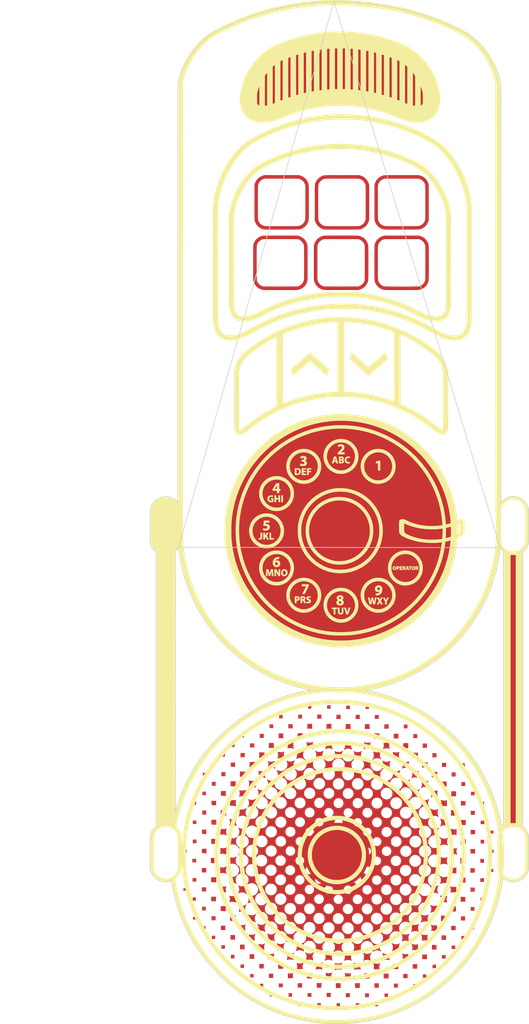
<source format=kicad_pcb>
(kicad_pcb (version 4) (host pcbnew 4.0.7)
  (layers (0 F.Cu signal) (31 B.Cu signal) (34 B.Paste user) (35 F.Paste user) (36 B.SilkS user) (37 F.SilkS user) (38 B.Mask user) (39 F.Mask user) (44 Edge.Cuts user))
  (net 0 "")
  (module LOGO (layer F.Cu) (at 0 0)
    (fp_text reference "G***" hide)
    (fp_text value "LOGO" hide)
  )
  (module LOGO (layer F.Cu) (at 0 0)
    (fp_text reference "G***" hide)
    (fp_text value "LOGO" hide)
  )
  (module LOGO (layer F.Cu) (at 0 0)
    (fp_text reference "G***" hide)
    (fp_text value "LOGO" hide)
  )
  (module LOGO (layer F.Cu) (at 0 0)
    (fp_text reference "G***" hide)
    (fp_text value "LOGO" hide)
    (fp_poly (pts (xy 46.395375 72.214863) (xy 45.912964 72.214863) (xy 45.912964 71.753427) (xy 46.395375 71.753427) (xy 46.395375 72.214863)) (layer F.Cu) (width 0.010000))
    (fp_poly (pts (xy 49.163996 71.886833) (xy 49.161736 71.977393) (xy 49.155923 72.068244) (xy 49.150658 72.117551) (xy 49.137320 72.214863) (xy 48.929769 72.214863) (xy 48.823542 72.212935) (xy 48.755037 72.206822) (xy 48.720189 72.196030) (xy 48.714091 72.188645) (xy 48.709568 72.157363) (xy 48.704063 72.094752) (xy 48.698432 72.011393) (xy 48.695456 71.957927) (xy 48.684947 71.753427) (xy 49.163996 71.753427) (xy 49.163996 71.886833)) (layer F.Cu) (width 0.010000))
    (fp_poly (pts (xy 51.907159 71.978901) (xy 51.901156 72.183402) (xy 51.707142 72.189432) (xy 51.513129 72.195463) (xy 51.513129 71.774401) (xy 51.913162 71.774401) (xy 51.907159 71.978901)) (layer F.Cu) (width 0.010000))
    (fp_poly (pts (xy 43.609674 71.952639) (xy 43.603081 72.172915) (xy 43.170806 72.172915) (xy 43.157806 72.094261) (xy 43.150871 72.030790) (xy 43.146064 71.945860) (xy 43.144574 71.874029) (xy 43.144343 71.732452) (xy 43.616267 71.732364) (xy 43.609674 71.952639)) (layer F.Cu) (width 0.010000))
    (fp_poly (pts (xy 40.805697 72.141453) (xy 40.402711 72.153387) (xy 40.389399 72.042548) (xy 40.381333 71.957539) (xy 40.376500 71.872261) (xy 40.375904 71.842568) (xy 40.375722 71.753427) (xy 40.817759 71.753427) (xy 40.805697 72.141453)) (layer F.Cu) (width 0.010000))
    (fp_poly (pts (xy 47.835263 70.498185) (xy 47.829008 70.596539) (xy 47.824265 70.690598) (xy 47.821811 70.764258) (xy 47.821635 70.781339) (xy 47.821635 70.872502) (xy 47.548309 70.872502) (xy 47.426530 70.871259) (xy 47.342218 70.867256) (xy 47.290954 70.860082) (xy 47.268324 70.849325) (xy 47.266699 70.846284) (xy 47.262792 70.816084) (xy 47.258244 70.753098) (xy 47.253614 70.666472) (xy 47.249462 70.565351) (xy 47.249383 70.563129) (xy 47.240352 70.306193) (xy 47.848891 70.306193) (xy 47.835263 70.498185)) (layer F.Cu) (width 0.010000))
    (fp_poly (pts (xy 50.587102 70.594562) (xy 50.581820 70.695485) (xy 50.577151 70.779826) (xy 50.573560 70.839530) (xy 50.571511 70.866539) (xy 50.571371 70.867258) (xy 50.550895 70.869246) (xy 50.496497 70.870888) (xy 50.416204 70.872025) (xy 50.318044 70.872497) (xy 50.307101 70.872502) (xy 50.044921 70.872502) (xy 50.044921 70.327167) (xy 50.322832 70.327139) (xy 50.600743 70.327110) (xy 50.587102 70.594562)) (layer F.Cu) (width 0.010000))
    (fp_poly (pts (xy 45.065376 70.426796) (xy 45.056661 70.528989) (xy 45.047170 70.636559) (xy 45.039494 70.720437) (xy 45.027152 70.851527) (xy 44.493032 70.851527) (xy 44.479490 70.647027) (xy 44.473462 70.546840) (xy 44.468788 70.451739) (xy 44.466165 70.376711) (xy 44.465839 70.353385) (xy 44.465730 70.264244) (xy 45.078917 70.264244) (xy 45.065376 70.426796)) (layer F.Cu) (width 0.010000))
    (fp_poly (pts (xy 42.263418 70.830553) (xy 42.000580 70.830553) (xy 41.881201 70.829234) (xy 41.799288 70.824991) (xy 41.750430 70.817399) (xy 41.730218 70.806032) (xy 41.729490 70.804335) (xy 41.725482 70.773945) (xy 41.720777 70.711015) (xy 41.715981 70.624932) (xy 41.711942 70.531668) (xy 41.702646 70.285218) (xy 42.263418 70.285218) (xy 42.263418 70.830553)) (layer F.Cu) (width 0.010000))
    (fp_poly (pts (xy 53.351011 70.413687) (xy 53.344811 70.465713) (xy 53.340194 70.544514) (xy 53.337984 70.634922) (xy 53.337902 70.654892) (xy 53.337902 70.830553) (xy 52.855491 70.830553) (xy 52.855491 70.686660) (xy 52.853415 70.594655) (xy 52.848032 70.503176) (xy 52.842153 70.445454) (xy 52.828815 70.348142) (xy 53.364120 70.348142) (xy 53.351011 70.413687)) (layer F.Cu) (width 0.010000))
    (fp_poly (pts (xy 39.457356 70.531668) (xy 39.453702 70.626663) (xy 39.449328 70.707157) (xy 39.444850 70.763213) (xy 39.441754 70.783360) (xy 39.423284 70.796011) (xy 39.374827 70.804274) (xy 39.292111 70.808615) (xy 39.201814 70.809578) (xy 38.970437 70.809578) (xy 38.970255 70.668001) (xy 38.968011 70.573098) (xy 38.962405 70.475559) (xy 38.956846 70.416308) (xy 38.943620 70.306193) (xy 39.464395 70.306193) (xy 39.457356 70.531668)) (layer F.Cu) (width 0.010000))
    (fp_poly (pts (xy 36.642048 70.489719) (xy 36.639538 70.573412) (xy 36.633386 70.653734) (xy 36.628816 70.688976) (xy 36.615816 70.767630) (xy 36.243765 70.767630) (xy 36.243765 70.369116) (xy 36.642279 70.369116) (xy 36.642048 70.489719)) (layer F.Cu) (width 0.010000))
    (fp_poly (pts (xy 46.500139 69.000536) (xy 46.498580 69.088094) (xy 46.494521 69.198010) (xy 46.488731 69.310819) (xy 46.486488 69.346614) (xy 46.472946 69.551114) (xy 45.808092 69.551114) (xy 45.808092 68.858959) (xy 46.500247 68.858959) (xy 46.500139 69.000536)) (layer F.Cu) (width 0.010000))
    (fp_poly (pts (xy 49.268760 69.000536) (xy 49.267201 69.088094) (xy 49.263142 69.198010) (xy 49.257352 69.310819) (xy 49.255109 69.346614) (xy 49.241567 69.551114) (xy 48.622001 69.551114) (xy 48.610448 69.420024) (xy 48.603996 69.339512) (xy 48.596476 69.234639) (xy 48.589120 69.122933) (xy 48.586123 69.073947) (xy 48.573351 68.858959) (xy 49.268868 68.858959) (xy 49.268760 69.000536)) (layer F.Cu) (width 0.010000))
    (fp_poly (pts (xy 43.722265 68.990049) (xy 43.715225 69.087793) (xy 43.707006 69.203914) (xy 43.699270 69.314941) (xy 43.698533 69.325640) (xy 43.685912 69.509166) (xy 43.039471 69.509166) (xy 43.039471 68.837985) (xy 43.733376 68.837985) (xy 43.722265 68.990049)) (layer F.Cu) (width 0.010000))
    (fp_poly (pts (xy 52.016515 69.509166) (xy 51.414632 69.509166) (xy 51.400957 69.285672) (xy 51.395140 69.181880) (xy 51.390553 69.083468) (xy 51.387802 69.004353) (xy 51.387283 68.971056) (xy 51.387283 68.879934) (xy 52.016515 68.879934) (xy 52.016515 69.509166)) (layer F.Cu) (width 0.010000))
    (fp_poly (pts (xy 40.913841 69.063460) (xy 40.907744 69.167179) (xy 40.903045 69.269245) (xy 40.900466 69.352979) (xy 40.900191 69.378076) (xy 40.900082 69.488191) (xy 40.599449 69.488191) (xy 40.491136 69.487264) (xy 40.398154 69.484716) (xy 40.328385 69.480897) (xy 40.289715 69.476157) (xy 40.284833 69.474208) (xy 40.279838 69.449277) (xy 40.275632 69.390282) (xy 40.272565 69.305108) (xy 40.270987 69.201637) (xy 40.270850 69.159592) (xy 40.270850 68.858959) (xy 40.927383 68.858959) (xy 40.913841 69.063460)) (layer F.Cu) (width 0.010000))
    (fp_poly (pts (xy 54.764161 69.488191) (xy 54.225154 69.488191) (xy 54.211612 69.283691) (xy 54.205618 69.185212) (xy 54.200958 69.093485) (xy 54.198313 69.022694) (xy 54.197961 69.000536) (xy 54.197853 68.921882) (xy 54.764161 68.921882) (xy 54.764161 69.488191)) (layer F.Cu) (width 0.010000))
    (fp_poly (pts (xy 38.110487 69.446242) (xy 37.544178 69.446242) (xy 37.544178 68.900908) (xy 38.110487 68.900908) (xy 38.110487 69.446242)) (layer F.Cu) (width 0.010000))
    (fp_poly (pts (xy 57.490834 69.425268) (xy 57.055860 69.425268) (xy 57.042859 69.346614) (xy 57.035924 69.283143) (xy 57.031118 69.198214) (xy 57.029628 69.126383) (xy 57.029397 68.984806) (xy 57.490834 68.984806) (xy 57.490834 69.425268)) (layer F.Cu) (width 0.010000))
    (fp_poly (pts (xy 35.278943 69.383319) (xy 34.817506 69.383319) (xy 34.817506 68.942857) (xy 35.278943 68.942857) (xy 35.278943 69.383319)) (layer F.Cu) (width 0.010000))
    (fp_poly (pts (xy 47.132143 67.375997) (xy 47.197646 67.395122) (xy 47.340922 67.429661) (xy 47.494237 67.447468) (xy 47.643874 67.448081) (xy 47.776113 67.431040) (xy 47.829583 67.416385) (xy 47.952891 67.374461) (xy 47.938909 67.681491) (xy 47.932922 67.802490) (xy 47.926291 67.919415) (xy 47.919731 68.020630) (xy 47.913959 68.094495) (xy 47.912716 68.107398) (xy 47.900505 68.226274) (xy 47.824364 68.212270) (xy 47.748918 68.203863) (xy 47.645240 68.199491) (xy 47.526843 68.199072) (xy 47.407241 68.202524) (xy 47.299948 68.209765) (xy 47.247938 68.215773) (xy 47.125192 68.233281) (xy 47.143066 68.142363) (xy 47.150577 68.081952) (xy 47.156180 67.993745) (xy 47.159135 67.891878) (xy 47.159339 67.831213) (xy 47.156306 67.714556) (xy 47.147959 67.626692) (xy 47.132469 67.554611) (xy 47.112157 67.495623) (xy 47.087718 67.431649) (xy 47.071171 67.384279) (xy 47.066567 67.366732) (xy 47.084680 67.365684) (xy 47.132143 67.375997)) (layer F.Cu) (width 0.010000))
    (fp_poly (pts (xy 50.708260 67.595251) (xy 50.701327 67.691796) (xy 50.693298 67.809972) (xy 50.685538 67.929536) (xy 50.682840 67.972791) (xy 50.669628 68.187778) (xy 49.965702 68.187778) (xy 49.952169 67.909868) (xy 49.946084 67.795775) (xy 49.939360 67.687331) (xy 49.932792 67.596389) (xy 49.927173 67.534801) (xy 49.926887 67.532328) (xy 49.915138 67.432700) (xy 50.720468 67.432700) (xy 50.708260 67.595251)) (layer F.Cu) (width 0.010000))
    (fp_poly (pts (xy 42.143103 67.390989) (xy 42.247463 67.392026) (xy 42.320408 67.394343) (xy 42.367204 67.398422) (xy 42.393118 67.404746) (xy 42.403415 67.413796) (xy 42.403363 67.426055) (xy 42.402997 67.427456) (xy 42.372725 67.551880) (xy 42.355446 67.664530) (xy 42.349421 67.782907) (xy 42.352910 67.924509) (xy 42.353136 67.929143) (xy 42.364841 68.166804) (xy 41.637525 68.166804) (xy 41.626160 68.035714) (xy 41.620550 67.960710) (xy 41.614089 67.858287) (xy 41.607644 67.742941) (xy 41.602926 67.647687) (xy 41.591057 67.390751) (xy 42.002062 67.390751) (xy 42.143103 67.390989)) (layer F.Cu) (width 0.010000))
    (fp_poly (pts (xy 45.250065 67.333323) (xy 45.234638 67.384484) (xy 45.211024 67.457556) (xy 45.194784 67.506110) (xy 45.160421 67.617195) (xy 45.140768 67.710310) (xy 45.132395 67.805306) (xy 45.131362 67.873162) (xy 45.134253 67.963198) (xy 45.141533 68.043562) (xy 45.151787 68.100006) (xy 45.154813 68.109124) (xy 45.177822 68.166804) (xy 44.791728 68.166804) (xy 44.654790 68.166484) (xy 44.554083 68.165170) (xy 44.483891 68.162334) (xy 44.438498 68.157448) (xy 44.412189 68.149980) (xy 44.399248 68.139404) (xy 44.395148 68.130099) (xy 44.390968 68.097939) (xy 44.385846 68.031376) (xy 44.380241 67.937932) (xy 44.374610 67.825129) (xy 44.370074 67.717823) (xy 44.365176 67.583516) (xy 44.362655 67.485757) (xy 44.362780 67.419196) (xy 44.365818 67.378485) (xy 44.372039 67.358276) (xy 44.381712 67.353221) (xy 44.388322 67.354853) (xy 44.575219 67.404644) (xy 44.773678 67.416773) (xy 44.976637 67.391164) (xy 45.083576 67.362278) (xy 45.160135 67.338264) (xy 45.219257 67.320917) (xy 45.251423 67.312982) (xy 45.254560 67.312945) (xy 45.250065 67.333323)) (layer F.Cu) (width 0.010000))
    (fp_poly (pts (xy 53.442774 67.628734) (xy 53.441116 67.725548) (xy 53.436726 67.841817) (xy 53.430485 67.955202) (xy 53.429146 67.974812) (xy 53.415518 68.166804) (xy 52.729645 68.166804) (xy 52.729645 67.474649) (xy 53.442774 67.474649) (xy 53.442774 67.628734)) (layer F.Cu) (width 0.010000))
    (fp_poly (pts (xy 39.578695 68.124855) (xy 38.865565 68.124855) (xy 38.865565 67.437923) (xy 39.122502 67.440555) (xy 39.233210 67.440186) (xy 39.338776 67.437187) (xy 39.426462 67.432073) (xy 39.479067 67.426171) (xy 39.578695 67.409155) (xy 39.578695 68.124855)) (layer F.Cu) (width 0.010000))
    (fp_poly (pts (xy 55.870561 67.521280) (xy 56.179934 67.527085) (xy 56.179934 68.114368) (xy 55.870561 68.120172) (xy 55.561189 68.125977) (xy 55.561189 67.515476) (xy 55.870561 67.521280)) (layer F.Cu) (width 0.010000))
    (fp_poly (pts (xy 36.739846 67.616226) (xy 36.732896 67.713266) (xy 36.728007 67.826195) (xy 36.726325 67.920355) (xy 36.726176 68.082906) (xy 36.117919 68.082906) (xy 36.117919 67.474649) (xy 36.753217 67.474649) (xy 36.739846 67.616226)) (layer F.Cu) (width 0.010000))
    (fp_poly (pts (xy 58.896119 68.061932) (xy 58.413707 68.061932) (xy 58.413707 67.579521) (xy 58.896119 67.579521) (xy 58.896119 68.061932)) (layer F.Cu) (width 0.010000))
    (fp_poly (pts (xy 33.894632 68.019983) (xy 33.412221 68.019983) (xy 33.412221 67.537572) (xy 33.894632 67.537572) (xy 33.894632 68.019983)) (layer F.Cu) (width 0.010000))
    (fp_poly (pts (xy 46.687224 65.902414) (xy 46.683869 65.915367) (xy 46.673203 65.952050) (xy 46.654024 66.017475) (xy 46.629703 66.100156) (xy 46.617995 66.139877) (xy 46.584692 66.271818) (xy 46.567939 66.393895) (xy 46.567145 66.520380) (xy 46.581717 66.665546) (xy 46.593093 66.740545) (xy 46.605735 66.821278) (xy 46.614566 66.884053) (xy 46.618256 66.919127) (xy 46.617992 66.923223) (xy 46.597569 66.919527) (xy 46.547971 66.905629) (xy 46.479844 66.884514) (xy 46.478373 66.884041) (xy 46.359342 66.855022) (xy 46.225493 66.841960) (xy 46.154170 66.840674) (xy 46.052024 66.843923) (xy 45.961493 66.855436) (xy 45.869947 66.878240) (xy 45.764760 66.915363) (xy 45.656028 66.960079) (xy 45.625881 66.968537) (xy 45.619322 66.965517) (xy 45.626304 66.942339) (xy 45.644728 66.890644) (xy 45.670808 66.821003) (xy 45.674554 66.811209) (xy 45.706558 66.713171) (xy 45.726750 66.610979) (xy 45.738260 66.487665) (xy 45.739873 66.457390) (xy 45.743429 66.352677) (xy 45.741059 66.274224) (xy 45.730955 66.206544) (xy 45.711307 66.134151) (xy 45.696999 66.090338) (xy 45.672802 66.016201) (xy 45.655736 65.959494) (xy 45.648712 65.930039) (xy 45.648894 65.928052) (xy 45.669456 65.932012) (xy 45.718304 65.947261) (xy 45.778113 65.968093) (xy 45.957924 66.013075) (xy 46.150373 66.025769) (xy 46.343503 66.006883) (xy 46.525361 65.957125) (xy 46.612683 65.918684) (xy 46.663034 65.894079) (xy 46.685001 65.888790) (xy 46.687224 65.902414)) (layer F.Cu) (width 0.010000))
    (fp_poly (pts (xy 48.394997 65.891857) (xy 48.443674 65.908827) (xy 48.494835 65.930125) (xy 48.682905 65.993897) (xy 48.876911 66.024022) (xy 49.068061 66.020171) (xy 49.247565 65.982011) (xy 49.305574 65.960670) (xy 49.370860 65.936108) (xy 49.417817 65.923104) (xy 49.436635 65.924347) (xy 49.436664 65.924719) (xy 49.431672 65.951690) (xy 49.418233 66.009536) (xy 49.398652 66.088585) (xy 49.384228 66.144808) (xy 49.356836 66.257761) (xy 49.340378 66.351163) (xy 49.334138 66.438985) (xy 49.337398 66.535196) (xy 49.349443 66.653766) (xy 49.355595 66.703085) (xy 49.365117 66.786589) (xy 49.370464 66.853043) (xy 49.370934 66.892467) (xy 49.369354 66.898743) (xy 49.345631 66.897911) (xy 49.296804 66.884407) (xy 49.266897 66.873808) (xy 49.193389 66.854245) (xy 49.093647 66.842560) (xy 48.960434 66.837949) (xy 48.943765 66.837840) (xy 48.832685 66.838764) (xy 48.750014 66.843931) (xy 48.682279 66.855263) (xy 48.616004 66.874684) (xy 48.571469 66.890967) (xy 48.502732 66.916658) (xy 48.452403 66.934359) (xy 48.430205 66.940668) (xy 48.429892 66.940482) (xy 48.436153 66.919900) (xy 48.452471 66.870830) (xy 48.472535 66.811995) (xy 48.519030 66.614556) (xy 48.526599 66.411805) (xy 48.495773 66.211662) (xy 48.427087 66.022053) (xy 48.418253 66.004168) (xy 48.390383 65.945044) (xy 48.374323 65.902687) (xy 48.372822 65.888724) (xy 48.394997 65.891857)) (layer F.Cu) (width 0.010000))
    (fp_poly (pts (xy 43.933101 65.844359) (xy 43.929424 65.866243) (xy 43.911619 65.915690) (xy 43.883451 65.982324) (xy 43.881173 65.987400) (xy 43.810081 66.183105) (xy 43.778045 66.371321) (xy 43.784473 66.558260) (xy 43.813417 66.698596) (xy 43.835028 66.774188) (xy 43.854580 66.837230) (xy 43.866888 66.871635) (xy 43.874539 66.891912) (xy 43.871003 66.901726) (xy 43.849640 66.900238) (xy 43.803807 66.886609) (xy 43.726864 66.859999) (xy 43.700165 66.850577) (xy 43.532531 66.809533) (xy 43.351496 66.796476) (xy 43.172863 66.811564) (xy 43.042267 66.844016) (xy 42.973537 66.865493) (xy 42.921816 66.878082) (xy 42.898330 66.879063) (xy 42.898590 66.855027) (xy 42.910648 66.804962) (xy 42.922370 66.767899) (xy 42.964561 66.582553) (xy 42.970717 66.386609) (xy 42.941476 66.189838) (xy 42.877476 66.002009) (xy 42.871513 65.989026) (xy 42.840154 65.919242) (xy 42.826851 65.880148) (xy 42.830217 65.865266) (xy 42.845409 65.866897) (xy 42.882073 65.879514) (xy 42.945722 65.901829) (xy 43.023830 65.929447) (xy 43.039471 65.935002) (xy 43.237611 65.984165) (xy 43.436832 65.991524) (xy 43.635980 65.957161) (xy 43.833901 65.881162) (xy 43.843775 65.876256) (xy 43.894810 65.853330) (xy 43.927918 65.843523) (xy 43.933101 65.844359)) (layer F.Cu) (width 0.010000))
    (fp_poly (pts (xy 52.192935 65.961908) (xy 52.178605 66.010840) (xy 52.156872 66.080959) (xy 52.148895 66.106069) (xy 52.098261 66.314626) (xy 52.083831 66.508541) (xy 52.105800 66.684978) (xy 52.108305 66.695046) (xy 52.125716 66.764176) (xy 52.137993 66.815294) (xy 52.142361 66.836623) (xy 52.122418 66.839258) (xy 52.066710 66.841577) (xy 51.981423 66.843455) (xy 51.872741 66.844766) (xy 51.746847 66.845385) (xy 51.709941 66.845417) (xy 51.277521 66.845417) (xy 51.291385 66.787737) (xy 51.298551 66.742136) (xy 51.306405 66.667056) (xy 51.313748 66.574921) (xy 51.317200 66.520313) (xy 51.321793 66.418389) (xy 51.320677 66.343322) (xy 51.312082 66.280205) (xy 51.294235 66.214131) (xy 51.273568 66.153261) (xy 51.245744 66.074344) (xy 51.222477 66.008043) (xy 51.208063 65.966606) (xy 51.206628 65.962402) (xy 51.206832 65.947471) (xy 51.226045 65.945170) (xy 51.270909 65.956435) (xy 51.348067 65.982207) (xy 51.348956 65.982517) (xy 51.496477 66.019871) (xy 51.660326 66.037880) (xy 51.826018 66.036400) (xy 51.979069 66.015285) (xy 52.068224 65.989750) (xy 52.133274 65.965913) (xy 52.179860 65.949219) (xy 52.197086 65.943517) (xy 52.192935 65.961908)) (layer F.Cu) (width 0.010000))
    (fp_poly (pts (xy 41.101561 65.886312) (xy 41.099023 65.908731) (xy 41.084157 65.959688) (xy 41.060065 66.028713) (xy 41.056710 66.037691) (xy 40.997180 66.252785) (xy 40.978901 66.470356) (xy 41.002059 66.687204) (xy 41.015588 66.745788) (xy 41.030476 66.803468) (xy 40.161086 66.803468) (xy 40.174582 66.756275) (xy 40.212484 66.582219) (xy 40.221450 66.416804) (xy 40.201119 66.247073) (xy 40.155596 66.073965) (xy 40.106219 65.918478) (xy 40.151830 65.931518) (xy 40.278433 65.965987) (xy 40.378334 65.988402) (xy 40.464283 66.000966) (xy 40.549031 66.005876) (xy 40.584629 66.006192) (xy 40.769272 65.992114) (xy 40.933674 65.951757) (xy 41.022634 65.913776) (xy 41.069953 65.892469) (xy 41.098944 65.885331) (xy 41.101561 65.886312)) (layer F.Cu) (width 0.010000))
    (fp_poly (pts (xy 54.858807 66.336787) (xy 54.853321 66.451314) (xy 54.847253 66.558732) (xy 54.841287 66.648023) (xy 54.836106 66.708169) (xy 54.835399 66.714327) (xy 54.824514 66.803468) (xy 54.092981 66.803468) (xy 54.092981 66.048389) (xy 54.871331 66.048389) (xy 54.858807 66.336787)) (layer F.Cu) (width 0.010000))
    (fp_poly (pts (xy 38.206927 66.116556) (xy 38.201376 66.181301) (xy 38.194831 66.275152) (xy 38.188125 66.385306) (xy 38.182331 66.494095) (xy 38.169186 66.761519) (xy 37.460280 66.761519) (xy 37.460185 66.619942) (xy 37.458852 66.537454) (xy 37.455341 66.429657) (xy 37.450252 66.313099) (xy 37.446493 66.242403) (xy 37.432897 66.006441) (xy 38.218377 66.006441) (xy 38.206927 66.116556)) (layer F.Cu) (width 0.010000))
    (fp_poly (pts (xy 57.574731 66.740545) (xy 56.924525 66.740545) (xy 56.924525 66.111313) (xy 57.574731 66.111313) (xy 57.574731 66.740545)) (layer F.Cu) (width 0.010000))
    (fp_poly (pts (xy 35.368366 66.284351) (xy 35.364364 66.389853) (xy 35.359016 66.493185) (xy 35.353203 66.578451) (xy 35.350384 66.609455) (xy 35.338847 66.719570) (xy 34.733608 66.719570) (xy 34.733608 66.069364) (xy 35.374810 66.069364) (xy 35.368366 66.284351)) (layer F.Cu) (width 0.010000))
    (fp_poly (pts (xy 60.301403 66.677621) (xy 59.798018 66.677621) (xy 59.798018 66.174236) (xy 60.301403 66.174236) (xy 60.301403 66.677621)) (layer F.Cu) (width 0.010000))
    (fp_poly (pts (xy 32.510322 66.635673) (xy 32.006936 66.635673) (xy 32.006936 66.153261) (xy 32.510322 66.153261) (xy 32.510322 66.635673)) (layer F.Cu) (width 0.010000))
    (fp_poly (pts (xy 46.821798 35.242109) (xy 46.800760 35.290114) (xy 46.768129 35.355323) (xy 46.762724 35.365569) (xy 46.703617 35.498154) (xy 46.658379 35.641850) (xy 46.631650 35.779939) (xy 46.626404 35.856576) (xy 46.635369 35.952926) (xy 46.659907 36.068753) (xy 46.695597 36.186657) (xy 46.734573 36.282200) (xy 46.811618 36.404569) (xy 46.919229 36.523192) (xy 47.046563 36.627603) (xy 47.167306 36.699905) (xy 47.235765 36.733044) (xy 47.289640 36.755267) (xy 47.340374 36.768755) (xy 47.399414 36.775688) (xy 47.478205 36.778247) (xy 47.580429 36.778612) (xy 47.688264 36.778168) (xy 47.765572 36.775394) (xy 47.823774 36.768126) (xy 47.874293 36.754201) (xy 47.928549 36.731455) (xy 47.992083 36.700630) (xy 48.160808 36.595704) (xy 48.298512 36.465361) (xy 48.403995 36.313691) (xy 48.476055 36.144781) (xy 48.513492 35.962718) (xy 48.515105 35.771592) (xy 48.479694 35.575488) (xy 48.406057 35.378496) (xy 48.390004 35.345905) (xy 48.363799 35.292537) (xy 48.348045 35.256595) (xy 48.345995 35.249533) (xy 48.362198 35.253005) (xy 48.403582 35.273012) (xy 48.435136 35.290397) (xy 48.626977 35.377800) (xy 48.825991 35.426335) (xy 49.027070 35.435504) (xy 49.225107 35.404810) (xy 49.316161 35.376295) (xy 49.392700 35.346528) (xy 49.453006 35.319970) (xy 49.486917 35.301202) (xy 49.490437 35.297753) (xy 49.519549 35.280094) (xy 49.529788 35.278943) (xy 49.539599 35.290871) (xy 49.535016 35.329611) (xy 49.515177 35.399595) (xy 49.494202 35.462469) (xy 49.438025 35.674886) (xy 49.417910 35.878961) (xy 49.433695 36.070764) (xy 49.485214 36.246364) (xy 49.530769 36.338150) (xy 49.594658 36.427175) (xy 49.682341 36.522424) (xy 49.780345 36.610867) (xy 49.875194 36.679475) (xy 49.896481 36.691809) (xy 50.071806 36.765507) (xy 50.253224 36.802318) (xy 50.435542 36.804285) (xy 50.613563 36.773453) (xy 50.782095 36.711866) (xy 50.935941 36.621567) (xy 51.069907 36.504602) (xy 51.178800 36.363013) (xy 51.257423 36.198845) (xy 51.273003 36.150165) (xy 51.293342 36.037892) (xy 51.300206 35.900299) (xy 51.294194 35.751585) (xy 51.275904 35.605946) (xy 51.245933 35.477582) (xy 51.244483 35.472956) (xy 51.222476 35.393186) (xy 51.218863 35.350417) (xy 51.226931 35.342134) (xy 51.257231 35.348314) (xy 51.315917 35.364452) (xy 51.391540 35.387356) (xy 51.409647 35.393092) (xy 51.556594 35.434759) (xy 51.681395 35.456169) (xy 51.798307 35.457909) (xy 51.921587 35.440568) (xy 52.016515 35.418128) (xy 52.105819 35.394185) (xy 52.182269 35.372931) (xy 52.235059 35.357409) (xy 52.250399 35.352300) (xy 52.266376 35.350743) (xy 52.269232 35.367736) (xy 52.258044 35.410107) (xy 52.232869 35.481997) (xy 52.190191 35.636614) (xy 52.168900 35.799624) (xy 52.170491 35.954734) (xy 52.182261 36.033602) (xy 52.203292 36.109088) (xy 52.236267 36.203278) (xy 52.274508 36.297288) (xy 52.279337 36.308110) (xy 52.312531 36.382829) (xy 52.337787 36.441964) (xy 52.351048 36.475931) (xy 52.352105 36.480114) (xy 52.334904 36.476061) (xy 52.288779 36.456181) (xy 52.221944 36.424147) (xy 52.182042 36.404063) (xy 52.011978 36.317176) (xy 51.757310 36.317176) (xy 51.648636 36.317694) (xy 51.570670 36.320590) (xy 51.512176 36.327870) (xy 51.461914 36.341542) (xy 51.408646 36.363616) (xy 51.355821 36.388913) (xy 51.197101 36.487021) (xy 51.057581 36.613862) (xy 50.946003 36.760668) (xy 50.900002 36.846116) (xy 50.867757 36.921422) (xy 50.847098 36.988267) (xy 50.834869 37.061686) (xy 50.827916 37.156715) (xy 50.826135 37.198100) (xy 50.823805 37.307632) (xy 50.827709 37.389698) (xy 50.839356 37.458515) (xy 50.860254 37.528300) (xy 50.861543 37.531998) (xy 50.945081 37.712657) (xy 51.057191 37.866996) (xy 51.193194 37.992985) (xy 51.348407 38.088597) (xy 51.518151 38.151804) (xy 51.697745 38.180577) (xy 51.882508 38.172888) (xy 52.067759 38.126710) (xy 52.152849 38.091516) (xy 52.320883 37.991214) (xy 52.458961 37.864578) (xy 52.565762 37.715926) (xy 52.639967 37.549576) (xy 52.680256 37.369848) (xy 52.685309 37.181060) (xy 52.653807 36.987530) (xy 52.584430 36.793577) (xy 52.562973 36.749353) (xy 52.538067 36.695071) (xy 52.526176 36.657858) (xy 52.526802 36.649360) (xy 52.548995 36.653065) (xy 52.597595 36.672277) (xy 52.660452 36.702037) (xy 52.847209 36.780325) (xy 53.027248 36.820897) (xy 53.208563 36.824268) (xy 53.399151 36.790951) (xy 53.512139 36.756724) (xy 53.588465 36.732012) (xy 53.648344 36.715338) (xy 53.681876 36.709362) (xy 53.685451 36.710168) (xy 53.682966 36.732830) (xy 53.667619 36.783908) (xy 53.642582 36.853054) (xy 53.638113 36.864531) (xy 53.612344 36.935228) (xy 53.595587 36.998527) (xy 53.585912 37.067284) (xy 53.581389 37.154356) (xy 53.580161 37.250536) (xy 53.580395 37.357052) (xy 53.583554 37.433482) (xy 53.591677 37.491684) (xy 53.606803 37.543512) (xy 53.630972 37.600821) (xy 53.645911 37.632760) (xy 53.742190 37.793198) (xy 53.866834 37.934296) (xy 54.013172 38.051556) (xy 54.174534 38.140482) (xy 54.344249 38.196574) (xy 54.509931 38.215359) (xy 54.676695 38.198889) (xy 54.857293 38.151309) (xy 55.010611 38.089806) (xy 55.075481 38.060944) (xy 55.122354 38.042625) (xy 55.141631 38.038579) (xy 55.141701 38.038876) (xy 55.132989 38.061707) (xy 55.110617 38.109516) (xy 55.091115 38.148785) (xy 55.024254 38.310295) (xy 54.980588 38.479911) (xy 54.962326 38.645388) (xy 54.971675 38.794479) (xy 54.973164 38.802642) (xy 55.026094 38.974118) (xy 55.115429 39.138094) (xy 55.235629 39.287597) (xy 55.381155 39.415654) (xy 55.534879 39.509643) (xy 55.700196 39.573085) (xy 55.868468 39.599480) (xy 56.043902 39.588686) (xy 56.230711 39.540566) (xy 56.376901 39.481688) (xy 56.449379 39.448927) (xy 56.505467 39.424207) (xy 56.535724 39.411667) (xy 56.538350 39.410900) (xy 56.533459 39.428225) (xy 56.514522 39.473780) (xy 56.485556 39.537933) (xy 56.483668 39.541990) (xy 56.408965 39.733381) (xy 56.369192 39.916030) (xy 56.362088 40.100601) (xy 56.362702 40.112891) (xy 56.379531 40.252282) (xy 56.416587 40.374839) (xy 56.478642 40.490175) (xy 56.570467 40.607904) (xy 56.650123 40.692012) (xy 56.769850 40.802974) (xy 56.878973 40.882375) (xy 56.987660 40.935096) (xy 57.106081 40.966020) (xy 57.244406 40.980029) (xy 57.250667 40.980314) (xy 57.411259 40.978550) (xy 57.554946 40.955534) (xy 57.698271 40.907590) (xy 57.809597 40.856040) (xy 57.871428 40.825922) (xy 57.915238 40.806670) (xy 57.931296 40.802442) (xy 57.923169 40.823802) (xy 57.901562 40.873684) (xy 57.870636 40.942550) (xy 57.860251 40.965295) (xy 57.784262 41.172933) (xy 57.749054 41.373664) (xy 57.754265 41.565883) (xy 57.799534 41.747985) (xy 57.884503 41.918363) (xy 58.008809 42.075413) (xy 58.135159 42.189453) (xy 58.260029 42.276572) (xy 58.380276 42.333522) (xy 58.509801 42.365004) (xy 58.662505 42.375718) (xy 58.686375 42.375829) (xy 58.819517 42.370275) (xy 58.939300 42.351754) (xy 59.061235 42.316740) (xy 59.200837 42.261709) (xy 59.214173 42.255926) (xy 59.291022 42.222415) (xy 59.214173 42.394981) (xy 59.178303 42.478587) (xy 59.155744 42.543995) (xy 59.143434 42.606424) (xy 59.138314 42.681096) (xy 59.137324 42.777291) (xy 59.137910 42.864959) (xy 59.141509 42.931803) (xy 59.150881 42.989460) (xy 59.168789 43.049569) (xy 59.197991 43.123767) (xy 59.241251 43.223692) (xy 59.245550 43.233484) (xy 59.285208 43.325565) (xy 59.316648 43.402001) (xy 59.337043 43.455655) (xy 59.343568 43.479388) (xy 59.343096 43.479934) (xy 59.321069 43.469837) (xy 59.273799 43.443414) (xy 59.213896 43.407817) (xy 59.070715 43.334371) (xy 58.925808 43.290461) (xy 58.766028 43.272941) (xy 58.654290 43.273928) (xy 58.553872 43.280152) (xy 58.478545 43.291201) (xy 58.411455 43.311196) (xy 58.335752 43.344263) (xy 58.304434 43.359523) (xy 58.136718 43.465273) (xy 57.995501 43.602138) (xy 57.885083 43.765731) (xy 57.862884 43.810102) (xy 57.807745 43.973114) (xy 57.783945 44.152564) (xy 57.792196 44.336227) (xy 57.823815 44.482852) (xy 57.877795 44.614778) (xy 57.955716 44.745634) (xy 58.047857 44.860967) (xy 58.127060 44.933711) (xy 58.292273 45.035166) (xy 58.469392 45.100383) (xy 58.652634 45.129774) (xy 58.836213 45.123753) (xy 59.014343 45.082734) (xy 59.181239 45.007129) (xy 59.331117 44.897352) (xy 59.385143 44.843818) (xy 59.511775 44.679873) (xy 59.597775 44.506439) (xy 59.642958 44.325156) (xy 59.647137 44.137664) (xy 59.610126 43.945603) (xy 59.531740 43.750613) (xy 59.513137 43.715174) (xy 59.477936 43.649157) (xy 59.452363 43.598735) (xy 59.441530 43.574022) (xy 59.441453 43.573417) (xy 59.457934 43.577529) (xy 59.500860 43.598157) (xy 59.552852 43.626342) (xy 59.732952 43.710797) (xy 59.918998 43.766673) (xy 60.036238 43.785294) (xy 60.117054 43.788717) (xy 60.199662 43.781431) (xy 60.298734 43.761636) (xy 60.364327 43.745092) (xy 60.453910 43.720997) (xy 60.530920 43.699490) (xy 60.584426 43.683662) (xy 60.600131 43.678401) (xy 60.621794 43.672560) (xy 60.625604 43.684449) (xy 60.611867 43.722755) (xy 60.602478 43.745174) (xy 60.535055 43.954538) (xy 60.509490 44.163996) (xy 60.525736 44.372226) (xy 60.583748 44.577903) (xy 60.635870 44.694247) (xy 60.660770 44.748536) (xy 60.672643 44.785767) (xy 60.672004 44.794276) (xy 60.649527 44.791047) (xy 60.601955 44.772339) (xy 60.558928 44.751840) (xy 60.371691 44.678399) (xy 60.180848 44.643546) (xy 59.991513 44.646181) (xy 59.808800 44.685201) (xy 59.637826 44.759505) (xy 59.483704 44.867991) (xy 59.351548 45.009559) (xy 59.349471 45.012312) (xy 59.244591 45.184374) (xy 59.178756 45.366106) (xy 59.151614 45.552767) (xy 59.162814 45.739613) (xy 59.212005 45.921905) (xy 59.298836 46.094900) (xy 59.422956 46.253857) (xy 59.442938 46.274370) (xy 59.593631 46.398005) (xy 59.758868 46.482446) (xy 59.937986 46.527592) (xy 60.130319 46.533346) (xy 60.335204 46.499606) (xy 60.526306 46.436789) (xy 60.600099 46.408146) (xy 60.657045 46.387753) (xy 60.687643 46.378952) (xy 60.690290 46.379098) (xy 60.685247 46.399658) (xy 60.667149 46.449760) (xy 60.639354 46.520343) (xy 60.624539 46.556466) (xy 60.559566 46.754339) (xy 60.529068 46.948331) (xy 60.533339 47.132645) (xy 60.572673 47.301477) (xy 60.585215 47.333941) (xy 60.623609 47.415149) (xy 60.672460 47.502833) (xy 60.725485 47.587310) (xy 60.776403 47.658896) (xy 60.818929 47.707907) (xy 60.836987 47.722019) (xy 60.881267 47.746947) (xy 60.945426 47.784116) (xy 60.997124 47.814559) (xy 61.123497 47.881385) (xy 61.240570 47.922702) (xy 61.363819 47.942187) (xy 61.508720 47.943518) (xy 61.534689 47.942306) (xy 61.685417 47.928163) (xy 61.811935 47.901381) (xy 61.881174 47.878707) (xy 61.954649 47.852661) (xy 61.996056 47.841772) (xy 62.012061 47.845091) (xy 62.009861 47.860418) (xy 61.934249 48.087382) (xy 61.898214 48.306418) (xy 61.901764 48.515960) (xy 61.944908 48.714444) (xy 62.004189 48.856944) (xy 62.023803 48.894377) (xy 62.033601 48.917926) (xy 62.027993 48.927721) (xy 62.001392 48.923893) (xy 61.948210 48.906572) (xy 61.862859 48.875888) (xy 61.822048 48.861189) (xy 61.632660 48.814407) (xy 61.440659 48.806480) (xy 61.252255 48.835832) (xy 61.073658 48.900886) (xy 60.911078 49.000067) (xy 60.774974 49.126908) (xy 60.656973 49.290411) (xy 60.578800 49.466337) (xy 60.539856 49.656467) (xy 60.537331 49.833447) (xy 60.570146 50.031684) (xy 60.641318 50.213998) (xy 60.749412 50.377735) (xy 60.892988 50.520241) (xy 60.921393 50.542601) (xy 61.075690 50.634086) (xy 61.251438 50.691959) (xy 61.444107 50.715542) (xy 61.649167 50.704159) (xy 61.801073 50.674153) (xy 61.877742 50.654692) (xy 61.936611 50.640029) (xy 61.967716 50.632636) (xy 61.970122 50.632204) (xy 61.966196 50.650369) (xy 61.951247 50.698460) (xy 61.928291 50.766877) (xy 61.922952 50.782304) (xy 61.869910 50.990676) (xy 61.857928 51.195338) (xy 61.887117 51.399975) (xy 61.946920 51.582890) (xy 61.973258 51.654912) (xy 61.978603 51.690955) (xy 61.969639 51.694610) (xy 61.737608 51.621458) (xy 61.521655 51.586538) (xy 61.320623 51.589836) (xy 61.133355 51.631337) (xy 61.009320 51.683376) (xy 60.919939 51.742195) (xy 60.822274 51.828361) (xy 60.726074 51.931343) (xy 60.641084 52.040611) (xy 60.577054 52.145636) (xy 60.572081 52.155704) (xy 60.537484 52.232853) (xy 60.515698 52.299679) (xy 60.503140 52.372090) (xy 60.496229 52.465993) (xy 60.494793 52.498926) (xy 60.498507 52.674314) (xy 60.527115 52.826283) (xy 60.583913 52.967372) (xy 60.645016 53.070625) (xy 60.776047 53.234806) (xy 60.926513 53.361932) (xy 61.096195 53.451849) (xy 61.248205 53.497431) (xy 61.366802 53.515749) (xy 61.482257 53.517953) (xy 61.607262 53.503206) (xy 61.754510 53.470672) (xy 61.788136 53.461853) (xy 61.862591 53.442971) (xy 61.919436 53.430534) (xy 61.948322 53.426757) (xy 61.949839 53.427241) (xy 61.947035 53.448900) (xy 61.933611 53.500656) (xy 61.912171 53.572796) (xy 61.903281 53.600982) (xy 61.877456 53.688341) (xy 61.862439 53.762135) (xy 61.856280 53.838807) (xy 61.857029 53.934801) (xy 61.858630 53.977621) (xy 61.871855 54.137192) (xy 61.897577 54.264977) (xy 61.912617 54.311729) (xy 61.934734 54.377478) (xy 61.947644 54.425859) (xy 61.948802 54.445141) (xy 61.925932 54.443492) (xy 61.874758 54.430437) (xy 61.807491 54.409173) (xy 61.599657 54.359278) (xy 61.393286 54.351248) (xy 61.189527 54.384998) (xy 60.989526 54.460447) (xy 60.970667 54.469829) (xy 60.850143 54.531075) (xy 60.903265 54.415040) (xy 60.978259 54.207881) (xy 61.012296 54.004425) (xy 61.005365 53.806117) (xy 60.957456 53.614405) (xy 60.910331 53.505697) (xy 60.807904 53.346678) (xy 60.678684 53.215942) (xy 60.528025 53.114827) (xy 60.361283 53.044670) (xy 60.183812 53.006807) (xy 60.000968 53.002575) (xy 59.818106 53.033312) (xy 59.640580 53.100353) (xy 59.533602 53.162022) (xy 59.391153 53.280584) (xy 59.278103 53.424115) (xy 59.195700 53.586487) (xy 59.145189 53.761570) (xy 59.127818 53.943236) (xy 59.144835 54.125355) (xy 59.197485 54.301797) (xy 59.272594 54.444907) (xy 59.395069 54.599735) (xy 59.540506 54.720495) (xy 59.661157 54.787968) (xy 59.847703 54.854857) (xy 60.035365 54.880765) (xy 60.226273 54.865658) (xy 60.422559 54.809501) (xy 60.506304 54.774041) (xy 60.579558 54.740602) (xy 60.636754 54.715260) (xy 60.668460 54.702165) (xy 60.671711 54.701238) (xy 60.667204 54.718253) (xy 60.647777 54.762749) (xy 60.619241 54.821841) (xy 60.533962 55.026764) (xy 60.488640 55.222597) (xy 60.483160 55.412663) (xy 60.517410 55.600283) (xy 60.586450 55.778884) (xy 60.614352 55.839233) (xy 60.632709 55.883753) (xy 60.636994 55.898668) (xy 60.619375 55.898420) (xy 60.572746 55.884131) (xy 60.506447 55.858758) (xy 60.492145 55.852822) (xy 60.285237 55.784816) (xy 60.085420 55.757004) (xy 59.894428 55.769154) (xy 59.713995 55.821033) (xy 59.545856 55.912410) (xy 59.443760 55.993073) (xy 59.340361 56.101279) (xy 59.247637 56.226742) (xy 59.174590 56.355927) (xy 59.135085 56.457200) (xy 59.104886 56.631285) (xy 59.109290 56.816682) (xy 59.146856 57.003242) (xy 59.216142 57.180817) (xy 59.245622 57.235544) (xy 59.274465 57.288634) (xy 59.290269 57.324570) (xy 59.291238 57.332992) (xy 59.269792 57.329325) (xy 59.217042 57.314298) (xy 59.141281 57.290403) (xy 59.063914 57.264619) (xy 58.956906 57.229728) (xy 58.872422 57.207477) (xy 58.794005 57.195009) (xy 58.705197 57.189466) (xy 58.623451 57.188145) (xy 58.521023 57.188428) (xy 58.447492 57.192413) (xy 58.389830 57.202426) (xy 58.335009 57.220791) (xy 58.269999 57.249835) (xy 58.265259 57.252078) (xy 58.113731 57.345562) (xy 57.978241 57.471167) (xy 57.865618 57.620188) (xy 57.782692 57.783916) (xy 57.742582 57.918361) (xy 57.729036 58.082383) (xy 57.750588 58.262175) (xy 57.806088 58.452389) (xy 57.894389 58.647677) (xy 57.902460 58.662668) (xy 57.937028 58.728390) (xy 57.960815 58.777984) (xy 57.969236 58.801814) (xy 57.968985 58.802497) (xy 57.949485 58.795452) (xy 57.903512 58.771157) (xy 57.840220 58.734509) (xy 57.826424 58.726211) (xy 57.653188 58.638728) (xy 57.477478 58.582531) (xy 57.309203 58.560702) (xy 57.293774 58.560528) (xy 57.099245 58.579811) (xy 56.919732 58.634910) (xy 56.758457 58.721696) (xy 56.618642 58.836042) (xy 56.503508 58.973820) (xy 56.416277 59.130905) (xy 56.360169 59.303167) (xy 56.338408 59.486480) (xy 56.354214 59.676716) (xy 56.369393 59.744848) (xy 56.434720 59.923684) (xy 56.534094 60.083183) (xy 56.626431 60.187520) (xy 56.765989 60.302917) (xy 56.919482 60.382686) (xy 57.089140 60.427194) (xy 57.277194 60.436811) (xy 57.485875 60.411904) (xy 57.685878 60.362458) (xy 57.757700 60.342543) (xy 57.812202 60.330199) (xy 57.838595 60.327831) (xy 57.839284 60.328246) (xy 57.835491 60.350129) (xy 57.817204 60.399417) (xy 57.788283 60.465797) (xy 57.785730 60.471310) (xy 57.717483 60.661481) (xy 57.690057 60.852628) (xy 57.703332 61.048117) (xy 57.757186 61.251311) (xy 57.757555 61.252347) (xy 57.781358 61.323252) (xy 57.796650 61.377194) (xy 57.800491 61.403644) (xy 57.800048 61.404465) (xy 57.777385 61.402519) (xy 57.726921 61.388822) (xy 57.667314 61.369017) (xy 57.489378 61.324282) (xy 57.300299 61.309595) (xy 57.111278 61.324227) (xy 56.933517 61.367447) (xy 56.800732 61.425510) (xy 56.746953 61.453528) (xy 56.710674 61.469172) (xy 56.702208 61.470389) (xy 56.705145 61.448991) (xy 56.718242 61.396997) (xy 56.739041 61.323814) (xy 56.750234 61.286557) (xy 56.776910 61.189654) (xy 56.793742 61.100044) (xy 56.802876 61.001772) (xy 56.806459 60.878885) (xy 56.806568 60.867712) (xy 56.802615 60.709779) (xy 56.785191 60.582501) (xy 56.750599 60.475738) (xy 56.695139 60.379350) (xy 56.615112 60.283197) (xy 56.580283 60.247392) (xy 56.425704 60.119715) (xy 56.255050 60.026770) (xy 56.073817 59.970442) (xy 55.887502 59.952617) (xy 55.755202 59.964360) (xy 55.563629 60.015549) (xy 55.395604 60.097823) (xy 55.252455 60.206687) (xy 55.135507 60.337649) (xy 55.046087 60.486213) (xy 54.985520 60.647887) (xy 54.955132 60.818176) (xy 54.956250 60.992586) (xy 54.990199 61.166623) (xy 55.058306 61.335794) (xy 55.161897 61.495605) (xy 55.269097 61.611723) (xy 55.392792 61.708319) (xy 55.527859 61.773435) (xy 55.687085 61.813179) (xy 55.692828 61.814117) (xy 55.824911 61.823094) (xy 55.980728 61.813696) (xy 56.147049 61.787382) (xy 56.308369 61.746312) (xy 56.378066 61.726096) (xy 56.430070 61.713476) (xy 56.453471 61.711087) (xy 56.453640 61.711223) (xy 56.449335 61.732471) (xy 56.430382 61.779422) (xy 56.410118 61.822807) (xy 56.335281 62.020265) (xy 56.302193 62.221805) (xy 56.310855 62.427416) (xy 56.361267 62.637088) (xy 56.365461 62.649344) (xy 56.391133 62.725941) (xy 56.402653 62.770405) (xy 56.400902 62.789770) (xy 56.386760 62.791065) (xy 56.383058 62.789952) (xy 56.164262 62.728619) (xy 55.969131 62.697119) (xy 55.791768 62.695521) (xy 55.626279 62.723894) (xy 55.466766 62.782306) (xy 55.428066 62.801134) (xy 55.376786 62.824107) (xy 55.342966 62.833416) (xy 55.337392 62.832245) (xy 55.339001 62.809212) (xy 55.351796 62.756143) (xy 55.373320 62.682672) (xy 55.384630 62.647256) (xy 55.414745 62.545026) (xy 55.432549 62.453330) (xy 55.440927 62.353080) (xy 55.442752 62.262510) (xy 55.437041 62.108435) (xy 55.415311 61.983181) (xy 55.372876 61.875180) (xy 55.305050 61.772865) (xy 55.207147 61.664669) (xy 55.196127 61.653679) (xy 55.030113 61.514008) (xy 54.855950 61.413899) (xy 54.676604 61.353456) (xy 54.495040 61.332783) (xy 54.314225 61.351985) (xy 54.137126 61.411166) (xy 53.966707 61.510431) (xy 53.850275 61.606342) (xy 53.718736 61.755159) (xy 53.625623 61.920155) (xy 53.569955 62.103132) (xy 53.565251 62.129333) (xy 53.557468 62.295856) (xy 53.585619 62.477431) (xy 53.648726 62.669185) (xy 53.693935 62.769089) (xy 53.731194 62.845990) (xy 53.760051 62.908294) (xy 53.776290 62.946767) (xy 53.778365 62.954043) (xy 53.763603 62.952522) (xy 53.727015 62.931221) (xy 53.715878 62.923514) (xy 53.621109 62.867037) (xy 53.502034 62.811845) (xy 53.375885 62.765091) (xy 53.259893 62.733922) (xy 53.258070 62.733560) (xy 53.071744 62.717437) (xy 52.889844 62.742437) (xy 52.714673 62.807787) (xy 52.548534 62.912715) (xy 52.440298 63.007856) (xy 52.306843 63.166151) (xy 52.213471 63.335925) (xy 52.160440 63.515488) (xy 52.148006 63.703147) (xy 52.176425 63.897213) (xy 52.245954 64.095993) (xy 52.268153 64.142938) (xy 52.299835 64.207800) (xy 52.322453 64.256028) (xy 52.331131 64.277221) (xy 52.331131 64.277238) (xy 52.313645 64.271999) (xy 52.266612 64.251909) (xy 52.198175 64.220545) (xy 52.150169 64.197775) (xy 52.054433 64.154125) (xy 51.978368 64.126818) (xy 51.905257 64.111325) (xy 51.818383 64.103117) (xy 51.796060 64.101855) (xy 51.699735 64.099981) (xy 51.613343 64.107056) (xy 51.526482 64.125632) (xy 51.428753 64.158260) (xy 51.309754 64.207492) (xy 51.241978 64.237793) (xy 51.167841 64.269937) (xy 51.108382 64.292905) (xy 51.073742 64.302869) (xy 51.069775 64.302776) (xy 51.070820 64.283655) (xy 51.090622 64.240254) (xy 51.114920 64.198314) (xy 51.193741 64.048364) (xy 51.240281 63.897761) (xy 51.257892 63.733147) (xy 51.256565 63.633983) (xy 51.249437 63.527265) (xy 51.237435 63.446540) (xy 51.217070 63.375875) (xy 51.184854 63.299338) (xy 51.181888 63.292970) (xy 51.084807 63.131644) (xy 50.958571 62.993838) (xy 50.809255 62.882867) (xy 50.642933 62.802045) (xy 50.465677 62.754688) (xy 50.283563 62.744111) (xy 50.193456 62.753509) (xy 50.023404 62.798723) (xy 49.858311 62.875434) (xy 49.713679 62.976101) (xy 49.687150 62.999772) (xy 49.562594 63.142783) (xy 49.472718 63.302355) (xy 49.416865 63.473092) (xy 49.394378 63.649600) (xy 49.404599 63.826483) (xy 49.446871 63.998347) (xy 49.520536 64.159796) (xy 49.624938 64.305435) (xy 49.759419 64.429869) (xy 49.870032 64.500886) (xy 50.055608 64.580008) (xy 50.244496 64.617366) (xy 50.436169 64.612969) (xy 50.630106 64.566828) (xy 50.816452 64.484070) (xy 50.881978 64.448929) (xy 50.931374 64.423369) (xy 50.954788 64.412474) (xy 50.955298 64.412386) (xy 50.949568 64.429453) (xy 50.928184 64.474923) (xy 50.895258 64.540198) (xy 50.881884 64.565910) (xy 50.802792 64.738057) (xy 50.756196 64.895730) (xy 50.740735 65.049221) (xy 50.755049 65.208821) (xy 50.781246 65.326661) (xy 50.803380 65.410587) (xy 50.822249 65.483549) (xy 50.834423 65.532247) (xy 50.835871 65.538420) (xy 50.846326 65.584271) (xy 50.702560 65.534286) (xy 50.494054 65.480519) (xy 50.293338 65.467534) (xy 50.098003 65.495424) (xy 49.905638 65.564281) (xy 49.904120 65.564990) (xy 49.839196 65.593477) (xy 49.792200 65.610484) (xy 49.772620 65.612615) (xy 49.772522 65.612069) (xy 49.778667 65.586620) (xy 49.794798 65.531600) (xy 49.817858 65.457309) (xy 49.826684 65.429645) (xy 49.879186 65.212040) (xy 49.892684 65.008614) (xy 49.867425 64.820150) (xy 49.803656 64.647432) (xy 49.701624 64.491242) (xy 49.561577 64.352365) (xy 49.464537 64.281054) (xy 49.335361 64.203032) (xy 49.219587 64.152119) (xy 49.103015 64.123836) (xy 48.971444 64.113705) (xy 48.933278 64.113490) (xy 48.736097 64.134356) (xy 48.551330 64.192669) (xy 48.383899 64.285325) (xy 48.238726 64.409224) (xy 48.120732 64.561263) (xy 48.067664 64.659029) (xy 48.033047 64.739934) (xy 48.011549 64.812732) (xy 47.999343 64.894530) (xy 47.993013 64.992849) (xy 47.990814 65.099858) (xy 47.996636 65.187776) (xy 48.012888 65.276373) (xy 48.040003 65.378557) (xy 48.062839 65.462525) (xy 48.078914 65.530288) (xy 48.086157 65.572577) (xy 48.085474 65.581797) (xy 48.062326 65.581028) (xy 48.007478 65.571177) (xy 47.929758 65.554001) (xy 47.859429 65.536777) (xy 47.728288 65.506127) (xy 47.620225 65.489204) (xy 47.521558 65.486130) (xy 47.418606 65.497031) (xy 47.297687 65.522030) (xy 47.215561 65.542614) (xy 47.123915 65.565219) (xy 47.049239 65.581326) (xy 46.999516 65.589373) (xy 46.982659 65.588179) (xy 46.990037 65.562548) (xy 47.009406 65.509533) (xy 47.036620 65.440468) (xy 47.037418 65.438504) (xy 47.091877 65.250950) (xy 47.106835 65.059435) (xy 47.083547 64.869918) (xy 47.023272 64.688359) (xy 46.927265 64.520715) (xy 46.816612 64.391758) (xy 46.665618 64.270723) (xy 46.501971 64.185965) (xy 46.330374 64.136010) (xy 46.155529 64.119381) (xy 45.982138 64.134602) (xy 45.814904 64.180197) (xy 45.658530 64.254691) (xy 45.517717 64.356608) (xy 45.397167 64.484471) (xy 45.301585 64.636805) (xy 45.235671 64.812134) (xy 45.217732 64.893593) (xy 45.207934 65.023201) (xy 45.217553 65.174606) (xy 45.244924 65.333336) (xy 45.284481 65.473770) (xy 45.305888 65.538455) (xy 45.313162 65.571642) (xy 45.306620 65.581214) (xy 45.288564 65.575897) (xy 45.080142 65.499975) (xy 44.891167 65.456967) (xy 44.715247 65.446745) (xy 44.545986 65.469179) (xy 44.376991 65.524140) (xy 44.306332 65.556028) (xy 44.234841 65.589637) (xy 44.195217 65.603684) (xy 44.182061 65.597875) (xy 44.189977 65.571914) (xy 44.200684 65.550247) (xy 44.261841 65.400782) (xy 44.303045 65.235161) (xy 44.323223 65.064797) (xy 44.321306 64.901098) (xy 44.296221 64.755475) (xy 44.279921 64.706028) (xy 44.201118 64.554591) (xy 44.088857 64.411928) (xy 43.951618 64.285887) (xy 43.797880 64.184315) (xy 43.643921 64.117520) (xy 43.560295 64.093660) (xy 43.485437 64.081202) (xy 43.401719 64.078261) (xy 43.310129 64.081855) (xy 43.208371 64.089875) (xy 43.130314 64.103416) (xy 43.057719 64.127176) (xy 42.972345 64.165851) (xy 42.959545 64.172126) (xy 42.783102 64.279587) (xy 42.641124 64.410119) (xy 42.534276 64.561945) (xy 42.463225 64.733286) (xy 42.428638 64.922365) (xy 42.431182 65.127404) (xy 42.471524 65.346624) (xy 42.492144 65.418257) (xy 42.512252 65.487403) (xy 42.524500 65.538945) (xy 42.526260 65.561818) (xy 42.526219 65.561861) (xy 42.504226 65.558733) (xy 42.454129 65.542784) (xy 42.386514 65.517405) (xy 42.382495 65.515802) (xy 42.188824 65.457550) (xy 41.991900 65.434360) (xy 41.799826 65.446332) (xy 41.620703 65.493565) (xy 41.589874 65.506071) (xy 41.530887 65.529429) (xy 41.489570 65.542011) (xy 41.477746 65.542375) (xy 41.478321 65.519549) (xy 41.487173 65.466137) (xy 41.502531 65.392282) (xy 41.508441 65.366375) (xy 41.543741 65.196670) (xy 41.561779 65.055224) (xy 41.561597 64.931645) (xy 41.542238 64.815542) (xy 41.502746 64.696523) (xy 41.442162 64.564197) (xy 41.432861 64.545815) (xy 41.395092 64.470188) (xy 41.367065 64.410940) (xy 41.352533 64.376182) (xy 41.351717 64.370437) (xy 41.372509 64.380750) (xy 41.417524 64.407389) (xy 41.460419 64.434113) (xy 41.624078 64.514599) (xy 41.805888 64.563620) (xy 41.994707 64.579697) (xy 42.179394 64.561351) (xy 42.261511 64.540444) (xy 42.438340 64.465115) (xy 42.589937 64.359974) (xy 42.714606 64.229932) (xy 42.810655 64.079898) (xy 42.876388 63.914784) (xy 42.910114 63.739497) (xy 42.910130 63.612123) (xy 43.839559 63.612123) (xy 43.849749 63.792498) (xy 43.896915 63.972721) (xy 43.969647 64.125689) (xy 44.034944 64.214802) (xy 44.125120 64.308827) (xy 44.226774 64.395514) (xy 44.326508 64.462612) (xy 44.353986 64.477059) (xy 44.532099 64.545197) (xy 44.707205 64.573755) (xy 44.887247 64.563653) (xy 44.967299 64.547854) (xy 45.152040 64.483642) (xy 45.315231 64.383935) (xy 45.454916 64.250326) (xy 45.569143 64.084409) (xy 45.594458 64.036121) (xy 45.628384 63.965568) (xy 45.650578 63.909940) (xy 45.663526 63.856719) (xy 45.669714 63.793387) (xy 45.671627 63.707425) (xy 45.671652 63.695776) (xy 46.624001 63.695776) (xy 46.644216 63.889584) (xy 46.703396 64.068202) (xy 46.801129 64.230891) (xy 46.936999 64.376914) (xy 47.059927 64.472492) (xy 47.199914 64.544636) (xy 47.361453 64.588623) (xy 47.534504 64.603899) (xy 47.709031 64.589908) (xy 47.874996 64.546095) (xy 47.935102 64.520868) (xy 48.099957 64.421973) (xy 48.235664 64.297373) (xy 48.341313 64.152235) (xy 48.415992 63.991727) (xy 48.458790 63.821017) (xy 48.468796 63.645272) (xy 48.445098 63.469661) (xy 48.386785 63.299350) (xy 48.292946 63.139508) (xy 48.198175 63.029074) (xy 48.049435 62.908041) (xy 47.884620 62.822514) (xy 47.709348 62.772371) (xy 47.529241 62.757485) (xy 47.349918 62.777734) (xy 47.176998 62.832993) (xy 47.016103 62.923137) (xy 46.872851 63.048043) (xy 46.863172 63.058591) (xy 46.750593 63.205989) (xy 46.675302 63.360899) (xy 46.634250 63.531445) (xy 46.624001 63.695776) (xy 45.671652 63.695776) (xy 45.671759 63.646820) (xy 45.671141 63.543458) (xy 45.667606 63.469469) (xy 45.658630 63.412280) (xy 45.641690 63.359316) (xy 45.614261 63.298003) (xy 45.593051 63.254672) (xy 45.491205 63.091473) (xy 45.362514 62.954249) (xy 45.212485 62.845957) (xy 45.046622 62.769553) (xy 44.870431 62.727994) (xy 44.689418 62.724237) (xy 44.621894 62.733094) (xy 44.433807 62.785248) (xy 44.267556 62.869571) (xy 44.125306 62.981447) (xy 44.009219 63.116257) (xy 43.921457 63.269385) (xy 43.864182 63.436213) (xy 43.839559 63.612123) (xy 42.910130 63.612123) (xy 42.910137 63.558950) (xy 42.874764 63.378052) (xy 42.802301 63.201712) (xy 42.752281 63.117763) (xy 42.654035 62.995198) (xy 42.532936 62.893117) (xy 42.380185 62.804299) (xy 42.356613 62.792908) (xy 42.289177 62.762242) (xy 42.233968 62.742346) (xy 42.178403 62.730928) (xy 42.109897 62.725698) (xy 42.015866 62.724363) (xy 41.980264 62.724381) (xy 41.866023 62.726252) (xy 41.781329 62.732479) (xy 41.713866 62.744738) (xy 41.651319 62.764702) (xy 41.634186 62.771424) (xy 41.467719 62.860359) (xy 41.319414 62.982368) (xy 41.196673 63.130047) (xy 41.106898 63.295994) (xy 41.104966 63.300743) (xy 41.083388 63.361818) (xy 41.069450 63.424308) (xy 41.061610 63.499912) (xy 41.058327 63.600334) (xy 41.057923 63.657897) (xy 41.057390 63.899692) (xy 41.154675 64.091706) (xy 41.198720 64.179123) (xy 41.223268 64.235281) (xy 41.224833 64.262675) (xy 41.199929 64.263804) (xy 41.145072 64.241167) (xy 41.056776 64.197260) (xy 41.027817 64.182621) (xy 40.836974 64.103339) (xy 40.654392 64.063923) (xy 40.475325 64.064357) (xy 40.295031 64.104624) (xy 40.118786 64.179504) (xy 40.057564 64.208644) (xy 40.014157 64.224803) (xy 39.998183 64.224632) (xy 40.006331 64.197864) (xy 40.027490 64.145513) (xy 40.051405 64.091459) (xy 40.125636 63.887379) (xy 40.158996 63.689950) (xy 40.151720 63.500528) (xy 40.104045 63.320467) (xy 40.016207 63.151124) (xy 39.888443 62.993854) (xy 39.854148 62.960205) (xy 39.689761 62.827435) (xy 39.521348 62.736142) (xy 39.347674 62.686160) (xy 39.167507 62.677324) (xy 38.979613 62.709468) (xy 38.782759 62.782429) (xy 38.727404 62.809364) (xy 38.652183 62.845821) (xy 38.594520 62.870056) (xy 38.561732 62.879217) (xy 38.557249 62.875677) (xy 38.622560 62.710896) (xy 38.671345 62.576005) (xy 38.705447 62.463183) (xy 38.726712 62.364607) (xy 38.736985 62.272456) (xy 38.737582 62.222810) (xy 39.667009 62.222810) (xy 39.677159 62.394105) (xy 39.719671 62.560425) (xy 39.793447 62.717156) (xy 39.897391 62.859685) (xy 40.030406 62.983400) (xy 40.191393 63.083687) (xy 40.344261 63.145445) (xy 40.457627 63.167717) (xy 40.591675 63.173103) (xy 40.728887 63.162051) (xy 40.851745 63.135014) (xy 40.860446 63.132169) (xy 41.038177 63.052603) (xy 41.189027 62.945668) (xy 41.311901 62.816166) (xy 41.405704 62.668902) (xy 41.469342 62.508681) (xy 41.501721 62.340306) (xy 41.501738 62.217757) (xy 42.477420 62.217757) (xy 42.488596 62.394520) (xy 42.533962 62.564285) (xy 42.611197 62.722014) (xy 42.717977 62.862671) (xy 42.851982 62.981217) (xy 43.010888 63.072615) (xy 43.146538 63.120730) (xy 43.293284 63.148136) (xy 43.438827 63.147895) (xy 43.545238 63.132654) (xy 43.716957 63.079684) (xy 43.876050 62.990498) (xy 44.015732 62.870422) (xy 44.129219 62.724781) (xy 44.177796 62.636170) (xy 44.207309 62.571306) (xy 44.226720 62.517661) (xy 44.238134 62.463291) (xy 44.243657 62.396253) (xy 44.244881 62.331588) (xy 45.266522 62.331588) (xy 45.293535 62.511753) (xy 45.304931 62.551939) (xy 45.376403 62.715196) (xy 45.482531 62.864107) (xy 45.616713 62.991910) (xy 45.772345 63.091840) (xy 45.875507 63.136405) (xy 45.947197 63.157136) (xy 46.024799 63.168028) (xy 46.122446 63.170573) (xy 46.185631 63.169099) (xy 46.288362 63.163789) (xy 46.364698 63.153843) (xy 46.430174 63.135885) (xy 46.500327 63.106538) (xy 46.523052 63.095758) (xy 46.686966 62.994093) (xy 46.825196 62.861347) (xy 46.933825 62.702298) (xy 47.008935 62.521725) (xy 47.017028 62.493228) (xy 47.041001 62.333747) (xy 48.047046 62.333747) (xy 48.075737 62.518788) (xy 48.138450 62.687863) (xy 48.235963 62.842848) (xy 48.362320 62.972216) (xy 48.511406 63.073269) (xy 48.677100 63.143311) (xy 48.853285 63.179644) (xy 49.033845 63.179571) (xy 49.184971 63.149237) (xy 49.361668 63.075323) (xy 49.516144 62.968489) (xy 49.644320 62.833347) (xy 49.742116 62.674506) (xy 49.805454 62.496577) (xy 49.818286 62.433327) (xy 49.825919 62.304459) (xy 50.810487 62.304459) (xy 50.811637 62.405146) (xy 50.816881 62.477951) (xy 50.828907 62.536915) (xy 50.850405 62.596081) (xy 50.877921 62.656569) (xy 50.979273 62.826333) (xy 51.106876 62.968343) (xy 51.255868 63.080190) (xy 51.421386 63.159465) (xy 51.598567 63.203760) (xy 51.782547 63.210667) (xy 51.943941 63.184495) (xy 52.115457 63.120000) (xy 52.269054 63.022974) (xy 52.401096 62.898942) (xy 52.507949 62.753429) (xy 52.585976 62.591958) (xy 52.631541 62.420055) (xy 52.641009 62.243244) (xy 52.629068 62.143494) (xy 52.574172 61.959799) (xy 52.482873 61.790509) (xy 52.359872 61.641655) (xy 52.209871 61.519267) (xy 52.089866 61.451889) (xy 51.916222 61.393129) (xy 51.731372 61.371691) (xy 51.544368 61.388161) (xy 51.453388 61.410641) (xy 51.285005 61.482909) (xy 51.131709 61.589999) (xy 51.000032 61.725667) (xy 50.896508 61.883668) (xy 50.850483 61.986970) (xy 50.828197 62.064370) (xy 50.815424 62.156254) (xy 50.810626 62.274840) (xy 50.810487 62.304459) (xy 49.825919 62.304459) (xy 49.829200 62.249082) (xy 49.802593 62.072942) (xy 49.742391 61.908860) (xy 49.652523 61.760785) (xy 49.536915 61.632669) (xy 49.399497 61.528462) (xy 49.244194 61.452117) (xy 49.074935 61.407582) (xy 48.895646 61.398811) (xy 48.800601 61.409551) (xy 48.613222 61.459333) (xy 48.449790 61.542198) (xy 48.308421 61.657772) (xy 48.188525 61.805811) (xy 48.104374 61.971595) (xy 48.056903 62.149461) (xy 48.047046 62.333747) (xy 47.041001 62.333747) (xy 47.043358 62.318069) (xy 47.031161 62.144991) (xy 46.983767 61.978877) (xy 46.904506 61.824610) (xy 46.796705 61.687071) (xy 46.663695 61.571143) (xy 46.508804 61.481708) (xy 46.335361 61.423647) (xy 46.280532 61.413129) (xy 46.098217 61.403550) (xy 45.925128 61.431433) (xy 45.764773 61.492684) (xy 45.620662 61.583207) (xy 45.496300 61.698908) (xy 45.395198 61.835691) (xy 45.320862 61.989462) (xy 45.276801 62.156126) (xy 45.266522 62.331588) (xy 44.244881 62.331588) (xy 44.245393 62.304603) (xy 44.245499 62.252023) (xy 44.244810 62.145639) (xy 44.241354 62.069474) (xy 44.233046 62.011805) (xy 44.217802 61.960907) (xy 44.193539 61.905058) (xy 44.178163 61.873225) (xy 44.101565 61.749673) (xy 43.998774 61.630343) (xy 43.881496 61.526884) (xy 43.761436 61.450941) (xy 43.746647 61.443886) (xy 43.570576 61.385123) (xy 43.389926 61.364797) (xy 43.210525 61.380833) (xy 43.038202 61.431160) (xy 42.878784 61.513705) (xy 42.738099 61.626396) (xy 42.621974 61.767161) (xy 42.566927 61.863385) (xy 42.502756 62.039033) (xy 42.477420 62.217757) (xy 41.501738 62.217757) (xy 41.501746 62.168582) (xy 41.468323 61.998313) (xy 41.400358 61.834303) (xy 41.296755 61.681356) (xy 41.211377 61.591620) (xy 41.052860 61.470868) (xy 40.882267 61.388089) (xy 40.704278 61.343328) (xy 40.523572 61.336627) (xy 40.344826 61.368030) (xy 40.172721 61.437581) (xy 40.011936 61.545322) (xy 39.971970 61.580139) (xy 39.841701 61.725205) (xy 39.748183 61.883747) (xy 39.690318 62.051153) (xy 39.667009 62.222810) (xy 38.737582 62.222810) (xy 38.738111 62.178908) (xy 38.735293 62.120820) (xy 38.704210 61.948803) (xy 38.637438 61.790718) (xy 38.539810 61.649650) (xy 38.416160 61.528688) (xy 38.271321 61.430918) (xy 38.110127 61.359427) (xy 37.937412 61.317303) (xy 37.758008 61.307632) (xy 37.576751 61.333502) (xy 37.525111 61.347912) (xy 37.356590 61.419908) (xy 37.201760 61.523735) (xy 37.068867 61.652325) (xy 36.966154 61.798612) (xy 36.940579 61.848935) (xy 36.911309 61.921576) (xy 36.892677 61.995217) (xy 36.881722 62.084774) (xy 36.876813 62.170139) (xy 36.874954 62.266462) (xy 36.879246 62.353985) (xy 36.891380 62.443321) (xy 36.913049 62.545083) (xy 36.945947 62.669884) (xy 36.969879 62.753703) (xy 36.976503 62.789078) (xy 36.961259 62.793711) (xy 36.944535 62.787467) (xy 36.825550 62.738309) (xy 36.732883 62.704223) (xy 36.654850 62.682515) (xy 36.579766 62.670496) (xy 36.495948 62.665473) (xy 36.411560 62.664688) (xy 36.302920 62.666651) (xy 36.216037 62.674054) (xy 36.136467 62.689897) (xy 36.049764 62.717175) (xy 35.941483 62.758887) (xy 35.924465 62.765771) (xy 35.907800 62.768769) (xy 35.903153 62.754969) (xy 35.911345 62.717457) (xy 35.933197 62.649319) (xy 35.941007 62.626348) (xy 35.993117 62.415763) (xy 36.006417 62.206295) (xy 35.981167 62.003122) (xy 35.917632 61.811422) (xy 35.897593 61.769424) (xy 35.870149 61.712673) (xy 35.854282 61.674656) (xy 35.852719 61.664740) (xy 35.874863 61.672513) (xy 35.922966 61.692480) (xy 35.963080 61.709941) (xy 36.166029 61.779315) (xy 36.368564 61.808779) (xy 36.567082 61.798355) (xy 36.757983 61.748063) (xy 36.855642 61.704842) (xy 37.000723 61.608391) (xy 37.127132 61.480215) (xy 37.230181 61.328138) (xy 37.305183 61.159983) (xy 37.347450 60.983576) (xy 37.355159 60.871087) (xy 37.349142 60.813166) (xy 38.300813 60.813166) (xy 38.303043 60.909661) (xy 38.309314 61.014619) (xy 38.320483 61.093432) (xy 38.339962 61.161880) (xy 38.371166 61.235741) (xy 38.375640 61.245251) (xy 38.476089 61.411711) (xy 38.603488 61.549093) (xy 38.753053 61.655134) (xy 38.920001 61.727570) (xy 39.099549 61.764140) (xy 39.286912 61.762578) (xy 39.417620 61.738250) (xy 39.594327 61.675366) (xy 39.744137 61.583889) (xy 39.873071 61.459423) (xy 39.958713 61.343297) (xy 40.041963 61.179093) (xy 40.087305 61.007070) (xy 40.096717 60.832399) (xy 40.093671 60.811026) (xy 41.121774 60.811026) (xy 41.122664 60.957815) (xy 41.140884 61.092415) (xy 41.158047 61.154132) (xy 41.235606 61.315714) (xy 41.344497 61.454838) (xy 41.478923 61.568564) (xy 41.633085 61.653953) (xy 41.801185 61.708067) (xy 41.977426 61.727966) (xy 42.156009 61.710712) (xy 42.222906 61.693912) (xy 42.392107 61.623276) (xy 42.539399 61.521006) (xy 42.661422 61.392438) (xy 42.754814 61.242909) (xy 42.816213 61.077754) (xy 42.842258 60.902310) (xy 42.839960 60.867426) (xy 43.930883 60.867426) (xy 43.930883 60.867712) (xy 43.932096 60.972635) (xy 43.937130 61.048332) (xy 43.948084 61.107491) (xy 43.967054 61.162798) (xy 43.987096 61.207876) (xy 44.078998 61.358654) (xy 44.201704 61.491923) (xy 44.346315 61.599745) (xy 44.503931 61.674186) (xy 44.513679 61.677441) (xy 44.621526 61.698701) (xy 44.751636 61.703601) (xy 44.888106 61.693191) (xy 45.015034 61.668523) (xy 45.100262 61.638660) (xy 45.232108 61.559780) (xy 45.356257 61.452333) (xy 45.460179 61.328463) (xy 45.515126 61.236571) (xy 45.581264 61.058167) (xy 45.606759 60.878245) (xy 45.604491 60.850289) (xy 46.697600 60.850289) (xy 46.706410 61.022011) (xy 46.708245 61.032393) (xy 46.762183 61.214234) (xy 46.851472 61.376588) (xy 46.972502 61.515515) (xy 47.121659 61.627071) (xy 47.295334 61.707314) (xy 47.339223 61.721175) (xy 47.471445 61.742585) (xy 47.620233 61.739142) (xy 47.769547 61.712385) (xy 47.894835 61.667917) (xy 48.049736 61.573008) (xy 48.183357 61.445759) (xy 48.288590 61.293309) (xy 48.310482 61.250301) (xy 48.341875 61.180404) (xy 48.361594 61.122317) (xy 48.372312 61.062025) (xy 48.376702 60.985512) (xy 48.377209 60.927433) (xy 49.463434 60.927433) (xy 49.488485 61.104105) (xy 49.548419 61.270508) (xy 49.639789 61.421302) (xy 49.759151 61.551146) (xy 49.903059 61.654698) (xy 50.068068 61.726617) (xy 50.118332 61.740541) (xy 50.251690 61.763877) (xy 50.378497 61.763919) (xy 50.486230 61.748477) (xy 50.667583 61.693792) (xy 50.828579 61.604537) (xy 50.965252 61.484693) (xy 51.073638 61.338240) (xy 51.149769 61.169160) (xy 51.179442 61.052514) (xy 51.192374 60.871887) (xy 51.189293 60.850304) (xy 52.211114 60.850304) (xy 52.217620 61.022627) (xy 52.257989 61.193803) (xy 52.333863 61.359133) (xy 52.446882 61.513916) (xy 52.449084 61.516373) (xy 52.565634 61.619014) (xy 52.711067 61.704770) (xy 52.873965 61.768398) (xy 53.042912 61.804654) (xy 53.086209 61.808935) (xy 53.122343 61.806941) (xy 53.185461 61.799456) (xy 53.254005 61.789327) (xy 53.438992 61.741015) (xy 53.601577 61.658259) (xy 53.717617 61.566578) (xy 53.848108 61.420783) (xy 53.939190 61.262236) (xy 53.992349 61.087536) (xy 54.009083 60.899174) (xy 53.989750 60.710251) (xy 53.934523 60.535873) (xy 53.847563 60.379633) (xy 53.733028 60.245122) (xy 53.595078 60.135933) (xy 53.437872 60.055659) (xy 53.265570 60.007891) (xy 53.082331 59.996222) (xy 52.975921 60.006885) (xy 52.791325 60.055590) (xy 52.629108 60.136057) (xy 52.490909 60.243587) (xy 52.378369 60.373478) (xy 52.293129 60.521029) (xy 52.236831 60.681538) (xy 52.211114 60.850304) (xy 51.189293 60.850304) (xy 51.166971 60.693964) (xy 51.106338 60.525231) (xy 51.013578 60.372176) (xy 50.891794 60.241284) (xy 50.744091 60.139044) (xy 50.741823 60.137831) (xy 50.569489 60.067859) (xy 50.393852 60.036560) (xy 50.219844 60.041564) (xy 50.052395 60.080502) (xy 49.896435 60.151004) (xy 49.756893 60.250701) (xy 49.638702 60.377224) (xy 49.546789 60.528203) (xy 49.486087 60.701268) (xy 49.476709 60.745834) (xy 49.463434 60.927433) (xy 48.377209 60.927433) (xy 48.377456 60.899174) (xy 48.376298 60.798415) (xy 48.371042 60.725566) (xy 48.359015 60.666611) (xy 48.337543 60.607533) (xy 48.310482 60.548047) (xy 48.214211 60.389742) (xy 48.091093 60.258647) (xy 47.946581 60.157312) (xy 47.786125 60.088288) (xy 47.615178 60.054127) (xy 47.439191 60.057380) (xy 47.316812 60.083023) (xy 47.151659 60.151415) (xy 47.006472 60.251113) (xy 46.884860 60.376483) (xy 46.790437 60.521892) (xy 46.726813 60.681705) (xy 46.697600 60.850289) (xy 45.604491 60.850289) (xy 45.592398 60.701270) (xy 45.538965 60.531706) (xy 45.447249 60.374017) (xy 45.342240 60.254997) (xy 45.195531 60.141414) (xy 45.036380 60.064916) (xy 44.869963 60.024518) (xy 44.701457 60.019235) (xy 44.536039 60.048082) (xy 44.378884 60.110074) (xy 44.235170 60.204227) (xy 44.110073 60.329556) (xy 44.008769 60.485076) (xy 43.995850 60.511147) (xy 43.966119 60.576958) (xy 43.947136 60.632433) (xy 43.936522 60.690629) (xy 43.931898 60.764607) (xy 43.930883 60.867426) (xy 42.839960 60.867426) (xy 42.830828 60.728860) (xy 42.778772 60.543393) (xy 42.692284 60.378406) (xy 42.574337 60.237893) (xy 42.427904 60.125846) (xy 42.351526 60.084836) (xy 42.274060 60.051000) (xy 42.205562 60.029884) (xy 42.129771 60.017916) (xy 42.030425 60.011525) (xy 42.014998 60.010920) (xy 41.909189 60.009071) (xy 41.829333 60.014091) (xy 41.759727 60.027889) (xy 41.689895 60.050467) (xy 41.513894 60.134739) (xy 41.367000 60.248631) (xy 41.250549 60.390863) (xy 41.170600 60.547809) (xy 41.137868 60.668780) (xy 41.121774 60.811026) (xy 40.093671 60.811026) (xy 40.072176 60.660257) (xy 40.015659 60.495816) (xy 39.929145 60.344251) (xy 39.814609 60.210737) (xy 39.674030 60.100447) (xy 39.509385 60.018556) (xy 39.444157 59.996894) (xy 39.281574 59.968140) (xy 39.108198 59.969517) (xy 38.939464 59.999879) (xy 38.820666 60.043105) (xy 38.650155 60.143508) (xy 38.512191 60.270247) (xy 38.405969 60.424216) (xy 38.340493 60.575810) (xy 38.317394 60.653946) (xy 38.304766 60.727729) (xy 38.300813 60.813166) (xy 37.349142 60.813166) (xy 37.334715 60.674309) (xy 37.275936 60.490260) (xy 37.181575 60.323212) (xy 37.054385 60.177440) (xy 36.897120 60.057217) (xy 36.795132 60.001785) (xy 36.730644 59.972448) (xy 36.677218 59.953128) (xy 36.622982 59.941746) (xy 36.556060 59.936218) (xy 36.464580 59.934464) (xy 36.410473 59.934351) (xy 36.305222 59.934870) (xy 36.229855 59.938012) (xy 36.172307 59.946158) (xy 36.120512 59.961690) (xy 36.062406 59.986986) (xy 36.007165 60.013929) (xy 35.830209 60.120987) (xy 35.689142 60.249642) (xy 35.583697 60.400224) (xy 35.513604 60.573060) (xy 35.497164 60.639881) (xy 35.478170 60.827666) (xy 35.497357 61.027700) (xy 35.554931 61.241956) (xy 35.562757 61.264099) (xy 35.587608 61.337533) (xy 35.603817 61.394498) (xy 35.608550 61.424750) (xy 35.607775 61.426796) (xy 35.585249 61.423575) (xy 35.537414 61.404832) (xy 35.491125 61.382820) (xy 35.333341 61.318597) (xy 35.167055 61.278382) (xy 35.028087 61.266536) (xy 34.921732 61.274056) (xy 34.803531 61.293704) (xy 34.690248 61.321874) (xy 34.598645 61.354957) (xy 34.583798 61.362156) (xy 34.539055 61.382272) (xy 34.513460 61.388108) (xy 34.512276 61.387476) (xy 34.514769 61.365442) (xy 34.528095 61.313418) (xy 34.549662 61.241156) (xy 34.558678 61.212890) (xy 34.605385 61.004445) (xy 34.611760 60.796002) (xy 34.578293 60.592378) (xy 34.505476 60.398395) (xy 34.468853 60.330362) (xy 34.417280 60.242361) (xy 34.587604 60.315999) (xy 34.754804 60.379115) (xy 34.903423 60.413890) (xy 35.044172 60.422011) (xy 35.172215 60.408061) (xy 35.365605 60.353329) (xy 35.538893 60.263701) (xy 35.688325 60.142626) (xy 35.810150 59.993556) (xy 35.900617 59.819940) (xy 35.938946 59.702900) (xy 35.967360 59.515889) (xy 36.914151 59.515889) (xy 36.927289 59.658575) (xy 36.946631 59.738313) (xy 37.026078 59.918035) (xy 37.138315 60.072913) (xy 37.280279 60.199802) (xy 37.448907 60.295557) (xy 37.514367 60.321384) (xy 37.652588 60.353646) (xy 37.808190 60.363031) (xy 37.965441 60.350188) (xy 38.108612 60.315766) (xy 38.161457 60.294709) (xy 38.333230 60.194116) (xy 38.474291 60.065602) (xy 38.583173 59.910818) (xy 38.656345 59.738129) (xy 38.693626 59.551502) (xy 38.693160 59.514532) (xy 39.734388 59.514532) (xy 39.762455 59.682392) (xy 39.825899 59.844303) (xy 39.921747 59.993681) (xy 40.047027 60.123940) (xy 40.120920 60.180633) (xy 40.271835 60.260193) (xy 40.440508 60.307184) (xy 40.616348 60.319958) (xy 40.788763 60.296866) (xy 40.817621 60.289065) (xy 40.987382 60.218321) (xy 41.136231 60.113751) (xy 41.260131 59.979933) (xy 41.355050 59.821445) (xy 41.416950 59.642865) (xy 41.426262 59.598522) (xy 41.433734 59.474002) (xy 42.567652 59.474002) (xy 42.568914 59.568927) (xy 42.575272 59.638161) (xy 42.590394 59.697938) (xy 42.617948 59.764494) (xy 42.646787 59.824191) (xy 42.746673 59.983600) (xy 42.871265 60.109470) (xy 43.018613 60.200651) (xy 43.186767 60.255996) (xy 43.373778 60.274356) (xy 43.409764 60.273627) (xy 43.510848 60.266711) (xy 43.589593 60.251810) (xy 43.665477 60.224282) (xy 43.716096 60.200579) (xy 43.862224 60.106816) (xy 43.989613 59.982096) (xy 44.088449 59.836451) (xy 44.105389 59.802592) (xy 44.132239 59.740054) (xy 44.148975 59.682891) (xy 44.157889 59.617675) (xy 44.161270 59.530975) (xy 44.161419 59.504817) (xy 45.378117 59.504817) (xy 45.379012 59.606808) (xy 45.383348 59.679832) (xy 45.393606 59.736860) (xy 45.412264 59.790864) (xy 45.441801 59.854814) (xy 45.447054 59.865522) (xy 45.542801 60.015408) (xy 45.665242 60.135824) (xy 45.809270 60.224651) (xy 45.969776 60.279773) (xy 46.141653 60.299073) (xy 46.319791 60.280433) (xy 46.398410 60.259801) (xy 46.556748 60.189393) (xy 46.695409 60.085954) (xy 46.808386 59.955566) (xy 46.889671 59.804316) (xy 46.911842 59.739764) (xy 46.937015 59.598710) (xy 46.937932 59.453423) (xy 48.131638 59.453423) (xy 48.138338 59.621653) (xy 48.182657 59.792366) (xy 48.205858 59.848041) (xy 48.292059 59.989132) (xy 48.410339 60.114004) (xy 48.551782 60.215349) (xy 48.707477 60.285856) (xy 48.757465 60.300365) (xy 48.864673 60.313996) (xy 48.992578 60.310056) (xy 49.124504 60.290025) (xy 49.237433 60.257787) (xy 49.352791 60.197782) (xy 49.467334 60.108648) (xy 49.570139 60.001233) (xy 49.650287 59.886383) (xy 49.684899 59.813315) (xy 49.734810 59.626561) (xy 49.738784 59.543451) (xy 50.868901 59.543451) (xy 50.896487 59.713870) (xy 50.959840 59.878135) (xy 51.056395 60.028510) (xy 51.120455 60.100234) (xy 51.269994 60.223328) (xy 51.432241 60.307562) (xy 51.604399 60.352129) (xy 51.783676 60.356225) (xy 51.922967 60.331774) (xy 52.097042 60.266904) (xy 52.245927 60.172590) (xy 52.368176 60.053834) (xy 52.462345 59.915632) (xy 52.526990 59.762985) (xy 52.560665 59.600891) (xy 52.561289 59.518349) (xy 53.609916 59.518349) (xy 53.632199 59.706305) (xy 53.652146 59.781387) (xy 53.726898 59.954953) (xy 53.835507 60.105435) (xy 53.975214 60.230222) (xy 54.143262 60.326702) (xy 54.281750 60.377611) (xy 54.383211 60.395048) (xy 54.507486 60.398477) (xy 54.638186 60.388820) (xy 54.758923 60.367000) (xy 54.823187 60.347158) (xy 54.973339 60.270040) (xy 55.112348 60.161979) (xy 55.226736 60.033914) (xy 55.248977 60.001498) (xy 55.322383 59.871061) (xy 55.367746 59.744549) (xy 55.388726 59.607691) (xy 55.389361 59.454153) (xy 55.382197 59.349828) (xy 55.369375 59.270497) (xy 55.347034 59.199245) (xy 55.314268 59.125276) (xy 55.216916 58.968077) (xy 55.090932 58.835461) (xy 54.942422 58.730668) (xy 54.777493 58.656936) (xy 54.602251 58.617503) (xy 54.422803 58.615608) (xy 54.367431 58.623122) (xy 54.180562 58.674837) (xy 54.015334 58.759354) (xy 53.874493 58.872227) (xy 53.760785 59.009009) (xy 53.676956 59.165255) (xy 53.625751 59.336517) (xy 53.609916 59.518349) (xy 52.561289 59.518349) (xy 52.561926 59.434347) (xy 52.529328 59.268355) (xy 52.461427 59.107911) (xy 52.356778 58.958016) (xy 52.328899 58.927181) (xy 52.189720 58.807306) (xy 52.037625 58.723972) (xy 51.877416 58.675696) (xy 51.713893 58.660996) (xy 51.551859 58.678388) (xy 51.396116 58.726392) (xy 51.251465 58.803523) (xy 51.122709 58.908301) (xy 51.014649 59.039241) (xy 50.932086 59.194862) (xy 50.879824 59.373682) (xy 50.879651 59.374611) (xy 50.868901 59.543451) (xy 49.738784 59.543451) (xy 49.743444 59.446031) (xy 49.711064 59.273146) (xy 49.637932 59.109325) (xy 49.527075 58.959053) (xy 49.414421 58.860002) (xy 49.276401 58.779238) (xy 49.128328 58.724802) (xy 49.051638 58.709458) (xy 48.871588 58.704084) (xy 48.703779 58.735355) (xy 48.551384 58.799003) (xy 48.417575 58.890757) (xy 48.305524 59.006346) (xy 48.218402 59.141500) (xy 48.159383 59.291949) (xy 48.131638 59.453423) (xy 46.937932 59.453423) (xy 46.937983 59.445370) (xy 46.915913 59.295796) (xy 46.871975 59.166039) (xy 46.869781 59.161494) (xy 46.775747 59.013932) (xy 46.653825 58.892193) (xy 46.510314 58.799481) (xy 46.351517 58.739001) (xy 46.183733 58.713957) (xy 46.015645 58.727081) (xy 45.837971 58.781366) (xy 45.682047 58.868471) (xy 45.552082 58.985227) (xy 45.452290 59.128464) (xy 45.434122 59.164664) (xy 45.408116 59.224913) (xy 45.391600 59.279919) (xy 45.382492 59.342328) (xy 45.378711 59.424784) (xy 45.378117 59.504817) (xy 44.161419 59.504817) (xy 44.161602 59.472915) (xy 44.160194 59.369728) (xy 44.154444 59.295011) (xy 44.142063 59.235335) (xy 44.120760 59.177269) (xy 44.105389 59.143238) (xy 44.012688 58.992273) (xy 43.888559 58.861028) (xy 43.742234 58.758906) (xy 43.713295 58.743871) (xy 43.645648 58.712197) (xy 43.589668 58.692234) (xy 43.531666 58.681311) (xy 43.457955 58.676755) (xy 43.365015 58.675892) (xy 43.263771 58.677090) (xy 43.191084 58.682312) (xy 43.133592 58.694005) (xy 43.077933 58.714617) (xy 43.029441 58.737359) (xy 42.879613 58.833234) (xy 42.750346 58.961156) (xy 42.649306 59.113251) (xy 42.634626 59.142762) (xy 42.601445 59.217561) (xy 42.581417 59.279950) (xy 42.571307 59.345932) (xy 42.567877 59.431513) (xy 42.567652 59.474002) (xy 41.433734 59.474002) (xy 41.436169 59.433438) (xy 41.408054 59.265231) (xy 41.344428 59.101590) (xy 41.247801 58.950199) (xy 41.194261 58.888161) (xy 41.055491 58.768674) (xy 40.903917 58.685786) (xy 40.744283 58.637996) (xy 40.581332 58.623801) (xy 40.419808 58.641699) (xy 40.264454 58.690187) (xy 40.120014 58.767762) (xy 39.991232 58.872922) (xy 39.882851 59.004165) (xy 39.799614 59.159989) (xy 39.746265 59.338890) (xy 39.744671 59.347307) (xy 39.734388 59.514532) (xy 38.693160 59.514532) (xy 38.691299 59.367138) (xy 38.651622 59.189991) (xy 38.576849 59.025014) (xy 38.469236 58.877162) (xy 38.331040 58.751389) (xy 38.164516 58.652649) (xy 38.161457 58.651235) (xy 38.017281 58.604073) (xy 37.854638 58.582605) (xy 37.688740 58.587512) (xy 37.534798 58.619475) (xy 37.524943 58.622716) (xy 37.346069 58.704436) (xy 37.191731 58.819186) (xy 37.065247 58.964041) (xy 36.987956 59.096261) (xy 36.945510 59.218802) (xy 36.920566 59.363988) (xy 36.914151 59.515889) (xy 35.967360 59.515889) (xy 35.968137 59.510781) (xy 35.956696 59.320691) (xy 35.905871 59.137009) (xy 35.816913 58.964113) (xy 35.691071 58.806382) (xy 35.679772 58.794875) (xy 35.531435 58.673122) (xy 35.368433 58.590488) (xy 35.191399 58.547032) (xy 35.000965 58.542812) (xy 34.797763 58.577889) (xy 34.582425 58.652319) (xy 34.508133 58.685849) (xy 34.432612 58.720932) (xy 34.373795 58.746505) (xy 34.340007 58.759037) (xy 34.335095 58.759226) (xy 34.345530 58.738236) (xy 34.372797 58.692323) (xy 34.408268 58.635724) (xy 34.508908 58.444878) (xy 34.567888 58.252558) (xy 34.584336 58.068570) (xy 35.515103 58.068570) (xy 35.530231 58.245755) (xy 35.579976 58.417670) (xy 35.664447 58.578367) (xy 35.774852 58.713120) (xy 35.925213 58.835044) (xy 36.093654 58.920288) (xy 36.275700 58.967535) (xy 36.466871 58.975472) (xy 36.604541 58.956762) (xy 36.764780 58.903598) (xy 36.917590 58.816282) (xy 37.053819 58.702088) (xy 37.164313 58.568287) (xy 37.221663 58.466383) (xy 37.284156 58.283592) (xy 37.307442 58.100376) (xy 37.306515 58.088163) (xy 38.372667 58.088163) (xy 38.373364 58.191650) (xy 38.376972 58.265139) (xy 38.385767 58.320577) (xy 38.402025 58.369911) (xy 38.428021 58.425086) (xy 38.442006 58.452137) (xy 38.547378 58.612069) (xy 38.677668 58.740412) (xy 38.828381 58.835291) (xy 38.995024 58.894829) (xy 39.173103 58.917150) (xy 39.358125 58.900377) (xy 39.455883 58.875490) (xy 39.619012 58.803177) (xy 39.762615 58.696343) (xy 39.881561 58.559869) (xy 39.970718 58.398635) (xy 39.979240 58.377680) (xy 40.010424 58.262410) (xy 40.025563 58.127247) (xy 40.025135 58.078117) (xy 41.204964 58.078117) (xy 41.206042 58.177846) (xy 41.211844 58.249610) (xy 41.224879 58.307334) (xy 41.247655 58.364944) (xy 41.262111 58.395274) (xy 41.360675 58.553574) (xy 41.483386 58.681276) (xy 41.625571 58.776415) (xy 41.782556 58.837029) (xy 41.949670 58.861154) (xy 42.122239 58.846827) (xy 42.250363 58.810443) (xy 42.407719 58.732765) (xy 42.536851 58.626361) (xy 42.641219 58.487935) (xy 42.692952 58.389104) (xy 42.746666 58.222971) (xy 42.751985 58.155667) (xy 44.019015 58.155667) (xy 44.055383 58.316185) (xy 44.090370 58.397613) (xy 44.188784 58.549950) (xy 44.311221 58.670765) (xy 44.453018 58.758115) (xy 44.609511 58.810060) (xy 44.776035 58.824659) (xy 44.947927 58.799970) (xy 45.011065 58.780798) (xy 45.157287 58.708490) (xy 45.285262 58.602572) (xy 45.389292 58.469461) (xy 45.463674 58.315574) (xy 45.484271 58.247997) (xy 45.501113 58.119625) (xy 46.804376 58.119625) (xy 46.806479 58.216697) (xy 46.814918 58.288136) (xy 46.832886 58.350139) (xy 46.863266 58.418271) (xy 46.955849 58.564238) (xy 47.076457 58.688376) (xy 47.217032 58.783638) (xy 47.339223 58.834556) (xy 47.431413 58.850521) (xy 47.546182 58.853055) (xy 47.666691 58.843067) (xy 47.776098 58.821469) (xy 47.815604 58.808813) (xy 47.935368 58.745737) (xy 48.050751 58.652269) (xy 48.150782 58.539444) (xy 48.224488 58.418297) (xy 48.239727 58.382246) (xy 48.271545 58.256896) (xy 48.282169 58.117020) (xy 48.279746 58.083509) (xy 49.545709 58.083509) (xy 49.557901 58.247101) (xy 49.605538 58.404731) (xy 49.685535 58.550768) (xy 49.794809 58.679578) (xy 49.930276 58.785530) (xy 50.088529 58.862873) (xy 50.202058 58.888146) (xy 50.335686 58.893430) (xy 50.473236 58.879800) (xy 50.598528 58.848327) (xy 50.653179 58.825411) (xy 50.802391 58.729779) (xy 50.925451 58.608549) (xy 51.019535 58.467658) (xy 51.081819 58.313043) (xy 51.105594 58.173443) (xy 52.277139 58.173443) (xy 52.307789 58.342705) (xy 52.373793 58.503687) (xy 52.471941 58.650332) (xy 52.599024 58.776584) (xy 52.747125 58.873949) (xy 52.872904 58.920056) (xy 53.020933 58.943099) (xy 53.178181 58.942705) (xy 53.331618 58.918504) (xy 53.414853 58.892993) (xy 53.572928 58.813234) (xy 53.704511 58.705516) (xy 53.808459 58.575304) (xy 53.883625 58.428062) (xy 53.928867 58.269255) (xy 53.935615 58.190719) (xy 55.003369 58.190719) (xy 55.010391 58.247437) (xy 55.058454 58.431528) (xy 55.139682 58.595257) (xy 55.249417 58.735858) (xy 55.383003 58.850566) (xy 55.535783 58.936614) (xy 55.703099 58.991238) (xy 55.880294 59.011671) (xy 56.062711 58.995148) (xy 56.203116 58.955754) (xy 56.376488 58.870752) (xy 56.523127 58.754533) (xy 56.640744 58.609968) (xy 56.727053 58.439930) (xy 56.779764 58.247291) (xy 56.782961 58.227791) (xy 56.789242 58.055617) (xy 56.758226 57.882785) (xy 56.693769 57.716785) (xy 56.599725 57.565110) (xy 56.479949 57.435249) (xy 56.338293 57.334693) (xy 56.317852 57.323847) (xy 56.141811 57.255014) (xy 55.964841 57.224352) (xy 55.791024 57.228981) (xy 55.624435 57.266019) (xy 55.469156 57.332585) (xy 55.329264 57.425798) (xy 55.208838 57.542776) (xy 55.111956 57.680638) (xy 55.042698 57.836504) (xy 55.005143 58.007491) (xy 55.003369 58.190719) (xy 53.935615 58.190719) (xy 53.943038 58.104350) (xy 53.924995 57.938812) (xy 53.873593 57.778105) (xy 53.787687 57.627695) (xy 53.701122 57.526127) (xy 53.561777 57.414709) (xy 53.402983 57.335883) (xy 53.232286 57.291472) (xy 53.057229 57.283302) (xy 52.885358 57.313196) (xy 52.857230 57.322116) (xy 52.680625 57.401849) (xy 52.534341 57.510436) (xy 52.419177 57.646924) (xy 52.335934 57.810364) (xy 52.285412 57.999804) (xy 52.285053 58.001959) (xy 52.277139 58.173443) (xy 51.105594 58.173443) (xy 51.109478 58.150641) (xy 51.099688 57.986389) (xy 51.084106 57.919587) (xy 51.016647 57.749137) (xy 50.919320 57.606845) (xy 50.789790 57.490015) (xy 50.633702 57.399650) (xy 50.553125 57.365153) (xy 50.483878 57.345652) (xy 50.406935 57.337164) (xy 50.328076 57.335623) (xy 50.231567 57.338224) (xy 50.157804 57.348684) (xy 50.087762 57.370988) (xy 50.022449 57.399650) (xy 49.859950 57.494659) (xy 49.731886 57.612553) (xy 49.635923 57.756027) (xy 49.572045 57.919587) (xy 49.545709 58.083509) (xy 48.279746 58.083509) (xy 48.272081 57.977542) (xy 48.241763 57.853387) (xy 48.221114 57.805450) (xy 48.122949 57.650967) (xy 48.003667 57.531465) (xy 47.859296 57.443637) (xy 47.728699 57.395563) (xy 47.567286 57.369965) (xy 47.406718 57.383244) (xy 47.252831 57.432627) (xy 47.111461 57.515338) (xy 46.988446 57.628605) (xy 46.889623 57.769653) (xy 46.872542 57.802438) (xy 46.837777 57.877918) (xy 46.817270 57.940535) (xy 46.807375 58.007252) (xy 46.804447 58.095032) (xy 46.804376 58.119625) (xy 45.501113 58.119625) (xy 45.505524 58.086006) (xy 45.489057 57.928805) (xy 45.439097 57.780903) (xy 45.359869 57.646809) (xy 45.255602 57.531034) (xy 45.130522 57.438087) (xy 44.988857 57.372479) (xy 44.834833 57.338718) (xy 44.672678 57.341316) (xy 44.639435 57.346634) (xy 44.494571 57.386453) (xy 44.369192 57.452010) (xy 44.249014 57.550682) (xy 44.137432 57.684412) (xy 44.061159 57.833804) (xy 44.021313 57.992881) (xy 44.019015 58.155667) (xy 42.751985 58.155667) (xy 42.760252 58.051085) (xy 42.733847 57.879448) (xy 42.677743 57.733578) (xy 42.613015 57.634316) (xy 42.521993 57.532958) (xy 42.417629 57.442212) (xy 42.312880 57.374784) (xy 42.310939 57.373795) (xy 42.250234 57.345058) (xy 42.197142 57.326998) (xy 42.138543 57.317186) (xy 42.061315 57.313192) (xy 41.980264 57.312551) (xy 41.879168 57.313748) (xy 41.806587 57.318983) (xy 41.749117 57.330722) (xy 41.693356 57.351431) (xy 41.644673 57.374293) (xy 41.503395 57.464752) (xy 41.378438 57.585680) (xy 41.280856 57.725927) (xy 41.264320 57.757935) (xy 41.235652 57.822397) (xy 41.218021 57.880550) (xy 41.208791 57.946623) (xy 41.205323 58.034842) (xy 41.204964 58.078117) (xy 40.025135 58.078117) (xy 40.024353 57.988629) (xy 40.006489 57.862993) (xy 39.989814 57.806345) (xy 39.905406 57.636023) (xy 39.789949 57.490926) (xy 39.647411 57.375157) (xy 39.500085 57.299761) (xy 39.365536 57.263907) (xy 39.211947 57.250007) (xy 39.056018 57.258056) (xy 38.914449 57.288047) (xy 38.880571 57.300016) (xy 38.750430 57.369858) (xy 38.625906 57.471190) (xy 38.517677 57.593857) (xy 38.441205 57.717783) (xy 38.410793 57.782156) (xy 38.391013 57.835240) (xy 38.379591 57.889327) (xy 38.374253 57.956707) (xy 38.372723 58.049672) (xy 38.372667 58.088163) (xy 37.306515 58.088163) (xy 37.293849 57.921409) (xy 37.245707 57.751366) (xy 37.165345 57.594921) (xy 37.055093 57.456749) (xy 36.917280 57.341523) (xy 36.754237 57.253919) (xy 36.592324 57.203516) (xy 36.401557 57.182496) (xy 36.216507 57.202525) (xy 36.040040 57.262799) (xy 35.875020 57.362514) (xy 35.798565 57.426116) (xy 35.676322 57.564889) (xy 35.588258 57.722189) (xy 35.534482 57.892065) (xy 35.515103 58.068570) (xy 34.584336 58.068570) (xy 34.585144 58.059532) (xy 34.560615 57.866564) (xy 34.494236 57.674420) (xy 34.488647 57.662353) (xy 34.423639 57.555438) (xy 34.331075 57.444060) (xy 34.222295 57.339465) (xy 34.108638 57.252899) (xy 34.030966 57.208438) (xy 33.873030 57.155100) (xy 33.696746 57.134712) (xy 33.509080 57.146774) (xy 33.316996 57.190784) (xy 33.127463 57.266244) (xy 33.110911 57.274488) (xy 33.051982 57.301002) (xy 33.021942 57.306811) (xy 33.019904 57.298671) (xy 33.033460 57.267947) (xy 33.059615 57.209198) (xy 33.093803 57.132673) (xy 33.111867 57.092320) (xy 33.146457 57.013193) (xy 33.169278 56.951606) (xy 33.182780 56.894711) (xy 33.189413 56.829659) (xy 33.191628 56.743603) (xy 33.191639 56.740200) (xy 34.108217 56.740200) (xy 34.136158 56.918081) (xy 34.200128 57.086046) (xy 34.297165 57.239346) (xy 34.424313 57.373236) (xy 34.578610 57.482966) (xy 34.743822 57.559151) (xy 34.815926 57.579284) (xy 34.898198 57.589574) (xy 35.003967 57.591385) (xy 35.048224 57.590293) (xy 35.151581 57.585101) (xy 35.228863 57.575074) (xy 35.295921 57.556822) (xy 35.368605 57.526960) (xy 35.389237 57.517412) (xy 35.554848 57.419298) (xy 35.690111 57.297746) (xy 35.795002 57.157565) (xy 35.869494 57.003565) (xy 35.913560 56.840553) (xy 35.927174 56.673340) (xy 35.920796 56.610320) (xy 36.967407 56.610320) (xy 36.969242 56.784150) (xy 36.974698 56.820325) (xy 37.026748 57.004325) (xy 37.112554 57.166302) (xy 37.229053 57.302856) (xy 37.373179 57.410585) (xy 37.541871 57.486088) (xy 37.586127 57.499157) (xy 37.716335 57.525524) (xy 37.837431 57.528866) (xy 37.961149 57.512285) (xy 38.127083 57.460325) (xy 38.281353 57.372656) (xy 38.416286 57.255329) (xy 38.524211 57.114394) (xy 38.566696 57.034696) (xy 38.613828 56.889896) (xy 38.634434 56.728057) (xy 38.631177 56.647477) (xy 39.823394 56.647477) (xy 39.830214 56.807794) (xy 39.870038 56.964154) (xy 39.944060 57.110390) (xy 40.011434 57.197489) (xy 40.130675 57.309447) (xy 40.257136 57.385591) (xy 40.398829 57.429163) (xy 40.563766 57.443406) (xy 40.616928 57.442519) (xy 40.719832 57.436528) (xy 40.796721 57.424937) (xy 40.863473 57.404305) (xy 40.928121 57.375107) (xy 41.069179 57.283305) (xy 41.185655 57.163323) (xy 41.274102 57.022056) (xy 41.331077 56.866400) (xy 41.353135 56.703251) (xy 41.352284 56.693806) (xy 42.672634 56.693806) (xy 42.674732 56.789618) (xy 42.682961 56.859726) (xy 42.700633 56.920279) (xy 42.731062 56.987428) (xy 42.734133 56.993541) (xy 42.820871 57.125620) (xy 42.934967 57.240218) (xy 43.057668 57.321621) (xy 43.191607 57.369090) (xy 43.342457 57.388193) (xy 43.496153 57.378851) (xy 43.638629 57.340986) (xy 43.674967 57.325083) (xy 43.790126 57.250108) (xy 43.896810 57.144981) (xy 43.983846 57.021413) (xy 44.007129 56.976961) (xy 44.042552 56.892605) (xy 44.060929 56.815710) (xy 44.067031 56.724257) (xy 44.067156 56.706132) (xy 45.480318 56.706132) (xy 45.487885 56.847996) (xy 45.521467 56.974658) (xy 45.528132 56.990015) (xy 45.613982 57.130560) (xy 45.728988 57.248551) (xy 45.865329 57.337163) (xy 45.974850 57.379669) (xy 46.092343 57.397624) (xy 46.224833 57.393925) (xy 46.352956 57.370236) (xy 46.434850 57.340197) (xy 46.542764 57.271148) (xy 46.646866 57.174958) (xy 46.733674 57.065305) (xy 46.772236 56.997935) (xy 46.809945 56.882582) (xy 46.826087 56.748810) (xy 46.826017 56.747112) (xy 48.233484 56.747112) (xy 48.256225 56.902515) (xy 48.291265 56.999132) (xy 48.381919 57.150562) (xy 48.501019 57.273636) (xy 48.644431 57.364589) (xy 48.730333 57.398959) (xy 48.847013 57.421030) (xy 48.981135 57.421454) (xy 49.115110 57.401664) (xy 49.231348 57.363090) (xy 49.243367 57.357218) (xy 49.388987 57.260101) (xy 49.506305 57.132097) (xy 49.575124 57.016686) (xy 49.607601 56.943637) (xy 49.625930 56.878944) (xy 49.633769 56.804784) (xy 49.634900 56.727870) (xy 50.957616 56.727870) (xy 50.969566 56.849793) (xy 51.020408 57.026208) (xy 51.104223 57.178110) (xy 51.219722 57.303493) (xy 51.298885 57.362100) (xy 51.456776 57.439410) (xy 51.625997 57.478768) (xy 51.799277 57.479697) (xy 51.969345 57.441722) (xy 52.044703 57.410960) (xy 52.193280 57.318282) (xy 52.318480 57.194354) (xy 52.410739 57.050512) (xy 52.437647 56.990884) (xy 52.454480 56.936466) (xy 52.463518 56.874177) (xy 52.466858 56.795342) (xy 53.673011 56.795342) (xy 53.678593 56.849749) (xy 53.720759 57.021789) (xy 53.796432 57.174585) (xy 53.900619 57.305545) (xy 54.028324 57.412079) (xy 54.174554 57.491594) (xy 54.334314 57.541499) (xy 54.502608 57.559203) (xy 54.674444 57.542114) (xy 54.844826 57.487640) (xy 54.878063 57.472142) (xy 55.029349 57.375239) (xy 55.154279 57.249500) (xy 55.249695 57.101041) (xy 55.312438 56.935978) (xy 55.339350 56.760426) (xy 55.335253 56.688196) (xy 56.381478 56.688196) (xy 56.392425 56.856891) (xy 56.433565 57.020835) (xy 56.503542 57.175113) (xy 56.601003 57.314808) (xy 56.724593 57.435004) (xy 56.872956 57.530784) (xy 57.044739 57.597233) (xy 57.092320 57.608935) (xy 57.205855 57.629400) (xy 57.302121 57.634569) (xy 57.402726 57.624904) (xy 57.451266 57.616569) (xy 57.622726 57.564422) (xy 57.784133 57.477000) (xy 57.927219 57.360567) (xy 58.043716 57.221385) (xy 58.099309 57.125712) (xy 58.162375 56.952674) (xy 58.188352 56.773829) (xy 58.179217 56.595062) (xy 58.136945 56.422256) (xy 58.063512 56.261296) (xy 57.960893 56.118065) (xy 57.831066 55.998448) (xy 57.693117 55.916091) (xy 57.500978 55.846981) (xy 57.310251 55.818928) (xy 57.123901 55.831505) (xy 56.944891 55.884283) (xy 56.776186 55.976835) (xy 56.666703 56.064240) (xy 56.543335 56.202774) (xy 56.455578 56.356221) (xy 56.402077 56.519668) (xy 56.381478 56.688196) (xy 55.335253 56.688196) (xy 55.330078 56.596965) (xy 55.282592 56.422877) (xy 55.201567 56.266863) (xy 55.091978 56.132606) (xy 54.958801 56.023789) (xy 54.807011 55.944094) (xy 54.641583 55.897203) (xy 54.467492 55.886801) (xy 54.382806 55.895770) (xy 54.200552 55.944772) (xy 54.040189 56.027133) (xy 53.904752 56.138740) (xy 53.797279 56.275478) (xy 53.720806 56.433234) (xy 53.678371 56.607893) (xy 53.673011 56.795342) (xy 52.466858 56.795342) (xy 52.467045 56.790935) (xy 52.467465 56.725268) (xy 52.466051 56.622026) (xy 52.460291 56.547269) (xy 52.447901 56.487584) (xy 52.426600 56.429557) (xy 52.411459 56.396043) (xy 52.322810 56.254081) (xy 52.202102 56.131723) (xy 52.057680 56.037303) (xy 52.046671 56.031845) (xy 51.981207 56.002440) (xy 51.923343 55.984325) (xy 51.858788 55.974808) (xy 51.773252 55.971199) (xy 51.722432 55.970779) (xy 51.624620 55.971714) (xy 51.554145 55.977161) (xy 51.496423 55.990053) (xy 51.436872 56.013326) (xy 51.382702 56.039127) (xy 51.235084 56.133796) (xy 51.115891 56.255648) (xy 51.027998 56.399040) (xy 50.974281 56.558328) (xy 50.957616 56.727870) (xy 49.634900 56.727870) (xy 49.634939 56.725268) (xy 49.615676 56.550009) (xy 49.559966 56.395384) (xy 49.468320 56.262248) (xy 49.341247 56.151456) (xy 49.265383 56.105139) (xy 49.199655 56.071072) (xy 49.146283 56.049867) (xy 49.091324 56.038503) (xy 49.020836 56.033962) (xy 48.933278 56.033214) (xy 48.834077 56.034673) (xy 48.763607 56.040547) (xy 48.708697 56.053257) (xy 48.656175 56.075225) (xy 48.629149 56.089127) (xy 48.489646 56.184529) (xy 48.378065 56.304126) (xy 48.296668 56.441820) (xy 48.247719 56.591514) (xy 48.233484 56.747112) (xy 46.826017 56.747112) (xy 46.820432 56.612932) (xy 46.792749 56.491264) (xy 46.779852 56.459403) (xy 46.695241 56.320709) (xy 46.584139 56.207171) (xy 46.453040 56.121652) (xy 46.308437 56.067015) (xy 46.156823 56.046122) (xy 46.004690 56.061835) (xy 45.929709 56.084596) (xy 45.795781 56.155051) (xy 45.673746 56.256514) (xy 45.575618 56.378046) (xy 45.541725 56.437864) (xy 45.498390 56.564333) (xy 45.480318 56.706132) (xy 44.067156 56.706132) (xy 44.067200 56.699837) (xy 44.048884 56.522997) (xy 43.994385 56.367037) (xy 43.904441 56.233154) (xy 43.779789 56.122544) (xy 43.673284 56.060102) (xy 43.593645 56.023635) (xy 43.527785 56.002774) (xy 43.457043 55.993347) (xy 43.365015 55.991181) (xy 43.265371 55.994188) (xy 43.189640 56.005456) (xy 43.120071 56.028391) (xy 43.081420 56.045595) (xy 42.942574 56.133117) (xy 42.823034 56.252604) (xy 42.731378 56.395468) (xy 42.730755 56.396732) (xy 42.700426 56.464962) (xy 42.682739 56.526871) (xy 42.674531 56.598628) (xy 42.672634 56.693806) (xy 41.352284 56.693806) (xy 41.339462 56.551665) (xy 41.284246 56.378414) (xy 41.198039 56.229423) (xy 41.085617 56.107081) (xy 40.951752 56.013781) (xy 40.801219 55.951914) (xy 40.638793 55.923870) (xy 40.469248 55.932040) (xy 40.297356 55.978815) (xy 40.242616 56.002336) (xy 40.102305 56.089951) (xy 39.989034 56.204438) (xy 39.903997 56.339632) (xy 39.848386 56.489367) (xy 39.823394 56.647477) (xy 38.631177 56.647477) (xy 38.627844 56.565050) (xy 38.593386 56.416744) (xy 38.592867 56.415302) (xy 38.516368 56.250066) (xy 38.415156 56.114996) (xy 38.284145 56.004591) (xy 38.136400 55.921697) (xy 38.075972 55.895552) (xy 38.021195 55.878977) (xy 37.959394 55.869890) (xy 37.877897 55.866208) (xy 37.795871 55.865742) (xy 37.690170 55.867234) (xy 37.613815 55.872589) (xy 37.554242 55.883848) (xy 37.498887 55.903054) (xy 37.460280 55.920266) (xy 37.305693 56.014145) (xy 37.175833 56.136166) (xy 37.073981 56.280252) (xy 37.003413 56.440329) (xy 36.967407 56.610320) (xy 35.920796 56.610320) (xy 35.910310 56.506734) (xy 35.862941 56.345545) (xy 35.785042 56.194580) (xy 35.676587 56.058650) (xy 35.537548 55.942563) (xy 35.398264 55.864434) (xy 35.216599 55.802461) (xy 35.034567 55.779723) (xy 34.856661 55.793784) (xy 34.687375 55.842212) (xy 34.531200 55.922574) (xy 34.392628 56.032437) (xy 34.276153 56.169367) (xy 34.186267 56.330932) (xy 34.127462 56.514697) (xy 34.119264 56.557151) (xy 34.108217 56.740200) (xy 33.191639 56.740200) (xy 33.191858 56.672832) (xy 33.191252 56.566669) (xy 33.187883 56.490664) (xy 33.179630 56.433033) (xy 33.164369 56.381991) (xy 33.139980 56.325752) (xy 33.123046 56.290666) (xy 33.038093 56.152198) (xy 32.925456 56.019767) (xy 32.796518 55.904938) (xy 32.662661 55.819276) (xy 32.655606 55.815751) (xy 32.492463 55.751833) (xy 32.327524 55.721645) (xy 32.155372 55.725354) (xy 31.970587 55.763128) (xy 31.767754 55.835134) (xy 31.747198 55.843826) (xy 31.696124 55.863034) (xy 31.676303 55.862365) (xy 31.677846 55.851039) (xy 31.749353 55.675392) (xy 31.797605 55.525213) (xy 31.824078 55.392082) (xy 31.830247 55.267583) (xy 31.829348 55.258758) (xy 32.702267 55.258758) (xy 32.713008 55.442098) (xy 32.759680 55.617258) (xy 32.839285 55.779413) (xy 32.948829 55.923744) (xy 33.085314 56.045427) (xy 33.245744 56.139640) (xy 33.427122 56.201563) (xy 33.433195 56.202948) (xy 33.552754 56.224293) (xy 33.657013 56.227894) (xy 33.767317 56.213595) (xy 33.829892 56.200042) (xy 34.012030 56.137666) (xy 34.170098 56.045063) (xy 34.302710 55.927038) (xy 34.408480 55.788396) (xy 34.486020 55.633941) (xy 34.533945 55.468478) (xy 34.550867 55.296814) (xy 34.549126 55.277330) (xy 35.556517 55.277330) (xy 35.570726 55.452173) (xy 35.621052 55.619067) (xy 35.704616 55.772833) (xy 35.818535 55.908293) (xy 35.959929 56.020268) (xy 36.125918 56.103580) (xy 36.143385 56.110003) (xy 36.218551 56.131463) (xy 36.300506 56.142261) (xy 36.404115 56.144019) (xy 36.445156 56.142906) (xy 36.546440 56.137374) (xy 36.622009 56.126609) (xy 36.688067 56.106983) (xy 36.760817 56.074867) (xy 36.770793 56.069989) (xy 36.928157 55.971351) (xy 37.059209 55.846091) (xy 37.160909 55.699848) (xy 37.230220 55.538258) (xy 37.264100 55.366962) (xy 37.262322 55.299009) (xy 38.435594 55.299009) (xy 38.436777 55.399952) (xy 38.441894 55.471885) (xy 38.453291 55.527720) (xy 38.473315 55.580364) (xy 38.494684 55.624112) (xy 38.579421 55.756369) (xy 38.688039 55.877001) (xy 38.766311 55.942180) (xy 38.892032 56.009253) (xy 39.039543 56.049672) (xy 39.197655 56.062706) (xy 39.355179 56.047625) (xy 39.500927 56.003698) (xy 39.526812 55.991812) (xy 39.675991 55.897048) (xy 39.795878 55.776219) (xy 39.884673 55.634947) (xy 39.940574 55.478852) (xy 39.961780 55.313558) (xy 39.954874 55.237285) (xy 41.298223 55.237285) (xy 41.301316 55.386958) (xy 41.337132 55.532061) (xy 41.404369 55.666975) (xy 41.501725 55.786081) (xy 41.627898 55.883757) (xy 41.760146 55.946948) (xy 41.876906 55.972470) (xy 42.011024 55.975476) (xy 42.145219 55.957115) (xy 42.262211 55.918535) (xy 42.273905 55.912790) (xy 42.415177 55.817799) (xy 42.530208 55.693529) (xy 42.596643 55.582163) (xy 42.625544 55.513738) (xy 42.642213 55.449293) (xy 42.649645 55.372641) (xy 42.650309 55.329554) (xy 44.155616 55.329554) (xy 44.166092 55.426301) (xy 44.183764 55.509935) (xy 44.201195 55.557198) (xy 44.287832 55.682852) (xy 44.402612 55.789271) (xy 44.534904 55.867834) (xy 44.623038 55.899299) (xy 44.711909 55.909810) (xy 44.820130 55.904174) (xy 44.929285 55.884499) (xy 45.018728 55.853955) (xy 45.146911 55.772324) (xy 45.248556 55.664274) (xy 45.321187 55.536767) (xy 45.362327 55.396762) (xy 45.364258 55.357567) (xy 46.931231 55.357567) (xy 46.954267 55.497385) (xy 47.008114 55.627203) (xy 47.089344 55.741456) (xy 47.194532 55.834575) (xy 47.320254 55.900993) (xy 47.463082 55.935142) (xy 47.525560 55.938523) (xy 47.611509 55.934772) (xy 47.693432 55.924873) (xy 47.738542 55.915034) (xy 47.843139 55.866468) (xy 47.946806 55.788344) (xy 48.036892 55.691387) (xy 48.081743 55.624112) (xy 48.114451 55.561742) (xy 48.133905 55.508126) (xy 48.143440 55.448136) (xy 48.146391 55.366643) (xy 48.146486 55.330470) (xy 48.145158 55.279997) (xy 49.655598 55.279997) (xy 49.657180 55.409780) (xy 49.676127 55.530395) (xy 49.701265 55.604203) (xy 49.787613 55.745797) (xy 49.900123 55.859605) (xy 50.032755 55.943307) (xy 50.179466 55.994578) (xy 50.334217 56.011098) (xy 50.490966 55.990544) (xy 50.603073 55.950846) (xy 50.747805 55.863054) (xy 50.865629 55.746434) (xy 50.940952 55.627479) (xy 50.971313 55.559111) (xy 50.989031 55.496920) (xy 50.997285 55.424713) (xy 50.999256 55.330470) (xy 52.362593 55.330470) (xy 52.367658 55.471577) (xy 52.385725 55.583508) (xy 52.421096 55.678127) (xy 52.478076 55.767295) (xy 52.552510 55.853888) (xy 52.684016 55.965674) (xy 52.834530 56.044217) (xy 52.997008 56.088055) (xy 53.164408 56.095727) (xy 53.329688 56.065771) (xy 53.416251 56.033130) (xy 53.548701 55.961702) (xy 53.652093 55.877678) (xy 53.739270 55.770432) (xy 53.746121 55.760240) (xy 53.826419 55.604922) (xy 53.868750 55.443806) (xy 53.872274 55.357443) (xy 55.041128 55.357443) (xy 55.064870 55.533215) (xy 55.123529 55.698800) (xy 55.204016 55.827824) (xy 55.316002 55.948598) (xy 55.449041 56.052612) (xy 55.592686 56.131354) (xy 55.699992 56.168429) (xy 55.828519 56.185260) (xy 55.973919 56.179548) (xy 56.118946 56.153155) (xy 56.242281 56.109871) (xy 56.397572 56.016462) (xy 56.528939 55.895757) (xy 56.633062 55.753798) (xy 56.706620 55.596623) (xy 56.746291 55.430275) (xy 56.748056 55.308772) (xy 57.755946 55.308772) (xy 57.768923 55.489384) (xy 57.817201 55.662291) (xy 57.898709 55.822914) (xy 58.011378 55.966677) (xy 58.153135 56.089000) (xy 58.321911 56.185306) (xy 58.424195 56.225094) (xy 58.498553 56.239955) (xy 58.604118 56.247372) (xy 58.707593 56.247316) (xy 58.808014 56.242967) (xy 58.882529 56.234097) (xy 58.947171 56.217081) (xy 59.017974 56.188294) (xy 59.064158 56.166701) (xy 59.230694 56.066148) (xy 59.367835 55.940769) (xy 59.474585 55.795577) (xy 59.549946 55.635584) (xy 59.592924 55.465805) (xy 59.602521 55.291252) (xy 59.577741 55.116938) (xy 59.517587 54.947877) (xy 59.421064 54.789082) (xy 59.353741 54.709653) (xy 59.232064 54.596953) (xy 59.105053 54.515025) (xy 58.956983 54.454000) (xy 58.935448 54.447112) (xy 58.753649 54.411503) (xy 58.571527 54.414896) (xy 58.394654 54.454761) (xy 58.228602 54.528567) (xy 58.078940 54.633784) (xy 57.951242 54.767881) (xy 57.851078 54.928328) (xy 57.844179 54.942745) (xy 57.780341 55.125033) (xy 57.755946 55.308772) (xy 56.748056 55.308772) (xy 56.748754 55.260791) (xy 56.740549 55.203650) (xy 56.688570 55.026238) (xy 56.604832 54.867414) (xy 56.494123 54.730695) (xy 56.361229 54.619598) (xy 56.210937 54.537639) (xy 56.048035 54.488336) (xy 55.877309 54.475205) (xy 55.765689 54.487494) (xy 55.584062 54.540483) (xy 55.424351 54.625013) (xy 55.289030 54.736418) (xy 55.180572 54.870031) (xy 55.101454 55.021184) (xy 55.054147 55.185211) (xy 55.041128 55.357443) (xy 53.872274 55.357443) (xy 53.875351 55.282062) (xy 53.848454 55.124865) (xy 53.790294 54.977385) (xy 53.703105 54.844795) (xy 53.589121 54.732268) (xy 53.450577 54.644975) (xy 53.289707 54.588090) (xy 53.235174 54.577361) (xy 53.060236 54.569178) (xy 52.891466 54.599272) (xy 52.734900 54.664570) (xy 52.596573 54.761998) (xy 52.482519 54.888482) (xy 52.420569 54.992229) (xy 52.393847 55.050803) (xy 52.376825 55.103403) (xy 52.367368 55.162483) (xy 52.363341 55.240498) (xy 52.362593 55.330470) (xy 50.999256 55.330470) (xy 50.996589 55.228480) (xy 50.986902 55.153529) (xy 50.967664 55.090948) (xy 50.951964 55.056218) (xy 50.858849 54.909368) (xy 50.741028 54.793256) (xy 50.602479 54.710937) (xy 50.447178 54.665465) (xy 50.442321 54.664705) (xy 50.269681 54.657957) (xy 50.108562 54.690389) (xy 49.962870 54.759930) (xy 49.836511 54.864509) (xy 49.733389 55.002053) (xy 49.704187 55.056218) (xy 49.671295 55.156869) (xy 49.655598 55.279997) (xy 48.145158 55.279997) (xy 48.143843 55.230076) (xy 48.134653 55.157706) (xy 48.116522 55.099639) (xy 48.100296 55.065847) (xy 48.027720 54.950850) (xy 47.943822 54.865047) (xy 47.835722 54.795710) (xy 47.817444 54.786353) (xy 47.669570 54.734236) (xy 47.519498 54.721085) (xy 47.373434 54.744765) (xy 47.237586 54.803144) (xy 47.118164 54.894089) (xy 47.021374 55.015467) (xy 46.991289 55.070207) (xy 46.942429 55.213319) (xy 46.931231 55.357567) (xy 45.364258 55.357567) (xy 45.369501 55.251219) (xy 45.340232 55.107098) (xy 45.309950 55.035346) (xy 45.275340 54.971335) (xy 45.244516 54.934173) (xy 45.203641 54.912646) (xy 45.138876 54.895535) (xy 45.136911 54.895085) (xy 45.066143 54.878457) (xy 44.969880 54.855249) (xy 44.863301 54.829141) (xy 44.801321 54.813765) (xy 44.681229 54.783698) (xy 44.594157 54.763346) (xy 44.532186 54.753281) (xy 44.487397 54.754071) (xy 44.451869 54.766289) (xy 44.417683 54.790505) (xy 44.376920 54.827290) (xy 44.356836 54.845800) (xy 44.255396 54.954160) (xy 44.190856 55.064271) (xy 44.159010 55.186245) (xy 44.155616 55.329554) (xy 42.650309 55.329554) (xy 42.650942 55.288522) (xy 42.648664 55.192514) (xy 42.640390 55.122895) (xy 42.622999 55.064204) (xy 42.593367 55.000979) (xy 42.592544 54.999403) (xy 42.495262 54.853042) (xy 42.375052 54.741484) (xy 42.233165 54.665545) (xy 42.070854 54.626041) (xy 42.011725 54.621077) (xy 41.850581 54.627747) (xy 41.711326 54.666447) (xy 41.585269 54.740496) (xy 41.498309 54.817053) (xy 41.395417 54.946713) (xy 41.329156 55.088664) (xy 41.298223 55.237285) (xy 39.954874 55.237285) (xy 39.946489 55.144684) (xy 39.892901 54.977852) (xy 39.868020 54.927034) (xy 39.774705 54.789505) (xy 39.652910 54.677270) (xy 39.532256 54.602492) (xy 39.477633 54.575794) (xy 39.428360 54.558727) (xy 39.372398 54.549167) (xy 39.297713 54.544991) (xy 39.201156 54.544077) (xy 39.097246 54.545125) (xy 39.022864 54.549828) (xy 38.965617 54.560282) (xy 38.913111 54.578582) (xy 38.864866 54.600929) (xy 38.733523 54.684903) (xy 38.613562 54.797825) (xy 38.517952 54.926723) (xy 38.492696 54.973104) (xy 38.465633 55.032931) (xy 38.448698 55.087315) (xy 38.439596 55.149355) (xy 38.436031 55.232151) (xy 38.435594 55.299009) (xy 37.262322 55.299009) (xy 37.259510 55.191596) (xy 37.256098 55.169777) (xy 37.204460 54.985836) (xy 37.117544 54.821482) (xy 36.998516 54.680934) (xy 36.850541 54.568407) (xy 36.773899 54.527345) (xy 36.705809 54.496610) (xy 36.649375 54.476968) (xy 36.591370 54.465963) (xy 36.518565 54.461138) (xy 36.417734 54.460034) (xy 36.411560 54.460033) (xy 36.308878 54.461019) (xy 36.235109 54.465573) (xy 36.177237 54.476088) (xy 36.122244 54.494958) (xy 36.057111 54.524577) (xy 36.054995 54.525593) (xy 35.888333 54.625645) (xy 35.755751 54.749787) (xy 35.655887 54.899671) (xy 35.587377 55.076949) (xy 35.581306 55.099715) (xy 35.556517 55.277330) (xy 34.549126 55.277330) (xy 34.535400 55.123751) (xy 34.486159 54.954096) (xy 34.401756 54.792654) (xy 34.280805 54.644228) (xy 34.279270 54.642691) (xy 34.130336 54.521593) (xy 33.965278 54.436291) (xy 33.789708 54.386722) (xy 33.609239 54.372819) (xy 33.429482 54.394518) (xy 33.256048 54.451754) (xy 33.094550 54.544462) (xy 32.964282 54.657923) (xy 32.863721 54.776689) (xy 32.792611 54.895720) (xy 32.741685 55.031427) (xy 32.730453 55.072057) (xy 32.702267 55.258758) (xy 31.829348 55.258758) (xy 31.817586 55.143298) (xy 31.809391 55.100248) (xy 31.784101 55.002751) (xy 31.750475 54.902649) (xy 31.718676 54.827840) (xy 31.686948 54.764022) (xy 31.663024 54.715199) (xy 31.653370 54.694763) (xy 31.665775 54.693604) (xy 31.705622 54.708810) (xy 31.747755 54.728870) (xy 31.941583 54.805669) (xy 32.140077 54.843865) (xy 32.337912 54.843369) (xy 32.529760 54.804095) (xy 32.676578 54.744070) (xy 32.766693 54.686250) (xy 32.864573 54.604825) (xy 32.956852 54.512430) (xy 33.030167 54.421699) (xy 33.049619 54.391409) (xy 33.130611 54.214037) (xy 33.172919 54.029460) (xy 33.176236 53.904211) (xy 34.156812 53.904211) (xy 34.157628 54.011776) (xy 34.161317 54.088768) (xy 34.169736 54.146550) (xy 34.184744 54.196485) (xy 34.208201 54.249936) (xy 34.215992 54.265970) (xy 34.306248 54.411004) (xy 34.423936 54.541246) (xy 34.560342 54.649418) (xy 34.706749 54.728237) (xy 34.809488 54.761806) (xy 34.938770 54.779806) (xy 35.081110 54.779890) (xy 35.214893 54.762557) (xy 35.259405 54.751386) (xy 35.402231 54.696542) (xy 35.526859 54.618953) (xy 35.647050 54.509930) (xy 35.655020 54.501566) (xy 35.771693 54.349952) (xy 35.850903 54.184900) (xy 35.892642 54.011596) (xy 35.895235 53.904211) (xy 37.030305 53.904211) (xy 37.031387 54.007775) (xy 37.036076 54.081925) (xy 37.046539 54.139170) (xy 37.064940 54.192019) (xy 37.089195 54.244365) (xy 37.181990 54.390050) (xy 37.303506 54.514151) (xy 37.445863 54.610377) (xy 37.601186 54.672435) (xy 37.635523 54.680710) (xy 37.758994 54.692937) (xy 37.899053 54.684492) (xy 38.036832 54.657123) (xy 38.096070 54.637984) (xy 38.229859 54.567836) (xy 38.354009 54.464732) (xy 38.458991 54.337662) (xy 38.513738 54.243844) (xy 38.546551 54.173550) (xy 38.566872 54.115620) (xy 38.577648 54.055473) (xy 38.581829 53.978526) (xy 38.581869 53.973305) (xy 39.902131 53.973305) (xy 39.938291 54.121799) (xy 40.006518 54.261241) (xy 40.102054 54.384335) (xy 40.220140 54.483784) (xy 40.356020 54.552290) (xy 40.384208 54.561428) (xy 40.525055 54.590298) (xy 40.658736 54.587827) (xy 40.772860 54.563603) (xy 40.924103 54.500118) (xy 41.054028 54.402516) (xy 41.158670 54.274872) (xy 41.234064 54.121261) (xy 41.249488 54.073822) (xy 41.272331 53.921283) (xy 41.269266 53.894926) (xy 42.790605 53.894926) (xy 42.793316 53.945636) (xy 42.826452 54.097307) (xy 42.894573 54.231838) (xy 42.993763 54.342880) (xy 43.073363 54.399643) (xy 43.199603 54.460090) (xy 43.319644 54.485924) (xy 43.447325 54.479384) (xy 43.500908 54.468834) (xy 43.570379 54.448418) (xy 43.629916 54.423537) (xy 43.643649 54.415664) (xy 43.663688 54.400926) (xy 43.669512 54.386777) (xy 43.656460 54.368251) (xy 43.619871 54.340380) (xy 43.555084 54.298197) (xy 43.502044 54.264773) (xy 43.488698 54.255811) (xy 48.466863 54.255811) (xy 48.470113 54.278342) (xy 48.471664 54.281419) (xy 48.510394 54.329001) (xy 48.574082 54.383644) (xy 48.649355 54.435363) (xy 48.722839 54.474173) (xy 48.737774 54.480111) (xy 48.840739 54.503894) (xy 48.958209 54.509706) (xy 49.071889 54.497865) (xy 49.154880 54.472818) (xy 49.287502 54.391879) (xy 49.390531 54.286636) (xy 49.462449 54.163268) (xy 49.501735 54.027957) (xy 49.505092 53.935673) (xy 51.041536 53.935673) (xy 51.058637 54.106615) (xy 51.111788 54.258263) (xy 51.202793 54.395551) (xy 51.214921 54.409678) (xy 51.328473 54.508349) (xy 51.465997 54.577537) (xy 51.619813 54.615285) (xy 51.782239 54.619637) (xy 51.932617 54.592479) (xy 52.033192 54.548840) (xy 52.137583 54.479117) (xy 52.230662 54.394656) (xy 52.283178 54.329609) (xy 52.358842 54.182395) (xy 52.396874 54.027609) (xy 52.398055 53.935673) (xy 53.726581 53.935673) (xy 53.727674 54.038954) (xy 53.733172 54.113601) (xy 53.745268 54.172866) (xy 53.766151 54.230005) (xy 53.780485 54.261733) (xy 53.867891 54.411653) (xy 53.977550 54.530953) (xy 54.116043 54.625855) (xy 54.216571 54.674033) (xy 54.280422 54.698237) (xy 54.339570 54.712337) (xy 54.408138 54.718240) (xy 54.500253 54.717855) (xy 54.533443 54.716837) (xy 54.632585 54.712026) (xy 54.704296 54.703342) (xy 54.763088 54.687399) (xy 54.823476 54.660812) (xy 54.863834 54.639781) (xy 55.012055 54.538479) (xy 55.130361 54.412697) (xy 55.217251 54.268064) (xy 55.271227 54.110208) (xy 55.283328 54.007856) (xy 56.416795 54.007856) (xy 56.446608 54.175627) (xy 56.510820 54.337653) (xy 56.610770 54.488889) (xy 56.671426 54.555761) (xy 56.819656 54.676192) (xy 56.984551 54.760420) (xy 57.160874 54.807080) (xy 57.343389 54.814805) (xy 57.526859 54.782228) (xy 57.532782 54.780476) (xy 57.708179 54.707252) (xy 57.859326 54.602353) (xy 57.983084 54.470355) (xy 58.076312 54.315833) (xy 58.135873 54.143361) (xy 58.158625 53.957515) (xy 58.156122 53.872080) (xy 58.122750 53.690444) (xy 58.054331 53.525589) (xy 57.955541 53.380822) (xy 57.831059 53.259449) (xy 57.685562 53.164777) (xy 57.523727 53.100110) (xy 57.350231 53.068756) (xy 57.169754 53.074019) (xy 57.058765 53.096479) (xy 56.885288 53.163174) (xy 56.736835 53.259446) (xy 56.614744 53.380249) (xy 56.520356 53.520537) (xy 56.455008 53.675266) (xy 56.420042 53.839387) (xy 56.416795 54.007856) (xy 55.283328 54.007856) (xy 55.290789 53.944756) (xy 55.274437 53.777337) (xy 55.220672 53.613579) (xy 55.164555 53.511149) (xy 55.051452 53.374098) (xy 54.908904 53.266356) (xy 54.743002 53.190792) (xy 54.576253 53.155453) (xy 54.408202 53.158772) (xy 54.244901 53.198110) (xy 54.092404 53.270827) (xy 53.956766 53.374283) (xy 53.844040 53.505837) (xy 53.784046 53.608999) (xy 53.756988 53.669711) (xy 53.740036 53.725295) (xy 53.730863 53.788966) (xy 53.727146 53.873940) (xy 53.726581 53.935673) (xy 52.398055 53.935673) (xy 52.398882 53.871401) (xy 52.366476 53.719924) (xy 52.301263 53.579330) (xy 52.204853 53.455769) (xy 52.078855 53.355395) (xy 52.019882 53.322796) (xy 51.951828 53.292525) (xy 51.890184 53.274885) (xy 51.818810 53.266731) (xy 51.722873 53.264915) (xy 51.567583 53.276385) (xy 51.438746 53.312702) (xy 51.326365 53.377954) (xy 51.229251 53.466692) (xy 51.137245 53.579559) (xy 51.078908 53.690567) (xy 51.048859 53.813170) (xy 51.041536 53.935673) (xy 49.505092 53.935673) (xy 49.506867 53.886882) (xy 49.476326 53.746226) (xy 49.408591 53.612169) (xy 49.377099 53.569539) (xy 49.335574 53.518022) (xy 49.191845 53.653437) (xy 49.012196 53.814210) (xy 48.814341 53.976811) (xy 48.617990 54.125129) (xy 48.592623 54.143214) (xy 48.522568 54.194587) (xy 48.482498 54.230006) (xy 48.466863 54.255811) (xy 43.488698 54.255811) (xy 43.210840 54.069233) (xy 42.955672 53.871532) (xy 42.931953 53.851460) (xy 42.872604 53.802668) (xy 42.836082 53.779108) (xy 42.814690 53.777233) (xy 42.801826 53.791486) (xy 42.792946 53.830683) (xy 42.790605 53.894926) (xy 41.269266 53.894926) (xy 41.253900 53.762815) (xy 41.194303 53.599344) (xy 41.192987 53.596633) (xy 41.113607 53.468370) (xy 41.011026 53.367547) (xy 40.877068 53.286361) (xy 40.859090 53.277842) (xy 40.710471 53.231340) (xy 40.553438 53.222094) (xy 40.396050 53.248782) (xy 40.246365 53.310080) (xy 40.118260 53.399497) (xy 40.053080 53.474168) (xy 39.991055 53.575357) (xy 39.939908 53.687880) (xy 39.907361 53.796554) (xy 39.902794 53.823055) (xy 39.902131 53.973305) (xy 38.581869 53.973305) (xy 38.582411 53.904211) (xy 38.581164 53.806063) (xy 38.575453 53.735247) (xy 38.562326 53.677172) (xy 38.538829 53.617248) (xy 38.513603 53.564303) (xy 38.418957 53.415605) (xy 38.297363 53.293184) (xy 38.154879 53.200216) (xy 37.997565 53.139877) (xy 37.831481 53.115342) (xy 37.678531 53.126679) (xy 37.504018 53.178989) (xy 37.346940 53.266184) (xy 37.213160 53.383887) (xy 37.108544 53.527722) (xy 37.087304 53.567921) (xy 37.060988 53.625845) (xy 37.044234 53.678391) (xy 37.034941 53.737960) (xy 37.031007 53.816953) (xy 37.030305 53.904211) (xy 35.895235 53.904211) (xy 35.896901 53.835223) (xy 35.863671 53.660966) (xy 35.792943 53.494011) (xy 35.684708 53.339542) (xy 35.657055 53.309008) (xy 35.513234 53.184686) (xy 35.355339 53.096923) (xy 35.188359 53.044912) (xy 35.017283 53.027843) (xy 34.847099 53.044908) (xy 34.682797 53.095301) (xy 34.529366 53.178211) (xy 34.391794 53.292832) (xy 34.275070 53.438354) (xy 34.215992 53.542452) (xy 34.190009 53.598709) (xy 34.172962 53.648466) (xy 34.162993 53.703088) (xy 34.158243 53.773937) (xy 34.156853 53.872377) (xy 34.156812 53.904211) (xy 33.176236 53.904211) (xy 33.177854 53.843116) (xy 33.146730 53.660444) (xy 33.080858 53.486883) (xy 32.981552 53.327870) (xy 32.850124 53.188846) (xy 32.739396 53.106128) (xy 32.572003 53.021518) (xy 32.396973 52.974081) (xy 32.219277 52.961708) (xy 32.043887 52.982289) (xy 31.875775 53.033713) (xy 31.719915 53.113869) (xy 31.581277 53.220649) (xy 31.464834 53.351941) (xy 31.375558 53.505636) (xy 31.318422 53.679622) (xy 31.312119 53.711878) (xy 31.301454 53.871864) (xy 31.320566 54.049875) (xy 31.368121 54.235801) (xy 31.389110 54.295270) (xy 31.425576 54.391887) (xy 31.447487 54.454172) (xy 31.454399 54.487294) (xy 31.445869 54.496425) (xy 31.421453 54.486736) (xy 31.380707 54.463399) (xy 31.374960 54.460077) (xy 31.191323 54.377605) (xy 30.994074 54.331265) (xy 30.791703 54.321915) (xy 30.592699 54.350418) (xy 30.514974 54.372934) (xy 30.441238 54.396598) (xy 30.384651 54.412688) (xy 30.355285 54.418397) (xy 30.353442 54.417949) (xy 30.356594 54.396395) (xy 30.371573 54.346457) (xy 30.395148 54.278904) (xy 30.395391 54.278243) (xy 30.418148 54.209139) (xy 30.432698 54.142129) (xy 30.440685 54.064557) (xy 30.443751 53.963768) (xy 30.443959 53.904211) (xy 30.442536 53.792008) (xy 30.436757 53.705224) (xy 30.423733 53.629743) (xy 30.400577 53.551451) (xy 30.364402 53.456233) (xy 30.340215 53.397107) (xy 30.337842 53.381033) (xy 30.353411 53.377338) (xy 30.393696 53.386890) (xy 30.465468 53.410558) (xy 30.477425 53.414703) (xy 30.637308 53.457452) (xy 30.802687 53.478995) (xy 30.958455 53.477966) (xy 31.041602 53.465818) (xy 31.225008 53.406424) (xy 31.389283 53.313865) (xy 31.531324 53.193086) (xy 31.648027 53.049034) (xy 31.736290 52.886655) (xy 31.793009 52.710893) (xy 31.809420 52.573935) (xy 32.727106 52.573935) (xy 32.756014 52.747122) (xy 32.819948 52.914285) (xy 32.919789 53.070262) (xy 32.991390 53.150476) (xy 33.141958 53.273623) (xy 33.308396 53.360019) (xy 33.486059 53.408346) (xy 33.670303 53.417288) (xy 33.838142 53.390513) (xy 34.027163 53.321335) (xy 34.190534 53.219559) (xy 34.326571 53.086541) (xy 34.433592 52.923634) (xy 34.444072 52.902822) (xy 34.474183 52.838945) (xy 34.494019 52.786509) (xy 34.505716 52.733708) (xy 34.511412 52.668736) (xy 34.513243 52.579788) (xy 34.513377 52.519901) (xy 35.604180 52.519901) (xy 35.605286 52.623100) (xy 35.609959 52.697050) (xy 35.620455 52.754427) (xy 35.639027 52.807911) (xy 35.665647 52.865521) (xy 35.764785 53.021449) (xy 35.895981 53.151761) (xy 36.056296 53.253975) (xy 36.191329 53.309857) (xy 36.303222 53.331345) (xy 36.436093 53.332420) (xy 36.575070 53.314450) (xy 36.705279 53.278801) (xy 36.755756 53.257964) (xy 36.911997 53.162184) (xy 37.042405 53.034464) (xy 37.143332 52.878464) (xy 37.152494 52.859701) (xy 37.183718 52.790123) (xy 37.203326 52.732140) (xy 37.213979 52.671760) (xy 37.218335 52.594991) (xy 37.219033 52.514245) (xy 38.475638 52.514245) (xy 38.492972 52.674346) (xy 38.546530 52.824190) (xy 38.633450 52.958885) (xy 38.750873 53.073538) (xy 38.895935 53.163256) (xy 38.997411 53.203857) (xy 39.100501 53.223394) (xy 39.223545 53.225753) (xy 39.348725 53.212002) (xy 39.458225 53.183211) (xy 39.478379 53.174992) (xy 39.591037 53.107952) (xy 39.700323 53.012891) (xy 39.793174 52.902601) (xy 39.844840 52.816193) (xy 39.874961 52.746451) (xy 39.892533 52.681432) (xy 39.900768 52.604720) (xy 39.902634 52.527436) (xy 41.396280 52.527436) (xy 41.416884 52.669318) (xy 41.471973 52.802628) (xy 41.560769 52.920863) (xy 41.655136 52.999947) (xy 41.784441 53.069190) (xy 41.915309 53.099148) (xy 42.057364 53.091698) (xy 42.091519 53.085130) (xy 42.194353 53.063076) (xy 42.070467 52.877786) (xy 49.839240 52.877786) (xy 49.907321 52.949973) (xy 50.016120 53.037014) (xy 50.148158 53.097667) (xy 50.290272 53.126389) (xy 50.329969 53.127953) (xy 50.418859 53.122666) (xy 50.497668 53.102842) (xy 50.588058 53.063022) (xy 50.588450 53.062826) (xy 50.719093 52.976735) (xy 50.815402 52.866938) (xy 50.876536 52.734983) (xy 50.901657 52.582418) (xy 50.901010 52.551362) (xy 52.404762 52.551362) (xy 52.406386 52.648450) (xy 52.413219 52.718585) (xy 52.428215 52.776703) (xy 52.454332 52.837740) (xy 52.466155 52.861584) (xy 52.556485 52.998518) (xy 52.674602 53.113559) (xy 52.812096 53.200143) (xy 52.960562 53.251703) (xy 52.967573 53.253136) (xy 53.062064 53.268388) (xy 53.139967 53.270215) (xy 53.222443 53.257917) (xy 53.286303 53.242596) (xy 53.447740 53.180828) (xy 53.584071 53.085551) (xy 53.695595 52.956510) (xy 53.762059 52.839701) (xy 53.812343 52.687552) (xy 53.823677 52.551362) (xy 55.089265 52.551362) (xy 55.090672 52.654548) (xy 55.096422 52.729265) (xy 55.108803 52.788942) (xy 55.130106 52.847007) (xy 55.145477 52.881039) (xy 55.238919 53.033620) (xy 55.362942 53.164377) (xy 55.510208 53.267399) (xy 55.673381 53.336774) (xy 55.728984 53.351171) (xy 55.811255 53.368187) (xy 55.870060 53.375994) (xy 55.922754 53.375039) (xy 55.986695 53.365766) (xy 56.025006 53.358766) (xy 56.203365 53.304773) (xy 56.364101 53.214452) (xy 56.502607 53.091350) (xy 56.614279 52.939017) (xy 56.645660 52.880497) (xy 56.673341 52.819624) (xy 56.690692 52.765184) (xy 56.700058 52.704002) (xy 56.703783 52.622903) (xy 56.704289 52.550921) (xy 57.794962 52.550921) (xy 57.795556 52.659548) (xy 57.798625 52.737419) (xy 57.806104 52.795726) (xy 57.819925 52.845658) (xy 57.842022 52.898407) (xy 57.862299 52.940647) (xy 57.942867 53.070080) (xy 58.050458 53.192542) (xy 58.173492 53.296684) (xy 58.300391 53.371152) (xy 58.302316 53.372008) (xy 58.472738 53.425997) (xy 58.655707 53.446231) (xy 58.839955 53.432918) (xy 59.014217 53.386261) (xy 59.079546 53.357844) (xy 59.240072 53.256216) (xy 59.373743 53.124203) (xy 59.477515 52.965958) (xy 59.548342 52.785635) (xy 59.570458 52.688439) (xy 59.580880 52.511197) (xy 59.552109 52.329199) (xy 59.485323 52.149088) (xy 59.469112 52.116918) (xy 59.366419 51.962244) (xy 59.240548 51.838497) (xy 59.096539 51.745561) (xy 58.939432 51.683324) (xy 58.774267 51.651672) (xy 58.606083 51.650490) (xy 58.439920 51.679666) (xy 58.280819 51.739084) (xy 58.133819 51.828633) (xy 58.003959 51.948197) (xy 57.896280 52.097663) (xy 57.866686 52.153095) (xy 57.836245 52.216801) (xy 57.815919 52.268481) (xy 57.803668 52.319449) (xy 57.797452 52.381018) (xy 57.795232 52.464502) (xy 57.794962 52.550921) (xy 56.704289 52.550921) (xy 56.703231 52.450900) (xy 56.698256 52.379092) (xy 56.686674 52.321782) (xy 56.665795 52.265251) (xy 56.635755 52.201515) (xy 56.538444 52.045908) (xy 56.418451 51.921460) (xy 56.280857 51.828159) (xy 56.130740 51.765991) (xy 55.973181 51.734944) (xy 55.813259 51.735005) (xy 55.656053 51.766161) (xy 55.506645 51.828398) (xy 55.370113 51.921705) (xy 55.251536 52.046068) (xy 55.155996 52.201474) (xy 55.154171 52.205285) (xy 55.123682 52.273159) (xy 55.104547 52.330446) (xy 55.094169 52.390996) (xy 55.089951 52.468659) (xy 55.089265 52.551362) (xy 53.823677 52.551362) (xy 53.825541 52.528976) (xy 53.803765 52.371411) (xy 53.749126 52.222292) (xy 53.663735 52.089059) (xy 53.549703 51.979146) (xy 53.509942 51.951653) (xy 53.352231 51.874087) (xy 53.189249 51.835785) (xy 53.026338 51.836118) (xy 52.868840 51.874458) (xy 52.722097 51.950176) (xy 52.594459 52.059406) (xy 52.506847 52.164603) (xy 52.449556 52.265694) (xy 52.417422 52.376073) (xy 52.405282 52.509133) (xy 52.404762 52.551362) (xy 50.901010 52.551362) (xy 50.899706 52.488869) (xy 50.870342 52.350771) (xy 50.809109 52.225719) (xy 50.721949 52.119698) (xy 50.614803 52.038693) (xy 50.493613 51.988691) (xy 50.389623 51.975027) (xy 50.304350 51.974566) (xy 50.206353 52.200041) (xy 50.152608 52.315919) (xy 50.086126 52.447905) (xy 50.016803 52.576785) (xy 49.973798 52.651651) (xy 49.839240 52.877786) (xy 42.070467 52.877786) (xy 42.060015 52.862155) (xy 42.001464 52.769176) (xy 41.932530 52.651218) (xy 41.860557 52.521322) (xy 41.792890 52.392526) (xy 41.771354 52.349661) (xy 41.617032 52.038087) (xy 41.549171 52.115377) (xy 41.461645 52.243963) (xy 41.410940 52.383483) (xy 41.396280 52.527436) (xy 39.902634 52.527436) (xy 39.902816 52.519901) (xy 39.901056 52.421133) (xy 39.892487 52.347786) (xy 39.874113 52.283506) (xy 39.848527 52.223742) (xy 39.756141 52.070308) (xy 39.638398 51.950279) (xy 39.494979 51.863411) (xy 39.325567 51.809457) (xy 39.305866 51.805619) (xy 39.145575 51.796374) (xy 38.990284 51.825321) (xy 38.845578 51.888709) (xy 38.717041 51.982785) (xy 38.610260 52.103796) (xy 38.530818 52.247991) (xy 38.497389 52.348780) (xy 38.475638 52.514245) (xy 37.219033 52.514245) (xy 37.219075 52.509413) (xy 37.217667 52.406227) (xy 37.211917 52.331510) (xy 37.199536 52.271834) (xy 37.178233 52.213768) (xy 37.162862 52.179736) (xy 37.068213 52.025615) (xy 36.942434 51.894449) (xy 36.792407 51.791533) (xy 36.625016 51.722161) (xy 36.542650 51.702712) (xy 36.371605 51.692370) (xy 36.202926 51.720510) (xy 36.042717 51.783831) (xy 35.897082 51.879035) (xy 35.772126 52.002820) (xy 35.673953 52.151888) (xy 35.660258 52.179736) (xy 35.634152 52.240161) (xy 35.617589 52.295153) (xy 35.608478 52.357394) (xy 35.604730 52.439562) (xy 35.604180 52.519901) (xy 34.513377 52.519901) (xy 34.512647 52.413125) (xy 34.509071 52.336386) (xy 34.500568 52.277778) (xy 34.485056 52.225397) (xy 34.460456 52.167336) (xy 34.446574 52.137677) (xy 34.346283 51.970165) (xy 34.217924 51.833426) (xy 34.059256 51.725177) (xy 34.023465 51.706635) (xy 33.953745 51.672996) (xy 33.898875 51.650729) (xy 33.846844 51.637490) (xy 33.785637 51.630933) (xy 33.703241 51.628715) (xy 33.623053 51.628488) (xy 33.516639 51.629145) (xy 33.440435 51.632524) (xy 33.382705 51.640734) (xy 33.331716 51.655889) (xy 33.275731 51.680099) (xy 33.239767 51.697448) (xy 33.077056 51.798354) (xy 32.944075 51.924214) (xy 32.841708 52.069864) (xy 32.770835 52.230144) (xy 32.732340 52.399888) (xy 32.727106 52.573935) (xy 31.809420 52.573935) (xy 31.815081 52.526694) (xy 31.799403 52.339004) (xy 31.786015 52.279428) (xy 31.718222 52.097326) (xy 31.616336 51.931001) (xy 31.485904 51.787246) (xy 31.332476 51.672856) (xy 31.258184 51.633137) (xy 31.191746 51.603017) (xy 31.136772 51.583475) (xy 31.080716 51.572238) (xy 31.011035 51.567037) (xy 30.915183 51.565602) (xy 30.884806 51.565565) (xy 30.760237 51.567952) (xy 30.662075 51.576400) (xy 30.574985 51.592839) (xy 30.499804 51.614035) (xy 30.425820 51.636078) (xy 30.369029 51.650738) (xy 30.339659 51.655435) (xy 30.337910 51.654894) (xy 30.340714 51.632976) (xy 30.354960 51.581646) (xy 30.377795 51.510929) (xy 30.384370 51.491802) (xy 30.437256 51.283088) (xy 30.451488 51.075981) (xy 30.427214 50.875645) (xy 30.364582 50.687247) (xy 30.360986 50.679397) (xy 30.335789 50.620648) (xy 30.322552 50.580699) (xy 30.323060 50.569281) (xy 30.347683 50.576586) (xy 30.400090 50.595803) (xy 30.469272 50.622881) (xy 30.474159 50.624846) (xy 30.570065 50.657591) (xy 30.670432 50.677960) (xy 30.792609 50.689310) (xy 30.812755 50.690387) (xy 30.984065 50.689358) (xy 31.134725 50.665409) (xy 31.281207 50.615155) (xy 31.360380 50.577919) (xy 31.418015 50.549618) (xy 31.458830 50.531259) (xy 31.470572 50.527332) (xy 31.467130 50.544636) (xy 31.448756 50.590564) (xy 31.419120 50.656145) (xy 31.410058 50.675233) (xy 31.336062 50.872311) (xy 31.303081 51.067866) (xy 31.311135 51.259922) (xy 31.360247 51.446506) (xy 31.400762 51.538231) (xy 31.505984 51.703974) (xy 31.635862 51.839127) (xy 31.785423 51.942796) (xy 31.949696 52.014090) (xy 32.123708 52.052114) (xy 32.302490 52.055977) (xy 32.481068 52.024785) (xy 32.654471 51.957647) (xy 32.817728 51.853668) (xy 32.877132 51.803342) (xy 32.992682 51.671651) (xy 33.082600 51.515572) (xy 33.143543 51.344696) (xy 33.172164 51.168613) (xy 33.170277 51.122604) (xy 34.164403 51.122604) (xy 34.175528 51.275341) (xy 34.195871 51.369632) (xy 34.264965 51.536209) (xy 34.365330 51.680029) (xy 34.491514 51.798619) (xy 34.638068 51.889503) (xy 34.799542 51.950207) (xy 34.970486 51.978257) (xy 35.145451 51.971179) (xy 35.318986 51.926498) (xy 35.372926 51.904037) (xy 35.540059 51.806663) (xy 35.674896 51.682640) (xy 35.776888 51.532641) (xy 35.845488 51.357337) (xy 35.857451 51.309208) (xy 35.878756 51.123654) (xy 35.877871 51.114616) (xy 37.051280 51.114616) (xy 37.052853 51.215461) (xy 37.059377 51.289205) (xy 37.073557 51.350632) (xy 37.098100 51.414528) (xy 37.111676 51.444633) (xy 37.183721 51.564701) (xy 37.280996 51.676876) (xy 37.390724 51.767466) (xy 37.441252 51.797801) (xy 37.591763 51.854775) (xy 37.757959 51.879969) (xy 37.927220 51.872566) (xy 38.068538 51.838486) (xy 38.201464 51.773096) (xy 38.325419 51.677277) (xy 38.426210 51.562220) (xy 38.434697 51.549741) (xy 38.515127 51.393084) (xy 38.557209 51.229409) (xy 38.562471 51.064394) (xy 38.560821 51.055564) (xy 39.954076 51.055564) (xy 39.958117 51.208468) (xy 40.001406 51.361933) (xy 40.019066 51.400764) (xy 40.107426 51.536552) (xy 40.220621 51.642030) (xy 40.352747 51.715165) (xy 40.497904 51.753923) (xy 40.650189 51.756272) (xy 40.803699 51.720178) (xy 40.867299 51.692977) (xy 40.992925 51.611527) (xy 41.093979 51.500409) (xy 41.168470 51.369130) (xy 41.214147 51.222040) (xy 41.214592 51.212400) (xy 51.095248 51.212400) (xy 51.116906 51.346654) (xy 51.143085 51.419170) (xy 51.201186 51.512086) (xy 51.284046 51.604576) (xy 51.379150 51.684934) (xy 51.473982 51.741451) (xy 51.497914 51.751103) (xy 51.609715 51.776070) (xy 51.738950 51.782719) (xy 51.865277 51.770973) (xy 51.938205 51.752760) (xy 52.046192 51.698356) (xy 52.151360 51.614317) (xy 52.241225 51.511829) (xy 52.284637 51.442306) (xy 52.313790 51.380431) (xy 52.330905 51.322524) (xy 52.338983 51.253367) (xy 52.341029 51.157743) (xy 52.341029 51.156795) (xy 53.748378 51.156795) (xy 53.750642 51.253382) (xy 53.759353 51.325357) (xy 53.778092 51.389961) (xy 53.810444 51.464434) (xy 53.813764 51.471411) (xy 53.909047 51.629195) (xy 54.028020 51.752578) (xy 54.171521 51.842337) (xy 54.246774 51.872818) (xy 54.370105 51.900728) (xy 54.511130 51.909692) (xy 54.649947 51.899371) (xy 54.733063 51.881121) (xy 54.884970 51.814257) (xy 55.018849 51.713548) (xy 55.128724 51.585330) (xy 55.208623 51.435938) (xy 55.237979 51.345656) (xy 55.256031 51.211383) (xy 56.427744 51.211383) (xy 56.437358 51.283591) (xy 56.490558 51.467071) (xy 56.575348 51.629172) (xy 56.687297 51.766959) (xy 56.821974 51.877499) (xy 56.974949 51.957860) (xy 57.141792 52.005107) (xy 57.318070 52.016307) (xy 57.499354 51.988526) (xy 57.501321 51.988003) (xy 57.679639 51.919587) (xy 57.834698 51.816919) (xy 57.963588 51.682433) (xy 58.063398 51.518560) (xy 58.063579 51.518179) (xy 58.094171 51.450361) (xy 58.113718 51.394025) (xy 58.124666 51.335960) (xy 58.129462 51.262957) (xy 58.130552 51.161805) (xy 58.130553 51.156564) (xy 58.130056 51.104602) (xy 59.140590 51.104602) (xy 59.148346 51.288850) (xy 59.190766 51.466297) (xy 59.266080 51.631597) (xy 59.372522 51.779407) (xy 59.508322 51.904382) (xy 59.651197 51.991467) (xy 59.836187 52.060670) (xy 60.025865 52.089035) (xy 60.222890 52.076774) (xy 60.354821 52.047495) (xy 60.462485 52.005181) (xy 60.578593 51.940080) (xy 60.687302 51.862397) (xy 60.772771 51.782340) (xy 60.780631 51.773157) (xy 60.887769 51.613362) (xy 60.959253 51.439110) (xy 60.995314 51.256412) (xy 60.996184 51.071278) (xy 60.962095 50.889719) (xy 60.893279 50.717746) (xy 60.789967 50.561369) (xy 60.731436 50.496840) (xy 60.584684 50.377388) (xy 60.422597 50.293054) (xy 60.250534 50.242977) (xy 60.073854 50.226295) (xy 59.897916 50.242148) (xy 59.728079 50.289675) (xy 59.569702 50.368014) (xy 59.428144 50.476306) (xy 59.308765 50.613688) (xy 59.236142 50.737076) (xy 59.169266 50.918896) (xy 59.140590 51.104602) (xy 58.130056 51.104602) (xy 58.129569 51.053889) (xy 58.124985 50.979936) (xy 58.114355 50.921497) (xy 58.095233 50.865360) (xy 58.065172 50.798316) (xy 58.063579 50.794950) (xy 57.966330 50.635479) (xy 57.841465 50.503556) (xy 57.694366 50.401832) (xy 57.530413 50.332960) (xy 57.354985 50.299590) (xy 57.173463 50.304375) (xy 57.096695 50.318402) (xy 56.930335 50.376566) (xy 56.781201 50.467194) (xy 56.653117 50.584688) (xy 56.549905 50.723452) (xy 56.475390 50.877887) (xy 56.433395 51.042396) (xy 56.427744 51.211383) (xy 55.256031 51.211383) (xy 55.260866 51.175428) (xy 55.245623 51.007355) (xy 55.195197 50.847785) (xy 55.112538 50.703066) (xy 55.000593 50.579547) (xy 54.862309 50.483578) (xy 54.830188 50.467513) (xy 54.768208 50.440964) (xy 54.711183 50.424431) (xy 54.645743 50.415658) (xy 54.558523 50.412387) (xy 54.501981 50.412111) (xy 54.361112 50.417919) (xy 54.248520 50.438304) (xy 54.151699 50.478026) (xy 54.058145 50.541843) (xy 53.980210 50.610637) (xy 53.869139 50.736379) (xy 53.795847 50.870944) (xy 53.756972 51.022255) (xy 53.748378 51.156795) (xy 52.341029 51.156795) (xy 52.341030 51.156564) (xy 52.339024 51.060536) (xy 52.331040 50.991307) (xy 52.314130 50.933837) (xy 52.285517 50.873410) (xy 52.193407 50.741395) (xy 52.075676 50.638630) (xy 51.938728 50.567713) (xy 51.788968 50.531236) (xy 51.632800 50.531797) (xy 51.510898 50.559535) (xy 51.406095 50.611301) (xy 51.302782 50.691515) (xy 51.212424 50.788915) (xy 51.146489 50.892239) (xy 51.128792 50.934826) (xy 51.099055 51.069863) (xy 51.095248 51.212400) (xy 41.214592 51.212400) (xy 41.221067 51.072419) (xy 41.191499 50.926480) (xy 41.127714 50.790435) (xy 41.031982 50.670497) (xy 40.906572 50.572877) (xy 40.869952 50.552215) (xy 40.808308 50.523291) (xy 40.749979 50.506301) (xy 40.679784 50.498254) (xy 40.585466 50.496165) (xy 40.492180 50.497683) (xy 40.425675 50.504749) (xy 40.370846 50.520584) (xy 40.312591 50.548404) (xy 40.294857 50.558087) (xy 40.159672 50.654481) (xy 40.056629 50.773144) (xy 39.987505 50.908647) (xy 39.954076 51.055564) (xy 38.560821 51.055564) (xy 38.532442 50.903719) (xy 38.468649 50.753064) (xy 38.372622 50.618107) (xy 38.245888 50.504530) (xy 38.135779 50.438832) (xy 38.065313 50.405931) (xy 38.007324 50.385574) (xy 37.947189 50.374803) (xy 37.870287 50.370657) (xy 37.796312 50.370112) (xy 37.696298 50.371628) (xy 37.624131 50.377802) (xy 37.565761 50.391226) (xy 37.507135 50.414496) (xy 37.476263 50.429196) (xy 37.331307 50.522291) (xy 37.206753 50.646094) (xy 37.112514 50.790697) (xy 37.110393 50.794978) (xy 37.081664 50.858440) (xy 37.064014 50.915102) (xy 37.054841 50.979037) (xy 37.051541 51.064320) (xy 37.051280 51.114616) (xy 35.877871 51.114616) (xy 35.861265 50.945063) (xy 35.808051 50.777857) (xy 35.722190 50.626457) (xy 35.606757 50.495285) (xy 35.464826 50.388760) (xy 35.299472 50.311305) (xy 35.134976 50.270382) (xy 34.957603 50.263272) (xy 34.784366 50.294503) (xy 34.621156 50.360503) (xy 34.473868 50.457700) (xy 34.348393 50.582524) (xy 34.250625 50.731402) (xy 34.207022 50.832755) (xy 34.175031 50.968851) (xy 34.164403 51.122604) (xy 33.170277 51.122604) (xy 33.165121 50.996916) (xy 33.162938 50.983776) (xy 33.121988 50.832530) (xy 33.055944 50.682441) (xy 32.972662 50.549882) (xy 32.929997 50.498503) (xy 32.780233 50.364600) (xy 32.614284 50.268700) (xy 32.434834 50.211340) (xy 32.244564 50.193057) (xy 32.046154 50.214387) (xy 31.842287 50.275866) (xy 31.833897 50.279233) (xy 31.754927 50.310464) (xy 31.692996 50.333496) (xy 31.656531 50.345275) (xy 31.650371 50.345761) (xy 31.659759 50.324760) (xy 31.684131 50.278189) (xy 31.711563 50.228129) (xy 31.788355 50.056219) (xy 31.829594 49.875699) (xy 31.836050 49.768699) (xy 32.766980 49.768699) (xy 32.778804 49.878007) (xy 32.829692 50.059923) (xy 32.913788 50.222152) (xy 33.026355 50.361586) (xy 33.162659 50.475118) (xy 33.317963 50.559641) (xy 33.487531 50.612046) (xy 33.666627 50.629226) (xy 33.850515 50.608073) (xy 33.880378 50.600843) (xy 34.064626 50.532492) (xy 34.224372 50.431316) (xy 34.356682 50.300347) (xy 34.458619 50.142618) (xy 34.527249 49.961162) (xy 34.536621 49.922735) (xy 34.558606 49.734087) (xy 34.558257 49.730305) (xy 35.645995 49.730305) (xy 35.647021 49.833348) (xy 35.651606 49.907122) (xy 35.662007 49.964288) (xy 35.680481 50.017506) (xy 35.707651 50.076115) (xy 35.805804 50.231950) (xy 35.930294 50.358910) (xy 36.075832 50.454669) (xy 36.237128 50.516903) (xy 36.408890 50.543285) (xy 36.585829 50.531490) (xy 36.687262 50.506704) (xy 36.852210 50.435543) (xy 36.990188 50.336666) (xy 37.100351 50.215178) (xy 37.181853 50.076183) (xy 37.233849 49.924786) (xy 37.255493 49.766092) (xy 37.253369 49.730305) (xy 38.540462 49.730305) (xy 38.542784 49.829128) (xy 38.551786 49.902331) (xy 38.570522 49.966089) (xy 38.595906 50.023947) (xy 38.689760 50.172970) (xy 38.813316 50.292573) (xy 38.964874 50.381147) (xy 38.980924 50.387996) (xy 39.069669 50.410524) (xy 39.182650 50.419312) (xy 39.304727 50.415071) (xy 39.420757 50.398518) (xy 39.515599 50.370365) (xy 39.533588 50.361930) (xy 39.675038 50.266373) (xy 39.790354 50.142473) (xy 39.863323 50.018650) (xy 39.914179 49.859427) (xy 39.925723 49.698524) (xy 39.899959 49.541532) (xy 39.838888 49.394046) (xy 39.744513 49.261659) (xy 39.709354 49.230411) (xy 50.496290 49.230411) (xy 50.497240 49.252620) (xy 50.505146 49.306674) (xy 50.518553 49.383319) (xy 50.528704 49.436664) (xy 50.545340 49.534757) (xy 50.562761 49.659536) (xy 50.579028 49.795823) (xy 50.592202 49.928445) (xy 50.593540 49.944071) (xy 50.619381 50.252222) (xy 50.680664 50.216738) (xy 50.736406 50.174685) (xy 50.788470 50.120806) (xy 50.791299 50.117203) (xy 50.860431 50.002372) (xy 50.896825 49.875294) (xy 50.899385 49.839172) (xy 52.453316 49.839172) (xy 52.489460 49.999431) (xy 52.564023 50.152964) (xy 52.580149 50.177368) (xy 52.681375 50.289134) (xy 52.808806 50.374842) (xy 52.954099 50.432229) (xy 53.108911 50.459029) (xy 53.264902 50.452980) (xy 53.413726 50.411817) (xy 53.425484 50.406757) (xy 53.540549 50.338422) (xy 53.650230 50.242641) (xy 53.740228 50.132961) (xy 53.773335 50.077225) (xy 53.818750 49.950170) (xy 53.839197 49.804639) (xy 53.838029 49.771927) (xy 55.131282 49.771927) (xy 55.132317 49.874823) (xy 55.136820 49.948172) (xy 55.146999 50.004358) (xy 55.165065 50.055763) (xy 55.192055 50.112454) (xy 55.284868 50.255563) (xy 55.405747 50.380353) (xy 55.546067 50.480058) (xy 55.697203 50.547912) (xy 55.771883 50.567344) (xy 55.881827 50.584115) (xy 55.975008 50.584726) (xy 56.073628 50.568558) (xy 56.117847 50.557703) (xy 56.288616 50.493541) (xy 56.436030 50.399024) (xy 56.557633 50.279225) (xy 56.650972 50.139212) (xy 56.713593 49.984058) (xy 56.738269 49.845598) (xy 57.821324 49.845598) (xy 57.858416 50.029710) (xy 57.912166 50.165426) (xy 58.011509 50.324621) (xy 58.138353 50.455565) (xy 58.287402 50.556157) (xy 58.453358 50.624300) (xy 58.630925 50.657894) (xy 58.814806 50.654839) (xy 58.999703 50.613037) (xy 59.021965 50.605223) (xy 59.195427 50.520811) (xy 59.342453 50.405861) (xy 59.459974 50.264435) (xy 59.544926 50.100595) (xy 59.594240 49.918402) (xy 59.603766 49.834819) (xy 59.597827 49.636185) (xy 59.553294 49.451541) (xy 59.472150 49.284233) (xy 59.356377 49.137604) (xy 59.207957 49.014998) (xy 59.072936 48.939189) (xy 59.012693 48.912915) (xy 58.959003 48.895951) (xy 58.899689 48.886299) (xy 58.822574 48.881960) (xy 58.717836 48.880940) (xy 58.613205 48.881733) (xy 58.537993 48.885719) (xy 58.479681 48.895151) (xy 58.425748 48.912284) (xy 58.363677 48.939371) (xy 58.345362 48.947990) (xy 58.177740 49.048778) (xy 58.039939 49.175534) (xy 57.933677 49.323427) (xy 57.860674 49.487624) (xy 57.822650 49.663292) (xy 57.821324 49.845598) (xy 56.738269 49.845598) (xy 56.743040 49.818832) (xy 56.736859 49.648604) (xy 56.692596 49.478446) (xy 56.668142 49.420884) (xy 56.592366 49.298563) (xy 56.487044 49.182118) (xy 56.364147 49.083445) (xy 56.278361 49.033412) (xy 56.210177 49.001441) (xy 56.154010 48.981284) (xy 56.096134 48.970245) (xy 56.022825 48.965630) (xy 55.928682 48.964740) (xy 55.825426 48.966138) (xy 55.750673 48.971855) (xy 55.691029 48.984170) (xy 55.633097 49.005365) (xy 55.598564 49.020952) (xy 55.447500 49.113716) (xy 55.316239 49.237917) (xy 55.214142 49.384363) (xy 55.199197 49.413160) (xy 55.168302 49.478920) (xy 55.148511 49.533308) (xy 55.137378 49.589259) (xy 55.132452 49.659709) (xy 55.131286 49.757595) (xy 55.131282 49.771927) (xy 53.838029 49.771927) (xy 53.833904 49.656423) (xy 53.802102 49.521313) (xy 53.800673 49.517476) (xy 53.723398 49.370711) (xy 53.612224 49.247218) (xy 53.470024 49.150090) (xy 53.449035 49.139376) (xy 53.290093 49.083269) (xy 53.127570 49.067105) (xy 52.967546 49.090020) (xy 52.816100 49.151147) (xy 52.680221 49.248790) (xy 52.569043 49.376995) (xy 52.493743 49.522058) (xy 52.454955 49.678082) (xy 52.453316 49.839172) (xy 50.899385 49.839172) (xy 50.904872 49.761767) (xy 50.896192 49.638488) (xy 50.866112 49.538269) (xy 50.808573 49.445124) (xy 50.765333 49.393671) (xy 50.717750 49.349207) (xy 50.657701 49.304220) (xy 50.595311 49.264855) (xy 50.540707 49.237256) (xy 50.504014 49.227568) (xy 50.496290 49.230411) (xy 39.709354 49.230411) (xy 39.618836 49.149964) (xy 39.533588 49.097503) (xy 39.483581 49.074227) (xy 39.432008 49.059677) (xy 39.366948 49.051924) (xy 39.276481 49.049040) (xy 39.232617 49.048820) (xy 39.093639 49.054474) (xy 38.983426 49.074689) (xy 38.890029 49.113930) (xy 38.801498 49.176663) (xy 38.740183 49.232856) (xy 38.641253 49.350469) (xy 38.577570 49.478448) (xy 38.545721 49.625301) (xy 38.540462 49.730305) (xy 37.253369 49.730305) (xy 37.245940 49.605207) (xy 37.204343 49.447235) (xy 37.129857 49.297282) (xy 37.021636 49.160452) (xy 36.924498 49.074557) (xy 36.775470 48.985490) (xy 36.615497 48.933498) (xy 36.450249 48.917136) (xy 36.285397 48.934960) (xy 36.126608 48.985526) (xy 35.979554 49.067390) (xy 35.849904 49.179108) (xy 35.743328 49.319235) (xy 35.707651 49.384495) (xy 35.679389 49.445726) (xy 35.661349 49.498846) (xy 35.651275 49.556513) (xy 35.646910 49.631390) (xy 35.645995 49.730305) (xy 34.558257 49.730305) (xy 34.541737 49.551769) (xy 34.489069 49.380275) (xy 34.403655 49.224100) (xy 34.288552 49.087739) (xy 34.146812 48.975685) (xy 33.981491 48.892435) (xy 33.803355 48.843771) (xy 33.620198 48.832169) (xy 33.444910 48.858379) (xy 33.281405 48.918449) (xy 33.133596 49.008429) (xy 33.005397 49.124368) (xy 32.900723 49.262315) (xy 32.823486 49.418320) (xy 32.777601 49.588431) (xy 32.766980 49.768699) (xy 31.836050 49.768699) (xy 31.838914 49.721255) (xy 31.824420 49.532508) (xy 31.779267 49.366761) (xy 31.700132 49.215193) (xy 31.599677 49.086467) (xy 31.458725 48.956432) (xy 31.296193 48.858316) (xy 31.167960 48.806761) (xy 31.014323 48.773683) (xy 30.843105 48.768607) (xy 30.667417 48.790938) (xy 30.509287 48.836625) (xy 30.438622 48.862461) (xy 30.385103 48.879905) (xy 30.358900 48.885683) (xy 30.357954 48.885342) (xy 30.361868 48.864178) (xy 30.378424 48.815025) (xy 30.403735 48.749290) (xy 30.468437 48.541881) (xy 30.492051 48.340611) (xy 30.474655 48.143567) (xy 30.435130 47.998500) (xy 30.414209 47.933297) (xy 30.402593 47.885471) (xy 30.402306 47.867168) (xy 30.425914 47.865517) (xy 30.482003 47.868786) (xy 30.561480 47.876292) (xy 30.631323 47.884337) (xy 30.796253 47.900947) (xy 30.932160 47.904605) (xy 31.050360 47.893865) (xy 31.162171 47.867280) (xy 31.278909 47.823405) (xy 31.345871 47.793013) (xy 31.429678 47.753992) (xy 31.498072 47.723429) (xy 31.543143 47.704777) (xy 31.557165 47.700811) (xy 31.549582 47.719939) (xy 31.524868 47.765604) (xy 31.488003 47.828696) (xy 31.479858 47.842196) (xy 31.402863 47.988577) (xy 31.356825 48.128127) (xy 31.337217 48.276397) (xy 31.335755 48.337446) (xy 31.355637 48.535440) (xy 31.413716 48.718996) (xy 31.507639 48.884422) (xy 31.635054 49.028028) (xy 31.793609 49.146122) (xy 31.881090 49.193143) (xy 31.941890 49.221045) (xy 31.993029 49.239609) (xy 32.045764 49.250729) (xy 32.111351 49.256297) (xy 32.201047 49.258205) (xy 32.269116 49.258381) (xy 32.378112 49.257735) (xy 32.456421 49.254536) (xy 32.515300 49.246890) (xy 32.566005 49.232906) (xy 32.619792 49.210691) (xy 32.657142 49.193143) (xy 32.831286 49.088276) (xy 32.974463 48.956632) (xy 33.084648 48.801397) (xy 33.159814 48.625760) (xy 33.197933 48.432908) (xy 33.200988 48.367412) (xy 34.192233 48.367412) (xy 34.194910 48.413822) (xy 34.230061 48.591259) (xy 34.301966 48.756048) (xy 34.406078 48.902875) (xy 34.537849 49.026424) (xy 34.692730 49.121378) (xy 34.848967 49.178214) (xy 34.972411 49.195949) (xy 35.113838 49.194575) (xy 35.254541 49.175317) (xy 35.362840 49.144572) (xy 35.532283 49.058535) (xy 35.674071 48.941309) (xy 35.786454 48.794700) (xy 35.866002 48.625318) (xy 35.902599 48.466031) (xy 35.908384 48.297588) (xy 37.071623 48.297588) (xy 37.077602 48.457621) (xy 37.117965 48.613842) (xy 37.193977 48.760474) (xy 37.251843 48.835399) (xy 37.380858 48.956658) (xy 37.522229 49.039172) (xy 37.680536 49.084907) (xy 37.859323 49.095856) (xy 37.958148 49.090577) (xy 38.033053 49.078836) (xy 38.102003 49.056450) (xy 38.178079 49.021648) (xy 38.326447 48.926912) (xy 38.444613 48.806722) (xy 38.530969 48.666316) (xy 38.583906 48.510934) (xy 38.601816 48.345814) (xy 38.595668 48.290115) (xy 39.981547 48.290115) (xy 39.982304 48.421002) (xy 40.003394 48.539207) (xy 40.007217 48.551365) (xy 40.057724 48.655898) (xy 40.135317 48.761110) (xy 40.228051 48.852315) (xy 40.286151 48.894304) (xy 40.429719 48.959207) (xy 40.584007 48.985665) (xy 40.742182 48.973334) (xy 40.891222 48.924744) (xy 41.024075 48.842635) (xy 41.130687 48.733701) (xy 41.208565 48.604683) (xy 41.255218 48.462322) (xy 41.262158 48.382400) (xy 51.112604 48.382400) (xy 51.131864 48.539875) (xy 51.189273 48.684114) (xy 51.281995 48.810830) (xy 51.407198 48.915737) (xy 51.499715 48.967862) (xy 51.562878 48.994782) (xy 51.620805 49.009294) (xy 51.689591 49.013960) (xy 51.775569 49.011795) (xy 51.875164 49.004191) (xy 51.950456 48.989089) (xy 52.018970 48.962199) (xy 52.055691 48.943250) (xy 52.193007 48.846775) (xy 52.296248 48.726292) (xy 52.364233 48.583823) (xy 52.395780 48.421395) (xy 52.397635 48.366969) (xy 53.788852 48.366969) (xy 53.789981 48.470998) (xy 53.794765 48.545491) (xy 53.805294 48.602832) (xy 53.823662 48.655405) (xy 53.845578 48.702701) (xy 53.939029 48.847682) (xy 54.062897 48.970582) (xy 54.209110 49.064830) (xy 54.360319 49.121584) (xy 54.459839 49.134852) (xy 54.579714 49.133593) (xy 54.701774 49.119329) (xy 54.807846 49.093582) (xy 54.839411 49.081446) (xy 54.989051 48.993985) (xy 55.112430 48.878904) (xy 55.207216 48.742183) (xy 55.271077 48.589803) (xy 55.301684 48.427744) (xy 55.300174 48.377456) (xy 56.473575 48.377456) (xy 56.474373 48.481702) (xy 56.478267 48.556320) (xy 56.487513 48.613620) (xy 56.504363 48.665913) (xy 56.531072 48.725512) (xy 56.541048 48.746053) (xy 56.641822 48.907526) (xy 56.769086 49.038265) (xy 56.919028 49.136543) (xy 57.087834 49.200632) (xy 57.271690 49.228805) (xy 57.466784 49.219336) (xy 57.551332 49.203678) (xy 57.705165 49.148459) (xy 57.847917 49.057944) (xy 57.973016 48.938541) (xy 58.073892 48.796661) (xy 58.143973 48.638713) (xy 58.149676 48.620099) (xy 58.181065 48.442794) (xy 58.176981 48.329396) (xy 59.172614 48.329396) (xy 59.174080 48.425253) (xy 59.181183 48.526857) (xy 59.193109 48.603471) (xy 59.214055 48.672050) (xy 59.248218 48.749549) (xy 59.260675 48.775056) (xy 59.367462 48.948397) (xy 59.501207 49.089857) (xy 59.663182 49.200549) (xy 59.829206 49.273089) (xy 59.950607 49.300427) (xy 60.093009 49.309658) (xy 60.239601 49.300845) (xy 60.373571 49.274046) (xy 60.383393 49.271080) (xy 60.561561 49.195178) (xy 60.714872 49.088950) (xy 60.841237 48.957303) (xy 60.938566 48.805144) (xy 61.004769 48.637380) (xy 61.037757 48.458918) (xy 61.035440 48.274665) (xy 60.995729 48.089528) (xy 60.942579 47.957968) (xy 60.842247 47.796881) (xy 60.717070 47.665271) (xy 60.572183 47.563486) (xy 60.412718 47.491874) (xy 60.243810 47.450783) (xy 60.070594 47.440560) (xy 59.898203 47.461553) (xy 59.731771 47.514110) (xy 59.576433 47.598580) (xy 59.437322 47.715308) (xy 59.329912 47.848727) (xy 59.243161 48.004031) (xy 59.191854 48.160089) (xy 59.172614 48.329396) (xy 58.176981 48.329396) (xy 58.174674 48.265350) (xy 58.133403 48.093725) (xy 58.060151 47.933877) (xy 57.957819 47.791763) (xy 57.829306 47.673340) (xy 57.677512 47.584567) (xy 57.637680 47.568237) (xy 57.455914 47.520557) (xy 57.274108 47.512024) (xy 57.097627 47.540497) (xy 56.931836 47.603835) (xy 56.782101 47.699896) (xy 56.653789 47.826540) (xy 56.552263 47.981626) (xy 56.540156 48.006194) (xy 56.510448 48.071847) (xy 56.491180 48.126524) (xy 56.480111 48.182724) (xy 56.475000 48.252944) (xy 56.473606 48.349683) (xy 56.473575 48.377456) (xy 55.300174 48.377456) (xy 55.296705 48.261987) (xy 55.253808 48.098512) (xy 55.237514 48.060068) (xy 55.162199 47.934444) (xy 55.059450 47.817145) (xy 54.941731 47.721107) (xy 54.871646 47.680313) (xy 54.811181 47.652893) (xy 54.756714 47.635727) (xy 54.695083 47.626486) (xy 54.613126 47.622845) (xy 54.543930 47.622378) (xy 54.440486 47.623811) (xy 54.365582 47.629612) (xy 54.305862 47.642034) (xy 54.247970 47.663331) (xy 54.216310 47.677649) (xy 54.066583 47.767591) (xy 53.946203 47.885039) (xy 53.860146 48.015263) (xy 53.828016 48.076836) (xy 53.807343 48.127108) (xy 53.795609 48.178499) (xy 53.790297 48.243427) (xy 53.788889 48.334311) (xy 53.788852 48.366969) (xy 52.397635 48.366969) (xy 52.397981 48.356822) (xy 52.378631 48.201453) (xy 52.321481 48.062375) (xy 52.225032 47.936120) (xy 52.209372 47.920313) (xy 52.086033 47.820171) (xy 51.955768 47.758412) (xy 51.810132 47.731497) (xy 51.754335 47.729654) (xy 51.592783 47.747540) (xy 51.450764 47.801986) (xy 51.325268 47.894176) (xy 51.317795 47.901324) (xy 51.218942 48.012555) (xy 51.155299 48.124998) (xy 51.121620 48.250953) (xy 51.112604 48.382400) (xy 41.262158 48.382400) (xy 41.268153 48.313361) (xy 41.244878 48.164541) (xy 41.207816 48.068330) (xy 41.119825 47.930742) (xy 41.009612 47.824499) (xy 40.882887 47.749650) (xy 40.745363 47.706244) (xy 40.602749 47.694331) (xy 40.460759 47.713960) (xy 40.325103 47.765182) (xy 40.201493 47.848045) (xy 40.095640 47.962599) (xy 40.036945 48.058180) (xy 40.000102 48.163517) (xy 39.981547 48.290115) (xy 38.595668 48.290115) (xy 38.583091 48.176195) (xy 38.526122 48.007317) (xy 38.503492 47.961618) (xy 38.411882 47.828161) (xy 38.290101 47.718623) (xy 38.153217 47.638111) (xy 38.090896 47.610468) (xy 38.033701 47.593534) (xy 37.967665 47.584806) (xy 37.878824 47.581782) (xy 37.837820 47.581609) (xy 37.738156 47.583060) (xy 37.666088 47.589202) (xy 37.607308 47.602719) (xy 37.547510 47.626291) (xy 37.513174 47.642486) (xy 37.366224 47.734903) (xy 37.247327 47.852400) (xy 37.157751 47.989199) (xy 37.098761 48.139521) (xy 37.071623 48.297588) (xy 35.908384 48.297588) (xy 35.908527 48.293451) (xy 35.884531 48.122084) (xy 35.832275 47.968395) (xy 35.736513 47.811069) (xy 35.611917 47.681180) (xy 35.463483 47.581362) (xy 35.296206 47.514245) (xy 35.115080 47.482461) (xy 34.925101 47.488642) (xy 34.922378 47.489014) (xy 34.745440 47.533433) (xy 34.586646 47.612587) (xy 34.449636 47.721848) (xy 34.338050 47.856588) (xy 34.255527 48.012180) (xy 34.205708 48.183997) (xy 34.192233 48.367412) (xy 33.200988 48.367412) (xy 33.202477 48.335507) (xy 33.182420 48.141003) (xy 33.124312 47.959149) (xy 33.031245 47.794419) (xy 32.906312 47.651287) (xy 32.752606 47.534226) (xy 32.594219 47.455636) (xy 32.490460 47.427285) (xy 32.363459 47.410305) (xy 32.230641 47.405791) (xy 32.109436 47.414834) (xy 32.067550 47.422620) (xy 31.992434 47.445885) (xy 31.899999 47.482864) (xy 31.809057 47.525963) (xy 31.800825 47.530288) (xy 31.729496 47.567717) (xy 31.673790 47.596106) (xy 31.642856 47.610823) (xy 31.639634 47.611891) (xy 31.644578 47.594358) (xy 31.664071 47.547317) (xy 31.694563 47.479106) (xy 31.713993 47.437175) (xy 31.795372 47.238730) (xy 31.843015 47.058838) (xy 31.847951 47.000082) (xy 32.754154 47.000082) (xy 32.783009 47.177945) (xy 32.846317 47.344430) (xy 32.940372 47.495162) (xy 33.061469 47.625763) (xy 33.205900 47.731856) (xy 33.369959 47.809064) (xy 33.549940 47.853011) (xy 33.649286 47.861285) (xy 33.711638 47.857687) (xy 33.795374 47.846027) (xy 33.873757 47.830669) (xy 34.048607 47.769920) (xy 34.207040 47.672943) (xy 34.344069 47.543875) (xy 34.454706 47.386849) (xy 34.488731 47.320837) (xy 34.543187 47.159597) (xy 34.566493 46.982954) (xy 34.562421 46.898053) (xy 35.626499 46.898053) (xy 35.626543 46.940710) (xy 35.636641 47.104064) (xy 35.667644 47.240115) (xy 35.723581 47.359963) (xy 35.808482 47.474711) (xy 35.828550 47.497213) (xy 35.971584 47.625856) (xy 36.128883 47.715533) (xy 36.298273 47.765588) (xy 36.477582 47.775360) (xy 36.653603 47.747134) (xy 36.825159 47.682299) (xy 36.972812 47.586141) (xy 37.093885 47.463516) (xy 37.185703 47.319281) (xy 37.245589 47.158293) (xy 37.270870 46.985409) (xy 37.269345 46.962541) (xy 38.499046 46.962541) (xy 38.520472 47.120685) (xy 38.574707 47.270482) (xy 38.659103 47.405833) (xy 38.771011 47.520641) (xy 38.907785 47.608809) (xy 38.999724 47.646075) (xy 39.111870 47.667623) (xy 39.244033 47.670379) (xy 39.379343 47.655523) (xy 39.500924 47.624231) (xy 39.539850 47.608354) (xy 39.682524 47.519584) (xy 39.804253 47.398192) (xy 39.887335 47.271773) (xy 39.914748 47.215562) (xy 39.931982 47.164816) (xy 39.941345 47.106866) (xy 39.945144 47.029041) (xy 39.945663 46.960177) (xy 41.403673 46.960177) (xy 41.423253 47.113460) (xy 41.478164 47.251131) (xy 41.563376 47.369005) (xy 41.673858 47.462896) (xy 41.804580 47.528622) (xy 41.950510 47.561996) (xy 42.106619 47.558835) (xy 42.120766 47.556654) (xy 42.168208 47.543028) (xy 42.211588 47.514324) (xy 42.261039 47.462589) (xy 42.296793 47.418519) (xy 42.363896 47.336273) (xy 42.442330 47.244706) (xy 42.509627 47.169660) (xy 42.567052 47.105792) (xy 42.601091 47.059716) (xy 42.617738 47.019282) (xy 42.619502 47.003503) (xy 49.750603 47.003503) (xy 49.773368 47.161221) (xy 49.786439 47.204219) (xy 49.835169 47.299908) (xy 49.911148 47.396012) (xy 50.002541 47.480444) (xy 50.097513 47.541115) (xy 50.129389 47.554493) (xy 50.253411 47.583037) (xy 50.388971 47.589358) (xy 50.519672 47.573913) (xy 50.621717 47.540782) (xy 50.752887 47.457521) (xy 50.854924 47.349829) (xy 50.926728 47.224063) (xy 50.967202 47.086581) (xy 50.973054 46.982659) (xy 52.425531 46.982659) (xy 52.426911 47.081703) (xy 52.432784 47.152537) (xy 52.445720 47.208855) (xy 52.468292 47.264352) (xy 52.484610 47.297275) (xy 52.582102 47.445685) (xy 52.703822 47.563235) (xy 52.844514 47.648137) (xy 52.998921 47.698602) (xy 53.161787 47.712844) (xy 53.327853 47.689075) (xy 53.475007 47.634050) (xy 53.619372 47.541179) (xy 53.735177 47.418181) (xy 53.817024 47.278817) (xy 53.846282 47.207689) (xy 53.863182 47.140097) (xy 53.870808 47.059480) (xy 53.870946 47.052304) (xy 55.105828 47.052304) (xy 55.114579 47.118958) (xy 55.157114 47.282438) (xy 55.228070 47.424845) (xy 55.323025 47.547920) (xy 55.450056 47.659031) (xy 55.600741 47.740825) (xy 55.766866 47.791268) (xy 55.940218 47.808324) (xy 56.112584 47.789956) (xy 56.200221 47.765340) (xy 56.365314 47.686317) (xy 56.509716 47.573728) (xy 56.627046 47.433355) (xy 56.689502 47.321986) (xy 56.715244 47.260991) (xy 56.731595 47.204398) (xy 56.740647 47.139447) (xy 56.744495 47.053378) (xy 56.745189 46.982659) (xy 56.744682 46.893292) (xy 57.809644 46.893292) (xy 57.810951 47.080264) (xy 57.849077 47.259670) (xy 57.921553 47.426548) (xy 58.025909 47.575937) (xy 58.159679 47.702874) (xy 58.320393 47.802397) (xy 58.413707 47.841637) (xy 58.547596 47.873667) (xy 58.700881 47.884652) (xy 58.856678 47.874603) (xy 58.998104 47.843533) (xy 59.005157 47.841206) (xy 59.180004 47.761040) (xy 59.330828 47.648283) (xy 59.454354 47.506800) (xy 59.547306 47.340458) (xy 59.606409 47.153123) (xy 59.611881 47.124970) (xy 59.623974 46.944853) (xy 59.597889 46.768723) (xy 59.537379 46.601714) (xy 59.446200 46.448959) (xy 59.328104 46.315590) (xy 59.186848 46.206741) (xy 59.026184 46.127545) (xy 58.849884 46.083137) (xy 58.660148 46.076726) (xy 58.471665 46.107671) (xy 58.293966 46.173532) (xy 58.148035 46.262985) (xy 58.056334 46.349947) (xy 57.968574 46.463502) (xy 57.894905 46.588761) (xy 57.847623 46.703716) (xy 57.809644 46.893292) (xy 56.744682 46.893292) (xy 56.744610 46.880665) (xy 56.740484 46.807653) (xy 56.730401 46.750672) (xy 56.711947 46.696771) (xy 56.682713 46.632998) (xy 56.678443 46.624225) (xy 56.583899 46.474688) (xy 56.461319 46.349487) (xy 56.317151 46.252009) (xy 56.157844 46.185639) (xy 55.989846 46.153763) (xy 55.819606 46.159767) (xy 55.800187 46.163038) (xy 55.620875 46.215262) (xy 55.462924 46.299875) (xy 55.329542 46.412407) (xy 55.223934 46.548386) (xy 55.149309 46.703343) (xy 55.108871 46.872805) (xy 55.105828 47.052304) (xy 53.870946 47.052304) (xy 53.872295 46.982218) (xy 53.870724 46.887618) (xy 53.863026 46.817985) (xy 53.845585 46.756411) (xy 53.814788 46.685988) (xy 53.804379 46.664615) (xy 53.711795 46.518033) (xy 53.591923 46.401882) (xy 53.445291 46.314313) (xy 53.378921 46.286269) (xy 53.317491 46.269639) (xy 53.245854 46.261735) (xy 53.148861 46.259869) (xy 53.138645 46.259905) (xy 53.038855 46.262283) (xy 52.965776 46.270245) (xy 52.904262 46.286654) (xy 52.839164 46.314373) (xy 52.831866 46.317881) (xy 52.717090 46.390711) (xy 52.607491 46.490875) (xy 52.516374 46.604850) (xy 52.471240 46.684461) (xy 52.447800 46.744620) (xy 52.433725 46.809184) (xy 52.426993 46.891353) (xy 52.425531 46.982659) (xy 50.973054 46.982659) (xy 50.975246 46.943740) (xy 50.949763 46.801899) (xy 50.889654 46.667415) (xy 50.793819 46.546647) (xy 50.793537 46.546371) (xy 50.668450 46.450984) (xy 50.529473 46.391616) (xy 50.383276 46.368044) (xy 50.236528 46.380047) (xy 50.095902 46.427405) (xy 49.968066 46.509895) (xy 49.900421 46.575999) (xy 49.815547 46.703078) (xy 49.765135 46.848184) (xy 49.750603 47.003503) (xy 42.619502 47.003503) (xy 42.622987 46.972342) (xy 42.623188 46.939479) (xy 42.602292 46.781115) (xy 42.544292 46.637880) (xy 42.452401 46.515101) (xy 42.329833 46.418107) (xy 42.297771 46.400075) (xy 42.235603 46.370797) (xy 42.177363 46.353586) (xy 42.107790 46.345409) (xy 42.011725 46.343234) (xy 41.918447 46.344750) (xy 41.851945 46.351816) (xy 41.797115 46.367650) (xy 41.738850 46.395473) (xy 41.721045 46.405194) (xy 41.588771 46.498604) (xy 41.492489 46.612948) (xy 41.431472 46.749495) (xy 41.404995 46.909516) (xy 41.403673 46.960177) (xy 39.945663 46.960177) (xy 39.945731 46.951197) (xy 39.944464 46.849372) (xy 39.939091 46.776286) (xy 39.927279 46.718767) (xy 39.906695 46.663643) (xy 39.887638 46.623126) (xy 39.796734 46.481952) (xy 39.680552 46.369681) (xy 39.545124 46.287351) (xy 39.396478 46.235997) (xy 39.240645 46.216656) (xy 39.083654 46.230364) (xy 38.931536 46.278158) (xy 38.790320 46.361074) (xy 38.719215 46.422287) (xy 38.661285 46.490229) (xy 38.602983 46.576397) (xy 38.565214 46.645595) (xy 38.513077 46.802145) (xy 38.499046 46.962541) (xy 37.269345 46.962541) (xy 37.258868 46.805486) (xy 37.232625 46.696063) (xy 37.161916 46.531853) (xy 37.061554 46.392691) (xy 36.936757 46.280312) (xy 36.792745 46.196451) (xy 36.634738 46.142845) (xy 36.467956 46.121227) (xy 36.297618 46.133334) (xy 36.128945 46.180900) (xy 35.967155 46.265661) (xy 35.957486 46.272168) (xy 35.835023 46.380762) (xy 35.730314 46.527228) (xy 35.682581 46.619049) (xy 35.654664 46.684306) (xy 35.637674 46.743013) (xy 35.629117 46.809489) (xy 35.626499 46.898053) (xy 34.562421 46.898053) (xy 34.557928 46.804379) (xy 34.524190 46.658535) (xy 34.446626 46.486936) (xy 34.339645 46.340588) (xy 34.208442 46.221144) (xy 34.058215 46.130259) (xy 33.894160 46.069586) (xy 33.721474 46.040778) (xy 33.545353 46.045491) (xy 33.370994 46.085377) (xy 33.203595 46.162090) (xy 33.125826 46.213519) (xy 32.980670 46.343733) (xy 32.871555 46.494620) (xy 32.797223 46.668272) (xy 32.763460 46.815219) (xy 32.754154 47.000082) (xy 31.847951 47.000082) (xy 31.857086 46.891348) (xy 31.837750 46.730105) (xy 31.785172 46.568958) (xy 31.739807 46.473677) (xy 31.707744 46.412467) (xy 31.684109 46.366878) (xy 31.675517 46.349851) (xy 31.690072 46.351123) (xy 31.734553 46.366588) (xy 31.800629 46.393226) (xy 31.831014 46.406234) (xy 32.026783 46.476126) (xy 32.210015 46.508453) (xy 32.386704 46.503283) (xy 32.562845 46.460684) (xy 32.673662 46.415850) (xy 32.788474 46.349004) (xy 32.904056 46.258012) (xy 33.007943 46.154280) (xy 33.087670 46.049213) (xy 33.102921 46.023052) (xy 33.179767 45.839362) (xy 33.217613 45.648654) (xy 33.217250 45.555312) (xy 34.177787 45.555312) (xy 34.178769 45.658318) (xy 34.183293 45.732357) (xy 34.193724 45.790395) (xy 34.212427 45.845399) (xy 34.241766 45.910332) (xy 34.243024 45.912964) (xy 34.334059 46.070972) (xy 34.443910 46.198255) (xy 34.579819 46.301583) (xy 34.749025 46.387726) (xy 34.752320 46.389118) (xy 34.814064 46.412634) (xy 34.871426 46.426745) (xy 34.937659 46.433195) (xy 35.026017 46.433730) (xy 35.080900 46.432377) (xy 35.183893 46.427921) (xy 35.259056 46.419826) (xy 35.320505 46.405097) (xy 35.382353 46.380745) (xy 35.428908 46.358606) (xy 35.581797 46.262657) (xy 35.712471 46.139423) (xy 35.817440 45.995335) (xy 35.893217 45.836827) (xy 35.936312 45.670328) (xy 35.939506 45.592783) (xy 37.027614 45.592783) (xy 37.053467 45.756827) (xy 37.113734 45.911973) (xy 37.204672 46.052754) (xy 37.322538 46.173704) (xy 37.463590 46.269354) (xy 37.624085 46.334239) (xy 37.670024 46.345721) (xy 37.752376 46.362750) (xy 37.811150 46.370551) (xy 37.863590 46.369568) (xy 37.926937 46.360241) (xy 37.964512 46.353266) (xy 38.146209 46.298898) (xy 38.304841 46.210717) (xy 38.437434 46.091736) (xy 38.541012 45.944965) (xy 38.612602 45.773417) (xy 38.636712 45.672637) (xy 38.643188 45.559643) (xy 39.906710 45.559643) (xy 39.909352 45.652971) (xy 39.920496 45.724500) (xy 39.944655 45.794188) (xy 39.973986 45.857161) (xy 40.060751 45.993893) (xy 40.173370 46.110982) (xy 40.302276 46.199301) (xy 40.361082 46.226458) (xy 40.490805 46.259161) (xy 40.637254 46.266299) (xy 40.784400 46.248510) (xy 40.916209 46.206430) (xy 40.921057 46.204194) (xy 41.059262 46.117526) (xy 41.178504 45.998776) (xy 41.270229 45.856495) (xy 41.271721 45.853474) (xy 41.302097 45.785082) (xy 41.319824 45.722895) (xy 41.328083 45.650711) (xy 41.330057 45.556399) (xy 42.798323 45.556399) (xy 42.802102 45.677734) (xy 42.816568 45.770204) (xy 42.846292 45.846445) (xy 42.895847 45.919095) (xy 42.952641 45.982908) (xy 43.074180 46.081984) (xy 43.214104 46.146829) (xy 43.364767 46.175900) (xy 43.518522 46.167656) (xy 43.657624 46.125131) (xy 43.788884 46.045905) (xy 43.892537 45.940537) (xy 43.967168 45.815609) (xy 44.011366 45.677704) (xy 44.013669 45.650784) (xy 45.593824 45.650784) (xy 45.978869 45.654204) (xy 46.113155 45.656481) (xy 46.243410 45.660642) (xy 46.359597 45.666224) (xy 46.451683 45.672766) (xy 46.500247 45.678225) (xy 46.582238 45.688689) (xy 46.656733 45.694945) (xy 46.699504 45.695780) (xy 46.741265 45.689291) (xy 46.760772 45.666775) (xy 46.768807 45.615455) (xy 46.768975 45.613445) (xy 46.764957 45.558005) (xy 48.349703 45.558005) (xy 48.360529 45.708089) (xy 48.404665 45.845885) (xy 48.477899 45.967390) (xy 48.576022 46.068602) (xy 48.694824 46.145520) (xy 48.830095 46.194141) (xy 48.977624 46.210463) (xy 49.133201 46.190483) (xy 49.190558 46.173569) (xy 49.318558 46.108823) (xy 49.428247 46.012134) (xy 49.513858 45.891587) (xy 49.569627 45.755268) (xy 49.589774 45.613728) (xy 49.581035 45.528051) (xy 51.041059 45.528051) (xy 51.041355 45.668434) (xy 51.082711 45.831251) (xy 51.159619 45.979630) (xy 51.266787 46.107588) (xy 51.398919 46.209146) (xy 51.550724 46.278323) (xy 51.591457 46.289940) (xy 51.702897 46.303533) (xy 51.831638 46.296934) (xy 51.959375 46.272128) (xy 52.048908 46.240339) (xy 52.186595 46.155435) (xy 52.304036 46.039776) (xy 52.395042 45.901763) (xy 52.453421 45.749800) (xy 52.468485 45.670857) (xy 52.467880 45.598021) (xy 53.746903 45.598021) (xy 53.747921 45.701043) (xy 53.752406 45.774353) (xy 53.762507 45.830170) (xy 53.780371 45.880709) (xy 53.805966 45.933939) (xy 53.906423 46.086551) (xy 54.036894 46.216204) (xy 54.189676 46.316276) (xy 54.308724 46.366149) (xy 54.390762 46.382532) (xy 54.501762 46.389571) (xy 54.577087 46.388885) (xy 54.679838 46.382663) (xy 54.757932 46.369658) (xy 54.828552 46.346099) (xy 54.880949 46.322185) (xy 55.029135 46.227360) (xy 55.157510 46.100401) (xy 55.258223 45.949383) (xy 55.273879 45.918014) (xy 55.307156 45.842968) (xy 55.327186 45.780408) (xy 55.337234 45.714215) (xy 55.339888 45.645728) (xy 56.437304 45.645728) (xy 56.444438 45.717876) (xy 56.489268 45.896556) (xy 56.568256 46.057023) (xy 56.676459 46.196137) (xy 56.808938 46.310760) (xy 56.960750 46.397751) (xy 57.126955 46.453973) (xy 57.302611 46.476287) (xy 57.482778 46.461552) (xy 57.577766 46.437848) (xy 57.756334 46.361419) (xy 57.910297 46.251266) (xy 58.038347 46.108550) (xy 58.135227 45.942960) (xy 58.161502 45.882865) (xy 58.178475 45.829388) (xy 58.188136 45.770391) (xy 58.192473 45.693732) (xy 58.193476 45.587420) (xy 58.192724 45.483439) (xy 58.188926 45.409056) (xy 58.179774 45.351927) (xy 58.162956 45.299709) (xy 58.136164 45.240058) (xy 58.123689 45.214503) (xy 58.019982 45.049717) (xy 57.886669 44.912783) (xy 57.728135 44.806967) (xy 57.548761 44.735533) (xy 57.451177 44.713480) (xy 57.270830 44.702350) (xy 57.098216 44.729066) (xy 56.937274 44.789701) (xy 56.791943 44.880323) (xy 56.666161 44.997005) (xy 56.563868 45.135816) (xy 56.489002 45.292826) (xy 56.445501 45.464107) (xy 56.437304 45.645728) (xy 55.339888 45.645728) (xy 55.340565 45.628269) (xy 55.340749 45.587861) (xy 55.339080 45.490339) (xy 55.331908 45.418615) (xy 55.315985 45.356600) (xy 55.288063 45.288205) (xy 55.274272 45.258548) (xy 55.176225 45.098702) (xy 55.047409 44.966956) (xy 54.890165 44.865650) (xy 54.873243 44.857415) (xy 54.801477 44.825345) (xy 54.741760 44.805612) (xy 54.679192 44.795312) (xy 54.598876 44.791542) (xy 54.533443 44.791213) (xy 54.431273 44.793117) (xy 54.356606 44.800059) (xy 54.295073 44.814568) (xy 54.232302 44.839176) (xy 54.214253 44.847425) (xy 54.063934 44.939305) (xy 53.933027 45.062733) (xy 53.830885 45.208533) (xy 53.814887 45.239254) (xy 53.783986 45.305033) (xy 53.764190 45.359456) (xy 53.753047 45.415462) (xy 53.748104 45.485992) (xy 53.746911 45.583985) (xy 53.746903 45.598021) (xy 52.467880 45.598021) (xy 52.467241 45.521317) (xy 52.430185 45.369645) (xy 52.361788 45.225416) (xy 52.266521 45.098205) (xy 52.156580 45.002780) (xy 52.069622 44.954079) (xy 51.964987 44.911056) (xy 51.859083 44.879364) (xy 51.768317 44.864653) (xy 51.754335 44.864244) (xy 51.668227 44.875147) (xy 51.563909 44.904090) (xy 51.457788 44.945421) (xy 51.366272 44.993489) (xy 51.352090 45.002780) (xy 51.235723 45.105092) (xy 51.142143 45.233064) (xy 51.075779 45.377212) (xy 51.041059 45.528051) (xy 49.581035 45.528051) (xy 49.572720 45.446531) (xy 49.520936 45.298906) (xy 49.437613 45.174404) (xy 49.325946 45.076580) (xy 49.189128 45.008985) (xy 49.030350 44.975174) (xy 49.014738 44.973883) (xy 48.868248 44.976046) (xy 48.742371 45.008235) (xy 48.626850 45.074358) (xy 48.531242 45.158052) (xy 48.461598 45.233267) (xy 48.416276 45.298905) (xy 48.385631 45.370009) (xy 48.376396 45.399635) (xy 48.349703 45.558005) (xy 46.764957 45.558005) (xy 46.759874 45.487891) (xy 46.716426 45.360028) (xy 46.644418 45.239761) (xy 46.549635 45.136997) (xy 46.450501 45.068119) (xy 46.369557 45.039738) (xy 46.265459 45.023402) (xy 46.152792 45.019376) (xy 46.046145 45.027926) (xy 45.960104 45.049317) (xy 45.939465 45.058831) (xy 45.807088 45.152980) (xy 45.704504 45.272914) (xy 45.635598 45.413025) (xy 45.606919 45.539290) (xy 45.593824 45.650784) (xy 44.013669 45.650784) (xy 44.023715 45.533406) (xy 44.002803 45.389298) (xy 43.947216 45.251961) (xy 43.868686 45.142149) (xy 43.756889 45.040551) (xy 43.634100 44.975744) (xy 43.492608 44.944436) (xy 43.396036 44.940357) (xy 43.265256 44.949918) (xy 43.159211 44.979308) (xy 43.063128 45.034252) (xy 42.983852 45.100136) (xy 42.902324 45.183446) (xy 42.847923 45.263076) (xy 42.815767 45.351036) (xy 42.800970 45.459338) (xy 42.798323 45.556399) (xy 41.330057 45.556399) (xy 41.327662 45.456921) (xy 41.318396 45.382638) (xy 41.299140 45.316964) (xy 41.274052 45.258636) (xy 41.191672 45.125032) (xy 41.081193 45.007228) (xy 40.954231 44.917194) (xy 40.930997 44.905094) (xy 40.875011 44.880464) (xy 40.820411 44.865132) (xy 40.754541 44.857037) (xy 40.664745 44.854118) (xy 40.616928 44.853940) (xy 40.485554 44.858879) (xy 40.382153 44.876846) (xy 40.293502 44.912958) (xy 40.206376 44.972335) (xy 40.123767 45.044802) (xy 40.015162 45.173548) (xy 39.943742 45.321586) (xy 39.909762 45.488314) (xy 39.906710 45.559643) (xy 38.643188 45.559643) (xy 38.646079 45.509225) (xy 38.617584 45.346117) (xy 38.554800 45.190168) (xy 38.461300 45.048235) (xy 38.340655 44.927174) (xy 38.200821 44.836044) (xy 38.032791 44.772441) (xy 37.863133 44.747853) (xy 37.696649 44.759844) (xy 37.538140 44.805975) (xy 37.392409 44.883808) (xy 37.264258 44.990907) (xy 37.158489 45.124835) (xy 37.079904 45.283152) (xy 37.039917 45.425309) (xy 37.027614 45.592783) (xy 35.939506 45.592783) (xy 35.943236 45.502272) (xy 35.933660 45.428056) (xy 35.879285 45.240812) (xy 35.791134 45.071969) (xy 35.673028 44.926713) (xy 35.528791 44.810227) (xy 35.442116 44.761468) (xy 35.262541 44.695818) (xy 35.080875 44.669807) (xy 34.902049 44.681718) (xy 34.730993 44.729832) (xy 34.572639 44.812433) (xy 34.431917 44.927802) (xy 34.313757 45.074221) (xy 34.256633 45.174457) (xy 34.221203 45.248250) (xy 34.198370 45.305929) (xy 34.185374 45.360835) (xy 34.179452 45.426311) (xy 34.177842 45.515696) (xy 34.177787 45.555312) (xy 33.217250 45.555312) (xy 33.216866 45.456617) (xy 33.177938 45.268942) (xy 33.101237 45.091319) (xy 33.027820 44.979319) (xy 32.892744 44.833643) (xy 32.738275 44.724348) (xy 32.567109 44.652155) (xy 32.381944 44.617784) (xy 32.185475 44.621955) (xy 31.980400 44.665389) (xy 31.923038 44.684248) (xy 31.843543 44.712272) (xy 31.776086 44.735873) (xy 31.733214 44.750665) (xy 31.728858 44.752126) (xy 31.712338 44.752633) (xy 31.712169 44.733917) (xy 31.729826 44.689700) (xy 31.756599 44.634122) (xy 31.831968 44.440413) (xy 31.869084 44.243362) (xy 31.867615 44.048384) (xy 31.827229 43.860894) (xy 31.807344 43.806594) (xy 31.782787 43.740821) (xy 31.768258 43.691853) (xy 31.766736 43.671193) (xy 31.790364 43.671131) (xy 31.844161 43.679896) (xy 31.917713 43.695698) (xy 31.939044 43.700801) (xy 32.047685 43.724415) (xy 32.145102 43.737462) (xy 32.238959 43.738846) (xy 32.336917 43.727472) (xy 32.446639 43.702243) (xy 32.575789 43.662064) (xy 32.732029 43.605839) (xy 32.810010 43.576241) (xy 32.952391 43.521638) (xy 32.927639 43.568953) (xy 32.896430 43.622921) (xy 32.866881 43.668703) (xy 32.821609 43.753062) (xy 32.780022 43.863280) (xy 32.747336 43.983295) (xy 32.729222 44.092368) (xy 32.730198 44.243107) (xy 32.758506 44.403874) (xy 32.810346 44.556581) (xy 32.839189 44.615748) (xy 32.914754 44.724802) (xy 33.018771 44.833996) (xy 33.139231 44.932404) (xy 33.264123 45.009101) (xy 33.280342 45.017041) (xy 33.344830 45.046379) (xy 33.398256 45.065698) (xy 33.452492 45.077081) (xy 33.519414 45.082608) (xy 33.610894 45.084362) (xy 33.665002 45.084475) (xy 33.770395 45.083939) (xy 33.845848 45.080771) (xy 33.903368 45.072629) (xy 33.954962 45.057175) (xy 34.012636 45.032067) (xy 34.065081 45.006493) (xy 34.230421 44.902871) (xy 34.367031 44.772527) (xy 34.473132 44.620675) (xy 34.546948 44.452531) (xy 34.586700 44.273309) (xy 34.588102 44.206928) (xy 35.578460 44.206928) (xy 35.606833 44.379590) (xy 35.669587 44.543406) (xy 35.762976 44.692713) (xy 35.883254 44.821846) (xy 36.026674 44.925141) (xy 36.189490 44.996933) (xy 36.235747 45.010045) (xy 36.332539 45.023381) (xy 36.452572 45.024141) (xy 36.579465 45.013516) (xy 36.696834 44.992698) (xy 36.768125 44.971352) (xy 36.927302 44.889740) (xy 37.060398 44.779945) (xy 37.166320 44.647477) (xy 37.243973 44.497847) (xy 37.292265 44.336566) (xy 37.310101 44.169145) (xy 37.310035 44.168326) (xy 38.437124 44.168326) (xy 38.457302 44.337620) (xy 38.511325 44.497895) (xy 38.597106 44.643216) (xy 38.712557 44.767651) (xy 38.855589 44.865263) (xy 38.875810 44.875532) (xy 38.971269 44.913404) (xy 39.077426 44.941808) (xy 39.178083 44.957259) (xy 39.253592 44.956805) (xy 39.300324 44.950246) (xy 39.366283 44.941150) (xy 39.388643 44.938094) (xy 39.525351 44.900019) (xy 39.659615 44.827063) (xy 39.783059 44.725872) (xy 39.887309 44.603091) (xy 39.952870 44.490378) (xy 39.979514 44.428233) (xy 39.996131 44.371171) (xy 40.004986 44.305828) (xy 40.008344 44.218840) (xy 40.008670 44.161161) (xy 40.008175 44.114701) (xy 41.301253 44.114701) (xy 41.304126 44.263586) (xy 41.328738 44.385082) (xy 41.397273 44.538048) (xy 41.495368 44.665776) (xy 41.617451 44.765950) (xy 41.757949 44.836251) (xy 41.911289 44.874364) (xy 42.071899 44.877969) (xy 42.234205 44.844752) (xy 42.335316 44.803631) (xy 42.480709 44.712198) (xy 42.591468 44.597659) (xy 42.668200 44.459045) (xy 42.711511 44.295391) (xy 42.721582 44.188037) (xy 42.721857 44.177283) (xy 44.132620 44.177283) (xy 44.133567 44.198760) (xy 44.157035 44.355714) (xy 44.212159 44.490345) (xy 44.303006 44.611930) (xy 44.324388 44.634069) (xy 44.456893 44.739564) (xy 44.602466 44.806452) (xy 44.756794 44.833934) (xy 44.915561 44.821209) (xy 45.065831 44.771490) (xy 45.212351 44.682470) (xy 45.329939 44.563380) (xy 45.399762 44.452082) (xy 45.433966 44.376616) (xy 45.452783 44.308605) (xy 45.459865 44.235012) (xy 46.924695 44.235012) (xy 46.953036 44.404358) (xy 47.016485 44.551161) (xy 47.113819 44.673846) (xy 47.243813 44.770836) (xy 47.391659 44.836170) (xy 47.490261 44.854609) (xy 47.608781 44.855888) (xy 47.729396 44.841158) (xy 47.834282 44.811572) (xy 47.845514 44.806836) (xy 47.972351 44.730949) (xy 48.084641 44.626356) (xy 48.169111 44.505564) (xy 48.172776 44.498523) (xy 48.220606 44.363977) (xy 48.239399 44.213629) (xy 48.235606 44.161602) (xy 49.650831 44.161602) (xy 49.656892 44.326470) (xy 49.695212 44.470164) (xy 49.768905 44.601683) (xy 49.828804 44.675620) (xy 49.958883 44.790627) (xy 50.107098 44.869525) (xy 50.268109 44.910970) (xy 50.436577 44.913618) (xy 50.607161 44.876124) (xy 50.614791 44.873475) (xy 50.758681 44.801471) (xy 50.880612 44.698214) (xy 50.976886 44.570213) (xy 51.043807 44.423979) (xy 51.074877 44.279085) (xy 52.358895 44.279085) (xy 52.391547 44.441867) (xy 52.457288 44.594869) (xy 52.555568 44.731991) (xy 52.677831 44.841464) (xy 52.828974 44.925064) (xy 52.996193 44.973836) (xy 53.171030 44.986981) (xy 53.345030 44.963700) (xy 53.480151 44.917319) (xy 53.610462 44.838997) (xy 53.730106 44.730729) (xy 53.828076 44.604051) (xy 53.885250 44.492674) (xy 53.913631 44.403932) (xy 53.928693 44.309590) (xy 53.933300 44.192832) (xy 53.933225 44.188716) (xy 55.063892 44.188716) (xy 55.077207 44.354625) (xy 55.121372 44.514482) (xy 55.195160 44.663292) (xy 55.297346 44.796061) (xy 55.426704 44.907797) (xy 55.582006 44.993504) (xy 55.704816 45.035161) (xy 55.815464 45.060535) (xy 55.905905 45.070969) (xy 55.994790 45.067326) (xy 56.087930 45.052903) (xy 56.264488 44.999704) (xy 56.422929 44.912073) (xy 56.558887 44.794849) (xy 56.667991 44.652869) (xy 56.745875 44.490972) (xy 56.788171 44.313997) (xy 56.792334 44.272634) (xy 56.787402 44.077970) (xy 56.743822 43.896777) (xy 56.663696 43.732719) (xy 56.549127 43.589459) (xy 56.402214 43.470662) (xy 56.298920 43.412408) (xy 56.232259 43.381411) (xy 56.177244 43.361577) (xy 56.120838 43.350444) (xy 56.050000 43.345553) (xy 55.951690 43.344443) (xy 55.938728 43.344446) (xy 55.781663 43.351126) (xy 55.653476 43.373717) (xy 55.542762 43.416436) (xy 55.438112 43.483499) (xy 55.343659 43.564427) (xy 55.221311 43.704609) (xy 55.134718 43.858714) (xy 55.082654 44.021748) (xy 55.063892 44.188716) (xy 53.933225 44.188716) (xy 53.931538 44.096314) (xy 53.923217 44.024245) (xy 53.904809 43.959239) (xy 53.872785 43.883905) (xy 53.868930 43.875629) (xy 53.782571 43.724498) (xy 53.678620 43.606911) (xy 53.550852 43.516029) (xy 53.532300 43.505889) (xy 53.361670 43.437006) (xy 53.187409 43.407015) (xy 53.014994 43.415083) (xy 52.849905 43.460377) (xy 52.697618 43.542065) (xy 52.570228 43.652153) (xy 52.465000 43.793057) (xy 52.395070 43.948580) (xy 52.359886 44.112623) (xy 52.358895 44.279085) (xy 51.074877 44.279085) (xy 51.077679 44.266023) (xy 51.074806 44.102856) (xy 51.069839 44.072011) (xy 51.019024 43.906712) (xy 50.933260 43.760416) (xy 50.816638 43.638575) (xy 50.677121 43.548530) (xy 50.614421 43.520247) (xy 50.557894 43.502891) (xy 50.493548 43.493905) (xy 50.407389 43.490734) (xy 50.359537 43.490522) (xy 50.260556 43.491955) (xy 50.190103 43.497803) (xy 50.134801 43.510564) (xy 50.081273 43.532737) (xy 50.050939 43.548162) (xy 49.924975 43.625784) (xy 49.828826 43.714026) (xy 49.750372 43.824720) (xy 49.729591 43.861978) (xy 49.690578 43.942418) (xy 49.667487 44.014015) (xy 49.655245 44.096064) (xy 49.650831 44.161602) (xy 48.235606 44.161602) (xy 48.228390 44.062660) (xy 48.199947 43.957710) (xy 48.126076 43.817517) (xy 48.023488 43.702886) (xy 47.898459 43.616246) (xy 47.757266 43.560024) (xy 47.606183 43.536648) (xy 47.451487 43.548547) (xy 47.299455 43.598149) (xy 47.286553 43.604330) (xy 47.144602 43.695036) (xy 47.036771 43.809725) (xy 46.964098 43.946590) (xy 46.927620 44.103822) (xy 46.924695 44.235012) (xy 45.459865 44.235012) (xy 45.460464 44.228792) (xy 45.461484 44.172573) (xy 45.459021 44.079931) (xy 45.447786 44.008618) (xy 45.423114 43.938220) (xy 45.393417 43.874612) (xy 45.301731 43.730473) (xy 45.186105 43.619317) (xy 45.049494 43.543061) (xy 44.894849 43.503622) (xy 44.813903 43.498322) (xy 44.664097 43.508569) (xy 44.538342 43.545166) (xy 44.424600 43.613080) (xy 44.329198 43.698304) (xy 44.232310 43.810438) (xy 44.170288 43.919879) (xy 44.138576 44.038277) (xy 44.132620 44.177283) (xy 42.721857 44.177283) (xy 42.723975 44.094510) (xy 42.720269 44.027179) (xy 42.707737 43.970429) (xy 42.683652 43.908643) (xy 42.666082 43.870249) (xy 42.574819 43.718830) (xy 42.456214 43.598478) (xy 42.313631 43.509172) (xy 42.243544 43.477736) (xy 42.181423 43.459343) (xy 42.110842 43.450690) (xy 42.015374 43.448474) (xy 42.011725 43.448472) (xy 41.914527 43.450612) (xy 41.842959 43.459152) (xy 41.780827 43.477270) (xy 41.714735 43.506767) (xy 41.565899 43.601528) (xy 41.444153 43.724380) (xy 41.369291 43.841021) (xy 41.323382 43.968378) (xy 41.301253 44.114701) (xy 40.008175 44.114701) (xy 40.007603 44.061085) (xy 40.002617 43.989242) (xy 39.991032 43.931935) (xy 39.970173 43.875464) (xy 39.940505 43.812512) (xy 39.842375 43.659510) (xy 39.713386 43.533953) (xy 39.561394 43.441349) (xy 39.499156 43.414673) (xy 39.442000 43.398049) (xy 39.376528 43.389205) (xy 39.289343 43.385865) (xy 39.232617 43.385549) (xy 39.130147 43.386884) (xy 39.055743 43.392525) (xy 38.995560 43.404923) (xy 38.935757 43.426532) (xy 38.892363 43.445833) (xy 38.775458 43.515805) (xy 38.663972 43.611041) (xy 38.569845 43.719762) (xy 38.506660 43.826418) (xy 38.452881 43.995947) (xy 38.437124 44.168326) (xy 37.310035 44.168326) (xy 37.296389 44.001094) (xy 37.250035 43.837926) (xy 37.169945 43.685150) (xy 37.055026 43.548277) (xy 37.051225 43.544660) (xy 36.900906 43.428293) (xy 36.739782 43.349272) (xy 36.572583 43.306025) (xy 36.404037 43.296981) (xy 36.238875 43.320565) (xy 36.081826 43.375206) (xy 35.937620 43.459332) (xy 35.810985 43.571369) (xy 35.706652 43.709746) (xy 35.629349 43.872890) (xy 35.588217 44.031085) (xy 35.578460 44.206928) (xy 34.588102 44.206928) (xy 34.590611 44.088225) (xy 34.556904 43.902493) (xy 34.495402 43.744047) (xy 34.393981 43.583291) (xy 34.265708 43.450781) (xy 34.115982 43.347940) (xy 33.950203 43.276188) (xy 33.773770 43.236946) (xy 33.592083 43.231637) (xy 33.410539 43.261682) (xy 33.234540 43.328502) (xy 33.135193 43.385945) (xy 33.084711 43.416349) (xy 33.050073 43.431633) (xy 33.042261 43.431581) (xy 33.046870 43.409959) (xy 33.067880 43.361780) (xy 33.100919 43.296932) (xy 33.105522 43.288432) (xy 33.189256 43.100565) (xy 33.233942 42.912882) (xy 33.237389 42.803037) (xy 34.130137 42.803037) (xy 34.152786 42.975541) (xy 34.207791 43.141111) (xy 34.293971 43.294918) (xy 34.410145 43.432132) (xy 34.555133 43.547925) (xy 34.727754 43.637470) (xy 34.755315 43.648101) (xy 34.822083 43.669106) (xy 34.890734 43.681132) (xy 34.974749 43.685680) (xy 35.081596 43.684426) (xy 35.182849 43.680363) (xy 35.256696 43.672822) (xy 35.317679 43.658503) (xy 35.380342 43.634109) (xy 35.450214 43.600802) (xy 35.618548 43.494691) (xy 35.760460 43.357257) (xy 35.871794 43.192728) (xy 35.893462 43.149766) (xy 35.922722 43.085403) (xy 35.941973 43.031988) (xy 35.953298 42.977622) (xy 35.958781 42.910411) (xy 35.960506 42.818458) (xy 35.960611 42.766363) (xy 35.960239 42.702461) (xy 36.981967 42.702461) (xy 36.985791 42.883142) (xy 37.026048 43.055963) (xy 37.100147 43.215744) (xy 37.205497 43.357303) (xy 37.339507 43.475461) (xy 37.499585 43.565036) (xy 37.550196 43.584814) (xy 37.681027 43.615721) (xy 37.830202 43.626200) (xy 37.979989 43.616345) (xy 38.112656 43.586253) (xy 38.125431 43.581716) (xy 38.299839 43.496423) (xy 38.445357 43.382150) (xy 38.559679 43.241948) (xy 38.640501 43.078871) (xy 38.685517 42.895971) (xy 38.692166 42.831145) (xy 38.689938 42.766804) (xy 39.840875 42.766804) (xy 39.842110 42.871966) (xy 39.847192 42.947840) (xy 39.858183 43.007048) (xy 39.877148 43.062212) (xy 39.896146 43.104911) (xy 39.992232 43.262442) (xy 40.118076 43.391571) (xy 40.270179 43.489202) (xy 40.381722 43.534386) (xy 40.458815 43.549921) (xy 40.563024 43.557657) (xy 40.648389 43.557651) (xy 40.754076 43.551325) (xy 40.836560 43.537125) (xy 40.914401 43.511120) (xy 40.958434 43.491981) (xy 41.105039 43.402981) (xy 41.227489 43.284669) (xy 41.322379 43.143672) (xy 41.386301 42.986618) (xy 41.415851 42.820136) (xy 41.415298 42.808753) (xy 42.666650 42.808753) (xy 42.681945 42.948601) (xy 42.716629 43.065478) (xy 42.776988 43.176189) (xy 42.832581 43.252312) (xy 42.908640 43.328658) (xy 43.009959 43.402810) (xy 43.120700 43.464167) (xy 43.191612 43.492620) (xy 43.302955 43.513687) (xy 43.433803 43.514817) (xy 43.567498 43.497329) (xy 43.687380 43.462544) (xy 43.713313 43.451265) (xy 43.839287 43.372670) (xy 43.956149 43.264762) (xy 44.051364 43.140036) (xy 44.083628 43.082119) (xy 44.111447 43.020142) (xy 44.128509 42.963535) (xy 44.137331 42.898380) (xy 44.140428 42.810762) (xy 44.140627 42.766804) (xy 44.140450 42.750561) (xy 45.474641 42.750561) (xy 45.477493 42.899563) (xy 45.505007 43.039045) (xy 45.515850 43.070778) (xy 45.580472 43.193655) (xy 45.674389 43.309071) (xy 45.786605 43.405826) (xy 45.906125 43.472721) (xy 45.913193 43.475504) (xy 46.057308 43.512112) (xy 46.214900 43.520860) (xy 46.368568 43.501654) (xy 46.446954 43.478453) (xy 46.579315 43.408897) (xy 46.700298 43.307691) (xy 46.799063 43.185128) (xy 46.845861 43.099666) (xy 46.879711 43.014055) (xy 46.897595 42.935828) (xy 46.903787 42.843716) (xy 46.904004 42.810398) (xy 46.903854 42.808312) (xy 48.230635 42.808312) (xy 48.233070 42.908368) (xy 48.242389 42.982996) (xy 48.261614 43.048535) (xy 48.285192 43.103351) (xy 48.377522 43.255964) (xy 48.494749 43.379295) (xy 48.631631 43.471342) (xy 48.782930 43.530101) (xy 48.943405 43.553571) (xy 49.107815 43.539748) (xy 49.270921 43.486630) (xy 49.278667 43.483040) (xy 49.427726 43.392262) (xy 49.546354 43.277946) (xy 49.634165 43.145528) (xy 49.690772 43.000444) (xy 49.715788 42.848130) (xy 49.710789 42.737452) (xy 50.965186 42.737452) (xy 50.966508 42.901013) (xy 51.001344 43.061953) (xy 51.070715 43.214624) (xy 51.175642 43.353379) (xy 51.191973 43.370126) (xy 51.334464 43.484030) (xy 51.493562 43.560309) (xy 51.665386 43.597942) (xy 51.846055 43.595908) (xy 51.964708 43.573273) (xy 52.127911 43.511698) (xy 52.264864 43.422101) (xy 52.375171 43.309494) (xy 52.458433 43.178892) (xy 52.514255 43.035307) (xy 52.542240 42.883753) (xy 52.542138 42.820396) (xy 53.677908 42.820396) (xy 53.697941 42.981695) (xy 53.747046 43.136363) (xy 53.823314 43.279794) (xy 53.924839 43.407379) (xy 54.049714 43.514512) (xy 54.196031 43.596583) (xy 54.361883 43.648987) (xy 54.533443 43.667074) (xy 54.624193 43.662069) (xy 54.719022 43.648121) (xy 54.753674 43.640192) (xy 54.921742 43.578230) (xy 55.066743 43.485931) (xy 55.145803 43.414906) (xy 55.257788 43.274945) (xy 55.336768 43.116241) (xy 55.382230 42.945618) (xy 55.390255 42.822223) (xy 56.399564 42.822223) (xy 56.417628 42.995297) (xy 56.470782 43.165380) (xy 56.561207 43.327804) (xy 56.574874 43.346841) (xy 56.675778 43.466281) (xy 56.786995 43.559259) (xy 56.921115 43.637498) (xy 57.024903 43.683494) (xy 57.122982 43.711172) (xy 57.230671 43.723456) (xy 57.363287 43.723267) (xy 57.369502 43.723034) (xy 57.470639 43.716703) (xy 57.548661 43.703881) (xy 57.622354 43.680094) (xy 57.706465 43.642789) (xy 57.876859 43.540117) (xy 58.017948 43.407581) (xy 58.130513 43.244396) (xy 58.159643 43.187665) (xy 58.193857 43.113680) (xy 58.215784 43.055449) (xy 58.228085 42.999483) (xy 58.233416 42.932292) (xy 58.234436 42.840388) (xy 58.234312 42.808753) (xy 58.227103 42.653837) (xy 58.204397 42.526466) (xy 58.161955 42.413775) (xy 58.095539 42.302899) (xy 58.045557 42.235870) (xy 57.909707 42.095519) (xy 57.751958 41.990375) (xy 57.574849 41.921553) (xy 57.380922 41.890166) (xy 57.256366 41.889830) (xy 57.072284 41.918867) (xy 56.905832 41.982240) (xy 56.759192 42.075282) (xy 56.634548 42.193327) (xy 56.534080 42.331709) (xy 56.459972 42.485763) (xy 56.414406 42.650823) (xy 56.399564 42.822223) (xy 55.390255 42.822223) (xy 55.393658 42.769898) (xy 55.370538 42.595905) (xy 55.312356 42.430460) (xy 55.230249 42.295381) (xy 55.100028 42.156811) (xy 54.945412 42.050511) (xy 54.802415 41.989563) (xy 54.619197 41.951840) (xy 54.435483 41.954026) (xy 54.257429 41.994635) (xy 54.091190 42.072181) (xy 53.942922 42.185177) (xy 53.926628 42.201050) (xy 53.811305 42.342794) (xy 53.732683 42.496338) (xy 53.688853 42.657075) (xy 53.677908 42.820396) (xy 52.542138 42.820396) (xy 52.541989 42.729242) (xy 52.513108 42.576788) (xy 52.455197 42.431404) (xy 52.367861 42.298104) (xy 52.250702 42.181899) (xy 52.103324 42.087805) (xy 52.083112 42.078013) (xy 52.020874 42.051337) (xy 51.963718 42.034713) (xy 51.898246 42.025869) (xy 51.811061 42.022529) (xy 51.754335 42.022213) (xy 51.651037 42.023631) (xy 51.576240 42.029403) (xy 51.516545 42.041802) (xy 51.458556 42.063101) (xy 51.425558 42.078013) (xy 51.274623 42.169960) (xy 51.152097 42.287525) (xy 51.059002 42.425061) (xy 50.996358 42.576919) (xy 50.965186 42.737452) (xy 49.710789 42.737452) (xy 49.708827 42.694024) (xy 49.669503 42.543560) (xy 49.597429 42.402175) (xy 49.492219 42.275307) (xy 49.371330 42.179607) (xy 49.216078 42.102247) (xy 49.055050 42.063775) (xy 48.893601 42.062636) (xy 48.737089 42.097273) (xy 48.590871 42.166130) (xy 48.460303 42.267653) (xy 48.350744 42.400284) (xy 48.298801 42.491125) (xy 48.264036 42.566605) (xy 48.243529 42.629222) (xy 48.233634 42.695939) (xy 48.230707 42.783719) (xy 48.230635 42.808312) (xy 46.903854 42.808312) (xy 46.893307 42.661901) (xy 46.858609 42.535297) (xy 46.794948 42.415101) (xy 46.762223 42.368012) (xy 46.651446 42.251008) (xy 46.516778 42.163638) (xy 46.365865 42.107878) (xy 46.206355 42.085702) (xy 46.045893 42.099084) (xy 45.901342 42.145705) (xy 45.758781 42.231167) (xy 45.636077 42.345039) (xy 45.543610 42.477601) (xy 45.540431 42.483650) (xy 45.495829 42.606952) (xy 45.474641 42.750561) (xy 44.140450 42.750561) (xy 44.139575 42.670583) (xy 44.134405 42.602355) (xy 44.122098 42.548179) (xy 44.099634 42.494114) (xy 44.068745 42.434969) (xy 43.966748 42.285931) (xy 43.843253 42.169477) (xy 43.703445 42.086274) (xy 43.552508 42.036990) (xy 43.395626 42.022290) (xy 43.237985 42.042841) (xy 43.084768 42.099309) (xy 42.941161 42.192361) (xy 42.850308 42.278329) (xy 42.756230 42.400161) (xy 42.696902 42.526097) (xy 42.668699 42.666614) (xy 42.666650 42.808753) (xy 41.415298 42.808753) (xy 41.407622 42.650852) (xy 41.403122 42.626621) (xy 41.359627 42.484150) (xy 41.291634 42.347030) (xy 41.207023 42.229609) (xy 41.157841 42.180011) (xy 41.011417 42.076823) (xy 40.852885 42.010348) (xy 40.687856 41.979489) (xy 40.521943 41.983147) (xy 40.360759 42.020223) (xy 40.209916 42.089620) (xy 40.075025 42.190239) (xy 39.961701 42.320981) (xy 39.899989 42.426192) (xy 39.872791 42.485590) (xy 39.855455 42.538330) (xy 39.845808 42.596933) (xy 39.841675 42.673921) (xy 39.840875 42.766804) (xy 38.689938 42.766804) (xy 38.685735 42.645498) (xy 38.643007 42.473775) (xy 38.568218 42.319097) (xy 38.465606 42.184588) (xy 38.339407 42.073370) (xy 38.193860 41.988566) (xy 38.033200 41.933300) (xy 37.861666 41.910693) (xy 37.683494 41.923869) (xy 37.521819 41.968580) (xy 37.368045 42.048243) (xy 37.231827 42.161428) (xy 37.119484 42.301240) (xy 37.037339 42.460783) (xy 37.017167 42.519100) (xy 36.981967 42.702461) (xy 35.960239 42.702461) (xy 35.959994 42.660487) (xy 35.956679 42.584709) (xy 35.948464 42.527181) (xy 35.933150 42.476055) (xy 35.908537 42.419484) (xy 35.888556 42.378336) (xy 35.785506 42.212817) (xy 35.655625 42.075104) (xy 35.504062 41.967635) (xy 35.335964 41.892850) (xy 35.156477 41.853188) (xy 34.970750 41.851090) (xy 34.828726 41.876082) (xy 34.661623 41.935648) (xy 34.515238 42.024376) (xy 34.386697 42.140236) (xy 34.268123 42.292196) (xy 34.186624 42.456535) (xy 34.141023 42.628425) (xy 34.130137 42.803037) (xy 33.237389 42.803037) (xy 33.239994 42.720069) (xy 33.207826 42.516811) (xy 33.174648 42.400652) (xy 33.150587 42.323763) (xy 33.133700 42.263851) (xy 33.126645 42.230594) (xy 33.126997 42.227035) (xy 33.148397 42.230407) (xy 33.200623 42.244903) (xy 33.274851 42.267957) (xy 33.329988 42.286070) (xy 33.428453 42.317498) (xy 33.505011 42.336280) (xy 33.576876 42.344913) (xy 33.661261 42.345891) (xy 33.727830 42.343731) (xy 33.885134 42.327949) (xy 34.019396 42.291153) (xy 34.141173 42.228396) (xy 34.261022 42.134733) (xy 34.341729 42.056141) (xy 34.462075 41.915965) (xy 34.546380 41.778986) (xy 34.598763 41.636284) (xy 34.623344 41.478941) (xy 34.625408 41.441998) (xy 34.624261 41.382493) (xy 35.541123 41.382493) (xy 35.541784 41.488635) (xy 35.545195 41.564642) (xy 35.553493 41.622322) (xy 35.568818 41.673487) (xy 35.593308 41.729944) (xy 35.610510 41.765588) (xy 35.712730 41.930833) (xy 35.841893 42.068971) (xy 35.992760 42.177338) (xy 36.160094 42.253270) (xy 36.338655 42.294102) (xy 36.523206 42.297171) (xy 36.625516 42.281765) (xy 36.801681 42.224674) (xy 36.960660 42.134795) (xy 37.098721 42.017317) (xy 37.212131 41.877427) (xy 37.297159 41.720315) (xy 37.350074 41.551167) (xy 37.367143 41.375173) (xy 37.362242 41.316098) (xy 38.368871 41.316098) (xy 38.376409 41.501511) (xy 38.377078 41.505904) (xy 38.425213 41.688361) (xy 38.508214 41.852711) (xy 38.622177 41.994275) (xy 38.763199 42.108375) (xy 38.927377 42.190331) (xy 38.956555 42.200484) (xy 39.041317 42.223636) (xy 39.125795 42.234907) (xy 39.227693 42.236225) (xy 39.270595 42.234699) (xy 39.370387 42.228124) (xy 39.446368 42.215723) (xy 39.516657 42.192988) (xy 39.599373 42.155410) (xy 39.609785 42.150287) (xy 39.770876 42.048770) (xy 39.901207 41.920615) (xy 39.998707 41.769790) (xy 40.061305 41.600261) (xy 40.086929 41.415996) (xy 40.085173 41.382493) (xy 41.204211 41.382493) (xy 41.205864 41.484119) (xy 41.212503 41.558168) (xy 41.226647 41.618942) (xy 41.250813 41.680741) (xy 41.260424 41.701683) (xy 41.349625 41.848886) (xy 41.467913 41.979280) (xy 41.606523 42.085216) (xy 41.756690 42.159042) (xy 41.800500 42.173169) (xy 41.935528 42.194618) (xy 42.085800 42.190996) (xy 42.234224 42.163955) (xy 42.354896 42.119594) (xy 42.508447 42.021833) (xy 42.640086 41.893416) (xy 42.741379 41.742830) (xy 42.753805 41.718084) (xy 42.785371 41.648121) (xy 42.804815 41.589194) (xy 42.815007 41.526578) (xy 42.818820 41.445547) (xy 42.819240 41.382493) (xy 42.818657 41.340365) (xy 44.008571 41.340365) (xy 44.018620 41.509314) (xy 44.026082 41.545914) (xy 44.085509 41.714660) (xy 44.178821 41.863734) (xy 44.301060 41.988427) (xy 44.447265 42.084030) (xy 44.612477 42.145835) (xy 44.670870 42.158105) (xy 44.729814 42.166724) (xy 44.781371 42.169248) (xy 44.839924 42.165157) (xy 44.919860 42.153932) (xy 44.958629 42.147721) (xy 45.101494 42.104597) (xy 45.239189 42.025827) (xy 45.363693 41.917618) (xy 45.466981 41.786174) (xy 45.500511 41.728571) (xy 45.530606 41.668675) (xy 45.549913 41.618299) (xy 45.560809 41.565053) (xy 45.565670 41.496543) (xy 45.566704 41.413955) (xy 46.804376 41.413955) (xy 46.806062 41.511629) (xy 46.813233 41.583307) (xy 46.829061 41.644877) (xy 46.856719 41.712228) (xy 46.869282 41.739058) (xy 46.965939 41.897529) (xy 47.088357 42.024371) (xy 47.233143 42.117506) (xy 47.396904 42.174862) (xy 47.576249 42.194361) (xy 47.612306 42.193594) (xy 47.733769 42.181597) (xy 47.837834 42.153630) (xy 47.895460 42.129816) (xy 48.032740 42.047236) (xy 48.157460 41.934593) (xy 48.257994 41.803433) (xy 48.297307 41.730764) (xy 48.327202 41.660106) (xy 48.345007 41.597376) (xy 48.353636 41.526845) (xy 48.356003 41.432783) (xy 48.355994 41.413955) (xy 48.354926 41.367443) (xy 49.549556 41.367443) (xy 49.558208 41.539578) (xy 49.605574 41.710496) (xy 49.624395 41.753906) (xy 49.717578 41.907129) (xy 49.838112 42.033570) (xy 49.980207 42.130717) (xy 50.138070 42.196057) (xy 50.305909 42.227079) (xy 50.477933 42.221269) (xy 50.621030 42.186226) (xy 50.787560 42.106443) (xy 50.931441 41.992104) (xy 51.050281 41.845388) (xy 51.109095 41.741659) (xy 51.136519 41.681207) (xy 51.153689 41.626758) (xy 51.162932 41.565151) (xy 51.166575 41.483227) (xy 51.167043 41.413955) (xy 51.166621 41.378382) (xy 52.300018 41.378382) (xy 52.300024 41.413955) (xy 52.301260 41.520924) (xy 52.305886 41.598090) (xy 52.315860 41.657577) (xy 52.333137 41.711505) (xy 52.356835 41.765923) (xy 52.430742 41.890165) (xy 52.530202 42.008753) (xy 52.644018 42.110293) (xy 52.760995 42.183391) (xy 52.772102 42.188548) (xy 52.925722 42.247072) (xy 53.065348 42.275742) (xy 53.204388 42.276462) (xy 53.298334 42.263308) (xy 53.473856 42.210341) (xy 53.631897 42.122966) (xy 53.767923 42.006147) (xy 53.877398 41.864849) (xy 53.955790 41.704038) (xy 53.998563 41.528680) (xy 54.002447 41.492270) (xy 54.000986 41.413955) (xy 55.026341 41.413955) (xy 55.027187 41.518663) (xy 55.031223 41.593941) (xy 55.040697 41.652298) (xy 55.057857 41.706243) (xy 55.084951 41.768284) (xy 55.093145 41.785691) (xy 55.197339 41.958421) (xy 55.332103 42.102962) (xy 55.495321 42.217415) (xy 55.655300 42.289787) (xy 55.727404 42.309920) (xy 55.809676 42.320210) (xy 55.915445 42.322021) (xy 55.959702 42.320929) (xy 56.063268 42.315710) (xy 56.140699 42.305636) (xy 56.207785 42.287353) (xy 56.280312 42.257505) (xy 56.299060 42.248822) (xy 56.472820 42.145252) (xy 56.617393 42.012034) (xy 56.730868 41.851255) (xy 56.797922 41.704324) (xy 56.821673 41.630078) (xy 56.834857 41.560289) (xy 56.839384 41.479252) (xy 56.837469 41.379221) (xy 56.831560 41.275794) (xy 56.820551 41.197980) (xy 56.800845 41.129468) (xy 56.768844 41.053948) (xy 56.762985 41.041481) (xy 56.659467 40.870874) (xy 56.524303 40.726506) (xy 56.361400 40.612346) (xy 56.318920 40.590038) (xy 56.247835 40.555829) (xy 56.191950 40.533445) (xy 56.138719 40.520379) (xy 56.075598 40.514130) (xy 55.990040 40.512191) (xy 55.928241 40.512056) (xy 55.824811 40.512682) (xy 55.750782 40.516228) (xy 55.693609 40.525201) (xy 55.640746 40.542102) (xy 55.579649 40.569437) (xy 55.537561 40.590038) (xy 55.368623 40.696415) (xy 55.226490 40.833952) (xy 55.115069 40.998676) (xy 55.093490 41.041481) (xy 55.063546 41.107583) (xy 55.044121 41.162428) (xy 55.032956 41.218543) (xy 55.027793 41.288450) (xy 55.026376 41.384677) (xy 55.026341 41.413955) (xy 54.000986 41.413955) (xy 53.998979 41.306376) (xy 53.959234 41.134315) (xy 53.887453 40.979042) (xy 53.787872 40.843510) (xy 53.664730 40.730674) (xy 53.522265 40.643488) (xy 53.364716 40.584908) (xy 53.196319 40.557886) (xy 53.021314 40.565378) (xy 52.843938 40.610338) (xy 52.776782 40.637868) (xy 52.650135 40.714060) (xy 52.529533 40.820300) (xy 52.426565 40.945059) (xy 52.367142 41.045358) (xy 52.337155 41.109324) (xy 52.317688 41.162316) (xy 52.306501 41.216628) (xy 52.301357 41.284552) (xy 52.300018 41.378382) (xy 51.166621 41.378382) (xy 51.165841 41.312809) (xy 51.160592 41.240169) (xy 51.148834 41.182624) (xy 51.128103 41.126760) (xy 51.105413 41.078365) (xy 51.025664 40.950728) (xy 50.919322 40.830825) (xy 50.798439 40.730712) (xy 50.700754 40.673622) (xy 50.639921 40.647302) (xy 50.584790 40.630590) (xy 50.522642 40.621375) (xy 50.440757 40.617542) (xy 50.359537 40.616928) (xy 50.256076 40.617999) (xy 50.182001 40.622667) (xy 50.124774 40.633116) (xy 50.071858 40.651529) (xy 50.018330 40.676333) (xy 49.862843 40.774056) (xy 49.736261 40.897396) (xy 49.640544 41.040984) (xy 49.577655 41.199456) (xy 49.549556 41.367443) (xy 48.354926 41.367443) (xy 48.353670 41.312786) (xy 48.345442 41.237999) (xy 48.328495 41.174140) (xy 48.300016 41.105757) (xy 48.299781 41.105252) (xy 48.208218 40.955246) (xy 48.085084 40.824458) (xy 47.939590 40.722280) (xy 47.908176 40.705886) (xy 47.835797 40.672345) (xy 47.775791 40.652046) (xy 47.712510 40.641739) (xy 47.630303 40.638174) (xy 47.580870 40.637902) (xy 47.481126 40.639791) (xy 47.407651 40.647393) (xy 47.344861 40.663611) (xy 47.277169 40.691350) (xy 47.265813 40.696598) (xy 47.128264 40.780354) (xy 47.003594 40.893260) (xy 46.903267 41.023899) (xy 46.863551 41.097146) (xy 46.833561 41.168150) (xy 46.815673 41.231469) (xy 46.806938 41.302897) (xy 46.804404 41.398229) (xy 46.804376 41.413955) (xy 45.566704 41.413955) (xy 45.566874 41.400377) (xy 45.566886 41.382493) (xy 45.565763 41.278526) (xy 45.560993 41.204080) (xy 45.550473 41.146753) (xy 45.532102 41.094145) (xy 45.509888 41.046204) (xy 45.412867 40.894821) (xy 45.285668 40.769465) (xy 45.133920 40.674311) (xy 44.963253 40.613534) (xy 44.912527 40.603191) (xy 44.821974 40.590514) (xy 44.749278 40.589708) (xy 44.671838 40.601557) (xy 44.620797 40.613322) (xy 44.455840 40.673489) (xy 44.311480 40.765227) (xy 44.191144 40.883160) (xy 44.098262 41.021911) (xy 44.036262 41.176105) (xy 44.008571 41.340365) (xy 42.818657 41.340365) (xy 42.817870 41.283573) (xy 42.811791 41.211577) (xy 42.798047 41.151517) (xy 42.773682 41.088405) (xy 42.751927 41.041129) (xy 42.657611 40.887784) (xy 42.532701 40.754948) (xy 42.386050 40.651646) (xy 42.352882 40.634334) (xy 42.293392 40.607063) (xy 42.240807 40.589694) (xy 42.182608 40.580059) (xy 42.106274 40.575993) (xy 42.011725 40.575303) (xy 41.908551 40.576498) (xy 41.834737 40.581217) (xy 41.777713 40.591701) (xy 41.724909 40.610192) (xy 41.668706 40.636473) (xy 41.514624 40.735446) (xy 41.383212 40.865713) (xy 41.282244 41.019355) (xy 41.271524 41.041129) (xy 41.239083 41.113670) (xy 41.219097 41.173859) (xy 41.208610 41.236685) (xy 41.204666 41.317135) (xy 41.204211 41.382493) (xy 40.085173 41.382493) (xy 40.078371 41.252769) (xy 40.033811 41.077194) (xy 39.952409 40.915036) (xy 39.838631 40.772406) (xy 39.696942 40.655415) (xy 39.601987 40.600854) (xy 39.538154 40.570738) (xy 39.485278 40.551157) (xy 39.431099 40.539857) (xy 39.363356 40.534583) (xy 39.269789 40.533082) (xy 39.233058 40.533030) (xy 39.128289 40.533868) (xy 39.052968 40.537879) (xy 38.994606 40.547307) (xy 38.940714 40.564399) (xy 38.878801 40.591400) (xy 38.860516 40.600004) (xy 38.700981 40.697529) (xy 38.569237 40.823170) (xy 38.468097 40.971658) (xy 38.400370 41.137724) (xy 38.368871 41.316098) (xy 37.362242 41.316098) (xy 37.357882 41.263558) (xy 37.318117 41.106369) (xy 37.251457 40.951498) (xy 37.165380 40.814878) (xy 37.124302 40.765757) (xy 36.978491 40.635646) (xy 36.818276 40.542031) (xy 36.648521 40.484145) (xy 36.474089 40.461224) (xy 36.299842 40.472499) (xy 36.130645 40.517205) (xy 35.971360 40.594576) (xy 35.826851 40.703844) (xy 35.701981 40.844245) (xy 35.606361 41.004954) (xy 35.577871 41.067236) (xy 35.559146 41.119616) (xy 35.548151 41.173873) (xy 35.542851 41.241780) (xy 35.541210 41.335116) (xy 35.541123 41.382493) (xy 34.624261 41.382493) (xy 34.622356 41.283761) (xy 34.597006 41.139036) (xy 34.545769 40.992189) (xy 34.499319 40.893008) (xy 34.470407 40.830022) (xy 34.458135 40.790282) (xy 34.464405 40.780362) (xy 34.496368 40.794053) (xy 34.555080 40.819216) (xy 34.628737 40.850790) (xy 34.640548 40.855853) (xy 34.845931 40.925922) (xy 35.040942 40.955387) (xy 35.226065 40.944164) (xy 35.401784 40.892169) (xy 35.568583 40.799319) (xy 35.724811 40.667658) (xy 35.859424 40.508533) (xy 35.953754 40.339646) (xy 36.007477 40.161882) (xy 36.020267 39.976128) (xy 36.018075 39.952234) (xy 36.919350 39.952234) (xy 36.929524 40.126100) (xy 36.972168 40.295108) (xy 37.046493 40.454118) (xy 37.151715 40.597988) (xy 37.287045 40.721577) (xy 37.449793 40.818852) (xy 37.628199 40.883300) (xy 37.807937 40.907857) (xy 37.995304 40.893086) (xy 38.078674 40.875066) (xy 38.240587 40.813344) (xy 38.390886 40.716503) (xy 38.523380 40.591025) (xy 38.631878 40.443386) (xy 38.710189 40.280066) (xy 38.738449 40.184608) (xy 38.752235 40.067146) (xy 39.752174 40.067146) (xy 39.786515 40.242648) (xy 39.854776 40.408023) (xy 39.955762 40.556800) (xy 40.072385 40.670160) (xy 40.192412 40.754919) (xy 40.308735 40.810952) (xy 40.433934 40.842231) (xy 40.580590 40.852727) (xy 40.648389 40.851988) (xy 40.751215 40.847251) (xy 40.827851 40.837705) (xy 40.894032 40.820025) (xy 40.965490 40.790886) (xy 40.989029 40.780014) (xy 41.147393 40.683588) (xy 41.282148 40.556337) (xy 41.386475 40.405045) (xy 41.407051 40.364157) (xy 41.468923 40.185705) (xy 41.491649 40.004689) (xy 41.490301 39.988137) (xy 42.567956 39.988137) (xy 42.568831 40.088251) (xy 42.573661 40.160037) (xy 42.585058 40.217094) (xy 42.605636 40.273022) (xy 42.634451 40.334214) (xy 42.680303 40.417948) (xy 42.732615 40.499742) (xy 42.773655 40.554005) (xy 42.859023 40.633990) (xy 42.969428 40.710723) (xy 43.088537 40.774019) (xy 43.182986 40.809245) (xy 43.297269 40.827830) (xy 43.432160 40.828876) (xy 43.570678 40.813472) (xy 43.695845 40.782706) (xy 43.717301 40.774990) (xy 43.827547 40.717198) (xy 43.941026 40.631393) (xy 44.045694 40.528628) (xy 44.129506 40.419959) (xy 44.157959 40.370598) (xy 44.225062 40.194446) (xy 44.251015 40.019157) (xy 45.378117 40.019157) (xy 45.378890 40.126307) (xy 45.382494 40.202989) (xy 45.390859 40.260673) (xy 45.405911 40.310831) (xy 45.429580 40.364934) (xy 45.439774 40.385942) (xy 45.539439 40.543511) (xy 45.668357 40.671491) (xy 45.824478 40.768214) (xy 45.981145 40.825725) (xy 46.123094 40.852466) (xy 46.257759 40.850631) (xy 46.384155 40.825982) (xy 46.564321 40.759708) (xy 46.717266 40.662400) (xy 46.841437 40.535312) (xy 46.934611 40.381150) (xy 46.994003 40.207149) (xy 47.008219 40.086817) (xy 48.132368 40.086817) (xy 48.163809 40.258044) (xy 48.227999 40.414960) (xy 48.320796 40.554055) (xy 48.438058 40.671822) (xy 48.575641 40.764753) (xy 48.729405 40.829339) (xy 48.895207 40.862073) (xy 49.068905 40.859445) (xy 49.224611 40.825221) (xy 49.374867 40.758108) (xy 49.513979 40.660057) (xy 49.633069 40.539247) (xy 49.723256 40.403856) (xy 49.752586 40.338947) (xy 49.796993 40.175299) (xy 49.808563 40.029645) (xy 50.894384 40.029645) (xy 50.895431 40.136350) (xy 50.899867 40.213197) (xy 50.909632 40.272253) (xy 50.926669 40.325585) (xy 50.950929 40.381021) (xy 51.034141 40.517619) (xy 51.147008 40.643949) (xy 51.279874 40.751980) (xy 51.423086 40.833686) (xy 51.547060 40.876752) (xy 51.662013 40.893289) (xy 51.792180 40.896108) (xy 51.914117 40.885118) (xy 51.949217 40.878294) (xy 52.119556 40.818534) (xy 52.277216 40.720098) (xy 52.341706 40.665634) (xy 52.468210 40.526518) (xy 52.556210 40.374125) (xy 52.607085 40.204991) (xy 52.619426 40.050540) (xy 53.616391 40.050540) (xy 53.640044 40.228572) (xy 53.701011 40.400572) (xy 53.799397 40.561545) (xy 53.866077 40.639974) (xy 54.019082 40.774295) (xy 54.186173 40.870062) (xy 54.364539 40.926505) (xy 54.551365 40.942855) (xy 54.743840 40.918344) (xy 54.814229 40.899289) (xy 54.980198 40.826886) (xy 55.130669 40.719971) (xy 55.259333 40.584958) (xy 55.359885 40.428263) (xy 55.417769 40.285367) (xy 55.454510 40.095762) (xy 55.450068 39.907698) (xy 55.404747 39.725040) (xy 55.367113 39.637479) (xy 55.262922 39.468863) (xy 55.135133 39.330990) (xy 54.988544 39.224704) (xy 54.827955 39.150850) (xy 54.658162 39.110273) (xy 54.483966 39.103818) (xy 54.310165 39.132329) (xy 54.141556 39.196651) (xy 53.982940 39.297629) (xy 53.892797 39.377932) (xy 53.768254 39.530171) (xy 53.680601 39.696347) (xy 53.629945 39.871468) (xy 53.616391 40.050540) (xy 52.619426 40.050540) (xy 52.622214 40.015650) (xy 52.620569 39.964685) (xy 52.591098 39.778855) (xy 52.525221 39.609931) (xy 52.426342 39.461596) (xy 52.297868 39.337537) (xy 52.143203 39.241439) (xy 51.965753 39.176987) (xy 51.875898 39.158744) (xy 51.690267 39.150079) (xy 51.512331 39.180792) (xy 51.346539 39.248435) (xy 51.197338 39.350564) (xy 51.069177 39.484732) (xy 50.966503 39.648494) (xy 50.959622 39.662593) (xy 50.930492 39.726503) (xy 50.911604 39.780261) (xy 50.900759 39.836231) (xy 50.895760 39.906780) (xy 50.894410 40.004273) (xy 50.894384 40.029645) (xy 49.808563 40.029645) (xy 49.810542 40.004741) (xy 49.792740 39.840975) (xy 49.773051 39.769204) (xy 49.698025 39.598759) (xy 49.596769 39.458483) (xy 49.465053 39.343666) (xy 49.311811 39.255744) (xy 49.243613 39.225214) (xy 49.186302 39.206075) (xy 49.126011 39.195744) (xy 49.048873 39.191638) (xy 48.964740 39.191103) (xy 48.864234 39.192445) (xy 48.791842 39.197764) (xy 48.733747 39.209741) (xy 48.676134 39.231059) (xy 48.617117 39.258576) (xy 48.467211 39.352859) (xy 48.338278 39.476515) (xy 48.235923 39.621992) (xy 48.165749 39.781734) (xy 48.137818 39.904785) (xy 48.132368 40.086817) (xy 47.008219 40.086817) (xy 47.014769 40.031383) (xy 46.999081 39.859119) (xy 46.949110 39.695622) (xy 46.867026 39.546161) (xy 46.755001 39.416002) (xy 46.615205 39.310412) (xy 46.464062 39.239543) (xy 46.327891 39.208673) (xy 46.174014 39.201462) (xy 46.018821 39.217133) (xy 45.878702 39.254910) (xy 45.845467 39.268852) (xy 45.707423 39.351952) (xy 45.580325 39.464961) (xy 45.476760 39.595873) (xy 45.444111 39.651764) (xy 45.415454 39.708923) (xy 45.396567 39.757071) (xy 45.385423 39.807502) (xy 45.379991 39.871510) (xy 45.378243 39.960388) (xy 45.378117 40.019157) (xy 44.251015 40.019157) (xy 44.251560 40.015478) (xy 44.238131 39.838327) (xy 44.185452 39.667628) (xy 44.094202 39.508016) (xy 44.018513 39.416614) (xy 43.872905 39.289359) (xy 43.713592 39.200495) (xy 43.543674 39.150886) (xy 43.366256 39.141392) (xy 43.184439 39.172877) (xy 43.163777 39.179043) (xy 42.989717 39.254466) (xy 42.838503 39.364457) (xy 42.712203 39.507143) (xy 42.614889 39.676243) (xy 42.591840 39.734965) (xy 42.577608 39.796738) (xy 42.570289 39.874223) (xy 42.567978 39.980077) (xy 42.567956 39.988137) (xy 41.490301 39.988137) (xy 41.477130 39.826427) (xy 41.427267 39.656237) (xy 41.343961 39.499437) (xy 41.229112 39.361345) (xy 41.084622 39.247279) (xy 40.989029 39.194719) (xy 40.923160 39.164873) (xy 40.868541 39.145524) (xy 40.812676 39.134436) (xy 40.743069 39.129370) (xy 40.647222 39.128089) (xy 40.616928 39.128100) (xy 40.509900 39.129341) (xy 40.432692 39.133979) (xy 40.373196 39.143961) (xy 40.319308 39.161235) (xy 40.265541 39.184654) (xy 40.159887 39.246830) (xy 40.050632 39.332747) (xy 39.951230 39.430326) (xy 39.875136 39.527487) (xy 39.864609 39.544587) (xy 39.790026 39.711645) (xy 39.752946 39.887988) (xy 39.752174 40.067146) (xy 38.752235 40.067146) (xy 38.760119 39.999972) (xy 38.742193 39.815552) (xy 38.686569 39.637733) (xy 38.595145 39.472902) (xy 38.489432 39.346502) (xy 38.339024 39.223665) (xy 38.172839 39.136821) (xy 37.996340 39.086122) (xy 37.814988 39.071721) (xy 37.634245 39.093770) (xy 37.459572 39.152422) (xy 37.296431 39.247830) (xy 37.219075 39.311011) (xy 37.091507 39.452899) (xy 36.999555 39.610493) (xy 36.942431 39.778651) (xy 36.919350 39.952234) (xy 36.018075 39.952234) (xy 36.011994 39.885958) (xy 35.976234 39.723772) (xy 35.918127 39.562747) (xy 35.865513 39.458092) (xy 35.844182 39.414751) (xy 35.840398 39.391292) (xy 35.843058 39.389925) (xy 35.869656 39.397945) (xy 35.923009 39.419008) (xy 35.991763 39.448624) (xy 35.994415 39.449808) (xy 36.204609 39.525515) (xy 36.405126 39.560600) (xy 36.595565 39.555134) (xy 36.775524 39.509185) (xy 36.944601 39.422823) (xy 37.102396 39.296117) (xy 37.147131 39.250616) (xy 37.275128 39.088661) (xy 37.362108 38.919923) (xy 37.408198 38.743479) (xy 37.412434 38.596412) (xy 38.300112 38.596412) (xy 38.320003 38.784973) (xy 38.331606 38.834941) (xy 38.397758 39.011736) (xy 38.496157 39.166594) (xy 38.621808 39.296877) (xy 38.769712 39.399947) (xy 38.934872 39.473168) (xy 39.112293 39.513903) (xy 39.296975 39.519512) (xy 39.483923 39.487361) (xy 39.536746 39.470975) (xy 39.707914 39.391511) (xy 39.854762 39.281672) (xy 39.975085 39.146730) (xy 40.066678 38.991955) (xy 40.127339 38.822618) (xy 40.148814 38.683243) (xy 41.119883 38.683243) (xy 41.125998 38.727916) (xy 41.176146 38.913170) (xy 41.259144 39.078041) (xy 41.370484 39.219530) (xy 41.505659 39.334643) (xy 41.660161 39.420383) (xy 41.829483 39.473752) (xy 42.009117 39.491756) (xy 42.194557 39.471396) (xy 42.231223 39.462645) (xy 42.408389 39.398244) (xy 42.561662 39.301825) (xy 42.663294 39.208241) (xy 42.778573 39.057683) (xy 42.857393 38.892131) (xy 42.899849 38.717174) (xy 42.905975 38.540082) (xy 43.922198 38.540082) (xy 43.923071 38.701349) (xy 43.951698 38.847078) (xy 43.951840 38.847519) (xy 44.030497 39.024993) (xy 44.142796 39.179021) (xy 44.285829 39.306744) (xy 44.456690 39.405302) (xy 44.560115 39.445595) (xy 44.634804 39.460550) (xy 44.739550 39.467801) (xy 44.834916 39.467524) (xy 44.935064 39.462543) (xy 45.009565 39.452416) (xy 45.074695 39.433473) (xy 45.146729 39.402046) (xy 45.165165 39.393070) (xy 45.330734 39.289058) (xy 45.467720 39.155722) (xy 45.573226 38.996905) (xy 45.644357 38.816447) (xy 45.663942 38.731591) (xy 45.671319 38.623862) (xy 46.720479 38.623862) (xy 46.721333 38.728806) (xy 46.725371 38.804243) (xy 46.734803 38.862607) (xy 46.751840 38.916329) (xy 46.778692 38.977840) (xy 46.786301 38.993999) (xy 46.887432 39.162542) (xy 47.015517 39.299707) (xy 47.168726 39.403953) (xy 47.345232 39.473738) (xy 47.359130 39.477480) (xy 47.457715 39.501030) (xy 47.534678 39.511907) (xy 47.608138 39.510863) (xy 47.696215 39.498651) (xy 47.728641 39.492841) (xy 47.911859 39.438608) (xy 48.076346 39.348703) (xy 48.217417 39.226730) (xy 48.330387 39.076294) (xy 48.371822 38.998107) (xy 48.411066 38.903238) (xy 48.433860 38.814450) (xy 48.445443 38.709963) (xy 48.446820 38.686319) (xy 48.446347 38.675788) (xy 49.471199 38.675788) (xy 49.480584 38.767351) (xy 49.528105 38.945569) (xy 49.609459 39.105780) (xy 49.719655 39.244794) (xy 49.853700 39.359421) (xy 50.006604 39.446470) (xy 50.173375 39.502751) (xy 50.349020 39.525074) (xy 50.528550 39.510247) (xy 50.611230 39.490024) (xy 50.771968 39.423039) (xy 50.920742 39.324906) (xy 51.048417 39.203193) (xy 51.145861 39.065464) (xy 51.162530 39.033360) (xy 51.228256 38.853643) (xy 51.254882 38.672544) (xy 51.252774 38.635288) (xy 52.236746 38.635288) (xy 52.237408 38.741553) (xy 52.240798 38.817588) (xy 52.249028 38.875110) (xy 52.264205 38.925831) (xy 52.288440 38.981468) (xy 52.305350 39.016288) (xy 52.413001 39.193211) (xy 52.544126 39.335701) (xy 52.697278 39.442892) (xy 52.871010 39.513916) (xy 53.063877 39.547905) (xy 53.195596 39.549870) (xy 53.297094 39.543062) (xy 53.375830 39.529680) (xy 53.450946 39.505073) (xy 53.536363 39.467076) (xy 53.704429 39.367190) (xy 53.840871 39.240926) (xy 53.949281 39.084698) (xy 53.980612 39.023656) (xy 54.045851 38.840742) (xy 54.071409 38.655891) (xy 54.059019 38.473827) (xy 54.010419 38.299273) (xy 53.927343 38.136952) (xy 53.811525 37.991588) (xy 53.664702 37.867904) (xy 53.526672 37.788021) (xy 53.464638 37.759472) (xy 53.412561 37.740678) (xy 53.358740 37.729613) (xy 53.291472 37.724249) (xy 53.199055 37.722561) (xy 53.148045 37.722460) (xy 53.042651 37.722996) (xy 52.967198 37.726165) (xy 52.909678 37.734306) (xy 52.858085 37.749761) (xy 52.800410 37.774869) (xy 52.747966 37.800442) (xy 52.579027 37.906820) (xy 52.436894 38.044356) (xy 52.325474 38.209080) (xy 52.303895 38.251885) (xy 52.274635 38.316248) (xy 52.255384 38.369663) (xy 52.244059 38.424028) (xy 52.238576 38.491239) (xy 52.236851 38.583193) (xy 52.236746 38.635288) (xy 51.252774 38.635288) (xy 51.244818 38.494729) (xy 51.200474 38.324868) (xy 51.124260 38.167626) (xy 51.018587 38.027673) (xy 50.885865 37.909675) (xy 50.728504 37.818300) (xy 50.548914 37.758216) (xy 50.498979 37.748313) (xy 50.317326 37.737003) (xy 50.143306 37.763522) (xy 49.980873 37.823910) (xy 49.833985 37.914209) (xy 49.706599 38.030458) (xy 49.602670 38.168700) (xy 49.526157 38.324975) (xy 49.481014 38.495324) (xy 49.471199 38.675788) (xy 48.446347 38.675788) (xy 48.437965 38.489393) (xy 48.390955 38.308651) (xy 48.307282 38.146559) (xy 48.188432 38.005583) (xy 48.035896 37.888189) (xy 47.930274 37.830783) (xy 47.860864 37.799648) (xy 47.802935 37.780098) (xy 47.742508 37.769480) (xy 47.665602 37.765141) (xy 47.580429 37.764409) (xy 47.479698 37.765564) (xy 47.406866 37.770815) (xy 47.347907 37.782842) (xy 47.288796 37.804324) (xy 47.228929 37.831558) (xy 47.070870 37.926484) (xy 46.932845 38.049178) (xy 46.823635 38.191203) (xy 46.788302 38.254934) (xy 46.758191 38.318730) (xy 46.738611 38.371576) (xy 46.727310 38.425728) (xy 46.722034 38.493440) (xy 46.720531 38.586965) (xy 46.720479 38.623862) (xy 45.671319 38.623862) (xy 45.675944 38.556325) (xy 45.649652 38.385152) (xy 45.588710 38.223061) (xy 45.496763 38.075044) (xy 45.377455 37.946090) (xy 45.234431 37.841189) (xy 45.071336 37.765330) (xy 44.931972 37.729435) (xy 44.749717 37.718571) (xy 44.572191 37.746703) (xy 44.404876 37.810890) (xy 44.253259 37.908185) (xy 44.122822 38.035645) (xy 44.019051 38.190326) (xy 43.999165 38.230227) (xy 43.947941 38.378100) (xy 43.922198 38.540082) (xy 42.905975 38.540082) (xy 42.906034 38.538399) (xy 42.876043 38.361394) (xy 42.809968 38.191749) (xy 42.707905 38.035052) (xy 42.642364 37.962260) (xy 42.493277 37.841170) (xy 42.327850 37.757222) (xy 42.150593 37.711157) (xy 41.966016 37.703717) (xy 41.778628 37.735643) (xy 41.620555 37.794263) (xy 41.465103 37.889129) (xy 41.334019 38.013687) (xy 41.230629 38.161656) (xy 41.158259 38.326758) (xy 41.120235 38.502713) (xy 41.119883 38.683243) (xy 40.148814 38.683243) (xy 40.154863 38.643988) (xy 40.147046 38.461338) (xy 40.101685 38.279936) (xy 40.068306 38.199843) (xy 40.002767 38.090559) (xy 39.912396 37.978877) (xy 39.809296 37.877765) (xy 39.705572 37.800193) (xy 39.683132 37.787171) (xy 39.505042 37.711427) (xy 39.326136 37.674297) (xy 39.150175 37.672864) (xy 38.980923 37.704211) (xy 38.822143 37.765420) (xy 38.677599 37.853574) (xy 38.551053 37.965755) (xy 38.446268 38.099047) (xy 38.367008 38.250532) (xy 38.317035 38.417293) (xy 38.300112 38.596412) (xy 37.412434 38.596412) (xy 37.413529 38.558409) (xy 37.378231 38.363791) (xy 37.302431 38.158706) (xy 37.301006 38.155588) (xy 37.271618 38.086466) (xy 37.254727 38.036300) (xy 37.252838 38.013070) (xy 37.256179 38.012777) (xy 37.396460 38.072075) (xy 37.510979 38.114186) (xy 37.610717 38.142154) (xy 37.706661 38.159026) (xy 37.809793 38.167845) (xy 37.816845 38.168204) (xy 37.923745 38.171414) (xy 38.003707 38.167716) (xy 38.071388 38.155623) (xy 38.134982 38.135959) (xy 38.299629 38.057604) (xy 38.454911 37.945772) (xy 38.591354 37.808933) (xy 38.699482 37.655557) (xy 38.724170 37.609235) (xy 38.758405 37.533667) (xy 38.779704 37.465839) (xy 38.791821 37.389366) (xy 38.798511 37.287865) (xy 38.798673 37.284132) (xy 38.791112 37.070867) (xy 38.749977 36.876978) (xy 38.694700 36.741133) (xy 38.670803 36.690370) (xy 38.659396 36.658125) (xy 38.659602 36.653184) (xy 38.680756 36.657596) (xy 38.730860 36.674675) (xy 38.800116 36.701018) (xy 38.818713 36.708427) (xy 39.001433 36.770077) (xy 39.164472 36.800761) (xy 39.304309 36.799820) (xy 39.306081 36.799579) (xy 39.366874 36.785957) (xy 39.453383 36.759836) (xy 39.552799 36.725322) (xy 39.628376 36.696296) (xy 39.716082 36.662398) (xy 39.787558 36.637349) (xy 39.835175 36.623643) (xy 39.851362 36.623365) (xy 39.842211 36.649912) (xy 39.818711 36.700168) (xy 39.798215 36.740015) (xy 39.734177 36.882544) (xy 39.697768 37.023569) (xy 39.685615 37.178855) (xy 39.687214 37.258810) (xy 39.694279 37.363910) (xy 39.707264 37.444472) (xy 39.730080 37.517863) (xy 39.762261 37.592159) (xy 39.861767 37.758683) (xy 39.989578 37.899461) (xy 40.140248 38.011540) (xy 40.308332 38.091966) (xy 40.488387 38.137784) (xy 40.674968 38.146042) (xy 40.764555 38.135912) (xy 40.949717 38.085706) (xy 41.117083 38.002140) (xy 41.263183 37.889893) (xy 41.384545 37.753647) (xy 41.477698 37.598084) (xy 41.539169 37.427884) (xy 41.565488 37.247729) (xy 41.559239 37.146046) (xy 42.483899 37.146046) (xy 42.490415 37.320448) (xy 42.529331 37.487679) (xy 42.597625 37.643797) (xy 42.692277 37.784862) (xy 42.810264 37.906930) (xy 42.948567 38.006061) (xy 43.104164 38.078312) (xy 43.274034 38.119742) (xy 43.455157 38.126409) (xy 43.589017 38.107860) (xy 43.765610 38.049707) (xy 43.929319 37.955831) (xy 44.072619 37.832102) (xy 44.187983 37.684389) (xy 44.231025 37.607101) (xy 44.296623 37.428156) (xy 44.323072 37.245364) (xy 44.320902 37.209161) (xy 45.274151 37.209161) (xy 45.286930 37.394003) (xy 45.337984 37.572502) (xy 45.426430 37.739472) (xy 45.544405 37.882815) (xy 45.653922 37.974801) (xy 45.781672 38.054385) (xy 45.911480 38.112203) (xy 45.970731 38.129700) (xy 46.099990 38.147564) (xy 46.244853 38.147681) (xy 46.384176 38.130755) (xy 46.453371 38.113638) (xy 46.622795 38.040750) (xy 46.772389 37.936692) (xy 46.898588 37.807031) (xy 46.997826 37.657335) (xy 47.066538 37.493172) (xy 47.101158 37.320110) (xy 47.099780 37.240049) (xy 48.062840 37.240049) (xy 48.063458 37.343411) (xy 48.066993 37.417400) (xy 48.075968 37.474590) (xy 48.092909 37.527554) (xy 48.120338 37.588867) (xy 48.141548 37.632198) (xy 48.247655 37.803074) (xy 48.379575 37.942828) (xy 48.533193 38.049563) (xy 48.704397 38.121383) (xy 48.889072 38.156390) (xy 49.083105 38.152688) (xy 49.216081 38.127662) (xy 49.383122 38.063869) (xy 49.534755 37.964928) (xy 49.666079 37.836302) (xy 49.772191 37.683455) (xy 49.848188 37.511852) (xy 49.880092 37.387626) (xy 49.893396 37.205461) (xy 49.868177 37.027975) (xy 49.807861 36.859861) (xy 49.715873 36.705812) (xy 49.595638 36.570523) (xy 49.450582 36.458687) (xy 49.284131 36.374997) (xy 49.104507 36.324978) (xy 48.928112 36.314465) (xy 48.752935 36.342506) (xy 48.584766 36.405958) (xy 48.429396 36.501675) (xy 48.292614 36.626514) (xy 48.180212 36.777331) (xy 48.141548 36.847901) (xy 48.107038 36.919553) (xy 48.084451 36.975716) (xy 48.071261 37.028963) (xy 48.064946 37.091868) (xy 48.062981 37.177006) (xy 48.062840 37.240049) (xy 47.099780 37.240049) (xy 47.098121 37.143717) (xy 47.093610 37.113841) (xy 47.040696 36.916716) (xy 46.953521 36.743743) (xy 46.831873 36.594572) (xy 46.723719 36.502372) (xy 46.561540 36.407195) (xy 46.389028 36.349539) (xy 46.211611 36.328049) (xy 46.034714 36.341369) (xy 45.863766 36.388144) (xy 45.704193 36.467019) (xy 45.561421 36.576638) (xy 45.440879 36.715647) (xy 45.366949 36.841188) (xy 45.300529 37.023161) (xy 45.274151 37.209161) (xy 44.320902 37.209161) (xy 44.312194 37.063896) (xy 44.265806 36.888925) (xy 44.185730 36.725622) (xy 44.073784 36.579159) (xy 43.931788 36.454706) (xy 43.797203 36.374183) (xy 43.725937 36.339898) (xy 43.669921 36.317494) (xy 43.616542 36.304447) (xy 43.553190 36.298233) (xy 43.467251 36.296328) (xy 43.407611 36.296201) (xy 43.302778 36.297024) (xy 43.227412 36.300993) (xy 43.169042 36.310354) (xy 43.115197 36.327356) (xy 43.053403 36.354246) (xy 43.033439 36.363635) (xy 42.897313 36.444084) (xy 42.768889 36.549307) (xy 42.659393 36.668709) (xy 42.580147 36.791497) (xy 42.512802 36.968415) (xy 42.483899 37.146046) (xy 41.559239 37.146046) (xy 41.554603 37.070622) (xy 41.503522 36.879997) (xy 41.419003 36.708501) (xy 41.305220 36.559772) (xy 41.166344 36.437447) (xy 41.006547 36.345164) (xy 40.830001 36.286559) (xy 40.640879 36.265271) (xy 40.630790 36.265252) (xy 40.476747 36.274670) (xy 40.338604 36.304862) (xy 40.195721 36.360597) (xy 40.174050 36.370764) (xy 40.107391 36.401771) (xy 40.056500 36.423944) (xy 40.032280 36.432533) (xy 40.032198 36.432535) (xy 40.033896 36.416983) (xy 40.053448 36.378268) (xy 40.061744 36.364368) (xy 40.088460 36.311135) (xy 40.120490 36.233113) (xy 40.151537 36.145819) (xy 40.155821 36.132567) (xy 40.200863 35.926447) (xy 40.204098 35.721606) (xy 40.165478 35.517177) (xy 40.114342 35.375770) (xy 40.093593 35.325313) (xy 40.090443 35.304483) (xy 40.105279 35.304653) (xy 40.117334 35.309053) (xy 40.347720 35.382155) (xy 40.562053 35.417002) (xy 40.761461 35.413608) (xy 40.947071 35.371987) (xy 41.067489 35.321090) (xy 41.122355 35.295286) (xy 41.162318 35.280393) (xy 41.170444 35.278943) (xy 41.173664 35.296450) (xy 41.162366 35.342277) (xy 41.139827 35.404352) (xy 41.080050 35.591576) (xy 41.052797 35.775019) (xy 41.059342 35.945592) (xy 41.061786 35.960905) (xy 41.114886 36.155596) (xy 41.201716 36.329231) (xy 41.318472 36.478568) (xy 41.461354 36.600368) (xy 41.626557 36.691388) (xy 41.810280 36.748387) (xy 42.008719 36.768125) (xy 42.008854 36.768125) (xy 42.208813 36.748643) (xy 42.393967 36.692347) (xy 42.560396 36.602465) (xy 42.704174 36.482225) (xy 42.821380 36.334854) (xy 42.908090 36.163580) (xy 42.957569 35.987606) (xy 42.969725 35.907959) (xy 42.972430 35.838952) (xy 42.965181 35.763351) (xy 42.948233 35.667778) (xy 42.924752 35.566705) (xy 42.895044 35.464208) (xy 42.864962 35.380173) (xy 42.860606 35.369999) (xy 42.834512 35.306796) (xy 42.818901 35.260567) (xy 42.816883 35.242847) (xy 42.838648 35.246804) (xy 42.885943 35.266025) (xy 42.932161 35.288194) (xy 43.123076 35.362995) (xy 43.320627 35.399336) (xy 43.518828 35.397283) (xy 43.711695 35.356901) (xy 43.893241 35.278255) (xy 43.894178 35.277728) (xy 43.951704 35.248325) (xy 43.991553 35.233734) (xy 44.004294 35.236038) (xy 43.997091 35.265876) (xy 43.978653 35.320037) (xy 43.963791 35.359172) (xy 43.938758 35.433162) (xy 43.912276 35.527808) (xy 43.890380 35.621244) (xy 43.862416 35.823200) (xy 43.868046 36.002842) (xy 43.908569 36.164630) (xy 43.985286 36.313027) (xy 44.099499 36.452493) (xy 44.145894 36.497552) (xy 44.306809 36.619819) (xy 44.481082 36.704479) (xy 44.663830 36.751460) (xy 44.850166 36.760686) (xy 45.035206 36.732084) (xy 45.214064 36.665580) (xy 45.381856 36.561100) (xy 45.435332 36.517075) (xy 45.561377 36.379895) (xy 45.651080 36.222169) (xy 45.704471 36.043761) (xy 45.721578 35.844536) (xy 45.702431 35.624359) (xy 45.664647 35.446738) (xy 45.646027 35.371610) (xy 45.633584 35.314100) (xy 45.629491 35.284487) (xy 45.629940 35.282723) (xy 45.650548 35.287187) (xy 45.695010 35.306321) (xy 45.716918 35.317115) (xy 45.895817 35.386237) (xy 46.086694 35.420560) (xy 46.281205 35.420486) (xy 46.471005 35.386417) (xy 46.647751 35.318754) (xy 46.735327 35.268059) (xy 46.785536 35.237408) (xy 46.819523 35.221469) (xy 46.826907 35.221072) (xy 46.821798 35.242109)) (layer F.Cu) (width 0.010000))
    (fp_poly (pts (xy 52.536967 64.474319) (xy 52.581588 64.492868) (xy 52.640503 64.520542) (xy 52.841281 64.598571) (xy 53.040756 64.634876) (xy 53.240733 64.629565) (xy 53.443016 64.582749) (xy 53.476506 64.571127) (xy 53.546509 64.546442) (xy 53.598700 64.529410) (xy 53.622956 64.523313) (xy 53.623518 64.523481) (xy 53.619029 64.543805) (xy 53.603651 64.594640) (xy 53.580207 64.666852) (xy 53.567054 64.706028) (xy 53.519071 64.906881) (xy 53.505845 65.116259) (xy 53.527204 65.323065) (xy 53.579499 65.507375) (xy 53.583031 65.525385) (xy 53.569447 65.529603) (xy 53.531195 65.519360) (xy 53.470882 65.497763) (xy 53.401233 65.475570) (xy 53.328941 65.461707) (xy 53.241183 65.454524) (xy 53.125136 65.452373) (xy 53.117671 65.452368) (xy 53.007451 65.453839) (xy 52.920959 65.460209) (xy 52.843979 65.474416) (xy 52.762295 65.499395) (xy 52.661690 65.538083) (xy 52.619941 65.555174) (xy 52.601406 65.559795) (xy 52.596302 65.547850) (xy 52.605134 65.511679) (xy 52.627049 65.447461) (xy 52.657719 65.330106) (xy 52.677221 65.191920) (xy 52.684452 65.049404) (xy 52.678307 64.919057) (xy 52.667012 64.850357) (xy 52.642973 64.768093) (xy 52.608163 64.673189) (xy 52.580362 64.608644) (xy 52.549970 64.542630) (xy 52.528260 64.493089) (xy 52.519901 64.470679) (xy 52.519901 64.470643) (xy 52.536967 64.474319)) (layer F.Cu) (width 0.010000))
    (fp_poly (pts (xy 39.740085 64.461913) (xy 39.736354 64.482636) (xy 39.722477 64.534841) (xy 39.700817 64.609972) (xy 39.681098 64.675526) (xy 39.651946 64.774642) (xy 39.634165 64.850605) (xy 39.625842 64.919520) (xy 39.625065 64.997496) (xy 39.629920 65.100637) (xy 39.630147 65.104541) (xy 39.636864 65.208014) (xy 39.644416 65.306377) (xy 39.651660 65.385413) (xy 39.655312 65.417121) (xy 39.661220 65.473212) (xy 39.656794 65.496797) (xy 39.638882 65.496697) (xy 39.628396 65.492505) (xy 39.442449 65.433055) (xy 39.244568 65.407424) (xy 39.046258 65.416093) (xy 38.859026 65.459544) (xy 38.857038 65.460228) (xy 38.782144 65.485924) (xy 38.739522 65.498164) (xy 38.721627 65.496692) (xy 38.720912 65.481252) (xy 38.728515 65.455863) (xy 38.782737 65.229891) (xy 38.799539 65.018721) (xy 38.778943 64.818233) (xy 38.732497 64.654361) (xy 38.707377 64.583291) (xy 38.690319 64.529525) (xy 38.684505 64.503215) (xy 38.684820 64.502242) (xy 38.706130 64.505382) (xy 38.755664 64.519588) (xy 38.814931 64.539146) (xy 39.018489 64.591005) (xy 39.219419 64.606120) (xy 39.411776 64.584644) (xy 39.589616 64.526731) (xy 39.607153 64.518568) (xy 39.671976 64.488423) (xy 39.719650 64.468081) (xy 39.740028 64.461866) (xy 39.740085 64.461913)) (layer F.Cu) (width 0.010000))
    (fp_poly (pts (xy 55.420137 64.571209) (xy 55.470394 64.586154) (xy 55.538926 64.609635) (xy 55.545314 64.611944) (xy 55.741438 64.664659) (xy 55.936389 64.678362) (xy 56.137490 64.653254) (xy 56.227126 64.630734) (xy 56.274318 64.617238) (xy 56.274318 65.440132) (xy 55.863074 65.440132) (xy 55.721551 65.439834) (xy 55.616839 65.438652) (xy 55.543799 65.436154) (xy 55.497295 65.431908) (xy 55.472190 65.425482) (xy 55.463347 65.416443) (xy 55.464687 65.406622) (xy 55.474271 65.369741) (xy 55.487021 65.305302) (xy 55.500142 65.227476) (xy 55.509284 65.058236) (xy 55.489004 64.877586) (xy 55.441326 64.701878) (xy 55.431985 64.677083) (xy 55.410644 64.618474) (xy 55.399102 64.578318) (xy 55.398637 64.567946) (xy 55.420137 64.571209)) (layer F.Cu) (width 0.010000))
    (fp_poly (pts (xy 36.901378 64.543199) (xy 36.903404 64.555787) (xy 36.902687 64.557599) (xy 36.842680 64.733467) (xy 36.806947 64.913900) (xy 36.796212 65.089259) (xy 36.811202 65.249903) (xy 36.842253 65.361478) (xy 36.844586 65.374068) (xy 36.836942 65.383406) (xy 36.814111 65.389974) (xy 36.770880 65.394253) (xy 36.702040 65.396726) (xy 36.602380 65.397875) (xy 36.466688 65.398180) (xy 36.445266 65.398183) (xy 36.034021 65.398183) (xy 36.034021 64.989182) (xy 36.034276 64.863392) (xy 36.034988 64.753300) (xy 36.036074 64.665261) (xy 36.037454 64.605628) (xy 36.039045 64.580757) (xy 36.039265 64.580408) (xy 36.060513 64.586081) (xy 36.109203 64.600357) (xy 36.147470 64.611870) (xy 36.303237 64.640320) (xy 36.476394 64.639199) (xy 36.655148 64.609073) (xy 36.742756 64.583371) (xy 36.826915 64.556047) (xy 36.877836 64.542971) (xy 36.901378 64.543199)) (layer F.Cu) (width 0.010000))
    (fp_poly (pts (xy 58.980016 65.377209) (xy 58.658409 65.377209) (xy 58.546261 65.376340) (xy 58.449276 65.373947) (xy 58.375046 65.370345) (xy 58.331164 65.365850) (xy 58.322818 65.363226) (xy 58.317980 65.338422) (xy 58.313867 65.279264) (xy 58.310797 65.193343) (xy 58.309084 65.088252) (xy 58.308835 65.027635) (xy 58.308835 64.706028) (xy 58.980016 64.706028) (xy 58.980016 65.377209)) (layer F.Cu) (width 0.010000))
    (fp_poly (pts (xy 33.978530 65.335260) (xy 33.328323 65.335260) (xy 33.328323 64.664079) (xy 33.978530 64.664079) (xy 33.978530 65.335260)) (layer F.Cu) (width 0.010000))
    (fp_poly (pts (xy 61.685714 65.293311) (xy 61.161354 65.293311) (xy 61.161354 64.789925) (xy 61.685714 64.789925) (xy 61.685714 65.293311)) (layer F.Cu) (width 0.010000))
    (fp_poly (pts (xy 31.126011 65.272337) (xy 30.622626 65.272337) (xy 30.622626 64.747977) (xy 31.126011 64.747977) (xy 31.126011 65.272337)) (layer F.Cu) (width 0.010000))
    (fp_poly (pts (xy 53.878016 63.041324) (xy 53.918128 63.063348) (xy 53.946341 63.080626) (xy 54.121050 63.167177) (xy 54.310866 63.218946) (xy 54.507657 63.235539) (xy 54.703288 63.216559) (xy 54.889628 63.161611) (xy 54.958949 63.129877) (xy 55.010195 63.106231) (xy 55.043492 63.095539) (xy 55.048949 63.096127) (xy 55.045262 63.117830) (xy 55.028211 63.168015) (xy 55.001249 63.236734) (xy 54.994759 63.252331) (xy 54.929845 63.456555) (xy 54.903888 63.663916) (xy 54.917031 63.868688) (xy 54.969414 64.065147) (xy 54.974297 64.077788) (xy 54.997520 64.139001) (xy 55.005018 64.169333) (xy 54.997256 64.176598) (xy 54.979831 64.170828) (xy 54.775195 64.105722) (xy 54.562006 64.078155) (xy 54.348574 64.088433) (xy 54.143212 64.136860) (xy 54.134929 64.139719) (xy 54.045090 64.171177) (xy 53.988316 64.190229) (xy 53.957920 64.197858) (xy 53.947211 64.195049) (xy 53.949500 64.182783) (xy 53.956557 64.165937) (xy 54.027608 63.954437) (xy 54.064889 63.755367) (xy 54.067864 63.572673) (xy 54.051533 63.466229) (xy 54.028268 63.391113) (xy 53.991289 63.298677) (xy 53.948190 63.207736) (xy 53.943865 63.199504) (xy 53.906405 63.127932) (xy 53.878006 63.071718) (xy 53.863312 63.040128) (xy 53.862262 63.036689) (xy 53.878016 63.041324)) (layer F.Cu) (width 0.010000))
    (fp_poly (pts (xy 38.430770 63.022092) (xy 38.411806 63.060375) (xy 38.386001 63.104612) (xy 38.344836 63.181696) (xy 38.303105 63.275315) (xy 38.277735 63.342692) (xy 38.246111 63.487193) (xy 38.238416 63.651694) (xy 38.254090 63.822133) (xy 38.292577 63.984450) (xy 38.304583 64.019116) (xy 38.329369 64.093874) (xy 38.339285 64.142248) (xy 38.333358 64.158304) (xy 38.302917 64.150081) (xy 38.245711 64.130806) (xy 38.174073 64.104634) (xy 38.173410 64.104384) (xy 38.012175 64.060588) (xy 37.858794 64.042241) (xy 37.763698 64.039560) (xy 37.675723 64.045003) (xy 37.583395 64.060499) (xy 37.475240 64.087978) (xy 37.339783 64.129368) (xy 37.338944 64.129637) (xy 37.291018 64.144995) (xy 37.338032 64.032241) (xy 37.358691 63.976542) (xy 37.372459 63.920148) (xy 37.380695 63.852434) (xy 37.384758 63.762775) (xy 37.385958 63.657308) (xy 37.385636 63.544556) (xy 37.382674 63.462700) (xy 37.375456 63.400701) (xy 37.362366 63.347518) (xy 37.341787 63.292112) (xy 37.327605 63.258794) (xy 37.286886 63.164371) (xy 37.262476 63.103102) (xy 37.253938 63.069683) (xy 37.260833 63.058807) (xy 37.282724 63.065169) (xy 37.312852 63.080198) (xy 37.510588 63.160579) (xy 37.711477 63.199750) (xy 37.912823 63.197666) (xy 38.111931 63.154286) (xy 38.257308 63.095051) (xy 38.331600 63.058572) (xy 38.391463 63.029374) (xy 38.426903 63.012324) (xy 38.431456 63.010227) (xy 38.430770 63.022092)) (layer F.Cu) (width 0.010000))
    (fp_poly (pts (xy 56.784163 63.165298) (xy 56.833988 63.181071) (xy 56.902854 63.205249) (xy 56.914806 63.209623) (xy 57.079113 63.254674) (xy 57.254108 63.275827) (xy 57.426858 63.272800) (xy 57.584429 63.245313) (xy 57.645441 63.225466) (xy 57.657066 63.224379) (xy 57.665732 63.234682) (xy 57.671866 63.261477) (xy 57.675893 63.309863) (xy 57.678241 63.384942) (xy 57.679336 63.491813) (xy 57.679603 63.634089) (xy 57.679603 64.055821) (xy 56.835735 64.055821) (xy 56.848696 64.008629) (xy 56.888128 63.798673) (xy 56.887630 63.597001) (xy 56.846917 63.398185) (xy 56.811282 63.297882) (xy 56.785365 63.231225) (xy 56.768194 63.182170) (xy 56.763435 63.161205) (xy 56.763473 63.161162) (xy 56.784163 63.165298)) (layer F.Cu) (width 0.010000))
    (fp_poly (pts (xy 35.524462 63.146539) (xy 35.508118 63.198110) (xy 35.484867 63.268918) (xy 35.479647 63.284570) (xy 35.429274 63.473883) (xy 35.411677 63.650106) (xy 35.426477 63.825850) (xy 35.459108 63.966680) (xy 35.472605 64.013872) (xy 34.674600 64.013872) (xy 34.662537 63.819859) (xy 34.655780 63.709254) (xy 34.647976 63.578589) (xy 34.640424 63.449686) (xy 34.637570 63.400116) (xy 34.624665 63.174387) (xy 34.677106 63.194325) (xy 34.843202 63.236781) (xy 35.025278 63.246735) (xy 35.213275 63.224575) (xy 35.397139 63.170690) (xy 35.408905 63.166018) (xy 35.471810 63.141712) (xy 35.515782 63.126826) (xy 35.530635 63.124457) (xy 35.524462 63.146539)) (layer F.Cu) (width 0.010000))
    (fp_poly (pts (xy 60.364327 63.992898) (xy 59.714120 63.992898) (xy 59.714120 63.321717) (xy 60.364327 63.321717) (xy 60.364327 63.992898)) (layer F.Cu) (width 0.010000))
    (fp_poly (pts (xy 32.594219 63.950949) (xy 31.944013 63.950949) (xy 31.944013 63.279768) (xy 32.594219 63.279768) (xy 32.594219 63.950949)) (layer F.Cu) (width 0.010000))
    (fp_poly (pts (xy 63.070024 63.909000) (xy 62.566639 63.909000) (xy 62.566639 63.405615) (xy 63.070024 63.405615) (xy 63.070024 63.909000)) (layer F.Cu) (width 0.010000))
    (fp_poly (pts (xy 29.741701 63.867052) (xy 29.238315 63.867052) (xy 29.238315 63.363666) (xy 29.741701 63.363666) (xy 29.741701 63.867052)) (layer F.Cu) (width 0.010000))
    (fp_poly (pts (xy 58.365462 61.839757) (xy 58.552697 61.878389) (xy 58.724928 61.891385) (xy 58.875111 61.877898) (xy 58.921365 61.866706) (xy 58.986713 61.848286) (xy 59.034527 61.835879) (xy 59.051411 61.832535) (xy 59.055211 61.852462) (xy 59.058546 61.908059) (xy 59.061229 61.993045) (xy 59.063073 62.101144) (xy 59.063890 62.226074) (xy 59.063914 62.252023) (xy 59.063914 62.671511) (xy 58.205824 62.671511) (xy 58.235261 62.588077) (xy 58.271639 62.428365) (xy 58.276954 62.252102) (xy 58.251962 62.070073) (xy 58.197416 61.893063) (xy 58.184473 61.862467) (xy 58.161304 61.804031) (xy 58.158422 61.777513) (xy 58.170263 61.776337) (xy 58.365462 61.839757)) (layer F.Cu) (width 0.010000))
    (fp_poly (pts (xy 34.139216 61.734537) (xy 34.135843 61.755545) (xy 34.122107 61.806642) (xy 34.100696 61.878048) (xy 34.093143 61.902079) (xy 34.042425 62.104152) (xy 34.025705 62.285787) (xy 34.042699 62.450723) (xy 34.049407 62.479282) (xy 34.070194 62.562901) (xy 34.080234 62.613712) (xy 34.079883 62.639357) (xy 34.069496 62.647481) (xy 34.057184 62.646940) (xy 34.027437 62.644558) (xy 33.964393 62.640558) (xy 33.876652 62.635457) (xy 33.772809 62.629768) (xy 33.747811 62.628444) (xy 33.631601 62.622580) (xy 33.519878 62.617387) (xy 33.424770 62.613401) (xy 33.358405 62.611157) (xy 33.354541 62.611065) (xy 33.244426 62.608588) (xy 33.244426 61.795180) (xy 33.351883 61.826680) (xy 33.473103 61.848478) (xy 33.616518 61.853026) (xy 33.766556 61.841335) (xy 33.907646 61.814413) (xy 33.998487 61.784728) (xy 34.066143 61.757934) (xy 34.116400 61.739930) (xy 34.138963 61.734388) (xy 34.139216 61.734537)) (layer F.Cu) (width 0.010000))
    (fp_poly (pts (xy 61.372717 61.939414) (xy 61.494123 61.944641) (xy 61.588165 61.950972) (xy 61.748637 61.964537) (xy 61.748637 62.587613) (xy 61.098431 62.587613) (xy 61.098431 61.937407) (xy 61.263061 61.937407) (xy 61.372717 61.939414)) (layer F.Cu) (width 0.010000))
    (fp_poly (pts (xy 31.209909 62.545664) (xy 30.559702 62.545664) (xy 30.559702 61.895458) (xy 31.209909 61.895458) (xy 31.209909 62.545664)) (layer F.Cu) (width 0.010000))
    (fp_poly (pts (xy 64.433360 62.503716) (xy 63.971924 62.503716) (xy 63.971924 62.021304) (xy 64.433360 62.021304) (xy 64.433360 62.503716)) (layer F.Cu) (width 0.010000))
    (fp_poly (pts (xy 28.336416 62.461767) (xy 27.854005 62.461767) (xy 27.854005 62.242773) (xy 27.855420 62.151387) (xy 27.859245 62.076772) (xy 27.864845 62.028128) (xy 27.869735 62.014274) (xy 27.895975 62.009052) (xy 27.954736 62.002318) (xy 28.036663 61.995030) (xy 28.110941 61.989556) (xy 28.336416 61.974345) (xy 28.336416 62.461767)) (layer F.Cu) (width 0.010000))
    (fp_poly (pts (xy 59.572912 60.397410) (xy 59.623141 60.412322) (xy 59.693429 60.434966) (xy 59.713164 60.441549) (xy 59.913485 60.492974) (xy 60.104748 60.507471) (xy 60.297384 60.485259) (xy 60.411968 60.456207) (xy 60.424615 60.454828) (xy 60.433889 60.462826) (xy 60.440194 60.485438) (xy 60.443940 60.527903) (xy 60.445533 60.595459) (xy 60.445380 60.693343) (xy 60.443889 60.826795) (xy 60.443429 60.860913) (xy 60.437737 61.276713) (xy 60.023493 61.282400) (xy 59.896849 61.283516) (xy 59.785843 61.283304) (xy 59.696789 61.281875) (xy 59.636006 61.279340) (xy 59.609808 61.275808) (xy 59.609248 61.275141) (xy 59.614679 61.249479) (xy 59.628731 61.196440) (xy 59.643407 61.144693) (xy 59.666746 61.007847) (xy 59.666344 60.851056) (xy 59.643165 60.688276) (xy 59.601875 60.543378) (xy 59.576619 60.472590) (xy 59.559024 60.419468) (xy 59.552378 60.394018) (xy 59.552548 60.393184) (xy 59.572912 60.397410)) (layer F.Cu) (width 0.010000))
    (fp_poly (pts (xy 32.741040 60.363481) (xy 32.734484 60.389884) (xy 32.717416 60.443371) (xy 32.696956 60.502620) (xy 32.667002 60.614276) (xy 32.647423 60.744030) (xy 32.638906 60.878412) (xy 32.642136 61.003951) (xy 32.657800 61.107174) (xy 32.664929 61.131488) (xy 32.684454 61.190011) (xy 32.696819 61.229418) (xy 32.699091 61.238501) (xy 32.679164 61.240552) (xy 32.623566 61.242353) (xy 32.538578 61.243802) (xy 32.430479 61.244797) (xy 32.305547 61.245239) (xy 32.279603 61.245251) (xy 31.860115 61.245251) (xy 31.860115 60.423563) (xy 31.949256 60.441137) (xy 32.008833 60.448561) (xy 32.096330 60.454190) (xy 32.197731 60.457278) (xy 32.258629 60.457606) (xy 32.367838 60.455469) (xy 32.448862 60.448907) (xy 32.515403 60.435766) (xy 32.581163 60.413891) (xy 32.609950 60.402364) (xy 32.675298 60.377421) (xy 32.722268 60.363393) (xy 32.741016 60.363198) (xy 32.741040 60.363481)) (layer F.Cu) (width 0.010000))
    (fp_poly (pts (xy 62.613831 60.553205) (xy 62.685267 60.554707) (xy 62.781854 60.558627) (xy 62.886913 60.564240) (xy 62.928447 60.566855) (xy 63.132948 60.580397) (xy 63.132948 61.182328) (xy 62.503716 61.182328) (xy 62.503716 60.553096) (xy 62.613831 60.553205)) (layer F.Cu) (width 0.010000))
    (fp_poly (pts (xy 29.804624 61.161354) (xy 29.175392 61.161354) (xy 29.175392 60.532122) (xy 29.804624 60.532122) (xy 29.804624 61.161354)) (layer F.Cu) (width 0.010000))
    (fp_poly (pts (xy 65.592196 60.662478) (xy 65.807184 60.668455) (xy 65.813293 60.855311) (xy 65.814234 60.940476) (xy 65.811563 61.009451) (xy 65.805837 61.051683) (xy 65.802529 61.059039) (xy 65.775505 61.067656) (xy 65.716588 61.077078) (xy 65.635772 61.085892) (xy 65.581433 61.090267) (xy 65.377209 61.104622) (xy 65.377209 60.656501) (xy 65.592196 60.662478)) (layer F.Cu) (width 0.010000))
    (fp_poly (pts (xy 26.931131 61.056482) (xy 26.724883 61.056482) (xy 26.635693 61.055142) (xy 26.562859 61.051536) (xy 26.516163 61.046284) (xy 26.504651 61.042499) (xy 26.498695 61.016777) (xy 26.494002 60.958891) (xy 26.491192 60.878623) (xy 26.490668 60.822268) (xy 26.490668 60.616019) (xy 26.931131 60.616019) (xy 26.931131 61.056482)) (layer F.Cu) (width 0.010000))
    (fp_poly (pts (xy 58.044687 58.864905) (xy 58.089317 58.888164) (xy 58.133512 58.914143) (xy 58.311804 58.999852) (xy 58.503360 59.049658) (xy 58.700590 59.063230) (xy 58.895906 59.040234) (xy 59.081717 58.980340) (xy 59.129509 58.957678) (xy 59.182263 58.933731) (xy 59.217761 58.923125) (xy 59.224717 58.924084) (xy 59.222151 58.946954) (xy 59.204030 58.992889) (xy 59.193150 59.015320) (xy 59.119408 59.205597) (xy 59.082607 59.413579) (xy 59.078325 59.525351) (xy 59.083002 59.633508) (xy 59.097716 59.733325) (xy 59.125563 59.839013) (xy 59.169639 59.964782) (xy 59.179852 59.991472) (xy 59.182363 60.008043) (xy 59.168009 60.012411) (xy 59.129902 60.003692) (xy 59.061154 59.981005) (xy 59.039725 59.973522) (xy 58.836628 59.923722) (xy 58.630815 59.915544) (xy 58.423763 59.948869) (xy 58.216947 60.023581) (xy 58.178443 60.042124) (xy 58.120752 60.070001) (xy 58.079702 60.087969) (xy 58.067974 60.091659) (xy 58.070101 60.074917) (xy 58.087769 60.031783) (xy 58.107375 59.991135) (xy 58.185752 59.794052) (xy 58.224820 59.593004) (xy 58.224710 59.392672) (xy 58.185551 59.197736) (xy 58.107474 59.012878) (xy 58.078843 58.963861) (xy 58.046478 58.908880) (xy 58.027223 58.870252) (xy 58.024654 58.858693) (xy 58.044687 58.864905)) (layer F.Cu) (width 0.010000))
    (fp_poly (pts (xy 34.276607 58.829459) (xy 34.254729 58.875750) (xy 34.221280 58.942958) (xy 34.199159 58.986300) (xy 34.117025 59.184027) (xy 34.076485 59.378276) (xy 34.077511 59.570802) (xy 34.120077 59.763362) (xy 34.184750 59.920090) (xy 34.214573 59.983962) (xy 34.232491 60.029975) (xy 34.234897 60.048776) (xy 34.234398 60.048831) (xy 34.208211 60.038955) (xy 34.161220 60.015476) (xy 34.146325 60.007390) (xy 33.984849 59.937599) (xy 33.806467 59.893770) (xy 33.623121 59.877159) (xy 33.446750 59.889025) (xy 33.317836 59.920157) (xy 33.245806 59.944879) (xy 33.186288 59.965749) (xy 33.157010 59.976432) (xy 33.140760 59.978798) (xy 33.136096 59.964321) (xy 33.143706 59.925935) (xy 33.164279 59.856569) (xy 33.170659 59.836305) (xy 33.222471 59.613411) (xy 33.233614 59.399600) (xy 33.204036 59.193483) (xy 33.141038 59.009948) (xy 33.117221 58.953538) (xy 33.110858 58.927168) (xy 33.121332 58.923020) (xy 33.134535 58.927576) (xy 33.247915 58.971840) (xy 33.337528 59.001212) (xy 33.417521 59.018748) (xy 33.502043 59.027505) (xy 33.605243 59.030537) (xy 33.611478 59.030597) (xy 33.759153 59.026191) (xy 33.881924 59.007241) (xy 33.995545 58.969535) (xy 34.115768 58.908861) (xy 34.156654 58.884842) (xy 34.218215 58.848246) (xy 34.263611 58.822153) (xy 34.282994 58.812221) (xy 34.276607 58.829459)) (layer F.Cu) (width 0.010000))
    (fp_poly (pts (xy 61.365854 59.094340) (xy 61.483879 59.099828) (xy 61.591015 59.105794) (xy 61.678453 59.111674) (xy 61.737382 59.116905) (xy 61.753881 59.119189) (xy 61.811560 59.130170) (xy 61.811560 59.836948) (xy 61.701445 59.848102) (xy 61.637575 59.853330) (xy 61.544142 59.859408) (xy 61.433499 59.865597) (xy 61.318002 59.871156) (xy 61.313418 59.871357) (xy 61.035507 59.883457) (xy 61.035507 59.080472) (xy 61.365854 59.094340)) (layer F.Cu) (width 0.010000))
    (fp_poly (pts (xy 31.306580 59.047874) (xy 31.310602 59.063083) (xy 31.305962 59.077241) (xy 31.260624 59.230770) (xy 31.236360 59.395158) (xy 31.234121 59.556320) (xy 31.254858 59.700169) (xy 31.262118 59.726518) (xy 31.279869 59.785830) (xy 31.291291 59.825526) (xy 31.293579 59.834723) (xy 31.272768 59.836804) (xy 31.210112 59.836991) (xy 31.105675 59.835284) (xy 30.959518 59.831685) (xy 30.771703 59.826195) (xy 30.711767 59.824322) (xy 30.496779 59.817525) (xy 30.496779 59.089249) (xy 30.806152 59.075790) (xy 30.925647 59.070067) (xy 31.039206 59.063688) (xy 31.135911 59.057331) (xy 31.204845 59.051672) (xy 31.218319 59.050231) (xy 31.278763 59.044498) (xy 31.306580 59.047874)) (layer F.Cu) (width 0.010000))
    (fp_poly (pts (xy 64.496284 59.777043) (xy 63.909000 59.777043) (xy 63.909000 59.189760) (xy 64.496284 59.189760) (xy 64.496284 59.777043)) (layer F.Cu) (width 0.010000))
    (fp_poly (pts (xy 28.394687 59.457184) (xy 28.388852 59.745582) (xy 28.100454 59.751417) (xy 27.812056 59.757253) (xy 27.812056 59.168786) (xy 28.400523 59.168786) (xy 28.394687 59.457184)) (layer F.Cu) (width 0.010000))
    (fp_poly (pts (xy 25.515359 59.640710) (xy 25.148307 59.652830) (xy 25.148307 59.273658) (xy 25.527479 59.273658) (xy 25.515359 59.640710)) (layer F.Cu) (width 0.010000))
    (fp_poly (pts (xy 59.477085 57.520519) (xy 59.523920 57.542567) (xy 59.550365 57.555818) (xy 59.752965 57.639239) (xy 59.954231 57.681172) (xy 60.157330 57.681833) (xy 60.365432 57.641439) (xy 60.441969 57.616964) (xy 60.505678 57.595820) (xy 60.551086 57.583101) (xy 60.566672 57.581315) (xy 60.563295 57.602531) (xy 60.548927 57.653409) (xy 60.526431 57.724015) (xy 60.519911 57.743474) (xy 60.490946 57.847272) (xy 60.467677 57.963485) (xy 60.456083 58.057015) (xy 60.453340 58.142138) (xy 60.458918 58.224457) (xy 60.474641 58.314414) (xy 60.502334 58.422450) (xy 60.543689 58.558597) (xy 60.550981 58.594266) (xy 60.535261 58.600750) (xy 60.519704 58.596713) (xy 60.280013 58.538345) (xy 60.058594 58.517232) (xy 59.855749 58.533358) (xy 59.671780 58.586708) (xy 59.551569 58.647921) (xy 59.508544 58.669818) (xy 59.484943 58.673015) (xy 59.483402 58.669721) (xy 59.491334 58.640886) (xy 59.511851 58.587063) (xy 59.533105 58.536920) (xy 59.599937 58.337412) (xy 59.627064 58.135517) (xy 59.614678 57.935963) (xy 59.562970 57.743481) (xy 59.495264 57.600949) (xy 59.467675 57.549902) (xy 59.453769 57.517648) (xy 59.453992 57.511808) (xy 59.477085 57.520519)) (layer F.Cu) (width 0.010000))
    (fp_poly (pts (xy 32.845912 57.479018) (xy 32.837591 57.500104) (xy 32.815467 57.549591) (xy 32.783798 57.618017) (xy 32.773122 57.640721) (xy 32.700698 57.838924) (xy 32.668408 58.039145) (xy 32.676383 58.237497) (xy 32.724749 58.430093) (xy 32.745326 58.481944) (xy 32.768232 58.539332) (xy 32.780377 58.578195) (xy 32.780603 58.587900) (xy 32.758513 58.583785) (xy 32.706612 58.568384) (xy 32.634549 58.544637) (xy 32.604706 58.534323) (xy 32.522282 58.507127) (xy 32.454447 58.490476) (xy 32.386313 58.482407) (xy 32.302991 58.480960) (xy 32.216680 58.483208) (xy 32.079614 58.492292) (xy 31.965795 58.508624) (xy 31.894832 58.527167) (xy 31.836399 58.546537) (xy 31.797002 58.556676) (xy 31.787553 58.556791) (xy 31.788952 58.534537) (xy 31.798080 58.482752) (xy 31.812729 58.413707) (xy 31.839878 58.229729) (xy 31.843973 58.032893) (xy 31.825301 57.841621) (xy 31.802120 57.732794) (xy 31.782015 57.655628) (xy 31.767723 57.596171) (xy 31.761543 57.564176) (xy 31.761676 57.561307) (xy 31.782155 57.565172) (xy 31.831209 57.579648) (xy 31.891773 57.599448) (xy 32.024332 57.632944) (xy 32.171681 57.651658) (xy 32.316716 57.654395) (xy 32.442335 57.639966) (xy 32.449708 57.638339) (xy 32.528194 57.614912) (xy 32.622054 57.579170) (xy 32.704335 57.542007) (xy 32.771716 57.509383) (xy 32.821699 57.486907) (xy 32.845192 57.478624) (xy 32.845912 57.479018)) (layer F.Cu) (width 0.010000))
    (fp_poly (pts (xy 62.760652 57.732249) (xy 62.902544 57.736815) (xy 63.008135 57.740866) (xy 63.082714 57.749358) (xy 63.131572 57.767251) (xy 63.159998 57.799499) (xy 63.173281 57.851061) (xy 63.176710 57.926893) (xy 63.175576 58.031954) (xy 63.174896 58.120465) (xy 63.174896 58.476631) (xy 62.440792 58.476631) (xy 62.440792 57.719447) (xy 62.760652 57.732249)) (layer F.Cu) (width 0.010000))
    (fp_poly (pts (xy 29.867547 58.434682) (xy 29.746944 58.430329) (xy 29.669289 58.427647) (xy 29.567856 58.424308) (xy 29.460794 58.420907) (xy 29.427085 58.419864) (xy 29.319306 58.417367) (xy 29.241510 58.413536) (xy 29.188857 58.402422) (xy 29.156509 58.378074) (xy 29.139626 58.334542) (xy 29.133370 58.265873) (xy 29.132902 58.166119) (xy 29.133443 58.058761) (xy 29.133443 57.725589) (xy 29.358918 57.712909) (xy 29.471092 57.706351) (xy 29.585586 57.699241) (xy 29.684968 57.692680) (xy 29.725970 57.689770) (xy 29.867547 57.679310) (xy 29.867547 58.434682)) (layer F.Cu) (width 0.010000))
    (fp_poly (pts (xy 65.859620 58.371759) (xy 65.596781 58.371759) (xy 65.479289 58.370564) (xy 65.398473 58.366632) (xy 65.349120 58.359438) (xy 65.326016 58.348456) (xy 65.323390 58.344258) (xy 65.319676 58.313206) (xy 65.317617 58.249841) (xy 65.317378 58.163775) (xy 65.318805 58.076834) (xy 65.324773 57.836911) (xy 65.592196 57.831041) (xy 65.859620 57.825171) (xy 65.859620 58.371759)) (layer F.Cu) (width 0.010000))
    (fp_poly (pts (xy 26.973080 58.329810) (xy 26.447466 58.329810) (xy 26.453337 58.062386) (xy 26.459207 57.794962) (xy 26.716143 57.789073) (xy 26.973080 57.783184) (xy 26.973080 58.329810)) (layer F.Cu) (width 0.010000))
    (fp_poly (pts (xy 60.896474 56.159236) (xy 60.944959 56.177984) (xy 61.011139 56.206633) (xy 61.016785 56.209185) (xy 61.221244 56.280893) (xy 61.425915 56.311058) (xy 61.629419 56.299596) (xy 61.798872 56.257594) (xy 61.867696 56.236261) (xy 61.903859 56.234623) (xy 61.912430 56.258264) (xy 61.898477 56.312769) (xy 61.884952 56.352440) (xy 61.837752 56.532613) (xy 61.819636 56.712289) (xy 61.831045 56.872373) (xy 61.848347 56.959703) (xy 61.868317 57.043123) (xy 61.883653 57.095317) (xy 61.898028 57.141066) (xy 61.897676 57.166343) (xy 61.876073 57.173539) (xy 61.826691 57.165043) (xy 61.748637 57.144756) (xy 61.564349 57.115302) (xy 61.364487 57.119699) (xy 61.157073 57.157116) (xy 60.950131 57.226723) (xy 60.947891 57.227663) (xy 60.931553 57.230394) (xy 60.927740 57.215221) (xy 60.937278 57.175263) (xy 60.960994 57.103637) (xy 60.963743 57.095717) (xy 61.017078 56.886575) (xy 61.029086 56.683069) (xy 60.999652 56.483033) (xy 60.928667 56.284302) (xy 60.921082 56.268169) (xy 60.894213 56.208939) (xy 60.878099 56.167284) (xy 60.875828 56.154339) (xy 60.896474 56.159236)) (layer F.Cu) (width 0.010000))
    (fp_poly (pts (xy 31.372021 56.161531) (xy 31.373374 56.182833) (xy 31.361461 56.231205) (xy 31.335347 56.312424) (xy 31.332566 56.320662) (xy 31.282458 56.531712) (xy 31.274092 56.743659) (xy 31.307381 56.954231) (xy 31.363251 57.118538) (xy 31.380642 57.166614) (xy 31.384471 57.193176) (xy 31.381877 57.195129) (xy 31.356334 57.187380) (xy 31.302421 57.168827) (xy 31.231098 57.143255) (xy 31.220396 57.139349) (xy 31.034444 57.091041) (xy 30.836073 57.074456) (xy 30.638118 57.089511) (xy 30.453410 57.136122) (xy 30.431068 57.144484) (xy 30.414289 57.147619) (xy 30.408710 57.134581) (xy 30.414639 57.097783) (xy 30.432384 57.029636) (xy 30.436311 57.015422) (xy 30.464226 56.872681) (xy 30.474981 56.717239) (xy 30.469252 56.561004) (xy 30.447714 56.415886) (xy 30.411044 56.293793) (xy 30.393234 56.255824) (xy 30.377465 56.216551) (xy 30.377694 56.197643) (xy 30.401247 56.198340) (xy 30.453607 56.209757) (xy 30.523747 56.229464) (xy 30.528423 56.230901) (xy 30.727574 56.270879) (xy 30.936284 56.272203) (xy 31.148971 56.235340) (xy 31.358337 56.161524) (xy 31.372021 56.161531)) (layer F.Cu) (width 0.010000))
    (fp_poly (pts (xy 64.040090 56.365469) (xy 64.150501 56.372320) (xy 64.272005 56.377213) (xy 64.375681 56.379065) (xy 64.538232 56.379190) (xy 64.538232 57.050371) (xy 63.867052 57.050371) (xy 63.867052 56.351998) (xy 64.040090 56.365469)) (layer F.Cu) (width 0.010000))
    (fp_poly (pts (xy 28.441288 57.008422) (xy 28.257762 57.004255) (xy 28.148564 57.001289) (xy 28.031745 56.997356) (xy 27.930855 56.993255) (xy 27.922171 56.992849) (xy 27.770107 56.985610) (xy 27.770107 56.364498) (xy 27.962099 56.350870) (xy 28.070256 56.344416) (xy 28.183574 56.339613) (xy 28.280859 56.337323) (xy 28.297689 56.337242) (xy 28.441288 56.337242) (xy 28.441288 57.008422)) (layer F.Cu) (width 0.010000))
    (fp_poly (pts (xy 67.197447 56.709537) (xy 67.191494 56.935012) (xy 66.976507 56.940989) (xy 66.761519 56.946967) (xy 66.761519 56.484062) (xy 67.203401 56.484062) (xy 67.197447 56.709537)) (layer F.Cu) (width 0.010000))
    (fp_poly (pts (xy 25.546820 56.903550) (xy 25.325931 56.903550) (xy 25.218767 56.902008) (xy 25.147991 56.896943) (xy 25.108140 56.887699) (xy 25.094377 56.875759) (xy 25.090329 56.843571) (xy 25.088352 56.780401) (xy 25.088668 56.697173) (xy 25.089792 56.650284) (xy 25.095871 56.452601) (xy 25.321346 56.446648) (xy 25.546820 56.440694) (xy 25.546820 56.903550)) (layer F.Cu) (width 0.010000))
    (fp_poly (pts (xy 62.354063 54.833828) (xy 62.406365 54.851662) (xy 62.477006 54.876993) (xy 62.490691 54.882009) (xy 62.628291 54.918569) (xy 62.789095 54.938734) (xy 62.957245 54.941405) (xy 63.116884 54.925485) (xy 63.117217 54.925428) (xy 63.216845 54.908412) (xy 63.216845 55.683702) (xy 63.159166 55.694764) (xy 63.119589 55.699209) (xy 63.046304 55.704552) (xy 62.947528 55.710305) (xy 62.831478 55.715977) (xy 62.736459 55.719945) (xy 62.604890 55.724792) (xy 62.509716 55.727369) (xy 62.445429 55.727320) (xy 62.406519 55.724292) (xy 62.387475 55.717930) (xy 62.382790 55.707879) (xy 62.385516 55.697362) (xy 62.423372 55.554702) (xy 62.439398 55.391270) (xy 62.433833 55.221966) (xy 62.406918 55.061692) (xy 62.373605 54.958175) (xy 62.348196 54.892718) (xy 62.332715 54.845727) (xy 62.330410 54.827102) (xy 62.330577 54.827085) (xy 62.354063 54.833828)) (layer F.Cu) (width 0.010000))
    (fp_poly (pts (xy 29.908502 54.976315) (xy 29.865370 55.151457) (xy 29.856294 55.328749) (xy 29.881414 55.516225) (xy 29.920368 55.660817) (xy 29.925941 55.694052) (xy 29.906022 55.705046) (xy 29.875237 55.704751) (xy 29.834621 55.702341) (xy 29.760546 55.697747) (xy 29.661413 55.691498) (xy 29.545625 55.684123) (xy 29.458546 55.678533) (xy 29.101981 55.655574) (xy 29.096266 55.286214) (xy 29.090550 54.916854) (xy 29.243087 54.904065) (xy 29.325372 54.897908) (xy 29.434935 54.890737) (xy 29.557150 54.883468) (xy 29.671270 54.877321) (xy 29.946918 54.863365) (xy 29.908502 54.976315)) (layer F.Cu) (width 0.010000))
    (fp_poly (pts (xy 65.579583 55.023840) (xy 65.685575 55.029866) (xy 65.776539 55.036369) (xy 65.844240 55.042660) (xy 65.880442 55.048053) (xy 65.883712 55.049243) (xy 65.890536 55.073283) (xy 65.896156 55.130830) (xy 65.900017 55.213447) (xy 65.901562 55.312697) (xy 65.901569 55.319983) (xy 65.900206 55.420074) (xy 65.896488 55.504117) (xy 65.890971 55.563676) (xy 65.884212 55.590313) (xy 65.883712 55.590724) (xy 65.857219 55.595764) (xy 65.797050 55.601884) (xy 65.711439 55.608398) (xy 65.608622 55.614618) (xy 65.579583 55.616127) (xy 65.293311 55.630493) (xy 65.293311 55.009473) (xy 65.579583 55.023840)) (layer F.Cu) (width 0.010000))
    (fp_poly (pts (xy 27.015029 55.287751) (xy 27.014651 55.409221) (xy 27.013042 55.494809) (xy 27.009488 55.550578) (xy 27.003275 55.582592) (xy 26.993689 55.596913) (xy 26.980015 55.599606) (xy 26.978323 55.599462) (xy 26.943719 55.596861) (xy 26.876968 55.592526) (xy 26.787806 55.587070) (xy 26.689925 55.581331) (xy 26.590956 55.575494) (xy 26.507545 55.570287) (xy 26.448469 55.566277) (xy 26.422502 55.564033) (xy 26.416650 55.543254) (xy 26.411786 55.488417) (xy 26.408357 55.407406) (xy 26.406814 55.308108) (xy 26.406771 55.287863) (xy 26.408010 55.166148) (xy 26.412004 55.081893) (xy 26.419163 55.030672) (xy 26.429900 55.008062) (xy 26.432989 55.006422) (xy 26.462828 55.002464) (xy 26.525877 54.997389) (xy 26.613432 54.991801) (xy 26.716789 54.986302) (xy 26.737118 54.985335) (xy 27.015029 54.972364) (xy 27.015029 55.287751)) (layer F.Cu) (width 0.010000))
    (fp_poly (pts (xy 24.120561 55.477291) (xy 23.743022 55.477291) (xy 23.743022 55.099752) (xy 23.853138 55.099521) (xy 23.935258 55.096752) (xy 24.014694 55.090029) (xy 24.041907 55.086290) (xy 24.120561 55.073289) (xy 24.120561 55.477291)) (layer F.Cu) (width 0.010000))
    (fp_poly (pts (xy 63.987654 53.557486) (xy 64.086397 53.563944) (xy 64.205467 53.571562) (xy 64.323317 53.578966) (xy 64.354706 53.580909) (xy 64.559207 53.593510) (xy 64.559207 54.302725) (xy 63.825103 54.302725) (xy 63.825103 53.546665) (xy 63.987654 53.557486)) (layer F.Cu) (width 0.010000))
    (fp_poly (pts (xy 28.483237 54.260776) (xy 28.278736 54.256555) (xy 28.165259 54.253777) (xy 28.044211 54.250122) (xy 27.937193 54.246258) (xy 27.911684 54.245185) (xy 27.749133 54.238037) (xy 27.749133 53.554093) (xy 28.004118 53.540382) (xy 28.116144 53.534870) (xy 28.224763 53.530416) (xy 28.316486 53.527525) (xy 28.371170 53.526672) (xy 28.483237 53.526672) (xy 28.483237 54.260776)) (layer F.Cu) (width 0.010000))
    (fp_poly (pts (xy 67.243930 54.197853) (xy 66.719570 54.197853) (xy 66.719570 53.673493) (xy 67.243930 53.673493) (xy 67.243930 54.197853)) (layer F.Cu) (width 0.010000))
    (fp_poly (pts (xy 25.588769 54.155904) (xy 25.064409 54.155904) (xy 25.064409 53.652518) (xy 25.166117 53.652518) (xy 25.239743 53.650643) (xy 25.334440 53.645730) (xy 25.428297 53.638953) (xy 25.588769 53.625388) (xy 25.588769 54.155904)) (layer F.Cu) (width 0.010000))
    (fp_poly (pts (xy 62.316493 52.021855) (xy 62.327035 52.026015) (xy 62.536572 52.102218) (xy 62.724312 52.146577) (xy 62.894964 52.159765) (xy 63.053237 52.142454) (xy 63.087449 52.134469) (xy 63.156579 52.117058) (xy 63.207697 52.104781) (xy 63.229026 52.100413) (xy 63.231631 52.120368) (xy 63.233928 52.176163) (xy 63.235799 52.261688) (xy 63.237121 52.370832) (xy 63.237772 52.497487) (xy 63.237820 52.543497) (xy 63.237820 52.986581) (xy 63.169653 52.972229) (xy 63.006149 52.942794) (xy 62.865684 52.930780) (xy 62.735831 52.937446) (xy 62.604161 52.964058) (xy 62.458247 53.011877) (xy 62.348010 53.055707) (xy 62.319145 53.062558) (xy 62.319071 53.042888) (xy 62.320188 53.039879) (xy 62.387878 52.824407) (xy 62.418697 52.621662) (xy 62.412523 52.424144) (xy 62.369236 52.224355) (xy 62.304231 52.049579) (xy 62.296355 52.021054) (xy 62.316493 52.021855)) (layer F.Cu) (width 0.010000))
    (fp_poly (pts (xy 30.001141 51.992225) (xy 29.984660 52.038416) (xy 29.960437 52.100059) (xy 29.900839 52.299777) (xy 29.879987 52.505513) (xy 29.897961 52.709996) (xy 29.951913 52.898628) (xy 29.975007 52.958873) (xy 29.990066 53.001334) (xy 29.993394 53.013575) (xy 29.988961 53.020171) (xy 29.970750 53.018261) (xy 29.931385 53.005757) (xy 29.863496 52.980571) (xy 29.825598 52.966054) (xy 29.700493 52.930299) (xy 29.554978 52.908088) (xy 29.404789 52.900438) (xy 29.265660 52.908364) (xy 29.180635 52.924428) (xy 29.070520 52.954218) (xy 29.070520 52.055637) (xy 29.117712 52.070776) (xy 29.322406 52.115201) (xy 29.528705 52.117739) (xy 29.736324 52.078408) (xy 29.896539 52.019768) (xy 29.954667 51.994537) (xy 29.994556 51.978130) (xy 30.005078 51.974566) (xy 30.001141 51.992225)) (layer F.Cu) (width 0.010000))
    (fp_poly (pts (xy 65.497811 52.218897) (xy 65.601733 52.223781) (xy 65.699904 52.229604) (xy 65.778619 52.235496) (xy 65.812427 52.238898) (xy 65.901569 52.249804) (xy 65.901569 52.541760) (xy 65.902578 52.653114) (xy 65.901815 52.734032) (xy 65.893596 52.789582) (xy 65.872235 52.824829) (xy 65.832048 52.844841) (xy 65.767350 52.854683) (xy 65.672456 52.859421) (xy 65.541680 52.864123) (xy 65.539760 52.864204) (xy 65.272337 52.875593) (xy 65.272337 52.209803) (xy 65.497811 52.218897)) (layer F.Cu) (width 0.010000))
    (fp_poly (pts (xy 27.036003 52.834517) (xy 26.883939 52.830296) (xy 26.780490 52.827034) (xy 26.662786 52.822750) (xy 26.569322 52.818926) (xy 26.406771 52.811778) (xy 26.406771 52.211502) (xy 26.579810 52.198032) (xy 26.685413 52.191280) (xy 26.797577 52.186406) (xy 26.892445 52.184439) (xy 26.894426 52.184436) (xy 27.036003 52.184310) (xy 27.036003 52.834517)) (layer F.Cu) (width 0.010000))
    (fp_poly (pts (xy 68.586292 52.750619) (xy 68.166804 52.750619) (xy 68.166804 52.331131) (xy 68.586292 52.331131) (xy 68.586292 52.750619)) (layer F.Cu) (width 0.010000))
    (fp_poly (pts (xy 24.141536 52.708670) (xy 23.720528 52.708670) (xy 23.726532 52.504170) (xy 23.732535 52.299669) (xy 23.937035 52.293666) (xy 24.141536 52.287663) (xy 24.141536 52.708670)) (layer F.Cu) (width 0.010000))
    (fp_poly (pts (xy 63.866384 50.748325) (xy 63.947668 50.754276) (xy 64.046117 50.762487) (xy 64.153550 50.772218) (xy 64.261785 50.782726) (xy 64.362643 50.793267) (xy 64.447941 50.803101) (xy 64.509498 50.811483) (xy 64.512014 50.811884) (xy 64.580181 50.822875) (xy 64.580181 51.506720) (xy 64.344219 51.520316) (xy 64.228556 51.526132) (xy 64.109156 51.530726) (xy 64.003513 51.533487) (xy 63.953571 51.534008) (xy 63.798885 51.534104) (xy 63.813432 51.465937) (xy 63.846308 51.257534) (xy 63.849984 51.072021) (xy 63.824346 50.902059) (xy 63.803606 50.829878) (xy 63.789823 50.779364) (xy 63.786865 50.748751) (xy 63.788034 50.746179) (xy 63.810446 50.745379) (xy 63.866384 50.748325)) (layer F.Cu) (width 0.010000))
    (fp_poly (pts (xy 28.483237 51.513129) (xy 28.394095 51.509555) (xy 28.335521 51.506701) (xy 28.248475 51.501847) (xy 28.146343 51.495759) (xy 28.074236 51.491249) (xy 27.973991 51.484939) (xy 27.884009 51.479439) (xy 27.815785 51.475442) (xy 27.785838 51.473849) (xy 27.728158 51.471180) (xy 27.728158 50.737076) (xy 28.483237 50.737076) (xy 28.483237 51.513129)) (layer F.Cu) (width 0.010000))
    (fp_poly (pts (xy 66.819199 50.870916) (xy 66.891349 50.878741) (xy 66.985150 50.887835) (xy 67.080424 50.896244) (xy 67.081379 50.896323) (xy 67.243930 50.909800) (xy 67.243930 51.429232) (xy 66.719570 51.429232) (xy 66.719570 50.858986) (xy 66.819199 50.870916)) (layer F.Cu) (width 0.010000))
    (fp_poly (pts (xy 25.588769 51.387283) (xy 25.394756 51.383757) (xy 25.298059 51.381254) (xy 25.207866 51.377627) (xy 25.139127 51.373520) (xy 25.122089 51.372004) (xy 25.043435 51.363776) (xy 25.043435 50.862923) (xy 25.588769 50.862923) (xy 25.588769 51.387283)) (layer F.Cu) (width 0.010000))
    (fp_poly (pts (xy 30.045603 49.213638) (xy 30.027526 49.261479) (xy 30.005155 49.312867) (xy 29.941911 49.500670) (xy 29.917677 49.697713) (xy 29.932394 49.897964) (xy 29.986003 50.095389) (xy 30.013485 50.161694) (xy 30.045250 50.239720) (xy 30.053745 50.284190) (xy 30.038482 50.296769) (xy 29.998974 50.279126) (xy 29.982330 50.268194) (xy 29.916863 50.233449) (xy 29.823817 50.196954) (xy 29.717074 50.163358) (xy 29.610512 50.137307) (xy 29.568580 50.129643) (xy 29.409629 50.120415) (xy 29.233014 50.141802) (xy 29.149174 50.160718) (xy 29.091494 50.175315) (xy 29.091494 49.284599) (xy 29.159661 49.299146) (xy 29.357467 49.332084) (xy 29.531347 49.339404) (xy 29.691210 49.320280) (xy 29.846971 49.273887) (xy 29.939349 49.234152) (xy 29.997508 49.208371) (xy 30.038091 49.193688) (xy 30.049767 49.192404) (xy 30.045603 49.213638)) (layer F.Cu) (width 0.010000))
    (fp_poly (pts (xy 62.343813 49.237089) (xy 62.390653 49.254110) (xy 62.423133 49.267857) (xy 62.633975 49.339542) (xy 62.847675 49.369836) (xy 63.062099 49.358553) (xy 63.181545 49.334043) (xy 63.324527 49.296765) (xy 63.310664 49.350983) (xy 63.268915 49.537536) (xy 63.247567 49.697644) (xy 63.246613 49.841512) (xy 63.266046 49.979346) (xy 63.305861 50.121351) (xy 63.310169 50.133898) (xy 63.334960 50.208037) (xy 63.345495 50.249956) (xy 63.342587 50.266584) (xy 63.327047 50.264851) (xy 63.325436 50.264191) (xy 63.154654 50.204175) (xy 62.989979 50.172891) (xy 62.849793 50.165776) (xy 62.675693 50.177119) (xy 62.511394 50.213903) (xy 62.374150 50.264191) (xy 62.358083 50.266658) (xy 62.354402 50.251111) (xy 62.363975 50.210795) (xy 62.387670 50.138958) (xy 62.391747 50.127198) (xy 62.444155 49.918706) (xy 62.455578 49.714052) (xy 62.426107 49.515334) (xy 62.357411 49.327907) (xy 62.333836 49.274857) (xy 62.322221 49.240027) (xy 62.322336 49.233512) (xy 62.343813 49.237089)) (layer F.Cu) (width 0.010000))
    (fp_poly (pts (xy 27.077952 49.740969) (xy 27.077620 49.869075) (xy 27.076210 49.961057) (xy 27.073098 50.022737) (xy 27.067662 50.059937) (xy 27.059280 50.078481) (xy 27.047328 50.084189) (xy 27.041247 50.084171) (xy 27.007264 50.081156) (xy 26.940721 50.074850) (xy 26.850797 50.066137) (xy 26.746671 50.055899) (xy 26.731874 50.054433) (xy 26.628917 50.044211) (xy 26.541255 50.035485) (xy 26.477224 50.029087) (xy 26.445163 50.025848) (xy 26.443476 50.025670) (xy 26.437811 50.005304) (xy 26.433051 49.950568) (xy 26.429603 49.869037) (xy 26.427871 49.768286) (xy 26.427745 49.731256) (xy 26.427745 49.438564) (xy 26.495912 49.428243) (xy 26.543521 49.423259) (xy 26.621941 49.417436) (xy 26.720062 49.411515) (xy 26.821015 49.406495) (xy 27.077952 49.395069) (xy 27.077952 49.740969)) (layer F.Cu) (width 0.010000))
    (fp_poly (pts (xy 65.529273 49.443851) (xy 65.634920 49.449484) (xy 65.734559 49.453998) (xy 65.815073 49.456840) (xy 65.854376 49.457543) (xy 65.943517 49.457638) (xy 65.943517 50.086870) (xy 65.293311 50.086870) (xy 65.293311 49.430254) (xy 65.529273 49.443851)) (layer F.Cu) (width 0.010000))
    (fp_poly (pts (xy 68.628241 49.981998) (xy 68.187778 49.981998) (xy 68.187778 49.562510) (xy 68.628241 49.562510) (xy 68.628241 49.981998)) (layer F.Cu) (width 0.010000))
    (fp_poly (pts (xy 24.183484 49.961024) (xy 24.062882 49.957243) (xy 23.973163 49.953526) (xy 23.881403 49.948353) (xy 23.842650 49.945607) (xy 23.743022 49.937751) (xy 23.743022 49.520561) (xy 24.183484 49.520561) (xy 24.183484 49.961024)) (layer F.Cu) (width 0.010000))
    (fp_poly (pts (xy 64.103014 47.998736) (xy 64.214982 48.005247) (xy 64.327043 48.012471) (xy 64.423357 48.019352) (xy 64.470066 48.023148) (xy 64.601156 48.034718) (xy 64.601156 48.720964) (xy 64.512014 48.731761) (xy 64.456874 48.736757) (xy 64.371183 48.742548) (xy 64.266317 48.748439) (xy 64.153649 48.753738) (xy 64.144962 48.754103) (xy 63.867052 48.765648) (xy 63.867052 47.985894) (xy 64.103014 47.998736)) (layer F.Cu) (width 0.010000))
    (fp_poly (pts (xy 28.526132 48.723534) (xy 28.352620 48.719519) (xy 28.246683 48.716217) (xy 28.122345 48.711086) (xy 28.003059 48.705115) (xy 27.979851 48.703788) (xy 27.780594 48.692072) (xy 27.774853 48.342892) (xy 27.769112 47.993711) (xy 28.037033 47.980162) (xy 28.150168 47.974519) (xy 28.258560 47.969251) (xy 28.349703 47.964957) (xy 28.409826 47.962290) (xy 28.514698 47.957968) (xy 28.526132 48.723534)) (layer F.Cu) (width 0.010000))
    (fp_poly (pts (xy 66.986994 48.107701) (xy 67.081961 48.112959) (xy 67.162441 48.118537) (xy 67.218502 48.123681) (xy 67.238687 48.126841) (xy 67.251025 48.144458) (xy 67.259202 48.191220) (xy 67.263672 48.271495) (xy 67.264905 48.377456) (xy 67.263399 48.492258) (xy 67.258580 48.569543) (xy 67.249995 48.613644) (xy 67.238687 48.628542) (xy 67.207871 48.632686) (xy 67.145057 48.637196) (xy 67.060184 48.641454) (xy 66.986994 48.644144) (xy 66.761519 48.651183) (xy 66.761519 48.096654) (xy 66.986994 48.107701)) (layer F.Cu) (width 0.010000))
    (fp_poly (pts (xy 25.620231 48.608175) (xy 25.363294 48.614064) (xy 25.106358 48.619953) (xy 25.106358 48.100145) (xy 25.216474 48.086919) (xy 25.296803 48.079971) (xy 25.395802 48.075113) (xy 25.479280 48.073510) (xy 25.631971 48.073327) (xy 25.620231 48.608175)) (layer F.Cu) (width 0.010000))
    (fp_poly (pts (xy 62.387547 46.487654) (xy 62.430604 46.505495) (xy 62.434530 46.507496) (xy 62.555543 46.554223) (xy 62.701508 46.586313) (xy 62.857683 46.602395) (xy 63.009328 46.601094) (xy 63.141703 46.581036) (xy 63.162372 46.575320) (xy 63.225894 46.559139) (xy 63.259666 46.559287) (xy 63.271047 46.570695) (xy 63.273757 46.598673) (xy 63.275586 46.661697) (xy 63.276472 46.752870) (xy 63.276350 46.865298) (xy 63.275160 46.992086) (xy 63.274994 47.004251) (xy 63.272858 47.144542) (xy 63.270512 47.248292) (xy 63.267317 47.320910) (xy 63.262633 47.367802) (xy 63.255823 47.394374) (xy 63.246246 47.406034) (xy 63.233265 47.408189) (xy 63.227332 47.407643) (xy 63.186114 47.402172) (xy 63.117983 47.392575) (xy 63.037518 47.380908) (xy 63.035708 47.380641) (xy 62.835303 47.372004) (xy 62.636292 47.403782) (xy 62.467010 47.464859) (xy 62.402073 47.494131) (xy 62.355185 47.513530) (xy 62.335982 47.519084) (xy 62.335920 47.518901) (xy 62.342858 47.497427) (xy 62.361172 47.447102) (xy 62.387109 47.378203) (xy 62.391029 47.367939) (xy 62.426091 47.257067) (xy 62.447187 47.138125) (xy 62.456374 47.024607) (xy 62.459987 46.922306) (xy 62.457060 46.844857) (xy 62.445494 46.775401) (xy 62.423189 46.697079) (xy 62.410986 46.660071) (xy 62.386550 46.583337) (xy 62.369980 46.523105) (xy 62.363892 46.489235) (xy 62.364665 46.485485) (xy 62.387547 46.487654)) (layer F.Cu) (width 0.010000))
    (fp_poly (pts (xy 30.014357 46.455493) (xy 30.007097 46.480667) (xy 29.988292 46.532282) (xy 29.967995 46.584145) (xy 29.946511 46.645127) (xy 29.932687 46.707350) (xy 29.925001 46.782538) (xy 29.921928 46.882417) (xy 29.921644 46.940710) (xy 29.922073 47.041804) (xy 29.925114 47.116990) (xy 29.933400 47.178756) (xy 29.949562 47.239590) (xy 29.976232 47.311981) (xy 30.016042 47.408416) (xy 30.024417 47.428365) (xy 30.029500 47.453117) (xy 30.013918 47.461295) (xy 29.972792 47.452277) (xy 29.901240 47.425441) (xy 29.857060 47.407068) (xy 29.747473 47.373142) (xy 29.614911 47.350799) (xy 29.474235 47.340962) (xy 29.340310 47.344553) (xy 29.227998 47.362494) (xy 29.212097 47.367046) (xy 29.112469 47.398041) (xy 29.112469 46.516674) (xy 29.170148 46.531301) (xy 29.387893 46.568781) (xy 29.594765 46.567059) (xy 29.795492 46.525874) (xy 29.892638 46.491369) (xy 29.955438 46.467921) (xy 29.999393 46.455173) (xy 30.014357 46.455493)) (layer F.Cu) (width 0.010000))
    (fp_poly (pts (xy 65.424401 46.668151) (xy 65.495837 46.669653) (xy 65.592424 46.673573) (xy 65.697483 46.679186) (xy 65.739017 46.681802) (xy 65.943517 46.695344) (xy 65.943517 47.273730) (xy 65.854376 47.284636) (xy 65.795282 47.290115) (xy 65.707968 47.296083) (xy 65.606142 47.301668) (xy 65.539760 47.304636) (xy 65.314285 47.313730) (xy 65.314285 46.668043) (xy 65.424401 46.668151)) (layer F.Cu) (width 0.010000))
    (fp_poly (pts (xy 27.056977 47.276300) (xy 26.936375 47.272337) (xy 26.857091 47.269070) (xy 26.755190 47.263968) (xy 26.649906 47.258009) (xy 26.627002 47.256606) (xy 26.438232 47.244839) (xy 26.432394 46.956011) (xy 26.430890 46.833430) (xy 26.432389 46.747555) (xy 26.437254 46.693224) (xy 26.445850 46.665277) (xy 26.453369 46.658887) (xy 26.483280 46.655009) (xy 26.546581 46.650162) (xy 26.634740 46.644898) (xy 26.739225 46.639769) (xy 26.768579 46.638502) (xy 27.056977 46.626412) (xy 27.056977 47.276300)) (layer F.Cu) (width 0.010000))
    (fp_poly (pts (xy 68.425145 46.775006) (xy 68.500743 46.780415) (xy 68.541721 46.786024) (xy 68.607266 46.799133) (xy 68.607266 47.192403) (xy 68.208753 47.192403) (xy 68.208753 46.772915) (xy 68.342465 46.772915) (xy 68.425145 46.775006)) (layer F.Cu) (width 0.010000))
    (fp_poly (pts (xy 24.162510 47.150454) (xy 23.763996 47.150454) (xy 23.763996 46.751940) (xy 23.853138 46.751758) (xy 23.929680 46.748933) (xy 24.018339 46.742025) (xy 24.052394 46.738349) (xy 24.162510 46.725123) (xy 24.162510 47.150454)) (layer F.Cu) (width 0.010000))
    (fp_poly (pts (xy 60.905429 45.024024) (xy 60.948563 45.041691) (xy 60.989211 45.061298) (xy 61.187152 45.140226) (xy 61.390614 45.180820) (xy 61.593826 45.182582) (xy 61.791014 45.145015) (xy 61.827291 45.133402) (xy 61.899106 45.110358) (xy 61.952636 45.096081) (xy 61.978369 45.093028) (xy 61.979356 45.094143) (xy 61.972506 45.119003) (xy 61.954644 45.171195) (xy 61.932385 45.232023) (xy 61.910431 45.298417) (xy 61.896401 45.364941) (xy 61.888729 45.443878) (xy 61.885850 45.547512) (xy 61.885689 45.598348) (xy 61.886897 45.709006) (xy 61.891461 45.790030) (xy 61.901231 45.853707) (xy 61.918059 45.912326) (xy 61.942416 45.974870) (xy 61.969291 46.042853) (xy 61.986715 46.093991) (xy 61.991143 46.117806) (xy 61.990908 46.118147) (xy 61.968644 46.116054) (xy 61.943956 46.105239) (xy 61.866446 46.074788) (xy 61.760949 46.048194) (xy 61.641411 46.028076) (xy 61.521775 46.017054) (xy 61.467677 46.015766) (xy 61.272349 46.034798) (xy 61.089788 46.088717) (xy 60.978043 46.143871) (xy 60.923598 46.174448) (xy 60.896396 46.184725) (xy 60.888698 46.177557) (xy 60.888687 46.176867) (xy 60.897350 46.154922) (xy 60.919794 46.107056) (xy 60.943900 46.058176) (xy 61.019221 45.863948) (xy 61.053251 45.665472) (xy 61.045998 45.465851) (xy 60.997472 45.268188) (xy 60.941297 45.137256) (xy 60.912340 45.078194) (xy 60.893232 45.035543) (xy 60.888687 45.021896) (xy 60.905429 45.024024)) (layer F.Cu) (width 0.010000))
    (fp_poly (pts (xy 31.482576 44.976767) (xy 31.474560 44.998729) (xy 31.453780 45.047225) (xy 31.431128 45.097671) (xy 31.359513 45.284158) (xy 31.321962 45.460525) (xy 31.318794 45.633757) (xy 31.350326 45.810836) (xy 31.416877 45.998748) (xy 31.478010 46.127952) (xy 31.475370 46.141329) (xy 31.440719 46.130112) (xy 31.373302 46.094045) (xy 31.365823 46.089701) (xy 31.225877 46.028797) (xy 31.062353 45.991739) (xy 30.886678 45.979257) (xy 30.710277 45.992080) (xy 30.544578 46.030935) (xy 30.528968 46.036305) (xy 30.461799 46.059437) (xy 30.411176 46.075515) (xy 30.389829 46.080759) (xy 30.390092 46.063179) (xy 30.404123 46.017007) (xy 30.428907 45.952099) (xy 30.429908 45.949669) (xy 30.457657 45.872988) (xy 30.475761 45.795395) (xy 30.486761 45.702631) (xy 30.492545 45.598019) (xy 30.495324 45.490325) (xy 30.492748 45.409709) (xy 30.483094 45.341462) (xy 30.464642 45.270872) (xy 30.448366 45.220480) (xy 30.424293 45.146371) (xy 30.407406 45.089651) (xy 30.400595 45.060179) (xy 30.400824 45.058203) (xy 30.421624 45.061816) (xy 30.470732 45.076488) (xy 30.530043 45.096461) (xy 30.729572 45.144964) (xy 30.931912 45.152048) (xy 31.134570 45.117907) (xy 31.335053 45.042736) (xy 31.356198 45.032307) (xy 31.419345 45.001543) (xy 31.464654 44.981590) (xy 31.482562 44.976650) (xy 31.482576 44.976767)) (layer F.Cu) (width 0.010000))
    (fp_poly (pts (xy 64.155450 45.248949) (xy 64.266516 45.254258) (xy 64.370929 45.258617) (xy 64.456924 45.261572) (xy 64.512522 45.262673) (xy 64.602170 45.262758) (xy 64.590668 45.965400) (xy 63.888026 45.976902) (xy 63.888026 45.235310) (xy 64.155450 45.248949)) (layer F.Cu) (width 0.010000))
    (fp_poly (pts (xy 28.493724 45.923451) (xy 28.378365 45.924992) (xy 28.307605 45.924505) (xy 28.210085 45.921949) (xy 28.100918 45.917784) (xy 28.032287 45.914505) (xy 27.801569 45.902477) (xy 27.795800 45.573710) (xy 27.793981 45.448917) (xy 27.793988 45.359817) (xy 27.796399 45.300172) (xy 27.801793 45.263744) (xy 27.810749 45.244297) (xy 27.823844 45.235591) (xy 27.827262 45.234519) (xy 27.860661 45.230402) (xy 27.927567 45.226074) (xy 28.019541 45.221951) (xy 28.128147 45.218448) (xy 28.179108 45.217208) (xy 28.493724 45.210322) (xy 28.493724 45.923451)) (layer F.Cu) (width 0.010000))
    (fp_poly (pts (xy 67.264905 45.587861) (xy 67.264478 45.683124) (xy 67.263318 45.761077) (xy 67.261605 45.813327) (xy 67.259661 45.831503) (xy 67.234402 45.834962) (xy 67.178445 45.839014) (xy 67.102016 45.843235) (xy 67.015340 45.847200) (xy 66.928642 45.850487) (xy 66.852145 45.852671) (xy 66.796076 45.853329) (xy 66.770659 45.852036) (xy 66.770202 45.851789) (xy 66.766816 45.828618) (xy 66.764048 45.772050) (xy 66.762186 45.690635) (xy 66.761519 45.594852) (xy 66.761519 45.346655) (xy 67.264905 45.346655) (xy 67.264905 45.587861)) (layer F.Cu) (width 0.010000))
    (fp_poly (pts (xy 25.609744 45.829067) (xy 25.531090 45.824797) (xy 25.471910 45.821873) (xy 25.387479 45.818050) (xy 25.294458 45.814081) (xy 25.279397 45.813462) (xy 25.106358 45.806396) (xy 25.106358 45.325681) (xy 25.609744 45.325681) (xy 25.609744 45.829067)) (layer F.Cu) (width 0.010000))
    (fp_poly (pts (xy 71.853066 26.305155) (xy 71.847811 45.733279) (xy 71.742939 45.723493) (xy 71.660792 45.718403) (xy 71.557423 45.715696) (xy 71.444136 45.715247) (xy 71.332235 45.716930) (xy 71.233024 45.720622) (xy 71.157809 45.726197) (xy 71.129438 45.730283) (xy 71.061271 45.744120) (xy 71.061271 6.877702) (xy 71.139925 6.893040) (xy 71.207809 6.901117) (xy 71.304912 6.906210) (xy 71.418611 6.908317) (xy 71.536281 6.907433) (xy 71.645300 6.903556) (xy 71.733043 6.896681) (xy 71.758681 6.893202) (xy 71.858321 6.877030) (xy 71.853066 26.305155)) (layer F.Cu) (width 0.010000))
    (fp_poly (pts (xy 21.603633 45.725639) (xy 21.493517 45.709975) (xy 21.418050 45.702412) (xy 21.320080 45.696854) (xy 21.219042 45.694356) (xy 21.205119 45.694311) (xy 21.105268 45.696270) (xy 21.005630 45.701445) (xy 20.925641 45.708780) (xy 20.916721 45.709975) (xy 20.806606 45.725639) (xy 20.806606 6.932039) (xy 21.603633 6.932039) (xy 21.603633 45.725639)) (layer F.Cu) (width 0.010000))
    (fp_poly (pts (xy 62.531986 43.815601) (xy 62.593389 43.816607) (xy 62.685226 43.819307) (xy 62.796035 43.823315) (xy 62.914352 43.828242) (xy 62.938934 43.829351) (xy 63.237820 43.843024) (xy 63.237820 44.565769) (xy 63.127704 44.577978) (xy 63.065700 44.583474) (xy 62.973224 44.589951) (xy 62.861716 44.596681) (xy 62.742618 44.602936) (xy 62.715361 44.604230) (xy 62.596936 44.609319) (xy 62.514492 44.611469) (xy 62.462141 44.610294) (xy 62.433991 44.605409) (xy 62.424155 44.596428) (xy 62.425802 44.585262) (xy 62.462734 44.454740) (xy 62.484086 44.305128) (xy 62.489178 44.151489) (xy 62.477335 44.008884) (xy 62.455952 43.915152) (xy 62.423923 43.815524) (xy 62.531986 43.815601)) (layer F.Cu) (width 0.010000))
    (fp_poly (pts (xy 29.943222 43.779335) (xy 29.941484 43.801375) (xy 29.929783 43.850610) (xy 29.918556 43.889913) (xy 29.894622 44.013084) (xy 29.887136 44.157163) (xy 29.895836 44.304584) (xy 29.920459 44.437776) (xy 29.927061 44.460487) (xy 29.968020 44.591577) (xy 29.912540 44.588319) (xy 29.873560 44.585914) (xy 29.800990 44.581331) (xy 29.703100 44.575096) (xy 29.588161 44.567736) (xy 29.500495 44.562101) (xy 29.143930 44.539141) (xy 29.138191 44.177332) (xy 29.136398 44.045967) (xy 29.136155 43.950768) (xy 29.137963 43.885968) (xy 29.142323 43.845797) (xy 29.149736 43.824487) (xy 29.160704 43.816270) (xy 29.169653 43.815219) (xy 29.202116 43.813946) (xy 29.268796 43.810607) (xy 29.362033 43.805611) (xy 29.474170 43.799366) (xy 29.571695 43.793783) (xy 29.690623 43.787280) (xy 29.794100 43.782356) (xy 29.875250 43.779278) (xy 29.927192 43.778314) (xy 29.943222 43.779335)) (layer F.Cu) (width 0.010000))
    (fp_poly (pts (xy 65.623658 43.925048) (xy 65.912056 43.930883) (xy 65.917886 44.205612) (xy 65.923716 44.480340) (xy 65.731138 44.494010) (xy 65.630822 44.500312) (xy 65.533020 44.505078) (xy 65.454722 44.507518) (xy 65.436910 44.507679) (xy 65.335260 44.507679) (xy 65.335260 43.919212) (xy 65.623658 43.925048)) (layer F.Cu) (width 0.010000))
    (fp_poly (pts (xy 27.036003 44.182576) (xy 27.034984 44.289730) (xy 27.032182 44.379827) (xy 27.027975 44.445612) (xy 27.022744 44.479829) (xy 27.020272 44.483029) (xy 26.994303 44.480461) (xy 26.935223 44.476187) (xy 26.851810 44.470801) (xy 26.752849 44.464899) (xy 26.653879 44.459062) (xy 26.570468 44.453854) (xy 26.511392 44.449845) (xy 26.485425 44.447600) (xy 26.479669 44.426818) (xy 26.474858 44.371834) (xy 26.471418 44.290393) (xy 26.469774 44.190241) (xy 26.469694 44.161602) (xy 26.469694 43.878447) (xy 27.036003 43.878447) (xy 27.036003 44.182576)) (layer F.Cu) (width 0.010000))
    (fp_poly (pts (xy 61.006375 42.332639) (xy 61.058704 42.349392) (xy 61.130797 42.373390) (xy 61.155669 42.381820) (xy 61.291543 42.416831) (xy 61.438417 42.435815) (xy 61.583017 42.438313) (xy 61.712066 42.423862) (xy 61.785342 42.403680) (xy 61.874484 42.370151) (xy 61.874484 43.266084) (xy 61.776765 43.236675) (xy 61.630413 43.209756) (xy 61.465066 43.207651) (xy 61.294434 43.228903) (xy 61.132222 43.272052) (xy 61.027312 43.316384) (xy 60.977265 43.340819) (xy 60.955778 43.345948) (xy 60.954359 43.332131) (xy 60.958170 43.319314) (xy 60.972013 43.279822) (xy 60.995404 43.216199) (xy 61.018501 43.154830) (xy 61.049207 43.037966) (xy 61.065522 42.896522) (xy 61.067432 42.745326) (xy 61.054922 42.599206) (xy 61.027975 42.472992) (xy 61.019224 42.446944) (xy 60.997397 42.384051) (xy 60.984772 42.340419) (xy 60.983760 42.326341) (xy 61.006375 42.332639)) (layer F.Cu) (width 0.010000))
    (fp_poly (pts (xy 31.345039 42.371388) (xy 31.346335 42.371879) (xy 31.346833 42.394893) (xy 31.341200 42.449786) (xy 31.330528 42.527113) (xy 31.322406 42.578850) (xy 31.301974 42.760996) (xy 31.305800 42.918855) (xy 31.334524 43.062808) (xy 31.356243 43.127134) (xy 31.383373 43.199792) (xy 31.394615 43.244630) (xy 31.384782 43.265136) (xy 31.348685 43.264799) (xy 31.281137 43.247107) (xy 31.209909 43.225517) (xy 31.043242 43.191026) (xy 30.852074 43.179693) (xy 30.647279 43.192131) (xy 30.638356 43.193205) (xy 30.496779 43.210605) (xy 30.496779 42.394132) (xy 30.917292 42.378740) (xy 31.045581 42.374465) (xy 31.158934 42.371489) (xy 31.250918 42.369916) (xy 31.315097 42.369848) (xy 31.345039 42.371388)) (layer F.Cu) (width 0.010000))
    (fp_poly (pts (xy 64.113501 42.501352) (xy 64.219047 42.507485) (xy 64.324710 42.512197) (xy 64.412916 42.514751) (xy 64.438604 42.515003) (xy 64.559207 42.515111) (xy 64.559207 43.117303) (xy 64.417630 43.130674) (xy 64.325711 43.137182) (xy 64.214142 43.141984) (xy 64.105212 43.144154) (xy 64.092526 43.144194) (xy 63.909000 43.144343) (xy 63.909000 42.487810) (xy 64.113501 42.501352)) (layer F.Cu) (width 0.010000))
    (fp_poly (pts (xy 28.462262 43.123369) (xy 28.394095 43.118979) (xy 28.343546 43.116468) (xy 28.264221 43.113356) (xy 28.169281 43.110138) (xy 28.116185 43.108532) (xy 28.000430 43.105904) (xy 27.918276 43.101638) (xy 27.864018 43.089511) (xy 27.831949 43.063299) (xy 27.816362 43.016781) (xy 27.811550 42.943734) (xy 27.811807 42.837935) (xy 27.812056 42.776892) (xy 27.812056 42.473162) (xy 28.462262 42.473162) (xy 28.462262 43.123369)) (layer F.Cu) (width 0.010000))
    (fp_poly (pts (xy 67.243930 43.039471) (xy 66.803468 43.039471) (xy 66.803468 42.599009) (xy 67.243930 42.599009) (xy 67.243930 43.039471)) (layer F.Cu) (width 0.010000))
    (fp_poly (pts (xy 25.567795 43.018497) (xy 25.148307 43.018497) (xy 25.148307 42.557060) (xy 25.567795 42.557060) (xy 25.567795 43.018497)) (layer F.Cu) (width 0.010000))
    (fp_poly (pts (xy 59.627915 40.930654) (xy 59.664368 40.945379) (xy 59.756618 40.977770) (xy 59.870315 41.005531) (xy 59.990571 41.026148) (xy 60.102499 41.037107) (xy 60.191212 41.035895) (xy 60.196531 41.035241) (xy 60.274595 41.021663) (xy 60.364319 41.001697) (xy 60.403286 40.991578) (xy 60.466330 40.976014) (xy 60.510902 40.968490) (xy 60.524500 40.969366) (xy 60.525068 40.992570) (xy 60.519109 41.047164) (xy 60.507808 41.123305) (xy 60.501271 41.162124) (xy 60.481148 41.291683) (xy 60.472291 41.396890) (xy 60.475003 41.493883) (xy 60.489587 41.598800) (xy 60.511478 41.705972) (xy 60.528920 41.788754) (xy 60.541133 41.854406) (xy 60.546430 41.893440) (xy 60.545953 41.900014) (xy 60.523913 41.898394) (xy 60.471422 41.887996) (xy 60.398552 41.870886) (xy 60.374926 41.864933) (xy 60.183627 41.830079) (xy 60.003862 41.828879) (xy 59.823883 41.862171) (xy 59.669266 41.915242) (xy 59.601947 41.941178) (xy 59.566092 41.950731) (xy 59.554979 41.944875) (xy 59.558700 41.931259) (xy 59.615436 41.790337) (xy 59.650366 41.666532) (xy 59.666749 41.543322) (xy 59.667843 41.404189) (xy 59.666962 41.382493) (xy 59.656988 41.246349) (xy 59.639917 41.141075) (xy 59.613971 41.055933) (xy 59.612150 41.051370) (xy 59.587612 40.987581) (xy 59.571321 40.939252) (xy 59.567299 40.921460) (xy 59.584309 40.918262) (xy 59.627915 40.930654)) (layer F.Cu) (width 0.010000))
    (fp_poly (pts (xy 32.797684 40.886811) (xy 32.794536 40.908230) (xy 32.779999 40.957754) (xy 32.759812 41.017244) (xy 32.727929 41.141494) (xy 32.708262 41.298520) (xy 32.704926 41.351032) (xy 32.703723 41.486086) (xy 32.717156 41.605864) (xy 32.748319 41.725790) (xy 32.800306 41.861289) (xy 32.813258 41.891123) (xy 32.820836 41.913698) (xy 32.813748 41.922619) (xy 32.785698 41.916935) (xy 32.730386 41.895698) (xy 32.667630 41.869165) (xy 32.530665 41.827204) (xy 32.371163 41.805188) (xy 32.203779 41.803665) (xy 32.043172 41.823183) (xy 31.963755 41.842865) (xy 31.890650 41.863727) (xy 31.834785 41.877146) (xy 31.806653 41.880653) (xy 31.805407 41.880111) (xy 31.807734 41.857719) (xy 31.822044 41.807564) (xy 31.842648 41.747743) (xy 31.870948 41.637972) (xy 31.887652 41.503572) (xy 31.892551 41.359010) (xy 31.885437 41.218753) (xy 31.866099 41.097267) (xy 31.852735 41.050788) (xy 31.833247 40.988328) (xy 31.823497 40.943481) (xy 31.824262 40.928944) (xy 31.848176 40.929105) (xy 31.899955 40.939943) (xy 31.957489 40.955911) (xy 32.112485 40.986762) (xy 32.285550 40.994251) (xy 32.460243 40.978863) (xy 32.620121 40.941083) (xy 32.635078 40.935944) (xy 32.708940 40.910706) (xy 32.765726 40.893214) (xy 32.795564 40.886450) (xy 32.797684 40.886811)) (layer F.Cu) (width 0.010000))
    (fp_poly (pts (xy 62.754615 41.090510) (xy 62.870884 41.094900) (xy 62.984269 41.101141) (xy 63.003879 41.102480) (xy 63.195871 41.116108) (xy 63.195871 41.801981) (xy 62.503716 41.801981) (xy 62.503716 41.088852) (xy 62.657801 41.088852) (xy 62.754615 41.090510)) (layer F.Cu) (width 0.010000))
    (fp_poly (pts (xy 29.867547 41.760033) (xy 29.778406 41.756406) (xy 29.720690 41.753638) (xy 29.633965 41.748972) (xy 29.531090 41.743117) (xy 29.448059 41.738191) (xy 29.351233 41.732186) (xy 29.270072 41.726874) (xy 29.213567 41.722860) (xy 29.191123 41.720843) (xy 29.185727 41.700076) (xy 29.181129 41.644575) (xy 29.177675 41.561554) (xy 29.175712 41.458224) (xy 29.175392 41.392981) (xy 29.175392 41.067877) (xy 29.297975 41.067877) (xy 29.373052 41.066526) (xy 29.473845 41.062895) (xy 29.584228 41.057624) (xy 29.644053 41.054203) (xy 29.867547 41.040528) (xy 29.867547 41.760033)) (layer F.Cu) (width 0.010000))
    (fp_poly (pts (xy 65.880594 41.676135) (xy 65.726214 41.676135) (xy 65.632656 41.678055) (xy 65.540348 41.683068) (xy 65.474521 41.689473) (xy 65.377209 41.702811) (xy 65.377209 41.172749) (xy 65.880594 41.172749) (xy 65.880594 41.676135)) (layer F.Cu) (width 0.010000))
    (fp_poly (pts (xy 26.994054 41.655161) (xy 26.490668 41.655161) (xy 26.490668 41.413297) (xy 26.492175 41.298745) (xy 26.496997 41.221699) (xy 26.505591 41.177813) (xy 26.516886 41.163088) (xy 26.547698 41.158901) (xy 26.610502 41.154105) (xy 26.695363 41.149368) (xy 26.768579 41.146214) (xy 26.994054 41.137684) (xy 26.994054 41.655161)) (layer F.Cu) (width 0.010000))
    (fp_poly (pts (xy 58.193404 39.523362) (xy 58.244305 39.538761) (xy 58.314387 39.563255) (xy 58.333202 39.570236) (xy 58.410189 39.597051) (xy 58.477787 39.614088) (xy 58.550008 39.623438) (xy 58.640865 39.627190) (xy 58.717836 39.627616) (xy 58.837506 39.625377) (xy 58.928218 39.618014) (xy 59.002817 39.603882) (xy 59.071243 39.582407) (xy 59.138295 39.559372) (xy 59.173609 39.552004) (xy 59.184023 39.559497) (xy 59.181719 39.569398) (xy 59.121612 39.775941) (xy 59.097019 39.984970) (xy 59.108212 40.188598) (xy 59.153920 40.374632) (xy 59.178877 40.448855) (xy 59.195588 40.506442) (xy 59.201214 40.537338) (xy 59.200533 40.539736) (xy 59.177718 40.538521) (xy 59.124442 40.527649) (xy 59.050508 40.509235) (xy 59.017665 40.500319) (xy 58.840357 40.463563) (xy 58.686375 40.452297) (xy 58.603740 40.456590) (xy 58.519582 40.470787) (xy 58.425771 40.497319) (xy 58.314179 40.538617) (xy 58.176675 40.597110) (xy 58.125708 40.619932) (xy 58.121818 40.608168) (xy 58.133879 40.566687) (xy 58.159362 40.503432) (xy 58.171066 40.477442) (xy 58.244723 40.279930) (xy 58.278606 40.089335) (xy 58.273007 39.900149) (xy 58.228218 39.706862) (xy 58.214073 39.665822) (xy 58.190310 39.596571) (xy 58.175051 39.544578) (xy 58.171396 39.520482) (xy 58.171629 39.520140) (xy 58.193404 39.523362)) (layer F.Cu) (width 0.010000))
    (fp_poly (pts (xy 34.201385 39.479943) (xy 34.198233 39.501444) (xy 34.183753 39.552034) (xy 34.160944 39.621373) (xy 34.157398 39.631585) (xy 34.103882 39.838641) (xy 34.091233 40.039034) (xy 34.119580 40.236117) (xy 34.188636 40.432318) (xy 34.216286 40.497176) (xy 34.232730 40.543645) (xy 34.234680 40.562333) (xy 34.234151 40.562353) (xy 34.209333 40.553306) (xy 34.156788 40.531317) (xy 34.086983 40.500789) (xy 34.072915 40.494513) (xy 34.007332 40.466345) (xy 33.952722 40.447652) (xy 33.897437 40.436529) (xy 33.829828 40.431073) (xy 33.738247 40.429379) (xy 33.674401 40.429358) (xy 33.557912 40.430865) (xy 33.471826 40.435801) (xy 33.404641 40.445672) (xy 33.344856 40.461982) (xy 33.300658 40.478272) (xy 33.236007 40.502177) (xy 33.188673 40.516463) (xy 33.170226 40.518257) (xy 33.172820 40.496023) (xy 33.187183 40.444493) (xy 33.210440 40.373679) (xy 33.217477 40.353657) (xy 33.258614 40.191116) (xy 33.275645 40.012274) (xy 33.268318 39.832956) (xy 33.236379 39.668989) (xy 33.228831 39.644825) (xy 33.184633 39.511698) (xy 33.230260 39.524742) (xy 33.356857 39.559209) (xy 33.456749 39.581625) (xy 33.542683 39.594190) (xy 33.627409 39.599103) (xy 33.663077 39.599420) (xy 33.870906 39.581222) (xy 34.069334 39.525399) (xy 34.112840 39.507905) (xy 34.164525 39.488056) (xy 34.196961 39.479391) (xy 34.201385 39.479943)) (layer F.Cu) (width 0.010000))
    (fp_poly (pts (xy 61.832535 40.390250) (xy 61.577549 40.403960) (xy 61.464052 40.409498) (xy 61.352529 40.413965) (xy 61.257067 40.416847) (xy 61.200010 40.417671) (xy 61.077456 40.417671) (xy 61.077456 39.683567) (xy 61.832535 39.683567) (xy 61.832535 40.390250)) (layer F.Cu) (width 0.010000))
    (fp_poly (pts (xy 31.293806 40.396697) (xy 31.236127 40.393070) (xy 31.192241 40.390360) (xy 31.117590 40.385800) (xy 31.023277 40.380067) (xy 30.937242 40.374855) (xy 30.833600 40.368704) (xy 30.738934 40.363298) (xy 30.664914 40.359289) (xy 30.627869 40.357507) (xy 30.559702 40.354748) (xy 30.559702 39.641618) (xy 31.293806 39.641618) (xy 31.293806 40.396697)) (layer F.Cu) (width 0.010000))
    (fp_poly (pts (xy 64.512623 40.045375) (xy 64.506771 40.323286) (xy 64.239347 40.329156) (xy 63.971924 40.335027) (xy 63.971924 39.767465) (xy 64.518476 39.767465) (xy 64.512623 40.045375)) (layer F.Cu) (width 0.010000))
    (fp_poly (pts (xy 28.399339 40.291825) (xy 27.852787 40.291825) (xy 27.858639 40.013914) (xy 27.864492 39.736003) (xy 28.131915 39.730133) (xy 28.399339 39.724262) (xy 28.399339 40.291825)) (layer F.Cu) (width 0.010000))
    (fp_poly (pts (xy 56.794095 38.121386) (xy 57.014134 38.197496) (xy 57.219708 38.236957) (xy 57.416101 38.240131) (xy 57.608596 38.207380) (xy 57.690391 38.182715) (xy 57.748157 38.164820) (xy 57.786869 38.156057) (xy 57.795427 38.156396) (xy 57.793002 38.178296) (xy 57.779546 38.227837) (xy 57.763247 38.278506) (xy 57.716105 38.481274) (xy 57.709438 38.690144) (xy 57.743070 38.900863) (xy 57.795503 39.059699) (xy 57.821489 39.126421) (xy 57.831268 39.162039) (xy 57.825783 39.173731) (xy 57.810033 39.170299) (xy 57.597653 39.101437) (xy 57.403448 39.066540) (xy 57.221426 39.065285) (xy 57.045592 39.097350) (xy 56.961130 39.124666) (xy 56.884599 39.154482) (xy 56.824296 39.181076) (xy 56.790380 39.199865) (xy 56.786854 39.203320) (xy 56.763425 39.221147) (xy 56.743210 39.216118) (xy 56.742813 39.195912) (xy 56.823360 38.989287) (xy 56.872371 38.803099) (xy 56.890316 38.630671) (xy 56.877668 38.465326) (xy 56.834896 38.300387) (xy 56.810583 38.235788) (xy 56.783946 38.167441) (xy 56.773522 38.130434) (xy 56.778315 38.117849) (xy 56.794095 38.121386)) (layer F.Cu) (width 0.010000))
    (fp_poly (pts (xy 35.596288 38.086817) (xy 35.581981 38.135690) (xy 35.559069 38.206210) (xy 35.547032 38.241577) (xy 35.520012 38.324246) (xy 35.503119 38.392075) (xy 35.494492 38.459352) (xy 35.492271 38.540367) (xy 35.494469 38.645334) (xy 35.498940 38.753016) (xy 35.506305 38.831908) (xy 35.519161 38.895166) (xy 35.540105 38.955948) (xy 35.568537 39.020531) (xy 35.600515 39.090446) (xy 35.624187 39.143965) (xy 35.635204 39.171217) (xy 35.635507 39.172595) (xy 35.619680 39.178908) (xy 35.575966 39.161659) (xy 35.551610 39.148338) (xy 35.429120 39.094300) (xy 35.280749 39.055697) (xy 35.120762 39.035796) (xy 35.051258 39.033803) (xy 34.938304 39.038796) (xy 34.833098 39.055300) (xy 34.722046 39.086489) (xy 34.591552 39.135537) (xy 34.560310 39.148443) (xy 34.540467 39.153848) (xy 34.536554 39.141809) (xy 34.549171 39.104569) (xy 34.566978 39.062104) (xy 34.637026 38.853687) (xy 34.666236 38.647808) (xy 34.655024 38.439401) (xy 34.628708 38.309632) (xy 34.610197 38.232489) (xy 34.598102 38.172527) (xy 34.594402 38.139930) (xy 34.595177 38.137054) (xy 34.618173 38.137947) (xy 34.668662 38.149101) (xy 34.715809 38.162252) (xy 34.897191 38.199746) (xy 35.085764 38.208386) (xy 35.270035 38.188917) (xy 35.438513 38.142087) (xy 35.509273 38.110685) (xy 35.560780 38.085183) (xy 35.593979 38.070199) (xy 35.599289 38.068538) (xy 35.596288 38.086817)) (layer F.Cu) (width 0.010000))
    (fp_poly (pts (xy 60.448224 39.054335) (xy 59.693146 39.054335) (xy 59.693146 38.278282) (xy 60.448224 38.278282) (xy 60.448224 39.054335)) (layer F.Cu) (width 0.010000))
    (fp_poly (pts (xy 32.305821 38.241104) (xy 32.688604 38.246820) (xy 32.688604 39.001899) (xy 32.562758 39.003184) (xy 32.484045 39.003067) (xy 32.381003 39.001662) (xy 32.271225 38.999240) (xy 32.227167 38.997980) (xy 32.119794 38.995606) (xy 32.040953 38.992317) (xy 31.986287 38.982446) (xy 31.951434 38.960324) (xy 31.932037 38.920282) (xy 31.923734 38.856650) (xy 31.922166 38.763760) (xy 31.922975 38.635943) (xy 31.923038 38.602512) (xy 31.923038 38.235387) (xy 32.305821 38.241104)) (layer F.Cu) (width 0.010000))
    (fp_poly (pts (xy 63.132948 38.949463) (xy 62.566639 38.949463) (xy 62.566639 38.362180) (xy 63.132948 38.362180) (xy 63.132948 38.949463)) (layer F.Cu) (width 0.010000))
    (fp_poly (pts (xy 29.526713 38.324883) (xy 29.815111 38.330718) (xy 29.820947 38.619116) (xy 29.826782 38.907514) (xy 29.238315 38.907514) (xy 29.238315 38.319047) (xy 29.526713 38.324883)) (layer F.Cu) (width 0.010000))
    (fp_poly (pts (xy 26.931131 38.823616) (xy 26.756344 38.823616) (xy 26.674428 38.822042) (xy 26.609374 38.817850) (xy 26.571972 38.811841) (xy 26.567575 38.809634) (xy 26.561317 38.783661) (xy 26.556506 38.726167) (xy 26.553872 38.647569) (xy 26.553592 38.610377) (xy 26.553592 38.425103) (xy 26.931131 38.425103) (xy 26.931131 38.823616)) (layer F.Cu) (width 0.010000))
    (fp_poly (pts (xy 36.971911 36.713227) (xy 36.968651 36.734493) (xy 36.954136 36.783929) (xy 36.934110 36.843338) (xy 36.884799 37.044108) (xy 36.876640 37.248762) (xy 36.909401 37.454329) (xy 36.982848 37.657839) (xy 37.000937 37.695146) (xy 37.029814 37.756532) (xy 37.046094 37.799737) (xy 37.046338 37.815279) (xy 37.020985 37.805856) (xy 36.968632 37.782382) (xy 36.899786 37.749598) (xy 36.887400 37.743539) (xy 36.701618 37.673453) (xy 36.508950 37.640013) (xy 36.316841 37.643496) (xy 36.132735 37.684176) (xy 36.058559 37.712875) (xy 36.000997 37.736964) (xy 35.959731 37.751729) (xy 35.949559 37.753922) (xy 35.948336 37.735880) (xy 35.959632 37.688043) (xy 35.981103 37.619839) (xy 35.987378 37.601858) (xy 36.032673 37.429340) (xy 36.053045 37.245459) (xy 36.047920 37.064661) (xy 36.016724 36.901388) (xy 36.015440 36.897112) (xy 35.993813 36.824597) (xy 35.978027 36.769162) (xy 35.971174 36.741702) (xy 35.971098 36.740851) (xy 35.989180 36.741665) (xy 36.036560 36.753708) (xy 36.102188 36.774117) (xy 36.250350 36.808043) (xy 36.417192 36.821235) (xy 36.587048 36.813944) (xy 36.744250 36.786419) (xy 36.819792 36.762688) (xy 36.890729 36.736755) (xy 36.944455 36.719070) (xy 36.970880 36.712912) (xy 36.971911 36.713227)) (layer F.Cu) (width 0.010000))
    (fp_poly (pts (xy 55.427730 36.753496) (xy 55.479569 36.770378) (xy 55.551337 36.794566) (xy 55.576478 36.803176) (xy 55.761485 36.847807) (xy 55.955574 36.860631) (xy 56.145042 36.841430) (xy 56.252444 36.813916) (xy 56.320759 36.792442) (xy 56.370747 36.778186) (xy 56.391800 36.774167) (xy 56.391858 36.774216) (xy 56.388834 36.795036) (xy 56.377240 36.846269) (xy 56.359396 36.917820) (xy 56.354696 36.935920) (xy 56.326013 37.101855) (xy 56.320822 37.278659) (xy 56.338595 37.450587) (xy 56.376837 37.596614) (xy 56.402964 37.668250) (xy 56.424234 37.727548) (xy 56.434552 37.757270) (xy 56.435068 37.773195) (xy 56.417371 37.775725) (xy 56.374607 37.763833) (xy 56.302487 37.737469) (xy 56.230808 37.712444) (xy 56.165101 37.696224) (xy 56.092375 37.686926) (xy 55.999640 37.682668) (xy 55.917754 37.681685) (xy 55.825749 37.681389) (xy 55.755803 37.683109) (xy 55.697983 37.689207) (xy 55.642357 37.702044) (xy 55.578992 37.723980) (xy 55.497954 37.757378) (xy 55.389312 37.804598) (xy 55.375709 37.810537) (xy 55.363996 37.805267) (xy 55.376257 37.767904) (xy 55.389513 37.740554) (xy 55.462123 37.553321) (xy 55.498257 37.352306) (xy 55.497342 37.145414) (xy 55.458809 36.940553) (xy 55.449499 36.909702) (xy 55.426603 36.834864) (xy 55.410957 36.778224) (xy 55.405079 36.749122) (xy 55.405667 36.747151) (xy 55.427730 36.753496)) (layer F.Cu) (width 0.010000))
    (fp_poly (pts (xy 59.063914 37.649050) (xy 58.287861 37.649050) (xy 58.287861 36.893972) (xy 59.063914 36.893972) (xy 59.063914 37.649050)) (layer F.Cu) (width 0.010000))
    (fp_poly (pts (xy 34.083402 37.628076) (xy 33.305787 37.628076) (xy 33.318772 37.266267) (xy 33.323488 37.146009) (xy 33.328415 37.039557) (xy 33.333151 36.954335) (xy 33.337291 36.897768) (xy 33.339870 36.878241) (xy 33.354267 36.868140) (xy 33.393140 36.860766) (xy 33.460741 36.855821) (xy 33.561319 36.853008) (xy 33.699128 36.852031) (xy 33.715691 36.852023) (xy 34.083402 36.852023) (xy 34.083402 37.628076)) (layer F.Cu) (width 0.010000))
    (fp_poly (pts (xy 61.769612 37.565152) (xy 61.161354 37.565152) (xy 61.161354 36.977869) (xy 61.769612 36.977869) (xy 61.769612 37.565152)) (layer F.Cu) (width 0.010000))
    (fp_poly (pts (xy 31.209909 37.544178) (xy 30.919763 37.544178) (xy 30.813416 37.543218) (xy 30.722489 37.540584) (xy 30.655026 37.536647) (xy 30.619067 37.531775) (xy 30.615634 37.530195) (xy 30.610555 37.505195) (xy 30.606300 37.446290) (xy 30.603239 37.361523) (xy 30.601740 37.258935) (xy 30.601651 37.226066) (xy 30.601651 36.935920) (xy 31.209909 36.935920) (xy 31.209909 37.544178)) (layer F.Cu) (width 0.010000))
    (fp_poly (pts (xy 64.454335 37.481255) (xy 64.034847 37.481255) (xy 64.034847 37.061767) (xy 64.454335 37.061767) (xy 64.454335 37.481255)) (layer F.Cu) (width 0.010000))
    (fp_poly (pts (xy 28.336416 37.439306) (xy 27.916928 37.439306) (xy 27.916928 37.019818) (xy 28.336416 37.019818) (xy 28.336416 37.439306)) (layer F.Cu) (width 0.010000))
    (fp_poly (pts (xy 54.060319 35.392050) (xy 54.111227 35.405409) (xy 54.179583 35.427170) (xy 54.179674 35.427201) (xy 54.360115 35.470078) (xy 54.554131 35.483907) (xy 54.744561 35.468071) (xy 54.827085 35.450431) (xy 54.901639 35.431313) (xy 54.957958 35.417748) (xy 54.986053 35.412117) (xy 54.987473 35.412196) (xy 54.984010 35.432363) (xy 54.972060 35.483057) (xy 54.954008 35.554291) (xy 54.949228 35.572584) (xy 54.919349 35.754909) (xy 54.920486 35.944544) (xy 54.952056 36.126008) (xy 54.972529 36.191329) (xy 55.005688 36.282776) (xy 55.024731 36.340127) (xy 55.028228 36.369275) (xy 55.014750 36.376110) (xy 54.982864 36.366522) (xy 54.934554 36.347694) (xy 54.730385 36.290574) (xy 54.526302 36.274897) (xy 54.320466 36.300714) (xy 54.111043 36.368074) (xy 54.106968 36.369777) (xy 54.040204 36.395326) (xy 53.993026 36.408581) (xy 53.973886 36.407301) (xy 53.974204 36.405013) (xy 54.049613 36.209939) (xy 54.098568 36.039080) (xy 54.121811 35.884714) (xy 54.120082 35.739117) (xy 54.094125 35.594567) (xy 54.062061 35.490224) (xy 54.044483 35.434227) (xy 54.036919 35.397138) (xy 54.037873 35.389982) (xy 54.060319 35.392050)) (layer F.Cu) (width 0.010000))
    (fp_poly (pts (xy 38.335114 35.349880) (xy 38.331520 35.370383) (xy 38.317885 35.420094) (xy 38.297144 35.488329) (xy 38.296747 35.489587) (xy 38.258237 35.676725) (xy 38.254520 35.874302) (xy 38.284612 36.070849) (xy 38.347531 36.254900) (xy 38.365570 36.292359) (xy 38.389321 36.342613) (xy 38.400583 36.374008) (xy 38.400348 36.378503) (xy 38.379250 36.373387) (xy 38.329071 36.355530) (xy 38.259415 36.328412) (xy 38.236333 36.319064) (xy 38.163128 36.290609) (xy 38.101817 36.272039) (xy 38.039532 36.261282) (xy 37.963407 36.256267) (xy 37.860576 36.254922) (xy 37.837820 36.254910) (xy 37.720169 36.256561) (xy 37.632115 36.262433) (xy 37.561391 36.274090) (xy 37.495730 36.293099) (xy 37.472250 36.301564) (xy 37.406742 36.324431) (xy 37.358683 36.338114) (xy 37.339613 36.339834) (xy 37.342482 36.317682) (xy 37.360623 36.274987) (xy 37.362657 36.271002) (xy 37.384604 36.218378) (xy 37.409961 36.142887) (xy 37.429395 36.075040) (xy 37.449154 35.958956) (xy 37.455960 35.823095) (xy 37.450324 35.683221) (xy 37.432759 35.555102) (xy 37.409744 35.469684) (xy 37.391275 35.413842) (xy 37.382768 35.376988) (xy 37.383374 35.369832) (xy 37.405561 35.372041) (xy 37.453443 35.386086) (xy 37.483227 35.396569) (xy 37.548741 35.413408) (xy 37.642721 35.428036) (xy 37.751683 35.438533) (xy 37.795871 35.441118) (xy 37.902108 35.444853) (xy 37.981063 35.443220) (xy 38.047237 35.434586) (xy 38.115130 35.417314) (xy 38.173410 35.398548) (xy 38.247464 35.374298) (xy 38.303986 35.357059) (xy 38.333195 35.349775) (xy 38.335114 35.349880)) (layer F.Cu) (width 0.010000))
    (fp_poly (pts (xy 57.679603 36.264740) (xy 56.903950 36.264740) (xy 56.915012 36.039265) (xy 56.921012 35.925298) (xy 56.927898 35.807309) (xy 56.934578 35.703565) (xy 56.937576 35.661725) (xy 56.949078 35.509661) (xy 57.679603 35.509661) (xy 57.679603 36.264740)) (layer F.Cu) (width 0.010000))
    (fp_poly (pts (xy 35.467712 36.222791) (xy 34.677878 36.222791) (xy 34.706756 36.049752) (xy 34.726232 35.828794) (xy 34.722453 35.672213) (xy 34.709272 35.467712) (xy 35.467712 35.467712) (xy 35.467712 36.222791)) (layer F.Cu) (width 0.010000))
    (fp_poly (pts (xy 60.364327 36.180842) (xy 59.777043 36.180842) (xy 59.777043 35.572584) (xy 60.364327 35.572584) (xy 60.364327 36.180842)) (layer F.Cu) (width 0.010000))
    (fp_poly (pts (xy 32.610526 35.850495) (xy 32.604706 36.149380) (xy 32.305821 36.155200) (xy 32.006936 36.161019) (xy 32.006936 35.551610) (xy 32.616345 35.551610) (xy 32.610526 35.850495)) (layer F.Cu) (width 0.010000))
    (fp_poly (pts (xy 63.070024 36.096944) (xy 62.978716 36.096944) (xy 62.905264 36.099274) (xy 62.814912 36.105255) (xy 62.758485 36.110419) (xy 62.629562 36.123895) (xy 62.629562 35.656482) (xy 63.070024 35.656482) (xy 63.070024 36.096944)) (layer F.Cu) (width 0.010000))
    (fp_poly (pts (xy 29.741701 36.075970) (xy 29.589636 36.072613) (xy 29.502799 36.069724) (xy 29.423107 36.065420) (xy 29.369405 36.060797) (xy 29.301238 36.052338) (xy 29.301238 35.641483) (xy 29.430161 35.628008) (xy 29.518187 35.620458) (xy 29.605494 35.615568) (xy 29.650393 35.614533) (xy 29.741701 35.614533) (xy 29.741701 36.075970)) (layer F.Cu) (width 0.010000))
    (fp_poly (pts (xy 47.079352 33.963909) (xy 47.131634 33.980811) (xy 47.203671 34.005025) (xy 47.228666 34.013581) (xy 47.431993 34.062076) (xy 47.639535 34.070900) (xy 47.843964 34.040033) (xy 47.926507 34.015443) (xy 48.000611 33.990752) (xy 48.057393 33.973373) (xy 48.087044 33.966261) (xy 48.089113 33.966472) (xy 48.085478 33.987265) (xy 48.070751 34.036355) (xy 48.050693 34.095691) (xy 48.002329 34.294693) (xy 47.994087 34.498951) (xy 48.025511 34.703086) (xy 48.096146 34.901720) (xy 48.123813 34.957365) (xy 48.157016 35.021969) (xy 48.179195 35.069209) (xy 48.186076 35.089909) (xy 48.185669 35.090173) (xy 48.163975 35.081435) (xy 48.115515 35.058546) (xy 48.051900 35.027021) (xy 47.854453 34.946666) (xy 47.661368 34.907810) (xy 47.470713 34.910475) (xy 47.280560 34.954686) (xy 47.092052 35.038772) (xy 47.026832 35.074187) (xy 46.977958 35.099980) (xy 46.955118 35.111047) (xy 46.954640 35.111147) (xy 46.960819 35.093708) (xy 46.981977 35.046751) (xy 47.014415 34.978319) (xy 47.039066 34.927621) (xy 47.115318 34.741455) (xy 47.154806 34.563646) (xy 47.158044 34.385421) (xy 47.125545 34.198005) (xy 47.088888 34.076860) (xy 47.068649 34.014136) (xy 47.057268 33.970923) (xy 47.056757 33.957555) (xy 47.079352 33.963909)) (layer F.Cu) (width 0.010000))
    (fp_poly (pts (xy 42.505116 33.961543) (xy 42.503522 33.984163) (xy 42.491387 34.035537) (xy 42.471329 34.104589) (xy 42.471114 34.105276) (xy 42.443949 34.227679) (xy 42.430031 34.368302) (xy 42.429923 34.509985) (xy 42.444192 34.635565) (xy 42.452456 34.671681) (xy 42.476049 34.741844) (xy 42.511098 34.826923) (xy 42.539537 34.887266) (xy 42.570169 34.950497) (xy 42.590148 34.996754) (xy 42.595138 35.015753) (xy 42.574276 35.010367) (xy 42.526056 34.991198) (xy 42.462675 34.963190) (xy 42.261725 34.892279) (xy 42.058159 34.861808) (xy 41.855830 34.871881) (xy 41.658596 34.922606) (xy 41.614832 34.939835) (xy 41.545805 34.966522) (xy 41.496112 34.981245) (xy 41.473980 34.981731) (xy 41.473949 34.978754) (xy 41.524420 34.862555) (xy 41.559732 34.772798) (xy 41.582902 34.698118) (xy 41.596947 34.627150) (xy 41.604884 34.548529) (xy 41.608959 34.470162) (xy 41.610230 34.324364) (xy 41.599864 34.205962) (xy 41.583982 34.127634) (xy 41.566567 34.057026) (xy 41.554395 34.002653) (xy 41.550289 33.977965) (xy 41.568037 33.974961) (xy 41.614285 33.985188) (xy 41.670891 34.003603) (xy 41.804072 34.036766) (xy 41.959256 34.051325) (xy 42.120860 34.047309) (xy 42.273306 34.024747) (xy 42.353899 34.002318) (xy 42.424752 33.979418) (xy 42.478455 33.964745) (xy 42.504421 33.961153) (xy 42.505116 33.961543)) (layer F.Cu) (width 0.010000))
    (fp_poly (pts (xy 45.327486 33.933908) (xy 45.314115 33.982835) (xy 45.291982 34.053426) (xy 45.280258 34.088645) (xy 45.231442 34.292840) (xy 45.220540 34.499318) (xy 45.247134 34.700991) (xy 45.310806 34.890770) (xy 45.329927 34.930573) (xy 45.349442 34.968332) (xy 45.358547 34.991902) (xy 45.351694 35.001432) (xy 45.323338 34.997075) (xy 45.267934 34.978980) (xy 45.179936 34.947301) (xy 45.147398 34.935547) (xy 44.979994 34.885973) (xy 44.823197 34.864262) (xy 44.668571 34.871216) (xy 44.507682 34.907643) (xy 44.332092 34.974344) (xy 44.228278 35.023192) (xy 44.227254 35.011383) (xy 44.242526 34.971977) (xy 44.262644 34.929866) (xy 44.340406 34.732328) (xy 44.379158 34.527202) (xy 44.378427 34.320414) (xy 44.337741 34.117892) (xy 44.329397 34.091902) (xy 44.304739 34.017566) (xy 44.286310 33.960334) (xy 44.277345 33.930299) (xy 44.276961 33.928255) (xy 44.294864 33.931471) (xy 44.342105 33.946841) (xy 44.408978 33.971174) (xy 44.418538 33.974802) (xy 44.491136 34.000090) (xy 44.557686 34.016138) (xy 44.631761 34.024912) (xy 44.726931 34.028378) (xy 44.790834 34.028735) (xy 44.902136 34.027286) (xy 44.985412 34.021625) (xy 45.054532 34.009687) (xy 45.123365 33.989407) (xy 45.170910 33.972143) (xy 45.243349 33.945151) (xy 45.299135 33.925169) (xy 45.327973 33.915865) (xy 45.329541 33.915607) (xy 45.327486 33.933908)) (layer F.Cu) (width 0.010000))
    (fp_poly (pts (xy 50.841948 33.989308) (xy 50.837139 34.009728) (xy 50.824355 34.060932) (xy 50.806061 34.133076) (xy 50.800000 34.156812) (xy 50.766678 34.336365) (xy 50.762423 34.509511) (xy 50.788258 34.685318) (xy 50.845207 34.872856) (xy 50.894475 34.994186) (xy 50.902558 35.022628) (xy 50.882744 35.021493) (xy 50.871808 35.016967) (xy 50.727292 34.958823) (xy 50.603155 34.921026) (xy 50.485139 34.900266) (xy 50.358982 34.893231) (xy 50.338563 34.893155) (xy 50.258012 34.893956) (xy 50.193812 34.897719) (xy 50.136093 34.906971) (xy 50.074991 34.924237) (xy 50.000636 34.952042) (xy 49.903162 34.992912) (xy 49.836779 35.021589) (xy 49.817091 35.023353) (xy 49.823265 34.995914) (xy 49.823990 34.994186) (xy 49.873468 34.874103) (xy 49.907719 34.780320) (xy 49.929480 34.701231) (xy 49.941489 34.625229) (xy 49.946482 34.540706) (xy 49.947267 34.471428) (xy 49.944451 34.350307) (xy 49.934395 34.255599) (xy 49.915067 34.172095) (xy 49.901804 34.131256) (xy 49.878564 34.063738) (xy 49.862123 34.013829) (xy 49.856152 33.992826) (xy 49.874701 33.994577) (xy 49.924187 34.006143) (xy 49.995371 34.025282) (xy 50.026323 34.034113) (xy 50.227680 34.075109) (xy 50.427807 34.083012) (xy 50.616797 34.057822) (xy 50.700371 34.034071) (xy 50.769537 34.010947) (xy 50.819967 33.994940) (xy 50.841730 33.989189) (xy 50.841948 33.989308)) (layer F.Cu) (width 0.010000))
    (fp_poly (pts (xy 53.533759 34.172543) (xy 53.526384 34.232117) (xy 53.520884 34.319610) (xy 53.517984 34.421008) (xy 53.517787 34.481915) (xy 53.520819 34.598573) (xy 53.529166 34.686436) (xy 53.544657 34.758518) (xy 53.564969 34.817506) (xy 53.589431 34.881741) (xy 53.605979 34.929641) (xy 53.610559 34.947665) (xy 53.593065 34.950270) (xy 53.548735 34.939928) (xy 53.521428 34.931004) (xy 53.318476 34.881189) (xy 53.110011 34.871489) (xy 52.902253 34.901744) (xy 52.749963 34.950833) (xy 52.681313 34.977344) (xy 52.643798 34.987620) (xy 52.630323 34.982694) (xy 52.632262 34.967949) (xy 52.645351 34.930383) (xy 52.667738 34.868131) (xy 52.690049 34.807019) (xy 52.722241 34.688563) (xy 52.742019 34.550809) (xy 52.748547 34.409022) (xy 52.740987 34.278471) (xy 52.723836 34.191017) (xy 52.692290 34.083402) (xy 53.551333 34.083402) (xy 53.533759 34.172543)) (layer F.Cu) (width 0.010000))
    (fp_poly (pts (xy 39.648705 34.130594) (xy 39.641330 34.190169) (xy 39.635830 34.277662) (xy 39.632930 34.379059) (xy 39.632733 34.439967) (xy 39.634254 34.537028) (xy 39.639069 34.611179) (xy 39.650014 34.675300) (xy 39.669928 34.742268) (xy 39.701648 34.824960) (xy 39.735565 34.906647) (xy 39.741359 34.928934) (xy 39.731041 34.938500) (xy 39.698870 34.934671) (xy 39.639102 34.916776) (xy 39.547233 34.884587) (xy 39.419075 34.850745) (xy 39.275992 34.832935) (xy 39.132417 34.831566) (xy 39.002782 34.847044) (xy 38.930460 34.867210) (xy 38.874373 34.885883) (xy 38.836815 34.893992) (xy 38.829171 34.892975) (xy 38.827481 34.870180) (xy 38.828458 34.813355) (xy 38.831637 34.730302) (xy 38.836550 34.628822) (xy 38.842731 34.516717) (xy 38.849714 34.401789) (xy 38.857031 34.291839) (xy 38.864216 34.194669) (xy 38.870804 34.118081) (xy 38.876326 34.069876) (xy 38.879142 34.057429) (xy 38.902258 34.052381) (xy 38.960574 34.047989) (xy 39.047346 34.044524) (xy 39.155828 34.042255) (xy 39.277648 34.041453) (xy 39.666280 34.041453) (xy 39.648705 34.130594)) (layer F.Cu) (width 0.010000))
    (fp_poly (pts (xy 56.274318 34.859455) (xy 55.535749 34.859455) (xy 55.550920 34.508133) (xy 55.556484 34.390631) (xy 55.562275 34.287911) (xy 55.567809 34.207242) (xy 55.572602 34.155893) (xy 55.575365 34.141081) (xy 55.598400 34.135823) (xy 55.656207 34.131310) (xy 55.741609 34.127863) (xy 55.847432 34.125800) (xy 55.929479 34.125351) (xy 56.274318 34.125351) (xy 56.274318 34.859455)) (layer F.Cu) (width 0.010000))
    (fp_poly (pts (xy 36.817261 34.340338) (xy 36.822979 34.450641) (xy 36.827532 34.559476) (xy 36.830338 34.651730) (xy 36.830953 34.696903) (xy 36.831048 34.817506) (xy 36.090663 34.817506) (xy 36.104291 34.625514) (xy 36.110830 34.513079) (xy 36.115655 34.391397) (xy 36.117867 34.283999) (xy 36.117919 34.268949) (xy 36.117919 34.104376) (xy 36.803665 34.104376) (xy 36.817261 34.340338)) (layer F.Cu) (width 0.010000))
    (fp_poly (pts (xy 58.980016 34.796531) (xy 58.371759 34.796531) (xy 58.371759 34.188274) (xy 58.980016 34.188274) (xy 58.980016 34.796531)) (layer F.Cu) (width 0.010000))
    (fp_poly (pts (xy 33.999504 34.754583) (xy 33.391247 34.754583) (xy 33.391247 34.167299) (xy 33.999504 34.167299) (xy 33.999504 34.754583)) (layer F.Cu) (width 0.010000))
    (fp_poly (pts (xy 61.685714 34.712634) (xy 61.245251 34.712634) (xy 61.245251 34.272171) (xy 61.685714 34.272171) (xy 61.685714 34.712634)) (layer F.Cu) (width 0.010000))
    (fp_poly (pts (xy 31.128803 34.358103) (xy 31.136486 34.446406) (xy 31.142351 34.533061) (xy 31.144534 34.581544) (xy 31.146986 34.670685) (xy 30.685549 34.670685) (xy 30.685549 34.463185) (xy 30.687013 34.361918) (xy 30.691995 34.295986) (xy 30.701381 34.258856) (xy 30.715235 34.244293) (xy 30.748721 34.238658) (xy 30.812582 34.233406) (xy 30.895243 34.229398) (xy 30.930222 34.228353) (xy 31.115524 34.223804) (xy 31.128803 34.358103)) (layer F.Cu) (width 0.010000))
    (fp_poly (pts (xy 52.107712 32.943560) (xy 52.113754 33.059344) (xy 52.118431 33.181390) (xy 52.121056 33.290250) (xy 52.121387 33.331586) (xy 52.121387 33.496119) (xy 51.340881 33.496119) (xy 51.353324 33.312593) (xy 51.360722 33.202429) (xy 51.369228 33.074152) (xy 51.377270 32.951509) (xy 51.379020 32.924566) (xy 51.392271 32.720066) (xy 52.094038 32.720066) (xy 52.107712 32.943560)) (layer F.Cu) (width 0.010000))
    (fp_poly (pts (xy 40.991871 32.872130) (xy 40.998657 32.976571) (xy 41.006325 33.100257) (xy 41.013480 33.220547) (xy 41.015152 33.249669) (xy 41.026775 33.454170) (xy 40.245197 33.454170) (xy 40.258731 33.176259) (xy 40.264816 33.062167) (xy 40.271539 32.953723) (xy 40.278108 32.862780) (xy 40.283727 32.801192) (xy 40.284013 32.798720) (xy 40.295761 32.699091) (xy 40.980214 32.699091) (xy 40.991871 32.872130)) (layer F.Cu) (width 0.010000))
    (fp_poly (pts (xy 54.531377 32.766742) (xy 54.858546 32.772502) (xy 54.858546 33.443683) (xy 54.176878 33.455209) (xy 54.176878 33.300603) (xy 54.178537 33.203620) (xy 54.182929 33.087163) (xy 54.189174 32.973552) (xy 54.190543 32.953490) (xy 54.204207 32.760982) (xy 54.531377 32.766742)) (layer F.Cu) (width 0.010000))
    (fp_poly (pts (xy 37.946971 32.721232) (xy 38.041876 32.724443) (xy 38.113677 32.729268) (xy 38.154757 32.735278) (xy 38.161298 32.738411) (xy 38.166054 32.764729) (xy 38.171752 32.825333) (xy 38.177830 32.912586) (xy 38.183726 33.018852) (xy 38.186767 33.084489) (xy 38.200899 33.412221) (xy 37.523204 33.412221) (xy 37.523204 32.720066) (xy 37.836582 32.720066) (xy 37.946971 32.721232)) (layer F.Cu) (width 0.010000))
    (fp_poly (pts (xy 57.574731 33.391247) (xy 57.008422 33.391247) (xy 57.008422 32.824938) (xy 57.574731 32.824938) (xy 57.574731 33.391247)) (layer F.Cu) (width 0.010000))
    (fp_poly (pts (xy 35.362840 33.370272) (xy 34.796531 33.370272) (xy 34.796531 32.782989) (xy 35.362840 32.782989) (xy 35.362840 33.370272)) (layer F.Cu) (width 0.010000))
    (fp_poly (pts (xy 32.510322 33.286375) (xy 32.069859 33.286375) (xy 32.069859 32.845912) (xy 32.510322 32.845912) (xy 32.510322 33.286375)) (layer F.Cu) (width 0.010000))
    (fp_poly (pts (xy 47.913989 31.513888) (xy 47.920150 31.604391) (xy 47.926859 31.716767) (xy 47.932940 31.830976) (xy 47.934595 31.865359) (xy 47.944119 32.069859) (xy 47.207095 32.069859) (xy 47.220723 31.877867) (xy 47.227241 31.766492) (xy 47.232061 31.646879) (xy 47.234293 31.541973) (xy 47.234351 31.526396) (xy 47.234351 31.366917) (xy 47.902908 31.366917) (xy 47.913989 31.513888)) (layer F.Cu) (width 0.010000))
    (fp_poly (pts (xy 50.681406 31.550743) (xy 50.688309 31.663665) (xy 50.693211 31.790034) (xy 50.695002 31.896820) (xy 50.695128 32.069859) (xy 49.999857 32.069859) (xy 50.013491 31.750000) (xy 50.018757 31.636976) (xy 50.024213 31.537930) (xy 50.029355 31.460852) (xy 50.033677 31.413729) (xy 50.035365 31.403922) (xy 50.050918 31.393002) (xy 50.092550 31.385293) (xy 50.164645 31.380436) (xy 50.271589 31.378074) (xy 50.355770 31.377704) (xy 50.667936 31.377704) (xy 50.681406 31.550743)) (layer F.Cu) (width 0.010000))
    (fp_poly (pts (xy 42.354580 31.590741) (xy 42.360042 31.699901) (xy 42.364471 31.802860) (xy 42.367378 31.887274) (xy 42.368290 31.936819) (xy 42.368290 32.027910) (xy 41.669689 32.027910) (xy 41.683399 31.772925) (xy 41.688861 31.663765) (xy 41.693290 31.560806) (xy 41.696198 31.476392) (xy 41.697109 31.426847) (xy 41.697109 31.335755) (xy 42.340869 31.335755) (xy 42.354580 31.590741)) (layer F.Cu) (width 0.010000))
    (fp_poly (pts (xy 45.157886 32.027910) (xy 44.427773 32.027910) (xy 44.435864 31.949256) (xy 44.440015 31.897837) (xy 44.445359 31.815758) (xy 44.451211 31.714264) (xy 44.456885 31.604601) (xy 44.456954 31.603179) (xy 44.469954 31.335755) (xy 45.157886 31.335755) (xy 45.157886 32.027910)) (layer F.Cu) (width 0.010000))
    (fp_poly (pts (xy 53.442774 32.027910) (xy 52.813542 32.027910) (xy 52.813638 31.949256) (xy 52.814890 31.895830) (xy 52.818199 31.813028) (xy 52.823023 31.713343) (xy 52.827329 31.634640) (xy 52.840926 31.398678) (xy 53.442774 31.398678) (xy 53.442774 32.027910)) (layer F.Cu) (width 0.010000))
    (fp_poly (pts (xy 39.543999 31.550743) (xy 39.550702 31.654044) (xy 39.555567 31.761723) (xy 39.557587 31.851270) (xy 39.557595 31.854872) (xy 39.557721 31.985962) (xy 38.928488 31.985962) (xy 38.928488 31.377704) (xy 39.530529 31.377704) (xy 39.543999 31.550743)) (layer F.Cu) (width 0.010000))
    (fp_poly (pts (xy 56.169446 31.985962) (xy 55.645086 31.985962) (xy 55.645086 31.440627) (xy 56.169446 31.440627) (xy 56.169446 31.985962)) (layer F.Cu) (width 0.010000))
    (fp_poly (pts (xy 36.747151 31.944013) (xy 36.201816 31.944013) (xy 36.201816 31.419653) (xy 36.747151 31.419653) (xy 36.747151 31.944013)) (layer F.Cu) (width 0.010000))
    (fp_poly (pts (xy 46.486573 30.237862) (xy 46.492360 30.340076) (xy 46.496934 30.435371) (xy 46.499701 30.510519) (xy 46.500247 30.541991) (xy 46.500247 30.622626) (xy 45.865268 30.622626) (xy 45.879446 30.418125) (xy 45.887095 30.316151) (xy 45.895480 30.217574) (xy 45.903216 30.138228) (xy 45.905996 30.113996) (xy 45.918368 30.014368) (xy 46.472898 30.014368) (xy 46.486573 30.237862)) (layer F.Cu) (width 0.010000))
    (fp_poly (pts (xy 49.255147 30.208381) (xy 49.261803 30.309444) (xy 49.266657 30.412754) (xy 49.268727 30.497090) (xy 49.268743 30.502023) (xy 49.268868 30.622626) (xy 48.660611 30.622626) (xy 48.660611 30.520976) (xy 48.662161 30.452198) (xy 48.666284 30.358651) (xy 48.672188 30.257380) (xy 48.674239 30.227334) (xy 48.687867 30.035342) (xy 49.241676 30.035342) (xy 49.255147 30.208381)) (layer F.Cu) (width 0.010000))
    (fp_poly (pts (xy 52.004621 30.124484) (xy 52.010035 30.175427) (xy 52.015347 30.254859) (xy 52.019735 30.349325) (xy 52.021302 30.397167) (xy 52.027002 30.601684) (xy 51.735571 30.601667) (xy 51.444140 30.601651) (xy 51.457511 30.460074) (xy 51.464920 30.359940) (xy 51.469841 30.252000) (xy 51.471031 30.187407) (xy 51.471180 30.056317) (xy 51.993640 30.056317) (xy 52.004621 30.124484)) (layer F.Cu) (width 0.010000))
    (fp_poly (pts (xy 43.710652 30.580677) (xy 43.103267 30.580677) (xy 43.115079 30.313253) (xy 43.120162 30.209905) (xy 43.125514 30.120795) (xy 43.130531 30.054836) (xy 43.134610 30.020945) (xy 43.134959 30.019612) (xy 43.151138 30.008185) (xy 43.194425 30.000293) (xy 43.269243 29.995539) (xy 43.380017 29.993525) (xy 43.426839 29.993394) (xy 43.710652 29.993394) (xy 43.710652 30.580677)) (layer F.Cu) (width 0.010000))
    (fp_poly (pts (xy 40.900082 30.559702) (xy 40.354748 30.559702) (xy 40.354748 30.014368) (xy 40.900082 30.014368) (xy 40.900082 30.559702)) (layer F.Cu) (width 0.010000))
    (fp_poly (pts (xy 38.089662 30.155945) (xy 38.091858 30.231971) (xy 38.097390 30.326143) (xy 38.103182 30.397151) (xy 38.116553 30.538728) (xy 37.875810 30.538728) (xy 37.779223 30.537576) (xy 37.698553 30.534446) (xy 37.642740 30.529830) (xy 37.621084 30.524745) (xy 37.615390 30.499239) (xy 37.610813 30.441032) (xy 37.607889 30.359369) (xy 37.607101 30.283539) (xy 37.607101 30.056317) (xy 38.089512 30.056317) (xy 38.089662 30.155945)) (layer F.Cu) (width 0.010000))
    (fp_poly (pts (xy 47.821635 29.196366) (xy 47.318249 29.196366) (xy 47.318249 28.692981) (xy 47.821635 28.692981) (xy 47.821635 29.196366)) (layer F.Cu) (width 0.010000))
    (fp_poly (pts (xy 50.576665 28.824071) (xy 50.584530 28.912820) (xy 50.589365 29.012042) (xy 50.590073 29.054789) (xy 50.590256 29.175392) (xy 50.363033 29.175392) (xy 50.269281 29.174173) (xy 50.191607 29.170872) (xy 50.139255 29.166027) (xy 50.121827 29.161409) (xy 50.116007 29.135799) (xy 50.111372 29.077745) (xy 50.108499 28.996750) (xy 50.107844 28.930691) (xy 50.107844 28.713955) (xy 50.563438 28.713955) (xy 50.576665 28.824071)) (layer F.Cu) (width 0.010000))
    (fp_poly (pts (xy 45.042526 28.661519) (xy 45.042526 29.143930) (xy 44.796077 29.149839) (xy 44.549628 29.155749) (xy 44.549628 28.649701) (xy 45.042526 28.661519)) (layer F.Cu) (width 0.010000))
    (fp_poly (pts (xy 42.242444 29.133443) (xy 41.781007 29.133443) (xy 41.781133 29.075763) (xy 41.782808 29.027704) (xy 41.787132 28.952396) (xy 41.793249 28.864393) (xy 41.794729 28.845045) (xy 41.808199 28.672006) (xy 42.242444 28.672006) (xy 42.242444 29.133443)) (layer F.Cu) (width 0.010000))
    (fp_poly (pts (xy 47.025195 -13.002939) (xy 47.616581 -12.978433) (xy 48.187444 -12.934509) (xy 48.241123 -12.929230) (xy 49.053117 -12.826759) (xy 49.858155 -12.683247) (xy 50.654682 -12.499252) (xy 51.441145 -12.275332) (xy 52.215988 -12.012043) (xy 52.977659 -11.709946) (xy 53.724601 -11.369598) (xy 54.455262 -10.991556) (xy 55.168086 -10.576379) (xy 55.645086 -10.270965) (xy 56.318190 -9.798616) (xy 56.964736 -9.294515) (xy 57.583749 -8.760022) (xy 58.174250 -8.196493) (xy 58.735263 -7.605289) (xy 59.265812 -6.987768) (xy 59.764918 -6.345288) (xy 60.231605 -5.679208) (xy 60.664895 -4.990887) (xy 61.063813 -4.281682) (xy 61.427380 -3.552954) (xy 61.754620 -2.806059) (xy 62.044556 -2.042358) (xy 62.296211 -1.263208) (xy 62.407606 -0.867408) (xy 62.505502 -0.484463) (xy 62.592428 -0.106129) (xy 62.669741 0.275307) (xy 62.738796 0.667557) (xy 62.800947 1.078334) (xy 62.857551 1.515351) (xy 62.909962 1.986320) (xy 62.911215 1.998446) (xy 62.923719 2.119684) (xy 62.823833 2.162776) (xy 62.714563 2.206383) (xy 62.574878 2.256791) (xy 62.415071 2.310685) (xy 62.245436 2.364746) (xy 62.076267 2.415658) (xy 61.917860 2.460104) (xy 61.832535 2.482219) (xy 61.435141 2.572260) (xy 61.047542 2.641009) (xy 60.658351 2.689812) (xy 60.256176 2.720014) (xy 59.829629 2.732960) (xy 59.703633 2.733676) (xy 59.134674 2.719196) (xy 58.591275 2.674266) (xy 58.069209 2.597979) (xy 57.564251 2.489424) (xy 57.072176 2.347691) (xy 56.588758 2.171873) (xy 56.109772 1.961058) (xy 56.106523 1.959504) (xy 55.983957 1.902431) (xy 55.866123 1.850448) (xy 55.761312 1.806997) (xy 55.677814 1.775522) (xy 55.625505 1.759788) (xy 55.484479 1.744059) (xy 55.345746 1.753991) (xy 55.218099 1.787141) (xy 55.110332 1.841071) (xy 55.031241 1.913340) (xy 55.021128 1.927503) (xy 55.009159 1.946344) (xy 54.999404 1.965994) (xy 54.991639 1.990690) (xy 54.985636 2.024671) (xy 54.981168 2.072176) (xy 54.978009 2.137444) (xy 54.975931 2.224713) (xy 54.974709 2.338221) (xy 54.974115 2.482208) (xy 54.973922 2.660913) (xy 54.973905 2.810321) (xy 54.973905 3.621871) (xy 55.037646 3.749427) (xy 55.096245 3.848721) (xy 55.171106 3.941325) (xy 55.266026 4.029904) (xy 55.384802 4.117129) (xy 55.531232 4.205664) (xy 55.709112 4.298179) (xy 55.922241 4.397341) (xy 56.022626 4.441374) (xy 56.493053 4.625357) (xy 56.991402 4.783694) (xy 57.511628 4.915358) (xy 58.047688 5.019324) (xy 58.593539 5.094563) (xy 59.143138 5.140051) (xy 59.690440 5.154760) (xy 60.149352 5.142296) (xy 60.717200 5.098562) (xy 61.265937 5.029078) (xy 61.791513 4.934569) (xy 62.289878 4.815758) (xy 62.740142 4.679104) (xy 62.924131 4.616714) (xy 62.911454 4.757118) (xy 62.815355 5.601702) (xy 62.681072 6.429066) (xy 62.508463 7.239667) (xy 62.297387 8.033960) (xy 62.047703 8.812401) (xy 61.759268 9.575448) (xy 61.431941 10.323556) (xy 61.065581 11.057181) (xy 60.819058 11.504459) (xy 60.392057 12.210243) (xy 59.932843 12.890251) (xy 59.442678 13.543636) (xy 58.922827 14.169552) (xy 58.374556 14.767153) (xy 57.799127 15.335592) (xy 57.197807 15.874023) (xy 56.571858 16.381601) (xy 55.922546 16.857478) (xy 55.251135 17.300810) (xy 54.558890 17.710748) (xy 53.847075 18.086449) (xy 53.116955 18.427064) (xy 52.369793 18.731749) (xy 51.606856 18.999656) (xy 50.829406 19.229939) (xy 50.038708 19.421754) (xy 49.236028 19.574252) (xy 48.629149 19.662036) (xy 48.437340 19.684057) (xy 48.221271 19.705365) (xy 47.988162 19.725512) (xy 47.745234 19.744050) (xy 47.499706 19.760531) (xy 47.258797 19.774507) (xy 47.029728 19.785532) (xy 46.819718 19.793156) (xy 46.635987 19.796933) (xy 46.485756 19.796415) (xy 46.468786 19.796001) (xy 46.415410 19.794367) (xy 46.328492 19.791510) (xy 46.216411 19.787713) (xy 46.087545 19.783261) (xy 45.950274 19.778438) (xy 45.933939 19.777859) (xy 45.158943 19.731618) (xy 44.388852 19.647736) (xy 43.618573 19.525483) (xy 42.843013 19.364129) (xy 42.547617 19.292851) (xy 41.760956 19.074486) (xy 40.987802 18.816896) (xy 40.229576 18.521025) (xy 39.487700 18.187819) (xy 38.763594 17.818222) (xy 38.058680 17.413179) (xy 37.374380 16.973634) (xy 36.712114 16.500534) (xy 36.073303 15.994822) (xy 35.459369 15.457443) (xy 34.871734 14.889342) (xy 34.311818 14.291465) (xy 33.781042 13.664755) (xy 33.458377 13.250402) (xy 33.054941 12.685890) (xy 38.647599 12.685890) (xy 38.660923 12.989309) (xy 38.709962 13.288566) (xy 38.794010 13.579944) (xy 38.912357 13.859726) (xy 39.064297 14.124191) (xy 39.249122 14.369624) (xy 39.466124 14.592305) (xy 39.570006 14.680824) (xy 39.837595 14.870213) (xy 40.121532 15.022021) (xy 40.418929 15.135457) (xy 40.726900 15.209730) (xy 41.042559 15.244048) (xy 41.363018 15.237619) (xy 41.529401 15.218091) (xy 41.847284 15.149647) (xy 42.148437 15.043795) (xy 42.430370 14.902586) (xy 42.690587 14.728073) (xy 42.926597 14.522307) (xy 43.135907 14.287339) (xy 43.196149 14.199669) (xy 44.038577 14.199669) (xy 44.039905 14.334908) (xy 44.043173 14.439483) (xy 44.049636 14.524671) (xy 44.060548 14.601753) (xy 44.077165 14.682007) (xy 44.100739 14.776711) (xy 44.104256 14.790197) (xy 44.207390 15.104336) (xy 44.346323 15.397261) (xy 44.519720 15.667186) (xy 44.726244 15.912326) (xy 44.964560 16.130896) (xy 45.233332 16.321109) (xy 45.263328 16.339401) (xy 45.492299 16.458799) (xy 45.744607 16.558474) (xy 46.004446 16.632955) (xy 46.228800 16.673567) (xy 46.361112 16.683691) (xy 46.519171 16.685812) (xy 46.687667 16.680528) (xy 46.851289 16.668441) (xy 46.994726 16.650150) (xy 47.040375 16.641776) (xy 47.343869 16.558993) (xy 47.635009 16.438636) (xy 47.909307 16.283685) (xy 48.162274 16.097124) (xy 48.389420 15.881936) (xy 48.586258 15.641102) (xy 48.620307 15.592029) (xy 48.786030 15.310130) (xy 48.912660 15.015218) (xy 48.999898 14.710232) (xy 49.047448 14.398110) (xy 49.055014 14.081792) (xy 49.022297 13.764218) (xy 48.949001 13.448325) (xy 48.861882 13.201084) (xy 48.743753 12.956322) (xy 48.598234 12.731461) (xy 49.428743 12.731461) (xy 49.429172 12.877273) (xy 49.430978 12.989844) (xy 49.434933 13.077880) (xy 49.441812 13.150083) (xy 49.452391 13.215160) (xy 49.467442 13.281813) (xy 49.482993 13.341266) (xy 49.589480 13.660352) (xy 49.729711 13.955487) (xy 49.902851 14.225490) (xy 50.108067 14.469179) (xy 50.344522 14.685372) (xy 50.527332 14.819149) (xy 50.810666 14.984165) (xy 51.106329 15.109376) (xy 51.416727 15.195734) (xy 51.534104 15.217753) (xy 51.663266 15.232237) (xy 51.818751 15.239193) (xy 51.986999 15.238924) (xy 52.154449 15.231732) (xy 52.307542 15.217919) (xy 52.432719 15.197787) (xy 52.433025 15.197721) (xy 52.751711 15.107835) (xy 53.049334 14.982567) (xy 53.323981 14.823855) (xy 53.573742 14.633637) (xy 53.796706 14.413854) (xy 53.990960 14.166442) (xy 54.154594 13.893342) (xy 54.285696 13.596493) (xy 54.382356 13.277831) (xy 54.399149 13.203385) (xy 54.418908 13.073537) (xy 54.430981 12.915879) (xy 54.435368 12.743840) (xy 54.432071 12.570848) (xy 54.421087 12.410334) (xy 54.402418 12.275724) (xy 54.399154 12.259537) (xy 54.312231 11.938213) (xy 54.192225 11.641774) (xy 54.037757 11.367637) (xy 53.847451 11.113218) (xy 53.704954 10.958279) (xy 53.466611 10.746970) (xy 53.206395 10.569654) (xy 52.928109 10.427274) (xy 52.635555 10.320774) (xy 52.332534 10.251098) (xy 52.022849 10.219191) (xy 51.710302 10.225995) (xy 51.398695 10.272455) (xy 51.177539 10.330839) (xy 50.876115 10.446982) (xy 50.595980 10.598151) (xy 50.339345 10.782013) (xy 50.108423 10.996234) (xy 49.905424 11.238480) (xy 49.732560 11.506417) (xy 49.592043 11.797713) (xy 49.486083 12.110033) (xy 49.483928 12.117971) (xy 49.464497 12.193071) (xy 49.450226 12.259133) (xy 49.440329 12.324901) (xy 49.434020 12.399115) (xy 49.430511 12.490520) (xy 49.429016 12.607857) (xy 49.428743 12.731461) (xy 48.598234 12.731461) (xy 48.592339 12.722353) (xy 48.403748 12.493328) (xy 48.358625 12.444859) (xy 48.118025 12.220517) (xy 47.857786 12.032917) (xy 47.579544 11.882766) (xy 47.284932 11.770767) (xy 46.975586 11.697626) (xy 46.653140 11.664047) (xy 46.542196 11.661767) (xy 46.216465 11.682064) (xy 45.902129 11.742395) (xy 45.601272 11.841924) (xy 45.315981 11.979810) (xy 45.048341 12.155215) (xy 44.810043 12.358035) (xy 44.650350 12.521757) (xy 44.519165 12.681290) (xy 44.406699 12.849568) (xy 44.321078 13.004128) (xy 44.219367 13.216804) (xy 44.143334 13.413077) (xy 44.090150 13.604918) (xy 44.056987 13.804294) (xy 44.041017 14.023176) (xy 44.038577 14.199669) (xy 43.196149 14.199669) (xy 43.316023 14.025221) (xy 43.464453 13.738005) (xy 43.531551 13.570437) (xy 43.610880 13.293616) (xy 43.656808 12.999917) (xy 43.669342 12.697828) (xy 43.648494 12.395838) (xy 43.594271 12.102433) (xy 43.529740 11.887584) (xy 43.403538 11.595008) (xy 43.242863 11.323718) (xy 43.050740 11.076201) (xy 42.830195 10.854940) (xy 42.584253 10.662421) (xy 42.315941 10.501128) (xy 42.028284 10.373546) (xy 41.724307 10.282159) (xy 41.529401 10.244831) (xy 41.211370 10.217456) (xy 40.897333 10.230435) (xy 40.590520 10.282184) (xy 40.294157 10.371116) (xy 40.011472 10.495644) (xy 39.745691 10.654183) (xy 39.500043 10.845145) (xy 39.277755 11.066946) (xy 39.082055 11.317997) (xy 38.965609 11.504969) (xy 38.828996 11.787850) (xy 38.730928 12.081443) (xy 38.670698 12.382029) (xy 38.647599 12.685890) (xy 33.054941 12.685890) (xy 32.978215 12.578532) (xy 32.533652 11.885525) (xy 32.125316 11.172890) (xy 31.753837 10.442136) (xy 31.419840 9.694772) (xy 31.135296 8.961529) (xy 34.718775 8.961529) (xy 34.737487 9.191280) (xy 34.777524 9.404803) (xy 34.841309 9.613272) (xy 34.931266 9.827860) (xy 34.987289 9.941866) (xy 35.150860 10.216736) (xy 35.344562 10.464531) (xy 35.565186 10.683633) (xy 35.809524 10.872423) (xy 36.074367 11.029284) (xy 36.356506 11.152599) (xy 36.652731 11.240750) (xy 36.959833 11.292120) (xy 37.274605 11.305089) (xy 37.593837 11.278042) (xy 37.627499 11.272812) (xy 37.938290 11.201816) (xy 38.232921 11.093647) (xy 38.508852 10.950809) (xy 38.763544 10.775804) (xy 38.994454 10.571137) (xy 39.199044 10.339310) (xy 39.374772 10.082828) (xy 39.519099 9.804194) (xy 39.629483 9.505911) (xy 39.695452 9.234926) (xy 39.715371 9.086576) (xy 39.726185 8.912858) (xy 39.727883 8.729022) (xy 39.720457 8.550320) (xy 39.703897 8.392004) (xy 39.695999 8.344539) (xy 39.616988 8.032549) (xy 39.501535 7.737823) (xy 39.352245 7.462876) (xy 39.171724 7.210225) (xy 38.962578 6.982387) (xy 38.727411 6.781878) (xy 38.468829 6.611214) (xy 38.189437 6.472912) (xy 37.891842 6.369488) (xy 37.583435 6.304158) (xy 37.397049 6.281473) (xy 37.231395 6.273167) (xy 37.067799 6.279232) (xy 36.887587 6.299661) (xy 36.858598 6.303870) (xy 36.542741 6.371309) (xy 36.242335 6.476298) (xy 35.960207 6.616562) (xy 35.699183 6.789830) (xy 35.462089 6.993828) (xy 35.251753 7.226283) (xy 35.071001 7.484922) (xy 34.922659 7.767474) (xy 34.865421 7.906606) (xy 34.814492 8.050505) (xy 34.777009 8.180659) (xy 34.750699 8.309447) (xy 34.733290 8.449250) (xy 34.722508 8.612450) (xy 34.718967 8.704376) (xy 34.718775 8.961529) (xy 31.135296 8.961529) (xy 31.123955 8.932305) (xy 30.866810 8.156244) (xy 30.649031 7.368098) (xy 30.471248 6.569375) (xy 30.334088 5.761584) (xy 30.330504 5.736498) (xy 30.233562 4.907954) (xy 30.178014 4.080691) (xy 30.166238 3.408340) (xy 33.265400 3.408340) (xy 33.285580 3.727356) (xy 33.344627 4.035851) (xy 33.440305 4.330980) (xy 33.570378 4.609899) (xy 33.732607 4.869763) (xy 33.924755 5.107728) (xy 34.144587 5.320951) (xy 34.389864 5.506585) (xy 34.658350 5.661788) (xy 34.947808 5.783715) (xy 35.189245 5.854497) (xy 35.399088 5.892444) (xy 35.629774 5.913003) (xy 35.867120 5.916068) (xy 36.096944 5.901534) (xy 36.305063 5.869292) (xy 36.332962 5.863056) (xy 36.646131 5.768832) (xy 36.940287 5.637311) (xy 37.214254 5.469164) (xy 37.466858 5.265064) (xy 37.587461 5.146948) (xy 37.799967 4.896652) (xy 37.974505 4.628678) (xy 38.111292 4.342552) (xy 38.210545 4.037802) (xy 38.272484 3.713955) (xy 38.280962 3.641651) (xy 38.291430 3.352221) (xy 38.290221 3.338671) (xy 40.311308 3.338671) (xy 40.319392 3.688378) (xy 40.343589 4.035136) (xy 40.383372 4.365366) (xy 40.418836 4.572419) (xy 40.534328 5.056699) (xy 40.687379 5.524991) (xy 40.876196 5.975668) (xy 41.098987 6.407104) (xy 41.353959 6.817673) (xy 41.639320 7.205748) (xy 41.953277 7.569705) (xy 42.294037 7.907915) (xy 42.659809 8.218754) (xy 43.048799 8.500594) (xy 43.459215 8.751810) (xy 43.889265 8.970775) (xy 44.337156 9.155864) (xy 44.801095 9.305449) (xy 45.279290 9.417905) (xy 45.769949 9.491606) (xy 45.850041 9.499745) (xy 45.973496 9.508432) (xy 46.126257 9.514527) (xy 46.297430 9.518020) (xy 46.476120 9.518899) (xy 46.651430 9.517153) (xy 46.812467 9.512771) (xy 46.948336 9.505742) (xy 47.006654 9.500916) (xy 47.517786 9.429975) (xy 48.014662 9.320080) (xy 48.495745 9.172150) (xy 48.959497 8.987101) (xy 49.404381 8.765852) (xy 49.421591 8.755451) (xy 53.362246 8.755451) (xy 53.365038 8.889285) (xy 53.380719 9.127528) (xy 53.411850 9.338627) (xy 53.461696 9.535579) (xy 53.533518 9.731377) (xy 53.626707 9.931379) (xy 53.788537 10.205747) (xy 53.982576 10.455301) (xy 54.205591 10.677670) (xy 54.454350 10.870480) (xy 54.725620 11.031358) (xy 55.016169 11.157933) (xy 55.322763 11.247832) (xy 55.456317 11.274214) (xy 55.617482 11.293199) (xy 55.802459 11.301422) (xy 55.994522 11.298911) (xy 56.176945 11.285695) (xy 56.273742 11.272812) (xy 56.584243 11.201827) (xy 56.878957 11.093563) (xy 57.155223 10.950582) (xy 57.410380 10.775448) (xy 57.641767 10.570724) (xy 57.846722 10.338973) (xy 58.022584 10.082759) (xy 58.166692 9.804643) (xy 58.276385 9.507191) (xy 58.330690 9.291659) (xy 58.360325 9.096826) (xy 58.375164 8.882131) (xy 58.375008 8.663812) (xy 58.359657 8.458104) (xy 58.342307 8.343411) (xy 58.262297 8.028351) (xy 58.146094 7.731628) (xy 57.996145 7.455604) (xy 57.814898 7.202636) (xy 57.604800 6.975086) (xy 57.368298 6.775313) (xy 57.107839 6.605677) (xy 56.825870 6.468538) (xy 56.524839 6.366256) (xy 56.227532 6.304128) (xy 56.057515 6.282574) (xy 55.909499 6.273249) (xy 55.765454 6.275847) (xy 55.607349 6.290061) (xy 55.581613 6.293139) (xy 55.260366 6.352869) (xy 54.954918 6.450168) (xy 54.667858 6.582961) (xy 54.401773 6.749173) (xy 54.159252 6.946730) (xy 53.942881 7.173557) (xy 53.755248 7.427578) (xy 53.598942 7.706720) (xy 53.489791 7.970272) (xy 53.430641 8.161152) (xy 53.390797 8.347308) (xy 53.368565 8.541241) (xy 53.362246 8.755451) (xy 49.421591 8.755451) (xy 49.828861 8.509320) (xy 50.231400 8.218423) (xy 50.610459 7.894080) (xy 50.964503 7.537208) (xy 51.291993 7.148725) (xy 51.554467 6.785218) (xy 51.813351 6.362172) (xy 52.034937 5.922218) (xy 52.219068 5.467946) (xy 52.365587 5.001947) (xy 52.474338 4.526812) (xy 52.545164 4.045131) (xy 52.577907 3.559495) (xy 52.572412 3.072495) (xy 52.528522 2.586720) (xy 52.446079 2.104763) (xy 52.324928 1.629214) (xy 52.164911 1.162663) (xy 51.965872 0.707701) (xy 51.926897 0.629232) (xy 51.680728 0.188124) (xy 51.401689 -0.228339) (xy 51.091698 -0.618617) (xy 50.752672 -0.981172) (xy 50.386531 -1.314462) (xy 49.995191 -1.616948) (xy 49.580572 -1.887091) (xy 49.144591 -2.123349) (xy 48.689166 -2.324184) (xy 48.216216 -2.488056) (xy 47.953252 -2.560878) (xy 47.744075 -2.611693) (xy 47.556266 -2.652015) (xy 47.380274 -2.682955) (xy 47.206550 -2.705622) (xy 47.025540 -2.721129) (xy 46.827694 -2.730584) (xy 46.603461 -2.735098) (xy 46.447811 -2.735902) (xy 46.250999 -2.735459) (xy 46.089248 -2.733497) (xy 45.955690 -2.729710) (xy 45.843454 -2.723790) (xy 45.745673 -2.715432) (xy 45.655475 -2.704329) (xy 45.619322 -2.698949) (xy 45.242299 -2.632425) (xy 44.896025 -2.553918) (xy 44.570232 -2.460234) (xy 44.254652 -2.348183) (xy 43.939018 -2.214571) (xy 43.710652 -2.105564) (xy 43.267345 -1.861981) (xy 42.849509 -1.586035) (xy 42.458471 -1.279618) (xy 42.095563 -0.944623) (xy 41.762112 -0.582942) (xy 41.459449 -0.196468) (xy 41.188903 0.212907) (xy 40.951803 0.643291) (xy 40.749478 1.092791) (xy 40.583259 1.559515) (xy 40.454474 2.041569) (xy 40.364453 2.537063) (xy 40.345588 2.684723) (xy 40.319865 2.999593) (xy 40.311308 3.338671) (xy 38.290221 3.338671) (xy 38.264948 3.055497) (xy 38.203618 2.759506) (xy 38.109540 2.472275) (xy 37.984816 2.201831) (xy 37.844625 1.974491) (xy 37.679687 1.767622) (xy 37.487033 1.570990) (xy 37.276953 1.393806) (xy 37.059734 1.245282) (xy 36.977869 1.198495) (xy 36.771989 1.096419) (xy 36.575964 1.019677) (xy 36.378159 0.965262) (xy 36.166939 0.930167) (xy 35.930668 0.911388) (xy 35.855739 0.908562) (xy 35.714600 0.905101) (xy 35.604551 0.904732) (xy 35.514805 0.908102) (xy 35.434573 0.915857) (xy 35.353068 0.928640) (xy 35.278943 0.943077) (xy 34.968265 1.027354) (xy 34.676513 1.147347) (xy 34.405888 1.300362) (xy 34.158589 1.483706) (xy 33.936818 1.694684) (xy 33.742773 1.930602) (xy 33.578656 2.188768) (xy 33.446666 2.466487) (xy 33.349005 2.761065) (xy 33.287871 3.069808) (xy 33.265465 3.390023) (xy 33.265400 3.408340) (xy 30.166238 3.408340) (xy 30.163570 3.256011) (xy 30.189939 2.435212) (xy 30.256831 1.619595) (xy 30.363954 0.810459) (xy 30.511019 0.009104) (xy 30.697733 -0.783171) (xy 30.923807 -1.565065) (xy 31.031473 -1.877826) (xy 34.712509 -1.877826) (xy 34.717315 -1.737434) (xy 34.727609 -1.621790) (xy 34.731763 -1.594055) (xy 34.806957 -1.267257) (xy 34.917908 -0.962226) (xy 35.064830 -0.678447) (xy 35.195839 -0.483177) (xy 35.404315 -0.236260) (xy 35.638374 -0.020842) (xy 35.894715 0.161699) (xy 36.170038 0.309988) (xy 36.461039 0.422647) (xy 36.764419 0.498300) (xy 37.076876 0.535570) (xy 37.395109 0.533079) (xy 37.583435 0.512522) (xy 37.898536 0.445693) (xy 38.196973 0.341703) (xy 38.476382 0.202827) (xy 38.734400 0.031342) (xy 38.968664 -0.170480) (xy 39.176811 -0.400361) (xy 39.356478 -0.656028) (xy 39.505302 -0.935205) (xy 39.620919 -1.235617) (xy 39.694061 -1.519430) (xy 39.712585 -1.648703) (xy 39.723571 -1.805625) (xy 39.727018 -1.976579) (xy 39.722927 -2.147949) (xy 39.711298 -2.306117) (xy 39.694026 -2.427833) (xy 39.613295 -2.742287) (xy 39.495755 -3.039532) (xy 39.343739 -3.316888) (xy 39.159580 -3.571675) (xy 38.945610 -3.801215) (xy 38.704163 -4.002827) (xy 38.437571 -4.173833) (xy 38.148167 -4.311553) (xy 38.009706 -4.362425) (xy 37.707079 -4.442408) (xy 37.399801 -4.482798) (xy 37.091748 -4.484788) (xy 36.786800 -4.449571) (xy 36.488835 -4.378341) (xy 36.201731 -4.272290) (xy 35.929368 -4.132612) (xy 35.675622 -3.960499) (xy 35.444373 -3.757146) (xy 35.239500 -3.523744) (xy 35.226107 -3.506126) (xy 35.050397 -3.240274) (xy 34.907140 -2.954742) (xy 34.799767 -2.657210) (xy 34.744284 -2.427833) (xy 34.729080 -2.317967) (xy 34.718586 -2.181044) (xy 34.712998 -2.030013) (xy 34.712509 -1.877826) (xy 31.031473 -1.877826) (xy 31.188950 -2.335280) (xy 31.492871 -3.092514) (xy 31.835279 -3.835470) (xy 32.215884 -4.562846) (xy 32.634395 -5.273344) (xy 32.878078 -5.652602) (xy 33.117124 -5.994730) (xy 38.647900 -5.994730) (xy 38.657315 -5.690430) (xy 38.702717 -5.389792) (xy 38.783479 -5.096539) (xy 38.898973 -4.814395) (xy 39.048572 -4.547083) (xy 39.231648 -4.298326) (xy 39.447574 -4.071849) (xy 39.515772 -4.011276) (xy 39.774336 -3.816899) (xy 40.051989 -3.658343) (xy 40.345095 -3.536662) (xy 40.650021 -3.452906) (xy 40.963131 -3.408129) (xy 41.280792 -3.403384) (xy 41.529401 -3.428152) (xy 41.841703 -3.495769) (xy 42.139380 -3.600894) (xy 42.419448 -3.741032) (xy 42.678920 -3.913689) (xy 42.914812 -4.116370) (xy 43.124138 -4.346581) (xy 43.303913 -4.601828) (xy 43.451151 -4.879616) (xy 43.541053 -5.109029) (xy 43.618209 -5.399924) (xy 43.660568 -5.702824) (xy 43.668173 -6.009853) (xy 43.641070 -6.313136) (xy 43.579301 -6.604799) (xy 43.531884 -6.753758) (xy 43.406082 -7.044492) (xy 43.245868 -7.316375) (xy 43.237138 -7.327760) (xy 44.028316 -7.327760) (xy 44.051455 -7.016717) (xy 44.113432 -6.709468) (xy 44.214544 -6.409916) (xy 44.290278 -6.243157) (xy 44.374553 -6.084199) (xy 44.459197 -5.947770) (xy 44.553260 -5.821438) (xy 44.665794 -5.692770) (xy 44.768000 -5.587018) (xy 45.009797 -5.369993) (xy 45.265074 -5.191897) (xy 45.537240 -5.050936) (xy 45.829702 -4.945317) (xy 46.114193 -4.878796) (xy 46.261826 -4.859812) (xy 46.434461 -4.849798) (xy 46.616101 -4.848843) (xy 46.790751 -4.857037) (xy 46.940784 -4.874201) (xy 47.258468 -4.946299) (xy 47.558420 -5.056348) (xy 47.839714 -5.203862) (xy 48.101425 -5.388357) (xy 48.340312 -5.606952) (xy 48.554592 -5.857148) (xy 48.592711 -5.914782) (xy 49.428743 -5.914782) (xy 49.429161 -5.769222) (xy 49.430939 -5.656866) (xy 49.434865 -5.568969) (xy 49.441724 -5.496789) (xy 49.452303 -5.431585) (xy 49.467387 -5.364613) (xy 49.483928 -5.301292) (xy 49.588930 -4.988866) (xy 49.728354 -4.697751) (xy 49.899806 -4.430135) (xy 50.100892 -4.188204) (xy 50.329217 -3.974145) (xy 50.582388 -3.790146) (xy 50.858010 -3.638393) (xy 51.153690 -3.521074) (xy 51.467033 -3.440375) (xy 51.534104 -3.428409) (xy 51.660722 -3.414294) (xy 51.814062 -3.407619) (xy 51.980539 -3.408066) (xy 52.146566 -3.415312) (xy 52.298557 -3.429036) (xy 52.422925 -3.448917) (xy 52.425516 -3.449480) (xy 52.746982 -3.539347) (xy 53.044073 -3.663093) (xy 53.318073 -3.821414) (xy 53.570270 -4.015007) (xy 53.704954 -4.141599) (xy 53.913595 -4.376923) (xy 54.086239 -4.627304) (xy 54.225298 -4.897272) (xy 54.333181 -5.191356) (xy 54.397900 -5.443468) (xy 54.415224 -5.554942) (xy 54.427138 -5.694670) (xy 54.433475 -5.849947) (xy 54.434068 -6.008067) (xy 54.428751 -6.156322) (xy 54.417357 -6.282008) (xy 54.409550 -6.331267) (xy 54.326981 -6.658079) (xy 54.209380 -6.963967) (xy 54.058090 -7.247085) (xy 53.874455 -7.505587) (xy 53.659818 -7.737629) (xy 53.415522 -7.941364) (xy 53.142912 -8.114948) (xy 53.090497 -8.143079) (xy 52.795727 -8.274011) (xy 52.491555 -8.365224) (xy 52.181499 -8.416907) (xy 51.869074 -8.429252) (xy 51.557798 -8.402449) (xy 51.251189 -8.336688) (xy 50.952762 -8.232160) (xy 50.666035 -8.089055) (xy 50.530155 -8.004428) (xy 50.271106 -7.807220) (xy 50.043255 -7.582192) (xy 49.847284 -7.330307) (xy 49.683873 -7.052526) (xy 49.553701 -6.749811) (xy 49.482993 -6.524587) (xy 49.463863 -6.450540) (xy 49.449818 -6.384942) (xy 49.440083 -6.319089) (xy 49.433883 -6.244276) (xy 49.430445 -6.151799) (xy 49.428993 -6.032953) (xy 49.428743 -5.914782) (xy 48.592711 -5.914782) (xy 48.732364 -6.125925) (xy 48.872655 -6.410917) (xy 48.974489 -6.709757) (xy 49.036892 -7.020080) (xy 49.058890 -7.339519) (xy 49.058916 -7.351528) (xy 49.038735 -7.673299) (xy 48.979705 -7.983296) (xy 48.883898 -8.278991) (xy 48.753383 -8.557855) (xy 48.590230 -8.817358) (xy 48.396508 -9.054972) (xy 48.174288 -9.268169) (xy 47.925640 -9.454418) (xy 47.652633 -9.611192) (xy 47.357337 -9.735961) (xy 47.041822 -9.826196) (xy 47.031618 -9.828441) (xy 46.893383 -9.850102) (xy 46.727424 -9.862845) (xy 46.546989 -9.866761) (xy 46.365324 -9.861942) (xy 46.195674 -9.848481) (xy 46.051288 -9.826471) (xy 46.028323 -9.821451) (xy 45.701905 -9.725930) (xy 45.399947 -9.596597) (xy 45.122940 -9.433775) (xy 44.871374 -9.237786) (xy 44.645740 -9.008956) (xy 44.484802 -8.803270) (xy 44.318202 -8.531805) (xy 44.188957 -8.244619) (xy 44.097363 -7.945614) (xy 44.043717 -7.638694) (xy 44.028316 -7.327760) (xy 43.237138 -7.327760) (xy 43.054585 -7.565820) (xy 42.835576 -7.789241) (xy 42.592184 -7.983051) (xy 42.327752 -8.143663) (xy 42.164684 -8.220778) (xy 41.858705 -8.329321) (xy 41.548966 -8.397739) (xy 41.238642 -8.427076) (xy 40.930912 -8.418377) (xy 40.628954 -8.372689) (xy 40.335944 -8.291055) (xy 40.055060 -8.174522) (xy 39.789480 -8.024134) (xy 39.542380 -7.840937) (xy 39.316939 -7.625975) (xy 39.116334 -7.380295) (xy 38.982670 -7.174072) (xy 38.841858 -6.892362) (xy 38.739544 -6.599419) (xy 38.675101 -6.298967) (xy 38.647900 -5.994730) (xy 33.117124 -5.994730) (xy 33.350797 -6.329168) (xy 33.856292 -6.980698) (xy 34.393036 -7.605568) (xy 34.959501 -8.202156) (xy 35.554160 -8.768840) (xy 36.175485 -9.303996) (xy 36.707560 -9.720983) (xy 37.387895 -10.205600) (xy 38.087236 -10.653164) (xy 38.804582 -11.063274) (xy 39.538930 -11.435530) (xy 40.289279 -11.769532) (xy 41.054627 -12.064880) (xy 41.833971 -12.321172) (xy 42.626311 -12.538010) (xy 43.430643 -12.714992) (xy 44.245967 -12.851719) (xy 44.685962 -12.908157) (xy 45.243670 -12.960637) (xy 45.827163 -12.993973) (xy 46.424864 -13.008096) (xy 47.025195 -13.002939)) (layer F.Cu) (width 0.010000))
    (fp_poly (pts (xy 55.700655 2.315923) (xy 55.749144 2.338436) (xy 55.791870 2.359601) (xy 55.902921 2.412055) (xy 56.043997 2.472839) (xy 56.205019 2.537975) (xy 56.375907 2.603488) (xy 56.546583 2.665400) (xy 56.693917 2.715488) (xy 57.270018 2.882264) (xy 57.862051 3.012082) (xy 58.466088 3.104934) (xy 59.078201 3.160810) (xy 59.694459 3.179703) (xy 60.310935 3.161604) (xy 60.923700 3.106503) (xy 61.528825 3.014393) (xy 62.122381 2.885264) (xy 62.670798 2.728670) (xy 62.768821 2.698308) (xy 62.851862 2.674597) (xy 62.912146 2.659608) (xy 62.941898 2.655415) (xy 62.943465 2.656016) (xy 62.947553 2.680265) (xy 62.951186 2.740339) (xy 62.954332 2.830120) (xy 62.956961 2.943487) (xy 62.959040 3.074318) (xy 62.960538 3.216495) (xy 62.961425 3.363897) (xy 62.961668 3.510403) (xy 62.961237 3.649894) (xy 62.960101 3.776248) (xy 62.958227 3.883345) (xy 62.955585 3.965066) (xy 62.952144 4.015290) (xy 62.950464 4.025473) (xy 62.939954 4.053803) (xy 62.921118 4.079352) (xy 62.889316 4.104365) (xy 62.839905 4.131088) (xy 62.768244 4.161765) (xy 62.669691 4.198641) (xy 62.539605 4.243963) (xy 62.404413 4.289583) (xy 61.917957 4.433769) (xy 61.403323 4.550370) (xy 60.864687 4.638499) (xy 60.623163 4.667810) (xy 60.511314 4.677612) (xy 60.367495 4.686635) (xy 60.200754 4.694632) (xy 60.020136 4.701355) (xy 59.834689 4.706556) (xy 59.653459 4.709989) (xy 59.485493 4.711407) (xy 59.339839 4.710561) (xy 59.225542 4.707206) (xy 59.210735 4.706417) (xy 58.683348 4.660550) (xy 58.164136 4.584953) (xy 57.658056 4.480869) (xy 57.170064 4.349540) (xy 56.705117 4.192208) (xy 56.268171 4.010114) (xy 56.089984 3.924439) (xy 55.964044 3.858438) (xy 55.870474 3.801727) (xy 55.802387 3.748819) (xy 55.752893 3.694226) (xy 55.715105 3.632460) (xy 55.709644 3.621459) (xy 55.697031 3.593275) (xy 55.687112 3.563381) (xy 55.679565 3.526591) (xy 55.674067 3.477721) (xy 55.670298 3.411586) (xy 55.667935 3.322999) (xy 55.666657 3.206776) (xy 55.666141 3.057731) (xy 55.666061 2.919306) (xy 55.666428 2.763925) (xy 55.667467 2.623064) (xy 55.669082 2.501920) (xy 55.671179 2.405691) (xy 55.673663 2.339577) (xy 55.676438 2.308773) (xy 55.677245 2.307184) (xy 55.700655 2.315923)) (layer F.Cu) (width 0.010000))
    (fp_poly (pts (xy 40.441931 -39.248950) (xy 40.703478 -39.153116) (xy 40.939430 -39.025502) (xy 41.148013 -38.867677) (xy 41.327454 -38.681212) (xy 41.475979 -38.467676) (xy 41.590233 -38.232639) (xy 41.607590 -38.189239) (xy 41.623147 -38.149709) (xy 41.637004 -38.111637) (xy 41.649258 -38.072610) (xy 41.660008 -38.030216) (xy 41.669352 -37.982043) (xy 41.677389 -37.925678) (xy 41.684216 -37.858710) (xy 41.689932 -37.778725) (xy 41.694636 -37.683313) (xy 41.698425 -37.570060) (xy 41.701398 -37.436554) (xy 41.703653 -37.280382) (xy 41.705289 -37.099134) (xy 41.706403 -36.890396) (xy 41.707095 -36.651756) (xy 41.707461 -36.380802) (xy 41.707602 -36.075121) (xy 41.707614 -35.732302) (xy 41.707597 -35.352354) (xy 41.707597 -32.877374) (xy 41.661574 -32.704966) (xy 41.571992 -32.448514) (xy 41.445953 -32.212389) (xy 41.284468 -31.998332) (xy 41.200062 -31.909235) (xy 41.010418 -31.750106) (xy 40.794749 -31.617806) (xy 40.562264 -31.516915) (xy 40.322174 -31.452013) (xy 40.259756 -31.441615) (xy 40.211655 -31.437781) (xy 40.125378 -31.434340) (xy 40.004241 -31.431288) (xy 39.851559 -31.428617) (xy 39.670649 -31.426323) (xy 39.464826 -31.424398) (xy 39.237406 -31.422837) (xy 38.991705 -31.421634) (xy 38.731038 -31.420782) (xy 38.458721 -31.420276) (xy 38.178070 -31.420110) (xy 37.892401 -31.420278) (xy 37.605029 -31.420773) (xy 37.319271 -31.421590) (xy 37.038442 -31.422722) (xy 36.765858 -31.424164) (xy 36.504834 -31.425910) (xy 36.258687 -31.427953) (xy 36.030732 -31.430288) (xy 35.824284 -31.432908) (xy 35.642661 -31.435808) (xy 35.489177 -31.438981) (xy 35.367148 -31.442422) (xy 35.279890 -31.446124) (xy 35.230719 -31.450081) (xy 35.226507 -31.450756) (xy 34.969896 -31.519094) (xy 34.731503 -31.623850) (xy 34.514124 -31.762427) (xy 34.320558 -31.932231) (xy 34.153601 -32.130666) (xy 34.016052 -32.355138) (xy 33.910708 -32.603051) (xy 33.880766 -32.699092) (xy 33.874976 -32.721208) (xy 33.869794 -32.745942) (xy 33.865187 -32.775617) (xy 33.861122 -32.812557) (xy 33.857564 -32.859088) (xy 33.854480 -32.917533) (xy 33.851837 -32.990217) (xy 33.849600 -33.079464) (xy 33.847736 -33.187598) (xy 33.846212 -33.316944) (xy 33.844993 -33.469826) (xy 33.844047 -33.648568) (xy 33.843339 -33.855495) (xy 33.842835 -34.092931) (xy 33.842503 -34.363200) (xy 33.842308 -34.668626) (xy 33.842217 -35.011535) (xy 33.842196 -35.362841) (xy 33.842221 -35.742360) (xy 33.842319 -36.082254) (xy 33.842350 -36.128924) (xy 34.335032 -36.128924) (xy 34.335050 -35.794838) (xy 34.335093 -35.421563) (xy 34.335095 -35.362841) (xy 34.335072 -34.984043) (xy 34.335074 -34.644798) (xy 34.335210 -34.342711) (xy 34.335587 -34.075385) (xy 34.336312 -33.840426) (xy 34.337492 -33.635437) (xy 34.339237 -33.458023) (xy 34.341652 -33.305788) (xy 34.344845 -33.176337) (xy 34.348924 -33.067273) (xy 34.353997 -32.976202) (xy 34.360171 -32.900728) (xy 34.367554 -32.838454) (xy 34.376252 -32.786986) (xy 34.386375 -32.743928) (xy 34.398028 -32.706883) (xy 34.411320 -32.673457) (xy 34.426359 -32.641254) (xy 34.443251 -32.607878) (xy 34.460253 -32.574609) (xy 34.572796 -32.396721) (xy 34.717747 -32.239539) (xy 34.888538 -32.108258) (xy 35.078602 -32.008073) (xy 35.247481 -31.951960) (xy 35.273850 -31.947821) (xy 35.318718 -31.944142) (xy 35.383940 -31.940907) (xy 35.471375 -31.938101) (xy 35.582881 -31.935706) (xy 35.720313 -31.933708) (xy 35.885531 -31.932090) (xy 36.080391 -31.930837) (xy 36.306751 -31.929931) (xy 36.566468 -31.929358) (xy 36.861399 -31.929100) (xy 37.193403 -31.929143) (xy 37.564335 -31.929470) (xy 37.816845 -31.929812) (xy 40.281337 -31.933526) (xy 40.425625 -31.989587) (xy 40.623977 -32.087684) (xy 40.799934 -32.217109) (xy 40.949484 -32.373252) (xy 41.068614 -32.551501) (xy 41.153314 -32.747246) (xy 41.183806 -32.860871) (xy 41.188589 -32.889008) (xy 41.192859 -32.927292) (xy 41.196645 -32.977996) (xy 41.199974 -33.043397) (xy 41.202874 -33.125769) (xy 41.205372 -33.227386) (xy 41.207496 -33.350525) (xy 41.209273 -33.497459) (xy 41.210732 -33.670464) (xy 41.211899 -33.871814) (xy 41.212803 -34.103786) (xy 41.213471 -34.368652) (xy 41.213931 -34.668690) (xy 41.214210 -35.006172) (xy 41.214334 -35.375217) (xy 41.214371 -35.741623) (xy 41.214338 -36.068519) (xy 41.214194 -36.358342) (xy 41.213900 -36.613531) (xy 41.213417 -36.836523) (xy 41.212704 -37.029758) (xy 41.211722 -37.195673) (xy 41.210431 -37.336706) (xy 41.208791 -37.455295) (xy 41.206763 -37.553879) (xy 41.204307 -37.634896) (xy 41.201383 -37.700784) (xy 41.197952 -37.753981) (xy 41.193974 -37.796925) (xy 41.189409 -37.832055) (xy 41.184217 -37.861808) (xy 41.178360 -37.888623) (xy 41.173057 -37.910029) (xy 41.142790 -38.008547) (xy 41.103600 -38.109827) (xy 41.064309 -38.191295) (xy 40.987880 -38.303580) (xy 40.887313 -38.419113) (xy 40.773612 -38.527292) (xy 40.657779 -38.617516) (xy 40.564492 -38.672838) (xy 40.524855 -38.692288) (xy 40.489090 -38.709695) (xy 40.454772 -38.725172) (xy 40.419479 -38.738834) (xy 40.380786 -38.750792) (xy 40.336270 -38.761159) (xy 40.283507 -38.770050) (xy 40.220073 -38.777576) (xy 40.143546 -38.783851) (xy 40.051502 -38.788988) (xy 39.941516 -38.793101) (xy 39.811166 -38.796301) (xy 39.658027 -38.798703) (xy 39.479677 -38.800418) (xy 39.273691 -38.801561) (xy 39.037646 -38.802245) (xy 38.769118 -38.802582) (xy 38.465684 -38.802685) (xy 38.124921 -38.802668) (xy 37.782009 -38.802643) (xy 37.358303 -38.802468) (xy 36.975859 -38.801941) (xy 36.633989 -38.801054) (xy 36.332009 -38.799802) (xy 36.069230 -38.798178) (xy 35.844969 -38.796175) (xy 35.658537 -38.793789) (xy 35.509250 -38.791012) (xy 35.396421 -38.787838) (xy 35.319363 -38.784261) (xy 35.277391 -38.780274) (xy 35.274731 -38.779779) (xy 35.087956 -38.721595) (xy 34.907405 -38.628229) (xy 34.741518 -38.506016) (xy 34.598736 -38.361288) (xy 34.487499 -38.200378) (xy 34.477245 -38.181380) (xy 34.456077 -38.141661) (xy 34.437116 -38.106020) (xy 34.420241 -38.072053) (xy 34.405331 -38.037357) (xy 34.392265 -37.999527) (xy 34.380922 -37.956161) (xy 34.371179 -37.904853) (xy 34.362917 -37.843202) (xy 34.356014 -37.768802) (xy 34.350349 -37.679251) (xy 34.345800 -37.572143) (xy 34.342246 -37.445077) (xy 34.339566 -37.295648) (xy 34.337639 -37.121451) (xy 34.336343 -36.920085) (xy 34.335557 -36.689144) (xy 34.335161 -36.426225) (xy 34.335032 -36.128924) (xy 33.842350 -36.128924) (xy 33.842524 -36.384848) (xy 33.842868 -36.652467) (xy 33.843386 -36.887434) (xy 33.844112 -37.092073) (xy 33.845078 -37.268710) (xy 33.846320 -37.419668) (xy 33.847869 -37.547272) (xy 33.849761 -37.653846) (xy 33.852028 -37.741714) (xy 33.854705 -37.813201) (xy 33.857825 -37.870631) (xy 33.861421 -37.916328) (xy 33.865528 -37.952617) (xy 33.870178 -37.981822) (xy 33.875406 -38.006267) (xy 33.880766 -38.026590) (xy 33.974799 -38.286040) (xy 34.102315 -38.521754) (xy 34.261094 -38.731531) (xy 34.448914 -38.913170) (xy 34.663556 -39.064472) (xy 34.902798 -39.183234) (xy 35.121635 -39.256367) (xy 35.145298 -39.262270) (xy 35.171186 -39.267549) (xy 35.201644 -39.272240) (xy 35.239018 -39.276377) (xy 35.285656 -39.279995) (xy 35.343902 -39.283129) (xy 35.416104 -39.285812) (xy 35.504608 -39.288080) (xy 35.611759 -39.289968) (xy 35.739904 -39.291509) (xy 35.891390 -39.292739) (xy 36.068562 -39.293692) (xy 36.273767 -39.294404) (xy 36.509351 -39.294907) (xy 36.777661 -39.295239) (xy 37.081041 -39.295431) (xy 37.421840 -39.295521) (xy 37.774896 -39.295541) (xy 40.281337 -39.295541) (xy 40.441931 -39.248950)) (layer F.Cu) (width 0.010000))
    (fp_poly (pts (xy 46.965173 -39.305977) (xy 47.245226 -39.305446) (xy 47.517250 -39.304637) (xy 47.777914 -39.303549) (xy 48.023886 -39.302184) (xy 48.251833 -39.300540) (xy 48.458425 -39.298618) (xy 48.640330 -39.296418) (xy 48.794215 -39.293939) (xy 48.916750 -39.291182) (xy 49.004601 -39.288148) (xy 49.054438 -39.284834) (xy 49.059124 -39.284207) (xy 49.316417 -39.223175) (xy 49.556670 -39.125659) (xy 49.776813 -38.994728) (xy 49.973776 -38.833454) (xy 50.144488 -38.644905) (xy 50.285881 -38.432153) (xy 50.394883 -38.198266) (xy 50.468425 -37.946315) (xy 50.484537 -37.858795) (xy 50.488041 -37.815211) (xy 50.491245 -37.733019) (xy 50.494150 -37.615557) (xy 50.496757 -37.466165) (xy 50.499067 -37.288181) (xy 50.501080 -37.084946) (xy 50.502796 -36.859798) (xy 50.504217 -36.616076) (xy 50.505344 -36.357120) (xy 50.506176 -36.086268) (xy 50.506716 -35.806859) (xy 50.506962 -35.522234) (xy 50.506917 -35.235730) (xy 50.506581 -34.950688) (xy 50.505955 -34.670446) (xy 50.505039 -34.398343) (xy 50.503833 -34.137719) (xy 50.502340 -33.891913) (xy 50.500559 -33.664263) (xy 50.498492 -33.458109) (xy 50.496138 -33.276791) (xy 50.493499 -33.123647) (xy 50.490576 -33.002016) (xy 50.487368 -32.915237) (xy 50.483878 -32.866650) (xy 50.483461 -32.863683) (xy 50.422885 -32.604859) (xy 50.325538 -32.363813) (xy 50.193798 -32.143261) (xy 50.030047 -31.945920) (xy 49.836663 -31.774506) (xy 49.616027 -31.631736) (xy 49.370518 -31.520326) (xy 49.279356 -31.489306) (xy 49.090586 -31.430323) (xy 46.636581 -31.427215) (xy 46.316730 -31.426965) (xy 46.006970 -31.427024) (xy 45.710072 -31.427377) (xy 45.428805 -31.428007) (xy 45.165941 -31.428897) (xy 44.924250 -31.430032) (xy 44.706503 -31.431396) (xy 44.515470 -31.432972) (xy 44.353923 -31.434745) (xy 44.224632 -31.436697) (xy 44.130367 -31.438813) (xy 44.073900 -31.441077) (xy 44.060733 -31.442256) (xy 43.936078 -31.468731) (xy 43.794304 -31.511302) (xy 43.651909 -31.564103) (xy 43.525392 -31.621271) (xy 43.467309 -31.653198) (xy 43.243914 -31.811347) (xy 43.052133 -31.996948) (xy 42.892599 -32.209168) (xy 42.765944 -32.447178) (xy 42.678890 -32.688605) (xy 42.630470 -32.856400) (xy 42.630470 -37.848308) (xy 43.133856 -37.848308) (xy 43.133856 -32.877374) (xy 43.182343 -32.737046) (xy 43.272668 -32.537453) (xy 43.396353 -32.358726) (xy 43.548750 -32.204981) (xy 43.725213 -32.080330) (xy 43.921092 -31.988887) (xy 44.077704 -31.944622) (xy 44.109282 -31.942390) (xy 44.180094 -31.940295) (xy 44.287423 -31.938351) (xy 44.428553 -31.936575) (xy 44.600769 -31.934980) (xy 44.801355 -31.933582) (xy 45.027596 -31.932397) (xy 45.276775 -31.931440) (xy 45.546178 -31.930726) (xy 45.833088 -31.930270) (xy 46.134790 -31.930088) (xy 46.448568 -31.930194) (xy 46.615607 -31.930369) (xy 49.069612 -31.933526) (xy 49.194035 -31.980474) (xy 49.397830 -32.078277) (xy 49.579387 -32.207667) (xy 49.734435 -32.364284) (xy 49.858704 -32.543768) (xy 49.947923 -32.741756) (xy 49.952288 -32.754799) (xy 49.958361 -32.774537) (xy 49.963791 -32.796232) (xy 49.968612 -32.822221) (xy 49.972862 -32.854840) (xy 49.976576 -32.896424) (xy 49.979790 -32.949310) (xy 49.982541 -33.015834) (xy 49.984863 -33.098332) (xy 49.986794 -33.199139) (xy 49.988370 -33.320592) (xy 49.989625 -33.465026) (xy 49.990597 -33.634778) (xy 49.991321 -33.832184) (xy 49.991833 -34.059579) (xy 49.992170 -34.319300) (xy 49.992366 -34.613682) (xy 49.992460 -34.945062) (xy 49.992485 -35.315776) (xy 49.992485 -35.362841) (xy 49.992465 -35.738413) (xy 49.992382 -36.074373) (xy 49.992200 -36.373056) (xy 49.991882 -36.636798) (xy 49.991393 -36.867935) (xy 49.990696 -37.068803) (xy 49.989755 -37.241739) (xy 49.988536 -37.389077) (xy 49.987001 -37.513155) (xy 49.985114 -37.616308) (xy 49.982840 -37.700871) (xy 49.980143 -37.769182) (xy 49.976986 -37.823576) (xy 49.973334 -37.866388) (xy 49.969150 -37.899956) (xy 49.964398 -37.926615) (xy 49.959044 -37.948700) (xy 49.953050 -37.968549) (xy 49.952288 -37.970883) (xy 49.865430 -38.169895) (xy 49.743251 -38.350678) (xy 49.590023 -38.508870) (xy 49.410017 -38.640112) (xy 49.207501 -38.740041) (xy 49.194035 -38.745208) (xy 49.069612 -38.792156) (xy 46.636581 -38.798450) (xy 46.223483 -38.799376) (xy 45.851041 -38.799902) (xy 45.517963 -38.800020) (xy 45.222959 -38.799721) (xy 44.964736 -38.798996) (xy 44.742003 -38.797837) (xy 44.553470 -38.796234) (xy 44.397844 -38.794180) (xy 44.273835 -38.791664) (xy 44.180152 -38.788679) (xy 44.115502 -38.785216) (xy 44.078595 -38.781266) (xy 44.077704 -38.781103) (xy 43.885739 -38.724468) (xy 43.703285 -38.631156) (xy 43.536111 -38.506274) (xy 43.389986 -38.354927) (xy 43.270676 -38.182219) (xy 43.183951 -37.993257) (xy 43.182343 -37.988636) (xy 43.133856 -37.848308) (xy 42.630470 -37.848308) (xy 42.630470 -37.869282) (xy 42.678890 -38.037077) (xy 42.773454 -38.294140) (xy 42.900679 -38.527593) (xy 43.057938 -38.735077) (xy 43.242607 -38.914233) (xy 43.452059 -39.062703) (xy 43.683670 -39.178129) (xy 43.934812 -39.258152) (xy 44.067217 -39.284202) (xy 44.109835 -39.287565) (xy 44.191069 -39.290650) (xy 44.307588 -39.293458) (xy 44.456059 -39.295986) (xy 44.633151 -39.298237) (xy 44.835532 -39.300210) (xy 45.059870 -39.301904) (xy 45.302834 -39.303321) (xy 45.561091 -39.304459) (xy 45.831311 -39.305319) (xy 46.110160 -39.305901) (xy 46.394309 -39.306204) (xy 46.680423 -39.306230) (xy 46.965173 -39.305977)) (layer F.Cu) (width 0.010000))
    (fp_poly (pts (xy 58.003276 -39.247367) (xy 58.254738 -39.153827) (xy 58.484966 -39.026463) (xy 58.690981 -38.868351) (xy 58.869808 -38.682567) (xy 59.018467 -38.472184) (xy 59.133983 -38.240280) (xy 59.211026 -37.999866) (xy 59.217301 -37.972550) (xy 59.222908 -37.944245) (xy 59.227884 -37.912558) (xy 59.232267 -37.875092) (xy 59.236095 -37.829453) (xy 59.239405 -37.773245) (xy 59.242234 -37.704073) (xy 59.244620 -37.619542) (xy 59.246601 -37.517256) (xy 59.248214 -37.394821) (xy 59.249497 -37.249841) (xy 59.250487 -37.079921) (xy 59.251223 -36.882666) (xy 59.251741 -36.655681) (xy 59.252079 -36.396569) (xy 59.252274 -36.102937) (xy 59.252365 -35.772389) (xy 59.252389 -35.402529) (xy 59.252389 -35.362841) (xy 59.252369 -34.988731) (xy 59.252282 -34.654176) (xy 59.252091 -34.356785) (xy 59.251760 -34.094164) (xy 59.251252 -33.863921) (xy 59.250529 -33.663662) (xy 59.249555 -33.490995) (xy 59.248292 -33.343527) (xy 59.246703 -33.218865) (xy 59.244752 -33.114617) (xy 59.242401 -33.028389) (xy 59.239613 -32.957789) (xy 59.236351 -32.900423) (xy 59.232578 -32.853900) (xy 59.228257 -32.815826) (xy 59.223351 -32.783808) (xy 59.217823 -32.755454) (xy 59.211636 -32.728371) (xy 59.211588 -32.728171) (xy 59.131114 -32.479260) (xy 59.015270 -32.249004) (xy 58.867452 -32.040606) (xy 58.691053 -31.857266) (xy 58.489469 -31.702184) (xy 58.266092 -31.578562) (xy 58.024317 -31.489601) (xy 57.858091 -31.451737) (xy 57.805915 -31.446420) (xy 57.715245 -31.441559) (xy 57.589454 -31.437155) (xy 57.431914 -31.433207) (xy 57.245996 -31.429713) (xy 57.035071 -31.426672) (xy 56.802512 -31.424084) (xy 56.551691 -31.421948) (xy 56.285978 -31.420263) (xy 56.008746 -31.419028) (xy 55.723366 -31.418242) (xy 55.433210 -31.417905) (xy 55.141650 -31.418014) (xy 54.852058 -31.418571) (xy 54.567804 -31.419572) (xy 54.292261 -31.421018) (xy 54.028801 -31.422908) (xy 53.780794 -31.425241) (xy 53.551614 -31.428016) (xy 53.344631 -31.431232) (xy 53.163217 -31.434888) (xy 53.010744 -31.438983) (xy 52.890584 -31.443516) (xy 52.806109 -31.448487) (xy 52.764654 -31.453096) (xy 52.523513 -31.517465) (xy 52.293155 -31.619468) (xy 52.078486 -31.755206) (xy 51.884412 -31.920776) (xy 51.715840 -32.112280) (xy 51.577676 -32.325815) (xy 51.520320 -32.442354) (xy 51.489842 -32.521420) (xy 51.457594 -32.621062) (xy 51.430179 -32.720749) (xy 51.428378 -32.728171) (xy 51.422186 -32.755253) (xy 51.416653 -32.783589) (xy 51.411743 -32.815571) (xy 51.407418 -32.853592) (xy 51.403641 -32.900044) (xy 51.400375 -32.957321) (xy 51.397584 -33.027815) (xy 51.395230 -33.113919) (xy 51.393276 -33.218026) (xy 51.391685 -33.342529) (xy 51.390419 -33.489820) (xy 51.389443 -33.662293) (xy 51.388719 -33.862340) (xy 51.388209 -34.092354) (xy 51.387877 -34.354728) (xy 51.387686 -34.651855) (xy 51.387598 -34.986127) (xy 51.387577 -35.359937) (xy 51.387577 -35.362841) (xy 51.880181 -35.362841) (xy 51.880207 -34.990067) (xy 51.880308 -34.656884) (xy 51.880520 -34.360934) (xy 51.880878 -34.099859) (xy 51.881417 -33.871299) (xy 51.882174 -33.672899) (xy 51.883182 -33.502299) (xy 51.884478 -33.357141) (xy 51.886098 -33.235067) (xy 51.888075 -33.133720) (xy 51.890447 -33.050740) (xy 51.893248 -32.983771) (xy 51.896513 -32.930454) (xy 51.900279 -32.888431) (xy 51.904579 -32.855343) (xy 51.909451 -32.828834) (xy 51.914929 -32.806544) (xy 51.918747 -32.793477) (xy 52.001444 -32.590292) (xy 52.117001 -32.406188) (xy 52.260830 -32.245599) (xy 52.428342 -32.112958) (xy 52.614949 -32.012701) (xy 52.785121 -31.956262) (xy 52.828008 -31.951035) (xy 52.909532 -31.946228) (xy 53.026383 -31.941844) (xy 53.175250 -31.937883) (xy 53.352825 -31.934345) (xy 53.555795 -31.931232) (xy 53.780853 -31.928543) (xy 54.024687 -31.926280) (xy 54.283988 -31.924442) (xy 54.555445 -31.923032) (xy 54.835750 -31.922048) (xy 55.121590 -31.921493) (xy 55.409658 -31.921366) (xy 55.696642 -31.921669) (xy 55.979233 -31.922401) (xy 56.254120 -31.923564) (xy 56.517994 -31.925158) (xy 56.767545 -31.927184) (xy 56.999462 -31.929642) (xy 57.210436 -31.932533) (xy 57.397156 -31.935858) (xy 57.556314 -31.939618) (xy 57.684597 -31.943812) (xy 57.778698 -31.948442) (xy 57.835305 -31.953508) (xy 57.845236 -31.955286) (xy 58.047132 -32.023871) (xy 58.233186 -32.128570) (xy 58.398946 -32.265122) (xy 58.539961 -32.429270) (xy 58.651779 -32.616754) (xy 58.721219 -32.793477) (xy 58.727101 -32.814309) (xy 58.732355 -32.837860) (xy 58.737015 -32.866489) (xy 58.741117 -32.902552) (xy 58.744696 -32.948409) (xy 58.747789 -33.006417) (xy 58.750429 -33.078935) (xy 58.752654 -33.168320) (xy 58.754497 -33.276930) (xy 58.755995 -33.407124) (xy 58.757182 -33.561260) (xy 58.758095 -33.741696) (xy 58.758768 -33.950789) (xy 58.759237 -34.190898) (xy 58.759538 -34.464381) (xy 58.759706 -34.773596) (xy 58.759775 -35.120901) (xy 58.759785 -35.362841) (xy 58.759785 -37.806359) (xy 58.712928 -37.953180) (xy 58.625444 -38.165368) (xy 58.507076 -38.349530) (xy 58.357139 -38.506392) (xy 58.174953 -38.636683) (xy 57.983732 -38.731464) (xy 57.836911 -38.792156) (xy 55.388347 -38.797903) (xy 55.009604 -38.798737) (xy 54.670515 -38.799348) (xy 54.368786 -38.799714) (xy 54.102121 -38.799812) (xy 53.868228 -38.799618) (xy 53.664811 -38.799110) (xy 53.489576 -38.798266) (xy 53.340228 -38.797061) (xy 53.214474 -38.795473) (xy 53.110018 -38.793479) (xy 53.024566 -38.791057) (xy 52.955825 -38.788182) (xy 52.901499 -38.784833) (xy 52.859294 -38.780987) (xy 52.826916 -38.776619) (xy 52.803591 -38.772065) (xy 52.595018 -38.702814) (xy 52.405230 -38.597899) (xy 52.237869 -38.460782) (xy 52.096582 -38.294920) (xy 51.985011 -38.103773) (xy 51.918747 -37.932205) (xy 51.912865 -37.911373) (xy 51.907612 -37.887822) (xy 51.902952 -37.859193) (xy 51.898849 -37.823130) (xy 51.895270 -37.777273) (xy 51.892177 -37.719265) (xy 51.889537 -37.646747) (xy 51.887313 -37.557362) (xy 51.885469 -37.448752) (xy 51.883972 -37.318558) (xy 51.882784 -37.164422) (xy 51.881871 -36.983986) (xy 51.881198 -36.774893) (xy 51.880729 -36.534784) (xy 51.880428 -36.261301) (xy 51.880261 -35.952086) (xy 51.880191 -35.604781) (xy 51.880181 -35.362841) (xy 51.387577 -35.362841) (xy 51.387596 -35.736810) (xy 51.387678 -36.071225) (xy 51.387862 -36.368482) (xy 51.388184 -36.630976) (xy 51.388682 -36.861101) (xy 51.389394 -37.061254) (xy 51.390357 -37.233830) (xy 51.391608 -37.381223) (xy 51.393186 -37.505830) (xy 51.395128 -37.610044) (xy 51.397472 -37.696262) (xy 51.400254 -37.766878) (xy 51.403514 -37.824288) (xy 51.407287 -37.870888) (xy 51.411612 -37.909071) (xy 51.416527 -37.941234) (xy 51.422068 -37.969772) (xy 51.428274 -37.997080) (xy 51.428940 -37.999866) (xy 51.509780 -38.249565) (xy 51.626626 -38.480698) (xy 51.776501 -38.690191) (xy 51.956429 -38.874968) (xy 52.163431 -39.031953) (xy 52.394531 -39.158072) (xy 52.636690 -39.247367) (xy 52.803055 -39.295541) (xy 57.836911 -39.295541) (xy 58.003276 -39.247367)) (layer F.Cu) (width 0.010000))
    (fp_poly (pts (xy 40.449133 -48.041515) (xy 40.616928 -47.994059) (xy 40.869177 -47.902463) (xy 41.100736 -47.777722) (xy 41.308498 -47.622982) (xy 41.489356 -47.441392) (xy 41.640204 -47.236097) (xy 41.757933 -47.010246) (xy 41.839438 -46.766986) (xy 41.843099 -46.751941) (xy 41.849526 -46.724043) (xy 41.855270 -46.695661) (xy 41.860370 -46.664400) (xy 41.864864 -46.627867) (xy 41.868792 -46.583668) (xy 41.872190 -46.529410) (xy 41.875098 -46.462699) (xy 41.877555 -46.381143) (xy 41.879598 -46.282347) (xy 41.881266 -46.163917) (xy 41.882598 -46.023462) (xy 41.883631 -45.858586) (xy 41.884405 -45.666896) (xy 41.884957 -45.445999) (xy 41.885327 -45.193502) (xy 41.885552 -44.907011) (xy 41.885672 -44.584132) (xy 41.885723 -44.222472) (xy 41.885732 -44.096791) (xy 41.885811 -43.710618) (xy 41.885906 -43.363983) (xy 41.885875 -43.054476) (xy 41.885575 -42.779687) (xy 41.884864 -42.537205) (xy 41.883601 -42.324620) (xy 41.881643 -42.139521) (xy 41.878848 -41.979499) (xy 41.875073 -41.842142) (xy 41.870178 -41.725041) (xy 41.864020 -41.625785) (xy 41.856456 -41.541964) (xy 41.847344 -41.471168) (xy 41.836543 -41.410986) (xy 41.823911 -41.359008) (xy 41.809304 -41.312823) (xy 41.792582 -41.270022) (xy 41.773602 -41.228193) (xy 41.752222 -41.184927) (xy 41.728300 -41.137814) (xy 41.709018 -41.099340) (xy 41.574550 -40.873850) (xy 41.407920 -40.674118) (xy 41.211517 -40.502117) (xy 40.987731 -40.359818) (xy 40.738953 -40.249192) (xy 40.637902 -40.215730) (xy 40.617064 -40.210000) (xy 40.593040 -40.204864) (xy 40.563506 -40.200286) (xy 40.526141 -40.196229) (xy 40.478622 -40.192654) (xy 40.418628 -40.189524) (xy 40.343834 -40.186802) (xy 40.251919 -40.184450) (xy 40.140561 -40.182432) (xy 40.007437 -40.180708) (xy 39.850225 -40.179243) (xy 39.666602 -40.177998) (xy 39.454246 -40.176937) (xy 39.210835 -40.176021) (xy 38.934045 -40.175213) (xy 38.621555 -40.174476) (xy 38.271042 -40.173772) (xy 38.005615 -40.173286) (xy 37.617605 -40.172663) (xy 37.269364 -40.172264) (xy 36.958711 -40.172111) (xy 36.683466 -40.172223) (xy 36.441450 -40.172621) (xy 36.230480 -40.173326) (xy 36.048379 -40.174358) (xy 35.892965 -40.175738) (xy 35.762059 -40.177486) (xy 35.653481 -40.179623) (xy 35.565050 -40.182169) (xy 35.494586 -40.185145) (xy 35.439910 -40.188570) (xy 35.398840 -40.192467) (xy 35.369198 -40.196854) (xy 35.362840 -40.198132) (xy 35.109040 -40.273445) (xy 34.874138 -40.384619) (xy 34.661154 -40.528689) (xy 34.473106 -40.702688) (xy 34.313015 -40.903652) (xy 34.183899 -41.128614) (xy 34.088780 -41.374608) (xy 34.061338 -41.476497) (xy 34.055054 -41.503902) (xy 34.049440 -41.531867) (xy 34.044466 -41.562764) (xy 34.040098 -41.598963) (xy 34.036305 -41.642838) (xy 34.033055 -41.696761) (xy 34.030316 -41.763102) (xy 34.028057 -41.844235) (xy 34.026246 -41.942531) (xy 34.024851 -42.060362) (xy 34.023839 -42.200101) (xy 34.023180 -42.364118) (xy 34.022840 -42.554787) (xy 34.022790 -42.774479) (xy 34.022995 -43.025566) (xy 34.023426 -43.310419) (xy 34.024049 -43.631412) (xy 34.024833 -43.990916) (xy 34.025077 -44.098679) (xy 34.513377 -44.098679) (xy 34.513377 -41.665649) (xy 34.559690 -41.518828) (xy 34.645700 -41.311194) (xy 34.763611 -41.126643) (xy 34.909639 -40.968384) (xy 35.080000 -40.839622) (xy 35.270913 -40.743567) (xy 35.478592 -40.683424) (xy 35.559964 -40.670792) (xy 35.600632 -40.668451) (xy 35.680359 -40.666264) (xy 35.796255 -40.664247) (xy 35.945430 -40.662416) (xy 36.124995 -40.660789) (xy 36.332058 -40.659382) (xy 36.563732 -40.658211) (xy 36.817126 -40.657293) (xy 37.089349 -40.656645) (xy 37.377513 -40.656282) (xy 37.678728 -40.656222) (xy 37.990103 -40.656480) (xy 38.047564 -40.656563) (xy 38.412836 -40.657158) (xy 38.738564 -40.657787) (xy 39.027154 -40.658490) (xy 39.281009 -40.659306) (xy 39.502534 -40.660275) (xy 39.694135 -40.661435) (xy 39.858216 -40.662827) (xy 39.997182 -40.664489) (xy 40.113438 -40.666461) (xy 40.209388 -40.668783) (xy 40.287438 -40.671493) (xy 40.349992 -40.674631) (xy 40.399455 -40.678236) (xy 40.438232 -40.682349) (xy 40.468728 -40.687007) (xy 40.493347 -40.692251) (xy 40.510347 -40.696870) (xy 40.721790 -40.780496) (xy 40.910483 -40.898555) (xy 41.074311 -41.048959) (xy 41.211156 -41.229618) (xy 41.318904 -41.438441) (xy 41.353356 -41.529315) (xy 41.359381 -41.548187) (xy 41.364763 -41.569348) (xy 41.369538 -41.595141) (xy 41.373743 -41.627911) (xy 41.377414 -41.670005) (xy 41.380587 -41.723765) (xy 41.383298 -41.791537) (xy 41.385583 -41.875665) (xy 41.387479 -41.978495) (xy 41.389022 -42.102371) (xy 41.390247 -42.249637) (xy 41.391191 -42.422639) (xy 41.391891 -42.623722) (xy 41.392382 -42.855229) (xy 41.392700 -43.119506) (xy 41.392882 -43.418897) (xy 41.392963 -43.755748) (xy 41.392981 -44.098679) (xy 41.392981 -46.552684) (xy 41.345660 -46.703183) (xy 41.263465 -46.897220) (xy 41.145977 -47.076800) (xy 40.999172 -47.234984) (xy 40.829025 -47.364834) (xy 40.726262 -47.422347) (xy 40.687826 -47.441303) (xy 40.652256 -47.458287) (xy 40.617159 -47.473404) (xy 40.580142 -47.486755) (xy 40.538813 -47.498443) (xy 40.490780 -47.508571) (xy 40.433651 -47.517241) (xy 40.365033 -47.524556) (xy 40.282533 -47.530619) (xy 40.183761 -47.535531) (xy 40.066323 -47.539396) (xy 39.927827 -47.542316) (xy 39.765881 -47.544394) (xy 39.578092 -47.545733) (xy 39.362069 -47.546434) (xy 39.115418 -47.546601) (xy 38.835749 -47.546337) (xy 38.520667 -47.545742) (xy 38.167781 -47.544922) (xy 37.883902 -47.544236) (xy 35.478199 -47.538481) (xy 35.340353 -47.491598) (xy 35.139141 -47.401532) (xy 34.958798 -47.276940) (xy 34.802748 -47.121442) (xy 34.674415 -46.938662) (xy 34.577224 -46.732223) (xy 34.551963 -46.657556) (xy 34.546066 -46.636687) (xy 34.540801 -46.613107) (xy 34.536131 -46.584454) (xy 34.532022 -46.548363) (xy 34.528438 -46.502471) (xy 34.525343 -46.444414) (xy 34.522701 -46.371828) (xy 34.520477 -46.282349) (xy 34.518636 -46.173615) (xy 34.517141 -46.043261) (xy 34.515957 -45.888923) (xy 34.515048 -45.708238) (xy 34.514379 -45.498842) (xy 34.513914 -45.258371) (xy 34.513617 -44.984461) (xy 34.513453 -44.674750) (xy 34.513385 -44.326873) (xy 34.513377 -44.098679) (xy 34.025077 -44.098679) (xy 34.025229 -44.165609) (xy 34.030966 -46.678531) (xy 34.080252 -46.825351) (xy 34.188047 -47.085335) (xy 34.327107 -47.318408) (xy 34.495782 -47.522994) (xy 34.692425 -47.697516) (xy 34.915386 -47.840398) (xy 35.163018 -47.950063) (xy 35.301769 -47.993651) (xy 35.478199 -48.041867) (xy 40.449133 -48.041515)) (layer F.Cu) (width 0.010000))
    (fp_poly (pts (xy 46.091579 -48.041772) (xy 46.451728 -48.041662) (xy 46.709991 -48.041609) (xy 49.174484 -48.041352) (xy 49.342279 -47.993937) (xy 49.605380 -47.899250) (xy 49.842668 -47.771855) (xy 50.052725 -47.613170) (xy 50.234133 -47.424612) (xy 50.385472 -47.207600) (xy 50.505327 -46.963550) (xy 50.574042 -46.762428) (xy 50.621712 -46.594633) (xy 50.621712 -41.602725) (xy 50.574693 -41.437486) (xy 50.481264 -41.181019) (xy 50.354274 -40.946815) (xy 50.196040 -40.737700) (xy 50.008878 -40.556501) (xy 49.795104 -40.406046) (xy 49.677899 -40.342709) (xy 49.629287 -40.318336) (xy 49.586551 -40.296467) (xy 49.547290 -40.276964) (xy 49.509104 -40.259689) (xy 49.469590 -40.244504) (xy 49.426348 -40.231271) (xy 49.376976 -40.219850) (xy 49.319075 -40.210104) (xy 49.250242 -40.201894) (xy 49.168076 -40.195081) (xy 49.070178 -40.189528) (xy 48.954144 -40.185097) (xy 48.817575 -40.181648) (xy 48.658070 -40.179043) (xy 48.473227 -40.177144) (xy 48.260644 -40.175812) (xy 48.017923 -40.174910) (xy 47.742660 -40.174299) (xy 47.432455 -40.173840) (xy 47.084907 -40.173395) (xy 46.730966 -40.172881) (xy 46.342996 -40.172320) (xy 45.994798 -40.171978) (xy 45.684193 -40.171874) (xy 45.409006 -40.172031) (xy 45.167058 -40.172468) (xy 44.956173 -40.173206) (xy 44.774173 -40.174267) (xy 44.618882 -40.175671) (xy 44.488121 -40.177439) (xy 44.379715 -40.179591) (xy 44.291486 -40.182149) (xy 44.221257 -40.185134) (xy 44.166850 -40.188565) (xy 44.126088 -40.192465) (xy 44.096795 -40.196854) (xy 44.090536 -40.198133) (xy 43.835584 -40.274835) (xy 43.598986 -40.389193) (xy 43.381447 -40.540803) (xy 43.213712 -40.696911) (xy 43.063376 -40.875648) (xy 42.943750 -41.066018) (xy 42.847357 -41.280420) (xy 42.825555 -41.340545) (xy 42.756317 -41.539802) (xy 42.756317 -44.088192) (xy 42.756258 -44.476273) (xy 42.756164 -44.824776) (xy 42.756164 -44.836242) (xy 43.249355 -44.836242) (xy 43.249393 -44.497762) (xy 43.249461 -44.119864) (xy 43.249464 -44.095652) (xy 43.249565 -43.716906) (xy 43.249804 -43.377863) (xy 43.250208 -43.076276) (xy 43.250804 -42.809897) (xy 43.251620 -42.576482) (xy 43.252684 -42.373783) (xy 43.254021 -42.199554) (xy 43.255661 -42.051548) (xy 43.257629 -41.927519) (xy 43.259953 -41.825221) (xy 43.262661 -41.742406) (xy 43.265779 -41.676829) (xy 43.269336 -41.626244) (xy 43.273357 -41.588403) (xy 43.277872 -41.561060) (xy 43.280369 -41.550448) (xy 43.354936 -41.349988) (xy 43.466702 -41.163568) (xy 43.584806 -41.024601) (xy 43.754147 -40.878225) (xy 43.935949 -40.770798) (xy 44.134704 -40.700084) (xy 44.297935 -40.669755) (xy 44.336846 -40.667558) (xy 44.414842 -40.665507) (xy 44.529062 -40.663617) (xy 44.676643 -40.661905) (xy 44.854722 -40.660385) (xy 45.060437 -40.659072) (xy 45.290926 -40.657982) (xy 45.543325 -40.657131) (xy 45.814773 -40.656532) (xy 46.102406 -40.656203) (xy 46.403362 -40.656157) (xy 46.714779 -40.656410) (xy 46.783402 -40.656505) (xy 47.148706 -40.657083) (xy 47.474458 -40.657684) (xy 47.763055 -40.658349) (xy 48.016895 -40.659119) (xy 48.238374 -40.660033) (xy 48.429890 -40.661134) (xy 48.593840 -40.662460) (xy 48.732619 -40.664054) (xy 48.848627 -40.665954) (xy 48.944259 -40.668202) (xy 49.021913 -40.670839) (xy 49.083986 -40.673905) (xy 49.132875 -40.677439) (xy 49.170977 -40.681484) (xy 49.200688 -40.686079) (xy 49.224407 -40.691266) (xy 49.244530 -40.697083) (xy 49.247894 -40.698181) (xy 49.463041 -40.789097) (xy 49.653557 -40.910045) (xy 49.816253 -41.057935) (xy 49.947940 -41.229673) (xy 50.045429 -41.422168) (xy 50.071864 -41.496982) (xy 50.118332 -41.644674) (xy 50.118332 -44.109166) (xy 50.118309 -44.483274) (xy 50.118218 -44.817771) (xy 50.118022 -45.114996) (xy 50.117686 -45.377289) (xy 50.117175 -45.606988) (xy 50.116452 -45.806431) (xy 50.115483 -45.977957) (xy 50.114231 -46.123905) (xy 50.112662 -46.246614) (xy 50.110739 -46.348422) (xy 50.108426 -46.431667) (xy 50.105689 -46.498689) (xy 50.102491 -46.551827) (xy 50.098798 -46.593418) (xy 50.094573 -46.625801) (xy 50.089780 -46.651316) (xy 50.084385 -46.672301) (xy 50.079063 -46.689018) (xy 49.986067 -46.903098) (xy 49.863086 -47.090695) (xy 49.712824 -47.249331) (xy 49.537987 -47.376528) (xy 49.341280 -47.469809) (xy 49.174484 -47.517414) (xy 49.146052 -47.522308) (xy 49.108441 -47.526672) (xy 49.059330 -47.530534) (xy 48.996400 -47.533925) (xy 48.917332 -47.536872) (xy 48.819806 -47.539403) (xy 48.701503 -47.541549) (xy 48.560105 -47.543336) (xy 48.393290 -47.544795) (xy 48.198741 -47.545953) (xy 47.974138 -47.546839) (xy 47.717162 -47.547482) (xy 47.425493 -47.547911) (xy 47.096812 -47.548153) (xy 46.728800 -47.548239) (xy 46.678530 -47.548240) (xy 46.302635 -47.548252) (xy 45.966251 -47.548213) (xy 45.666937 -47.548011) (xy 45.402255 -47.547533) (xy 45.169766 -47.546665) (xy 44.967031 -47.545296) (xy 44.791610 -47.543313) (xy 44.641066 -47.540603) (xy 44.512959 -47.537053) (xy 44.404849 -47.532550) (xy 44.314299 -47.526982) (xy 44.238868 -47.520237) (xy 44.176119 -47.512200) (xy 44.123612 -47.502761) (xy 44.078908 -47.491806) (xy 44.039568 -47.479222) (xy 44.003153 -47.464896) (xy 43.967224 -47.448717) (xy 43.929343 -47.430570) (xy 43.907828 -47.420207) (xy 43.790125 -47.349500) (xy 43.666924 -47.251219) (xy 43.549449 -47.136257) (xy 43.448927 -47.015512) (xy 43.381365 -46.909249) (xy 43.361729 -46.872171) (xy 43.344137 -46.838634) (xy 43.328477 -46.806253) (xy 43.314637 -46.772640) (xy 43.302506 -46.735409) (xy 43.291971 -46.692173) (xy 43.282921 -46.640546) (xy 43.275243 -46.578141) (xy 43.268826 -46.502571) (xy 43.263559 -46.411450) (xy 43.259328 -46.302391) (xy 43.256023 -46.173008) (xy 43.253531 -46.020913) (xy 43.251740 -45.843721) (xy 43.250539 -45.639044) (xy 43.249816 -45.404497) (xy 43.249458 -45.137691) (xy 43.249355 -44.836242) (xy 42.756164 -44.836242) (xy 42.756161 -45.136070) (xy 42.756373 -45.412527) (xy 42.756925 -45.656515) (xy 42.757942 -45.870406) (xy 42.759549 -46.056569) (xy 42.761871 -46.217375) (xy 42.765031 -46.355194) (xy 42.769157 -46.472395) (xy 42.774371 -46.571350) (xy 42.780799 -46.654427) (xy 42.788567 -46.723998) (xy 42.797798 -46.782433) (xy 42.808618 -46.832101) (xy 42.821151 -46.875373) (xy 42.835523 -46.914619) (xy 42.851857 -46.952209) (xy 42.870280 -46.990513) (xy 42.890916 -47.031902) (xy 42.913856 -47.078674) (xy 43.046205 -47.308514) (xy 43.208651 -47.509242) (xy 43.401600 -47.681264) (xy 43.625458 -47.824986) (xy 43.700165 -47.863357) (xy 43.753047 -47.889463) (xy 43.800331 -47.912901) (xy 43.844436 -47.933812) (xy 43.887781 -47.952341) (xy 43.932785 -47.968630) (xy 43.981867 -47.982824) (xy 44.037446 -47.995064) (xy 44.101940 -48.005495) (xy 44.177768 -48.014260) (xy 44.267349 -48.021501) (xy 44.373102 -48.027363) (xy 44.497446 -48.031988) (xy 44.642800 -48.035520) (xy 44.811582 -48.038101) (xy 45.006211 -48.039876) (xy 45.229107 -48.040987) (xy 45.482688 -48.041578) (xy 45.769372 -48.041792) (xy 46.091579 -48.041772)) (layer F.Cu) (width 0.010000))
    (fp_poly (pts (xy 55.330470 -48.041691) (xy 57.815937 -48.041515) (xy 57.981176 -47.994669) (xy 58.241879 -47.900225) (xy 58.478073 -47.772463) (xy 58.687915 -47.613109) (xy 58.869565 -47.423890) (xy 59.021181 -47.206532) (xy 59.140922 -46.962759) (xy 59.172788 -46.877787) (xy 59.242196 -46.678531) (xy 59.242196 -41.539802) (xy 59.193032 -41.383233) (xy 59.093156 -41.131003) (xy 58.960124 -40.901521) (xy 58.796429 -40.697720) (xy 58.604563 -40.522532) (xy 58.387020 -40.378888) (xy 58.302006 -40.335035) (xy 58.254837 -40.311879) (xy 58.213354 -40.291108) (xy 58.175160 -40.272587) (xy 58.137857 -40.256185) (xy 58.099045 -40.241769) (xy 58.056326 -40.229207) (xy 58.007303 -40.218366) (xy 57.949576 -40.209115) (xy 57.880747 -40.201319) (xy 57.798418 -40.194848) (xy 57.700190 -40.189569) (xy 57.583664 -40.185349) (xy 57.446443 -40.182055) (xy 57.286128 -40.179556) (xy 57.100320 -40.177719) (xy 56.886622 -40.176412) (xy 56.642633 -40.175502) (xy 56.365957 -40.174856) (xy 56.054194 -40.174343) (xy 55.704947 -40.173830) (xy 55.372419 -40.173286) (xy 54.984894 -40.172662) (xy 54.637128 -40.172260) (xy 54.326931 -40.172101) (xy 54.052114 -40.172206) (xy 53.810486 -40.172594) (xy 53.599858 -40.173288) (xy 53.418041 -40.174307) (xy 53.262844 -40.175673) (xy 53.132079 -40.177406) (xy 53.023555 -40.179527) (xy 52.935083 -40.182057) (xy 52.864472 -40.185017) (xy 52.809535 -40.188426) (xy 52.768080 -40.192307) (xy 52.737919 -40.196679) (xy 52.729645 -40.198325) (xy 52.472684 -40.274602) (xy 52.235777 -40.386641) (xy 52.021483 -40.532080) (xy 51.832358 -40.708556) (xy 51.670960 -40.913705) (xy 51.539848 -41.145166) (xy 51.446884 -41.383398) (xy 51.397770 -41.539802) (xy 51.397770 -46.552684) (xy 51.880181 -46.552684) (xy 51.880181 -44.109166) (xy 51.880207 -43.736379) (xy 51.880309 -43.403183) (xy 51.880521 -43.107222) (xy 51.880880 -42.846140) (xy 51.881421 -42.617579) (xy 51.882178 -42.419183) (xy 51.883187 -42.248595) (xy 51.884484 -42.103458) (xy 51.886104 -41.981415) (xy 51.888082 -41.880110) (xy 51.890454 -41.797185) (xy 51.893255 -41.730284) (xy 51.896519 -41.677050) (xy 51.900283 -41.635126) (xy 51.904583 -41.602156) (xy 51.909452 -41.575782) (xy 51.914927 -41.553648) (xy 51.918678 -41.540899) (xy 52.004467 -41.327812) (xy 52.121165 -41.139200) (xy 52.265494 -40.977894) (xy 52.434178 -40.846720) (xy 52.623938 -40.748509) (xy 52.831497 -40.686088) (xy 52.926768 -40.670792) (xy 52.967436 -40.668451) (xy 53.047163 -40.666264) (xy 53.163059 -40.664247) (xy 53.312234 -40.662416) (xy 53.491799 -40.660789) (xy 53.698863 -40.659382) (xy 53.930536 -40.658211) (xy 54.183930 -40.657293) (xy 54.456154 -40.656645) (xy 54.744318 -40.656282) (xy 55.045532 -40.656222) (xy 55.356907 -40.656480) (xy 55.414368 -40.656563) (xy 55.779640 -40.657158) (xy 56.105369 -40.657787) (xy 56.393958 -40.658490) (xy 56.647813 -40.659306) (xy 56.869339 -40.660275) (xy 57.060939 -40.661435) (xy 57.225020 -40.662827) (xy 57.363986 -40.664489) (xy 57.480242 -40.666461) (xy 57.576192 -40.668783) (xy 57.654242 -40.671493) (xy 57.716796 -40.674631) (xy 57.766259 -40.678236) (xy 57.805036 -40.682349) (xy 57.835532 -40.687007) (xy 57.860151 -40.692251) (xy 57.877152 -40.696870) (xy 58.087289 -40.780242) (xy 58.275922 -40.898121) (xy 58.439775 -41.047230) (xy 58.575572 -41.224294) (xy 58.680038 -41.426039) (xy 58.721288 -41.540899) (xy 58.727184 -41.561664) (xy 58.732447 -41.585197) (xy 58.737113 -41.613866) (xy 58.741218 -41.650038) (xy 58.744797 -41.696084) (xy 58.747886 -41.754369) (xy 58.750521 -41.827262) (xy 58.752738 -41.917131) (xy 58.754573 -42.026345) (xy 58.756061 -42.157271) (xy 58.757238 -42.312277) (xy 58.758140 -42.493731) (xy 58.758803 -42.704002) (xy 58.759263 -42.945457) (xy 58.759554 -43.220464) (xy 58.759714 -43.531391) (xy 58.759778 -43.880607) (xy 58.759785 -44.088192) (xy 58.759794 -44.465620) (xy 58.759759 -44.803503) (xy 58.759590 -45.104243) (xy 58.759194 -45.370245) (xy 58.758480 -45.603912) (xy 58.757357 -45.807648) (xy 58.755733 -45.983854) (xy 58.753516 -46.134936) (xy 58.750615 -46.263297) (xy 58.746938 -46.371339) (xy 58.742394 -46.461466) (xy 58.736891 -46.536082) (xy 58.730338 -46.597590) (xy 58.722643 -46.648394) (xy 58.713714 -46.690897) (xy 58.703460 -46.727501) (xy 58.691790 -46.760612) (xy 58.678612 -46.792631) (xy 58.663834 -46.825963) (xy 58.654724 -46.846326) (xy 58.560629 -47.011914) (xy 58.433467 -47.167279) (xy 58.282100 -47.303554) (xy 58.115389 -47.411871) (xy 58.064027 -47.437441) (xy 58.027730 -47.454201) (xy 57.993621 -47.469212) (xy 57.959311 -47.482564) (xy 57.922409 -47.494348) (xy 57.880525 -47.504654) (xy 57.831266 -47.513575) (xy 57.772244 -47.521200) (xy 57.701067 -47.527620) (xy 57.615345 -47.532926) (xy 57.512686 -47.537208) (xy 57.390701 -47.540558) (xy 57.246999 -47.543066) (xy 57.079188 -47.544823) (xy 56.884879 -47.545919) (xy 56.661681 -47.546446) (xy 56.407202 -47.546494) (xy 56.119053 -47.546153) (xy 55.794843 -47.545516) (xy 55.432181 -47.544671) (xy 55.250706 -47.544236) (xy 52.845004 -47.538481) (xy 52.707157 -47.491598) (xy 52.504298 -47.400991) (xy 52.322024 -47.276110) (xy 52.164702 -47.121370) (xy 52.036700 -46.941184) (xy 51.942383 -46.739966) (xy 51.931075 -46.707224) (xy 51.880181 -46.552684) (xy 51.397770 -46.552684) (xy 51.397770 -46.678531) (xy 51.467178 -46.877787) (xy 51.575829 -47.128637) (xy 51.717260 -47.354313) (xy 51.889288 -47.552821) (xy 52.089732 -47.722167) (xy 52.316409 -47.860357) (xy 52.567136 -47.965398) (xy 52.700777 -48.004849) (xy 52.724786 -48.010462) (xy 52.752231 -48.015481) (xy 52.785459 -48.019937) (xy 52.826818 -48.023863) (xy 52.878656 -48.027293) (xy 52.943320 -48.030260) (xy 53.023158 -48.032796) (xy 53.120516 -48.034933) (xy 53.237743 -48.036706) (xy 53.377186 -48.038147) (xy 53.541193 -48.039289) (xy 53.732111 -48.040164) (xy 53.952287 -48.040806) (xy 54.204069 -48.041247) (xy 54.489805 -48.041521) (xy 54.811842 -48.041660) (xy 55.172527 -48.041697) (xy 55.330470 -48.041691)) (layer F.Cu) (width 0.010000))
    (fp_poly (pts (xy 35.854711 -63.615750) (xy 35.856090 -63.555560) (xy 35.857343 -63.458105) (xy 35.858463 -63.325729) (xy 35.859443 -63.160773) (xy 35.860279 -62.965580) (xy 35.860963 -62.742492) (xy 35.861490 -62.493851) (xy 35.861854 -62.221999) (xy 35.862048 -61.929279) (xy 35.862067 -61.618034) (xy 35.861904 -61.290604) (xy 35.861553 -60.949333) (xy 35.861053 -60.621740) (xy 35.855739 -57.607146) (xy 35.708918 -57.581741) (xy 35.628161 -57.568717) (xy 35.558284 -57.559115) (xy 35.514905 -57.555047) (xy 35.467712 -57.553758) (xy 35.467712 -63.190525) (xy 35.567341 -63.315134) (xy 35.645859 -63.411573) (xy 35.718195 -63.497140) (xy 35.779643 -63.566551) (xy 35.825498 -63.614519) (xy 35.851056 -63.635757) (xy 35.853210 -63.636334) (xy 35.854711 -63.615750)) (layer F.Cu) (width 0.010000))
    (fp_poly (pts (xy 56.978603 -63.614062) (xy 56.980511 -63.612743) (xy 57.007724 -63.585465) (xy 57.054574 -63.533603) (xy 57.114104 -63.465014) (xy 57.169352 -63.399576) (xy 57.323038 -63.215254) (xy 57.323038 -57.553758) (xy 57.275846 -57.556021) (xy 57.230815 -57.560777) (xy 57.160841 -57.570890) (xy 57.092320 -57.582240) (xy 56.955986 -57.606194) (xy 56.950672 -60.623891) (xy 56.949961 -61.039907) (xy 56.949381 -61.415956) (xy 56.948950 -61.754020) (xy 56.948689 -62.056080) (xy 56.948618 -62.324118) (xy 56.948757 -62.560116) (xy 56.949124 -62.766055) (xy 56.949740 -62.943917) (xy 56.950625 -63.095683) (xy 56.951798 -63.223336) (xy 56.953280 -63.328856) (xy 56.955089 -63.414226) (xy 56.957247 -63.481427) (xy 56.959771 -63.532441) (xy 56.962684 -63.569250) (xy 56.966003 -63.593835) (xy 56.969750 -63.608177) (xy 56.973943 -63.614259) (xy 56.978603 -63.614062)) (layer F.Cu) (width 0.010000))
    (fp_poly (pts (xy 34.718557 -62.021759) (xy 34.720819 -61.962010) (xy 34.722965 -61.865755) (xy 34.724976 -61.735714) (xy 34.726828 -61.574608) (xy 34.728502 -61.385159) (xy 34.729977 -61.170087) (xy 34.731230 -60.932114) (xy 34.732241 -60.673960) (xy 34.732988 -60.398347) (xy 34.733451 -60.107995) (xy 34.733608 -59.808506) (xy 34.733464 -59.506263) (xy 34.733043 -59.216082) (xy 34.732365 -58.940681) (xy 34.731450 -58.682780) (xy 34.730315 -58.445098) (xy 34.728981 -58.230354) (xy 34.727467 -58.041267) (xy 34.725791 -57.880557) (xy 34.723973 -57.750942) (xy 34.722032 -57.655142) (xy 34.719988 -57.595876) (xy 34.717877 -57.575860) (xy 34.690734 -57.582476) (xy 34.636945 -57.598399) (xy 34.586787 -57.614214) (xy 34.508506 -57.641934) (xy 34.435260 -57.671853) (xy 34.403261 -57.687035) (xy 34.335095 -57.722630) (xy 34.335095 -61.294748) (xy 34.516945 -61.668514) (xy 34.573401 -61.782828) (xy 34.624483 -61.883019) (xy 34.667150 -61.963381) (xy 34.698358 -62.018205) (xy 34.715067 -62.041787) (xy 34.716202 -62.042279) (xy 34.718557 -62.021759)) (layer F.Cu) (width 0.010000))
    (fp_poly (pts (xy 58.102667 -62.024465) (xy 58.132321 -61.975720) (xy 58.172405 -61.903089) (xy 58.219223 -61.813618) (xy 58.269082 -61.714353) (xy 58.318287 -61.612339) (xy 58.359392 -61.523031) (xy 58.455656 -61.307912) (xy 58.455656 -57.705744) (xy 58.356028 -57.663614) (xy 58.286810 -57.635832) (xy 58.225110 -57.613514) (xy 58.203963 -57.606930) (xy 58.148352 -57.591478) (xy 58.114822 -57.582142) (xy 58.108993 -57.582125) (xy 58.103814 -57.587065) (xy 58.099248 -57.599283) (xy 58.095255 -57.621103) (xy 58.091797 -57.654847) (xy 58.088837 -57.702840) (xy 58.086335 -57.767403) (xy 58.084253 -57.850859) (xy 58.082554 -57.955533) (xy 58.081199 -58.083746) (xy 58.080149 -58.237822) (xy 58.079366 -58.420083) (xy 58.078812 -58.632853) (xy 58.078448 -58.878455) (xy 58.078237 -59.159212) (xy 58.078139 -59.477446) (xy 58.078117 -59.807092) (xy 58.078200 -60.109459) (xy 58.078441 -60.399784) (xy 58.078829 -60.675347) (xy 58.079354 -60.933427) (xy 58.080004 -61.171304) (xy 58.080768 -61.386259) (xy 58.081636 -61.575571) (xy 58.082596 -61.736519) (xy 58.083638 -61.866384) (xy 58.084750 -61.962446) (xy 58.085922 -62.021984) (xy 58.087135 -62.042279) (xy 58.102667 -62.024465)) (layer F.Cu) (width 0.010000))
    (fp_poly (pts (xy 36.977869 -57.935045) (xy 36.789100 -57.871735) (xy 36.600330 -57.808425) (xy 36.600330 -64.365398) (xy 36.720933 -64.455604) (xy 36.793200 -64.509679) (xy 36.862579 -64.561629) (xy 36.909702 -64.596947) (xy 36.977869 -64.648084) (xy 36.977869 -57.935045)) (layer F.Cu) (width 0.010000))
    (fp_poly (pts (xy 55.845291 -64.631178) (xy 55.891833 -64.598825) (xy 55.957194 -64.551189) (xy 56.023471 -64.501528) (xy 56.210252 -64.359951) (xy 56.210823 -61.093188) (xy 56.210882 -60.659793) (xy 56.210885 -60.266417) (xy 56.210811 -59.911130) (xy 56.210638 -59.592001) (xy 56.210345 -59.307100) (xy 56.209911 -59.054497) (xy 56.209314 -58.832262) (xy 56.208533 -58.638465) (xy 56.207547 -58.471176) (xy 56.206334 -58.328464) (xy 56.204873 -58.208400) (xy 56.203143 -58.109053) (xy 56.201122 -58.028494) (xy 56.198789 -57.964791) (xy 56.196122 -57.916015) (xy 56.193100 -57.880236) (xy 56.189702 -57.855524) (xy 56.185906 -57.839948) (xy 56.181692 -57.831578) (xy 56.177037 -57.828485) (xy 56.174690 -57.828304) (xy 56.138289 -57.835650) (xy 56.074558 -57.853455) (xy 55.995732 -57.878238) (xy 55.975433 -57.885003) (xy 55.812882 -57.939822) (xy 55.812882 -61.291464) (xy 55.812955 -61.662955) (xy 55.813169 -62.022902) (xy 55.813517 -62.369085) (xy 55.813989 -62.699282) (xy 55.814580 -63.011271) (xy 55.815279 -63.302832) (xy 55.816081 -63.571742) (xy 55.816976 -63.815780) (xy 55.817957 -64.032726) (xy 55.819016 -64.220357) (xy 55.820146 -64.376452) (xy 55.821337 -64.498790) (xy 55.822583 -64.585150) (xy 55.823875 -64.633309) (xy 55.824786 -64.643105) (xy 55.845291 -64.631178)) (layer F.Cu) (width 0.010000))
    (fp_poly (pts (xy 38.093765 -65.209651) (xy 38.095989 -65.148386) (xy 38.098011 -65.048014) (xy 38.099825 -64.909955) (xy 38.101425 -64.735631) (xy 38.102804 -64.526462) (xy 38.103958 -64.283869) (xy 38.104880 -64.009272) (xy 38.105565 -63.704092) (xy 38.106007 -63.369749) (xy 38.106199 -63.007665) (xy 38.106137 -62.619261) (xy 38.105814 -62.205956) (xy 38.105306 -61.820843) (xy 38.100000 -58.411298) (xy 37.933948 -58.339093) (xy 37.856850 -58.306397) (xy 37.794322 -58.281419) (xy 37.756343 -58.268085) (xy 37.750422 -58.266887) (xy 37.748500 -58.287494) (xy 37.746637 -58.347846) (xy 37.744845 -58.445740) (xy 37.743135 -58.578970) (xy 37.741518 -58.745334) (xy 37.740005 -58.942628) (xy 37.738608 -59.168648) (xy 37.737337 -59.421190) (xy 37.736206 -59.698051) (xy 37.735223 -59.997026) (xy 37.734402 -60.315911) (xy 37.733753 -60.652504) (xy 37.733287 -61.004600) (xy 37.733016 -61.369995) (xy 37.732948 -61.672221) (xy 37.732948 -65.077554) (xy 37.902511 -65.153971) (xy 37.980467 -65.188179) (xy 38.044298 -65.214475) (xy 38.084121 -65.228861) (xy 38.091343 -65.230388) (xy 38.093765 -65.209651)) (layer F.Cu) (width 0.010000))
    (fp_poly (pts (xy 54.731086 -65.222539) (xy 54.787727 -65.201523) (xy 54.862803 -65.171135) (xy 54.902101 -65.154489) (xy 55.078777 -65.078590) (xy 55.078777 -61.672738) (xy 55.078720 -61.214584) (xy 55.078539 -60.796759) (xy 55.078221 -60.417646) (xy 55.077756 -60.075627) (xy 55.077129 -59.769083) (xy 55.076329 -59.496394) (xy 55.075342 -59.255944) (xy 55.074158 -59.046114) (xy 55.072762 -58.865285) (xy 55.071144 -58.711838) (xy 55.069289 -58.584156) (xy 55.067187 -58.480619) (xy 55.064823 -58.399610) (xy 55.062187 -58.339510) (xy 55.059265 -58.298701) (xy 55.056044 -58.275563) (xy 55.052559 -58.268475) (xy 55.022522 -58.277113) (xy 54.964513 -58.298853) (xy 54.888879 -58.329727) (xy 54.853303 -58.344913) (xy 54.680264 -58.419762) (xy 54.680264 -61.825075) (xy 54.680361 -62.311390) (xy 54.680656 -62.756664) (xy 54.681155 -63.161804) (xy 54.681865 -63.527718) (xy 54.682790 -63.855314) (xy 54.683938 -64.145498) (xy 54.685314 -64.399179) (xy 54.686925 -64.617263) (xy 54.688775 -64.800659) (xy 54.690872 -64.950273) (xy 54.693221 -65.067013) (xy 54.695828 -65.151787) (xy 54.698700 -65.205501) (xy 54.701841 -65.229064) (xy 54.702844 -65.230388) (xy 54.731086 -65.222539)) (layer F.Cu) (width 0.010000))
    (fp_poly (pts (xy 39.220408 -65.662300) (xy 39.223621 -65.638901) (xy 39.226536 -65.597813) (xy 39.229167 -65.537421) (xy 39.231525 -65.456107) (xy 39.233624 -65.352255) (xy 39.235475 -65.224251) (xy 39.237091 -65.070477) (xy 39.238484 -64.889317) (xy 39.239667 -64.679156) (xy 39.240653 -64.438376) (xy 39.241452 -64.165363) (xy 39.242079 -63.858500) (xy 39.242545 -63.516171) (xy 39.242863 -63.136760) (xy 39.243046 -62.718650) (xy 39.243104 -62.260226) (xy 39.243104 -58.838815) (xy 39.080553 -58.780210) (xy 39.001766 -58.751814) (xy 38.936752 -58.728399) (xy 38.896804 -58.714031) (xy 38.891720 -58.712209) (xy 38.888211 -58.718254) (xy 38.885036 -58.740101) (xy 38.882184 -58.779372) (xy 38.879645 -58.837687) (xy 38.877410 -58.916668) (xy 38.875469 -59.017937) (xy 38.873812 -59.143115) (xy 38.872429 -59.293824) (xy 38.871309 -59.471684) (xy 38.870443 -59.678318) (xy 38.869821 -59.915346) (xy 38.869433 -60.184390) (xy 38.869269 -60.487072) (xy 38.869319 -60.825013) (xy 38.869573 -61.199834) (xy 38.870022 -61.613157) (xy 38.870654 -62.066604) (xy 38.870746 -62.126525) (xy 38.876052 -65.550237) (xy 39.033360 -65.609319) (xy 39.110592 -65.637301) (xy 39.174173 -65.658467) (xy 39.212709 -65.669071) (xy 39.216886 -65.669625) (xy 39.220408 -65.662300)) (layer F.Cu) (width 0.010000))
    (fp_poly (pts (xy 53.606366 -65.664006) (xy 53.665894 -65.645789) (xy 53.742456 -65.619673) (xy 53.769048 -65.610103) (xy 53.935673 -65.549355) (xy 53.940979 -62.128353) (xy 53.941466 -61.752997) (xy 53.941752 -61.389171) (xy 53.941843 -61.039072) (xy 53.941746 -60.704899) (xy 53.941468 -60.388850) (xy 53.941016 -60.093122) (xy 53.940396 -59.819913) (xy 53.939615 -59.571423) (xy 53.938680 -59.349848) (xy 53.937597 -59.157387) (xy 53.936374 -58.996238) (xy 53.935016 -58.868599) (xy 53.933532 -58.776667) (xy 53.931927 -58.722642) (xy 53.930492 -58.708162) (xy 53.905031 -58.715503) (xy 53.850155 -58.734472) (xy 53.775607 -58.761647) (xy 53.736416 -58.776329) (xy 53.558133 -58.843683) (xy 53.552827 -62.257267) (xy 53.552170 -62.711513) (xy 53.551684 -63.125518) (xy 53.551380 -63.500990) (xy 53.551268 -63.839637) (xy 53.551360 -64.143166) (xy 53.551668 -64.413284) (xy 53.552201 -64.651701) (xy 53.552971 -64.860122) (xy 53.553990 -65.040257) (xy 53.555267 -65.193812) (xy 53.556815 -65.322495) (xy 53.558645 -65.428014) (xy 53.560767 -65.512077) (xy 53.563192 -65.576391) (xy 53.565933 -65.622664) (xy 53.568998 -65.652604) (xy 53.572401 -65.667919) (xy 53.574972 -65.670851) (xy 53.606366 -65.664006)) (layer F.Cu) (width 0.010000))
    (fp_poly (pts (xy 40.347120 -66.039152) (xy 40.351014 -66.031157) (xy 40.354542 -66.014427) (xy 40.357722 -65.987110) (xy 40.360571 -65.947358) (xy 40.363107 -65.893321) (xy 40.365348 -65.823149) (xy 40.367312 -65.734991) (xy 40.369016 -65.626998) (xy 40.370478 -65.497321) (xy 40.371717 -65.344109) (xy 40.372749 -65.165513) (xy 40.373593 -64.959682) (xy 40.374266 -64.724768) (xy 40.374787 -64.458919) (xy 40.375173 -64.160287) (xy 40.375441 -63.827021) (xy 40.375611 -63.457272) (xy 40.375698 -63.049190) (xy 40.375722 -62.622208) (xy 40.375722 -59.191537) (xy 40.223658 -59.147344) (xy 40.144670 -59.124404) (xy 40.078098 -59.105099) (xy 40.037175 -59.093264) (xy 40.034888 -59.092606) (xy 40.030129 -59.092732) (xy 40.025800 -59.097224) (xy 40.021879 -59.107962) (xy 40.018346 -59.126825) (xy 40.015182 -59.155693) (xy 40.012366 -59.196445) (xy 40.009879 -59.250962) (xy 40.007699 -59.321123) (xy 40.005806 -59.408807) (xy 40.004181 -59.515895) (xy 40.002804 -59.644265) (xy 40.001653 -59.795798) (xy 40.000709 -59.972372) (xy 39.999952 -60.175869) (xy 39.999361 -60.408167) (xy 39.998917 -60.671146) (xy 39.998599 -60.966685) (xy 39.998387 -61.296665) (xy 39.998260 -61.662965) (xy 39.998199 -62.067464) (xy 39.998183 -62.509557) (xy 39.998183 -65.937052) (xy 40.154072 -65.982348) (xy 40.233283 -66.005745) (xy 40.299380 -66.025958) (xy 40.339725 -66.039111) (xy 40.342841 -66.040261) (xy 40.347120 -66.039152)) (layer F.Cu) (width 0.010000))
    (fp_poly (pts (xy 52.535631 -66.015644) (xy 52.617898 -65.991222) (xy 52.702062 -65.967652) (xy 52.724401 -65.961721) (xy 52.813542 -65.938538) (xy 52.813542 -62.511714) (xy 52.813485 -62.052101) (xy 52.813305 -61.632823) (xy 52.812990 -61.252266) (xy 52.812527 -60.908818) (xy 52.811905 -60.600863) (xy 52.811110 -60.326790) (xy 52.810131 -60.084984) (xy 52.808955 -59.873831) (xy 52.807570 -59.691718) (xy 52.805963 -59.537032) (xy 52.804123 -59.408159) (xy 52.802036 -59.303485) (xy 52.799691 -59.221396) (xy 52.797074 -59.160280) (xy 52.794174 -59.118523) (xy 52.790979 -59.094510) (xy 52.787475 -59.086629) (xy 52.787324 -59.086626) (xy 52.756007 -59.093453) (xy 52.696271 -59.110021) (xy 52.619591 -59.133105) (xy 52.598555 -59.139693) (xy 52.436003 -59.191023) (xy 52.436003 -66.046384) (xy 52.535631 -66.015644)) (layer F.Cu) (width 0.010000))
    (fp_poly (pts (xy 41.485687 -66.330692) (xy 41.488858 -66.308921) (xy 41.491706 -66.269735) (xy 41.494241 -66.211516) (xy 41.496474 -66.132646) (xy 41.498415 -66.031507) (xy 41.500072 -65.906479) (xy 41.501457 -65.755946) (xy 41.502579 -65.578288) (xy 41.503447 -65.371887) (xy 41.504073 -65.135125) (xy 41.504465 -64.866384) (xy 41.504634 -64.564044) (xy 41.504590 -64.226489) (xy 41.504342 -63.852099) (xy 41.503901 -63.439256) (xy 41.503275 -62.986342) (xy 41.503159 -62.910042) (xy 41.497853 -59.473516) (xy 41.351032 -59.438222) (xy 41.272881 -59.420389) (xy 41.207336 -59.407139) (xy 41.168202 -59.401254) (xy 41.167506 -59.401216) (xy 41.162745 -59.402513) (xy 41.158414 -59.408125) (xy 41.154491 -59.419937) (xy 41.150958 -59.439834) (xy 41.147793 -59.469701) (xy 41.144977 -59.511424) (xy 41.142489 -59.566886) (xy 41.140308 -59.637975) (xy 41.138416 -59.726574) (xy 41.136791 -59.834568) (xy 41.135414 -59.963844) (xy 41.134264 -60.116285) (xy 41.133321 -60.293777) (xy 41.132564 -60.498205) (xy 41.131974 -60.731454) (xy 41.131531 -60.995410) (xy 41.131213 -61.291956) (xy 41.131002 -61.622979) (xy 41.130876 -61.990364) (xy 41.130816 -62.395995) (xy 41.130801 -62.824984) (xy 41.130801 -66.250464) (xy 41.293352 -66.288616) (xy 41.373458 -66.307865) (xy 41.439084 -66.324453) (xy 41.478319 -66.335351) (xy 41.482185 -66.336668) (xy 41.485687 -66.330692)) (layer F.Cu) (width 0.010000))
    (fp_poly (pts (xy 51.329541 -66.336668) (xy 51.361478 -66.327405) (xy 51.422391 -66.311794) (xy 51.500367 -66.292864) (xy 51.518373 -66.288616) (xy 51.680924 -66.250464) (xy 51.680924 -59.399505) (xy 51.633732 -59.401533) (xy 51.589322 -59.407809) (xy 51.520317 -59.422159) (xy 51.450206 -59.439302) (xy 51.313872 -59.475042) (xy 51.308566 -62.910805) (xy 51.307912 -63.370228) (xy 51.307441 -63.789321) (xy 51.307161 -64.169702) (xy 51.307084 -64.512991) (xy 51.307218 -64.820805) (xy 51.307574 -65.094763) (xy 51.308162 -65.336484) (xy 51.308991 -65.547586) (xy 51.310072 -65.729688) (xy 51.311415 -65.884408) (xy 51.313029 -66.013364) (xy 51.314924 -66.118176) (xy 51.317110 -66.200461) (xy 51.319597 -66.261838) (xy 51.322395 -66.303926) (xy 51.325514 -66.328343) (xy 51.328964 -66.336708) (xy 51.329541 -66.336668)) (layer F.Cu) (width 0.010000))
    (fp_poly (pts (xy 42.640958 -59.699865) (xy 42.488893 -59.673943) (xy 42.408876 -59.659769) (xy 42.341806 -59.646932) (xy 42.301467 -59.638077) (xy 42.300123 -59.637709) (xy 42.295371 -59.637867) (xy 42.291046 -59.642386) (xy 42.287129 -59.653144) (xy 42.283600 -59.672017) (xy 42.280438 -59.700884) (xy 42.277624 -59.741620) (xy 42.275136 -59.796104) (xy 42.272956 -59.866213) (xy 42.271063 -59.953824) (xy 42.269437 -60.060814) (xy 42.268058 -60.189059) (xy 42.266906 -60.340439) (xy 42.265960 -60.516829) (xy 42.265200 -60.720107) (xy 42.264607 -60.952150) (xy 42.264161 -61.214836) (xy 42.263840 -61.510041) (xy 42.263626 -61.839642) (xy 42.263498 -62.205518) (xy 42.263435 -62.609545) (xy 42.263418 -63.053600) (xy 42.263418 -66.501224) (xy 42.640958 -66.565726) (xy 42.640958 -59.699865)) (layer F.Cu) (width 0.010000))
    (fp_poly (pts (xy 50.333319 -66.537958) (xy 50.413797 -66.522717) (xy 50.479574 -66.509325) (xy 50.518561 -66.500265) (xy 50.522089 -66.499188) (xy 50.525608 -66.490386) (xy 50.528819 -66.465434) (xy 50.531733 -66.422720) (xy 50.534364 -66.360629) (xy 50.536722 -66.277549) (xy 50.538822 -66.171867) (xy 50.540674 -66.041968) (xy 50.542291 -65.886240) (xy 50.543685 -65.703070) (xy 50.544870 -65.490844) (xy 50.545856 -65.247949) (xy 50.546657 -64.972771) (xy 50.547285 -64.663698) (xy 50.547751 -64.319116) (xy 50.548069 -63.937411) (xy 50.548250 -63.516971) (xy 50.548307 -63.060196) (xy 50.548212 -62.684368) (xy 50.547936 -62.320082) (xy 50.547486 -61.969532) (xy 50.546875 -61.634913) (xy 50.546112 -61.318418) (xy 50.545207 -61.022241) (xy 50.544170 -60.748576) (xy 50.543010 -60.499617) (xy 50.541740 -60.277558) (xy 50.540367 -60.084593) (xy 50.538903 -59.922915) (xy 50.537357 -59.794719) (xy 50.535739 -59.702199) (xy 50.534060 -59.647549) (xy 50.532576 -59.632510) (xy 50.505956 -59.637174) (xy 50.448819 -59.647594) (xy 50.371882 -59.661811) (xy 50.343806 -59.667034) (xy 50.170768 -59.699271) (xy 50.170768 -66.567711) (xy 50.333319 -66.537958)) (layer F.Cu) (width 0.010000))
    (fp_poly (pts (xy 43.773575 -59.865705) (xy 43.684434 -59.853298) (xy 43.607746 -59.842969) (xy 43.518950 -59.831479) (xy 43.485177 -59.827240) (xy 43.375062 -59.813589) (xy 43.375062 -66.673075) (xy 43.422254 -66.684473) (xy 43.466380 -66.692139) (xy 43.537175 -66.701384) (xy 43.619508 -66.710239) (xy 43.621511 -66.710431) (xy 43.773575 -66.724991) (xy 43.773575 -59.865705)) (layer F.Cu) (width 0.010000))
    (fp_poly (pts (xy 49.190214 -66.710742) (xy 49.270608 -66.702224) (xy 49.337857 -66.693334) (xy 49.377970 -66.685933) (xy 49.378984 -66.685644) (xy 49.383744 -66.682682) (xy 49.388075 -66.675479) (xy 49.391997 -66.662143) (xy 49.395530 -66.640784) (xy 49.398695 -66.609509) (xy 49.401511 -66.566429) (xy 49.404000 -66.509650) (xy 49.406180 -66.437282) (xy 49.408073 -66.347433) (xy 49.409698 -66.238212) (xy 49.411076 -66.107728) (xy 49.412226 -65.954089) (xy 49.413170 -65.775403) (xy 49.413927 -65.569780) (xy 49.414517 -65.335328) (xy 49.414960 -65.070155) (xy 49.415278 -64.772371) (xy 49.415489 -64.440083) (xy 49.415615 -64.071401) (xy 49.415675 -63.664432) (xy 49.415689 -63.246894) (xy 49.415689 -59.818993) (xy 49.368497 -59.820649) (xy 49.321530 -59.824996) (xy 49.300330 -59.829531) (xy 49.269243 -59.835688) (xy 49.210899 -59.844034) (xy 49.158753 -59.850359) (xy 49.038150 -59.863960) (xy 49.038150 -66.724991) (xy 49.190214 -66.710742)) (layer F.Cu) (width 0.010000))
    (fp_poly (pts (xy 44.906193 -59.971790) (xy 44.777270 -59.958314) (xy 44.694612 -59.950897) (xy 44.617655 -59.946003) (xy 44.578013 -59.944839) (xy 44.507679 -59.944839) (xy 44.507679 -66.797980) (xy 44.586333 -66.810981) (xy 44.653590 -66.818494) (xy 44.738324 -66.823303) (xy 44.785590 -66.824212) (xy 44.906193 -66.824443) (xy 44.906193 -59.971790)) (layer F.Cu) (width 0.010000))
    (fp_poly (pts (xy 48.047109 -66.824157) (xy 48.127345 -66.822166) (xy 48.196443 -66.817257) (xy 48.235879 -66.811223) (xy 48.283071 -66.798576) (xy 48.283071 -59.944839) (xy 48.183443 -59.948504) (xy 48.098998 -59.952715) (xy 48.013378 -59.958609) (xy 47.994673 -59.960197) (xy 47.905532 -59.968226) (xy 47.905532 -66.824443) (xy 48.047109 -66.824157)) (layer F.Cu) (width 0.010000))
    (fp_poly (pts (xy 46.033630 -63.452808) (xy 46.028323 -60.018250) (xy 45.640297 -60.006188) (xy 45.640297 -66.860903) (xy 45.718951 -66.873904) (xy 45.786194 -66.881416) (xy 45.870930 -66.886224) (xy 45.918270 -66.887135) (xy 46.038936 -66.887366) (xy 46.033630 -63.452808)) (layer F.Cu) (width 0.010000))
    (fp_poly (pts (xy 46.883030 -66.887135) (xy 46.965151 -66.884367) (xy 47.044586 -66.877644) (xy 47.071800 -66.873904) (xy 47.150454 -66.860903) (xy 47.150454 -60.007763) (xy 46.772915 -60.007763) (xy 46.772915 -66.887366) (xy 46.883030 -66.887135)) (layer F.Cu) (width 0.010000))
    (fp_poly (pts (xy 46.679216 12.136355) (xy 46.785180 12.140091) (xy 46.870948 12.147584) (xy 46.947381 12.159868) (xy 47.025336 12.177979) (xy 47.045582 12.183336) (xy 47.325415 12.279397) (xy 47.584667 12.410134) (xy 47.820605 12.572955) (xy 48.030494 12.765270) (xy 48.211602 12.984488) (xy 48.361193 13.228019) (xy 48.476535 13.493270) (xy 48.499113 13.560815) (xy 48.566873 13.836789) (xy 48.594314 14.110661) (xy 48.581913 14.389458) (xy 48.563900 14.515833) (xy 48.494485 14.802042) (xy 48.388252 15.069877) (xy 48.247193 15.316886) (xy 48.073299 15.540615) (xy 47.868563 15.738612) (xy 47.634977 15.908423) (xy 47.374532 16.047597) (xy 47.291050 16.083173) (xy 47.071581 16.154415) (xy 46.832152 16.202223) (xy 46.587638 16.224701) (xy 46.352910 16.219952) (xy 46.280016 16.212072) (xy 46.029328 16.160017) (xy 45.776870 16.072431) (xy 45.533169 15.953889) (xy 45.308751 15.808966) (xy 45.252083 15.765309) (xy 45.042363 15.571574) (xy 44.865584 15.355017) (xy 44.722315 15.119491) (xy 44.613120 14.868847) (xy 44.538568 14.606939) (xy 44.528097 14.535260) (xy 45.241783 14.535260) (xy 45.241783 14.703055) (xy 45.514450 14.703055) (xy 45.514450 15.479108) (xy 45.703220 15.479108) (xy 45.703220 14.703055) (xy 45.975887 14.703055) (xy 45.975887 14.535260) (xy 46.097423 14.535260) (xy 46.104999 14.876094) (xy 46.108457 15.007030) (xy 46.112815 15.104021) (xy 46.119086 15.175070) (xy 46.128286 15.228180) (xy 46.141431 15.271355) (xy 46.159534 15.312598) (xy 46.160656 15.314891) (xy 46.226019 15.403666) (xy 46.316939 15.465192) (xy 46.425405 15.497380) (xy 46.543408 15.498143) (xy 46.662938 15.465390) (xy 46.689816 15.452890) (xy 46.769911 15.398164) (xy 46.825975 15.321049) (xy 46.830594 15.312112) (xy 46.848388 15.273587) (xy 46.861072 15.234601) (xy 46.869499 15.187295) (xy 46.874521 15.123810) (xy 46.876991 15.036287) (xy 46.877760 14.916866) (xy 46.877787 14.876893) (xy 46.877787 14.548993) (xy 47.024607 14.548993) (xy 47.030626 14.571339) (xy 47.047247 14.626797) (xy 47.072324 14.708519) (xy 47.103705 14.809654) (xy 47.139244 14.923352) (xy 47.176790 15.042763) (xy 47.214194 15.161037) (xy 47.249308 15.271323) (xy 47.279983 15.366772) (xy 47.304069 15.440533) (xy 47.308177 15.452890) (xy 47.335292 15.469797) (xy 47.400716 15.478229) (xy 47.440565 15.479108) (xy 47.564197 15.479108) (xy 47.716823 15.033402) (xy 47.761458 14.903166) (xy 47.801865 14.785474) (xy 47.835952 14.686401) (xy 47.861627 14.612023) (xy 47.876800 14.568414) (xy 47.879704 14.560288) (xy 47.875630 14.544387) (xy 47.843232 14.537893) (xy 47.778036 14.539314) (xy 47.666112 14.545747) (xy 47.578714 14.849876) (xy 47.546256 14.963013) (xy 47.516349 15.067600) (xy 47.491665 15.154269) (xy 47.474876 15.213654) (xy 47.471040 15.227415) (xy 47.450764 15.300825) (xy 47.425573 15.206441) (xy 47.410446 15.150865) (xy 47.386916 15.065717) (xy 47.357981 14.961794) (xy 47.326639 14.849894) (xy 47.320738 14.828901) (xy 47.241092 14.545747) (xy 47.132850 14.539407) (xy 47.072015 14.538616) (xy 47.032747 14.543427) (xy 47.024607 14.548993) (xy 46.877787 14.548993) (xy 46.877787 14.535260) (xy 46.692626 14.535260) (xy 46.685578 14.879691) (xy 46.682648 15.007932) (xy 46.679266 15.101160) (xy 46.674454 15.166312) (xy 46.667234 15.210320) (xy 46.656629 15.240118) (xy 46.641660 15.262642) (xy 46.629681 15.276076) (xy 46.558824 15.327220) (xy 46.480074 15.337251) (xy 46.420939 15.320750) (xy 46.382780 15.298284) (xy 46.354329 15.263666) (xy 46.334286 15.211259) (xy 46.321349 15.135425) (xy 46.314216 15.030530) (xy 46.311585 14.890934) (xy 46.311478 14.846746) (xy 46.311478 14.535260) (xy 46.097423 14.535260) (xy 45.975887 14.535260) (xy 45.241783 14.535260) (xy 44.528097 14.535260) (xy 44.499224 14.337619) (xy 44.495656 14.064740) (xy 44.528429 13.792154) (xy 44.534382 13.769219) (xy 45.895951 13.769219) (xy 45.903199 13.876765) (xy 45.947391 13.979699) (xy 45.980035 14.022907) (xy 46.055738 14.094788) (xy 46.140167 14.141860) (xy 46.248087 14.171844) (xy 46.273792 14.176470) (xy 46.337824 14.185955) (xy 46.391597 14.189190) (xy 46.450031 14.185757) (xy 46.528048 14.175238) (xy 46.573658 14.168059) (xy 46.677368 14.136953) (xy 46.775504 14.082355) (xy 46.853057 14.013486) (xy 46.875989 13.982346) (xy 46.922280 13.873334) (xy 46.933786 13.760258) (xy 46.912355 13.651944) (xy 46.859836 13.557215) (xy 46.778077 13.484897) (xy 46.770903 13.480672) (xy 46.721781 13.449944) (xy 46.692631 13.426532) (xy 46.689179 13.420785) (xy 46.704716 13.401135) (xy 46.742314 13.372545) (xy 46.742454 13.372453) (xy 46.814811 13.301661) (xy 46.861012 13.208017) (xy 46.877971 13.103703) (xy 46.862604 13.000903) (xy 46.846347 12.962222) (xy 46.787140 12.885851) (xy 46.700010 12.820579) (xy 46.598974 12.776801) (xy 46.594632 12.775587) (xy 46.457942 12.753179) (xy 46.330014 12.759692) (xy 46.214387 12.791093) (xy 46.114604 12.843350) (xy 46.034206 12.912432) (xy 45.976733 12.994306) (xy 45.945727 13.084940) (xy 45.944729 13.180301) (xy 45.977280 13.276359) (xy 46.046921 13.369081) (xy 46.061264 13.382896) (xy 46.141965 13.457536) (xy 46.081624 13.493180) (xy 45.986587 13.569999) (xy 45.924222 13.664488) (xy 45.895951 13.769219) (xy 44.534382 13.769219) (xy 44.598112 13.523715) (xy 44.705270 13.263274) (xy 44.848010 13.018305) (xy 45.019330 12.802025) (xy 45.222608 12.608564) (xy 45.452408 12.441733) (xy 45.703294 12.305347) (xy 45.969826 12.203216) (xy 46.038811 12.183336) (xy 46.118759 12.163664) (xy 46.194565 12.150069) (xy 46.277088 12.141516) (xy 46.377187 12.136968) (xy 46.505723 12.135391) (xy 46.542196 12.135340) (xy 46.679216 12.136355)) (layer F.Cu) (width 0.010000))
    (fp_poly (pts (xy 41.400984 10.693968) (xy 41.675716 10.746749) (xy 41.941853 10.837507) (xy 42.195708 10.965361) (xy 42.433594 11.129432) (xy 42.575374 11.252674) (xy 42.770162 11.464908) (xy 42.931410 11.700866) (xy 43.060269 11.962443) (xy 43.136066 12.175640) (xy 43.157592 12.249732) (xy 43.173038 12.314563) (xy 43.183445 12.379763) (xy 43.189856 12.454961) (xy 43.193315 12.549786) (xy 43.194863 12.673867) (xy 43.195124 12.720974) (xy 43.193608 12.892476) (xy 43.185830 13.033899) (xy 43.169591 13.156916) (xy 43.142697 13.273199) (xy 43.102951 13.394421) (xy 43.048157 13.532253) (xy 43.037925 13.556441) (xy 42.917480 13.788555) (xy 42.761385 14.007776) (xy 42.575273 14.208644) (xy 42.364780 14.385695) (xy 42.135540 14.533467) (xy 41.927238 14.633154) (xy 41.709392 14.705020) (xy 41.474185 14.754093) (xy 41.234082 14.779011) (xy 41.001548 14.778411) (xy 40.810730 14.755247) (xy 40.528008 14.681603) (xy 40.263398 14.573079) (xy 40.019531 14.432535) (xy 39.799040 14.262828) (xy 39.604556 14.066817) (xy 39.438713 13.847359) (xy 39.304143 13.607314) (xy 39.203478 13.349538) (xy 39.139349 13.076891) (xy 39.121137 12.925474) (xy 39.872337 12.925474) (xy 39.872337 13.864079) (xy 40.082081 13.864079) (xy 40.082081 13.512248) (xy 40.225972 13.504117) (xy 40.354469 13.483582) (xy 40.450392 13.437685) (xy 40.515369 13.365351) (xy 40.544569 13.293863) (xy 40.557272 13.178961) (xy 40.532888 13.077486) (xy 40.474434 12.994982) (xy 40.384922 12.936996) (xy 40.343981 12.922801) (xy 40.711313 12.922801) (xy 40.711313 13.864079) (xy 40.921057 13.864079) (xy 40.921057 13.486540) (xy 40.992969 13.486540) (xy 41.044700 13.491221) (xy 41.084510 13.509335) (xy 41.116641 13.546988) (xy 41.145336 13.610285) (xy 41.174838 13.705332) (xy 41.193352 13.774938) (xy 41.216315 13.864079) (xy 41.320778 13.864079) (xy 41.382390 13.862954) (xy 41.411449 13.855592) (xy 41.417352 13.836017) (xy 41.411442 13.806399) (xy 41.407651 13.792399) (xy 41.543533 13.792399) (xy 41.550312 13.819176) (xy 41.581600 13.835195) (xy 41.599920 13.841114) (xy 41.757300 13.872501) (xy 41.905623 13.866254) (xy 42.029933 13.827239) (xy 42.109663 13.767805) (xy 42.160877 13.681290) (xy 42.179433 13.574754) (xy 42.179442 13.572433) (xy 42.174877 13.511302) (xy 42.155328 13.465349) (xy 42.112205 13.416453) (xy 42.099904 13.404638) (xy 42.035046 13.353221) (xy 41.964122 13.311306) (xy 41.937352 13.299893) (xy 41.845136 13.261927) (xy 41.789512 13.224551) (xy 41.765409 13.183468) (xy 41.764185 13.153220) (xy 41.789093 13.096976) (xy 41.845698 13.065015) (xy 41.930554 13.058719) (xy 41.982838 13.065690) (xy 42.053002 13.075981) (xy 42.093624 13.069616) (xy 42.115632 13.040982) (xy 42.128708 12.990767) (xy 42.133565 12.945757) (xy 42.116498 12.924257) (xy 42.074044 12.912769) (xy 41.944205 12.898818) (xy 41.821618 12.907792) (xy 41.714523 12.937498) (xy 41.631161 12.985743) (xy 41.583141 13.043387) (xy 41.549874 13.143698) (xy 41.557552 13.235846) (xy 41.605834 13.319087) (xy 41.694376 13.392674) (xy 41.760033 13.428724) (xy 41.855828 13.477228) (xy 41.918426 13.516132) (xy 41.953934 13.550498) (xy 41.968459 13.585387) (xy 41.969777 13.602581) (xy 41.951567 13.657316) (xy 41.901539 13.693890) (xy 41.826597 13.710278) (xy 41.733644 13.704457) (xy 41.672778 13.689671) (xy 41.575035 13.659576) (xy 41.554614 13.740031) (xy 41.543533 13.792399) (xy 41.407651 13.792399) (xy 41.377530 13.681176) (xy 41.340933 13.574569) (xy 41.304758 13.494760) (xy 41.278239 13.455735) (xy 41.233952 13.408594) (xy 41.289000 13.372525) (xy 41.348772 13.310868) (xy 41.384418 13.228059) (xy 41.393349 13.137836) (xy 41.372975 13.053936) (xy 41.354788 13.023527) (xy 41.291120 12.969692) (xy 41.195709 12.929522) (xy 41.077044 12.904810) (xy 40.943613 12.897348) (xy 40.808561 12.908218) (xy 40.711313 12.922801) (xy 40.343981 12.922801) (xy 40.342608 12.922325) (xy 40.260124 12.907787) (xy 40.155067 12.900534) (xy 40.046253 12.901028) (xy 39.952500 12.909733) (xy 39.937882 12.912365) (xy 39.872337 12.925474) (xy 39.121137 12.925474) (xy 39.120471 12.919943) (xy 39.116525 12.621844) (xy 39.151777 12.334421) (xy 39.224347 12.060469) (xy 39.332360 11.802787) (xy 39.473936 11.564171) (xy 39.647199 11.347419) (xy 39.847043 11.158381) (xy 40.879108 11.158381) (xy 40.879108 11.410074) (xy 41.204211 11.410074) (xy 41.315627 11.410537) (xy 41.410588 11.411817) (xy 41.481963 11.413745) (xy 41.522619 11.416154) (xy 41.529314 11.417691) (xy 41.520135 11.437564) (xy 41.494169 11.490090) (xy 41.453772 11.570597) (xy 41.401302 11.674410) (xy 41.339116 11.796858) (xy 41.269570 11.933268) (xy 41.246324 11.978756) (xy 41.174954 12.118496) (xy 41.110179 12.245629) (xy 41.054355 12.355506) (xy 41.009839 12.443480) (xy 40.978985 12.504902) (xy 40.964150 12.535125) (xy 40.963170 12.537448) (xy 40.982382 12.539917) (xy 41.033474 12.541761) (xy 41.106378 12.542654) (xy 41.125723 12.542692) (xy 41.288440 12.542692) (xy 41.576672 11.943701) (xy 41.659967 11.769669) (xy 41.726199 11.628855) (xy 41.777142 11.516992) (xy 41.814572 11.429819) (xy 41.840265 11.363070) (xy 41.855997 11.312482) (xy 41.863542 11.273791) (xy 41.864905 11.251545) (xy 41.864905 11.158381) (xy 40.879108 11.158381) (xy 39.847043 11.158381) (xy 39.850272 11.155327) (xy 40.081276 10.990692) (xy 40.338335 10.856312) (xy 40.562082 10.772281) (xy 40.840480 10.705854) (xy 41.121343 10.680043) (xy 41.400984 10.693968)) (layer F.Cu) (width 0.010000))
    (fp_poly (pts (xy 52.150591 10.692740) (xy 52.420674 10.741687) (xy 52.680876 10.825983) (xy 52.927630 10.944036) (xy 53.157369 11.094254) (xy 53.366527 11.275045) (xy 53.551538 11.484815) (xy 53.708835 11.721973) (xy 53.788886 11.877743) (xy 53.890017 12.144315) (xy 53.951561 12.416133) (xy 53.974937 12.689599) (xy 53.961563 12.961115) (xy 53.912857 13.227083) (xy 53.830239 13.483904) (xy 53.715127 13.727981) (xy 53.568940 13.955716) (xy 53.393096 14.163511) (xy 53.189014 14.347768) (xy 52.958113 14.504888) (xy 52.703448 14.630604) (xy 52.508921 14.695966) (xy 52.292500 14.744119) (xy 52.067846 14.773353) (xy 51.848622 14.781954) (xy 51.648487 14.768212) (xy 51.628488 14.765304) (xy 51.352479 14.702021) (xy 51.085223 14.600122) (xy 50.832854 14.462854) (xy 50.601505 14.293467) (xy 50.428764 14.129659) (xy 50.328951 14.017838) (xy 50.248631 13.914038) (xy 50.178387 13.804333) (xy 50.108804 13.674795) (xy 50.075837 13.607650) (xy 49.988924 13.402930) (xy 49.929979 13.202930) (xy 49.910971 13.088026) (xy 50.467791 13.088026) (xy 50.485329 13.156193) (xy 50.495484 13.197254) (xy 50.513488 13.271669) (xy 50.537550 13.371969) (xy 50.565878 13.490681) (xy 50.596681 13.620336) (xy 50.601011 13.638604) (xy 50.699154 14.052849) (xy 50.922370 14.052849) (xy 50.946574 13.942733) (xy 50.961010 13.876086) (xy 50.981064 13.782239) (xy 51.003782 13.675054) (xy 51.020836 13.594046) (xy 51.041123 13.499625) (xy 51.058800 13.421527) (xy 51.071903 13.368166) (xy 51.078309 13.348060) (xy 51.084285 13.364978) (xy 51.096031 13.416508) (xy 51.112161 13.495932) (xy 51.131292 13.596526) (xy 51.144734 13.670388) (xy 51.165460 13.784381) (xy 51.184311 13.884707) (xy 51.199799 13.963687) (xy 51.210431 14.013641) (xy 51.213861 14.026489) (xy 51.241429 14.043654) (xy 51.303438 14.052186) (xy 51.332418 14.052849) (xy 51.440861 14.052849) (xy 51.554335 13.607142) (xy 51.588040 13.474699) (xy 51.618596 13.354513) (xy 51.644363 13.253052) (xy 51.663699 13.176780) (xy 51.674961 13.132165) (xy 51.676814 13.124731) (xy 51.676199 13.102689) (xy 51.654233 13.091661) (xy 51.601860 13.088143) (xy 51.581957 13.088026) (xy 51.761743 13.088026) (xy 51.830827 13.208629) (xy 51.902807 13.335299) (xy 51.955226 13.430073) (xy 51.990184 13.496977) (xy 52.009785 13.540037) (xy 52.016129 13.563279) (xy 52.016135 13.563533) (xy 52.006311 13.590748) (xy 51.979404 13.645572) (xy 51.939751 13.719550) (xy 51.900465 13.789092) (xy 51.840710 13.892476) (xy 51.800642 13.964666) (xy 51.779755 14.011239) (xy 51.777542 14.037768) (xy 51.793499 14.049829) (xy 51.827118 14.052998) (xy 51.876524 14.052849) (xy 51.945395 14.050503) (xy 51.983583 14.041029) (xy 52.002213 14.020767) (xy 52.006256 14.010179) (xy 52.021445 13.970328) (xy 52.048545 13.905977) (xy 52.081838 13.830692) (xy 52.083574 13.826857) (xy 52.147349 13.686205) (xy 52.331583 14.052849) (xy 52.447454 14.052849) (xy 52.493899 14.053566) (xy 52.525878 14.052195) (xy 52.542519 14.043449) (xy 52.542950 14.022042) (xy 52.526300 13.982688) (xy 52.491696 13.920099) (xy 52.438266 13.828991) (xy 52.399715 13.763401) (xy 52.353986 13.680876) (xy 52.319263 13.609603) (xy 52.299545 13.558368) (xy 52.297138 13.538010) (xy 52.311951 13.508218) (xy 52.343055 13.451019) (xy 52.385583 13.375230) (xy 52.424825 13.306681) (xy 52.471490 13.225106) (xy 52.509192 13.157773) (xy 52.533664 13.112398) (xy 52.540104 13.098513) (xy 52.647398 13.098513) (xy 52.793393 13.369943) (xy 52.939389 13.641373) (xy 52.939389 14.052849) (xy 53.149133 14.052849) (xy 53.149428 13.848348) (xy 53.149724 13.643848) (xy 53.304177 13.371180) (xy 53.458630 13.098513) (xy 53.353059 13.092061) (xy 53.302287 13.089465) (xy 53.266384 13.093294) (xy 53.239252 13.109926) (xy 53.214793 13.145739) (xy 53.186911 13.207114) (xy 53.149509 13.300427) (xy 53.146401 13.308257) (xy 53.114527 13.386370) (xy 53.087210 13.449385) (xy 53.068916 13.487142) (xy 53.065363 13.492637) (xy 53.052045 13.481690) (xy 53.027550 13.438984) (xy 52.995776 13.371908) (xy 52.971269 13.314355) (xy 52.936105 13.230233) (xy 52.905607 13.160714) (xy 52.883904 13.115026) (xy 52.876538 13.102557) (xy 52.848532 13.094035) (xy 52.793541 13.090891) (xy 52.754439 13.092070) (xy 52.647398 13.098513) (xy 52.540104 13.098513) (xy 52.540875 13.096852) (xy 52.521924 13.091966) (xy 52.473149 13.088761) (xy 52.428324 13.088026) (xy 52.315773 13.088026) (xy 52.250042 13.235031) (xy 52.218575 13.307958) (xy 52.195321 13.366719) (xy 52.184582 13.400327) (xy 52.184310 13.402827) (xy 52.177405 13.425560) (xy 52.157403 13.410254) (xy 52.125376 13.358354) (xy 52.082395 13.271302) (xy 52.075306 13.255821) (xy 51.999084 13.088026) (xy 51.761743 13.088026) (xy 51.581957 13.088026) (xy 51.478096 13.088026) (xy 51.420049 13.418373) (xy 51.399334 13.533706) (xy 51.380030 13.636514) (xy 51.363712 13.718753) (xy 51.351954 13.772380) (xy 51.347825 13.787255) (xy 51.339319 13.782450) (xy 51.325700 13.740107) (xy 51.307949 13.664191) (xy 51.287043 13.558668) (xy 51.275287 13.493613) (xy 51.250965 13.353884) (xy 51.232392 13.250095) (xy 51.217127 13.177048) (xy 51.202724 13.129543) (xy 51.186741 13.102380) (xy 51.166733 13.090359) (xy 51.140258 13.088280) (xy 51.104870 13.090945) (xy 51.086656 13.092234) (xy 50.978282 13.098513) (xy 50.905777 13.462838) (xy 50.877023 13.601349) (xy 50.853262 13.703145) (xy 50.834861 13.766869) (xy 50.822185 13.791166) (xy 50.818045 13.787942) (xy 50.809359 13.754475) (xy 50.795324 13.687707) (xy 50.777523 13.595707) (xy 50.757540 13.486547) (xy 50.745543 13.418373) (xy 50.688269 13.088026) (xy 50.467791 13.088026) (xy 49.910971 13.088026) (xy 49.895033 12.991686) (xy 49.882843 12.831097) (xy 49.888847 12.532228) (xy 49.934883 12.244550) (xy 50.020523 11.969583) (xy 50.106333 11.790332) (xy 51.469272 11.790332) (xy 51.479930 11.911296) (xy 51.522922 12.023723) (xy 51.597934 12.120438) (xy 51.666180 12.173018) (xy 51.772163 12.218498) (xy 51.890192 12.236614) (xy 52.006229 12.226922) (xy 52.106237 12.188977) (xy 52.109425 12.187038) (xy 52.160004 12.161428) (xy 52.182500 12.164963) (xy 52.177005 12.198320) (xy 52.143609 12.262179) (xy 52.123766 12.294357) (xy 52.039353 12.389112) (xy 51.925350 12.455210) (xy 51.783706 12.491651) (xy 51.728117 12.497204) (xy 51.597027 12.505630) (xy 51.597027 12.757856) (xy 51.744551 12.743319) (xy 51.838137 12.731011) (xy 51.932019 12.713742) (xy 51.994166 12.698465) (xy 52.145279 12.632413) (xy 52.276286 12.532582) (xy 52.381817 12.404465) (xy 52.456502 12.253558) (xy 52.470171 12.211381) (xy 52.496181 12.082216) (xy 52.505662 11.940866) (xy 52.498932 11.801755) (xy 52.476311 11.679305) (xy 52.457204 11.624271) (xy 52.382721 11.501867) (xy 52.279823 11.404860) (xy 52.155997 11.338229) (xy 52.018727 11.306950) (xy 51.977341 11.305202) (xy 51.892900 11.318159) (xy 51.794836 11.352222) (xy 51.700471 11.400178) (xy 51.634448 11.447963) (xy 51.546217 11.551491) (xy 51.491264 11.668005) (xy 51.469272 11.790332) (xy 50.106333 11.790332) (xy 50.145343 11.708844) (xy 50.238921 11.559781) (xy 50.401637 11.357592) (xy 50.597094 11.172838) (xy 50.817839 11.010954) (xy 51.056415 10.877375) (xy 51.305368 10.777538) (xy 51.316714 10.773920) (xy 51.595044 10.707264) (xy 51.874192 10.680735) (xy 52.150591 10.692740)) (layer F.Cu) (width 0.010000))
    (fp_poly (pts (xy 37.344764 6.743234) (xy 37.635904 6.785478) (xy 37.912996 6.865084) (xy 38.172967 6.979746) (xy 38.412747 7.127156) (xy 38.629265 7.305005) (xy 38.819448 7.510985) (xy 38.980226 7.742790) (xy 39.108528 7.998111) (xy 39.146894 8.097351) (xy 39.182034 8.205683) (xy 39.214265 8.322309) (xy 39.238192 8.427142) (xy 39.243626 8.457452) (xy 39.258083 8.598610) (xy 39.261936 8.763701) (xy 39.255884 8.938268) (xy 39.240629 9.107851) (xy 39.216872 9.257992) (xy 39.201688 9.322494) (xy 39.106095 9.596049) (xy 38.974821 9.850229) (xy 38.810721 10.082226) (xy 38.616651 10.289232) (xy 38.395468 10.468439) (xy 38.150030 10.617040) (xy 37.883191 10.732226) (xy 37.715044 10.783858) (xy 37.609661 10.804707) (xy 37.476960 10.820932) (xy 37.330235 10.831858) (xy 37.182779 10.836807) (xy 37.047884 10.835104) (xy 36.938844 10.826072) (xy 36.925433 10.824025) (xy 36.635327 10.756085) (xy 36.363818 10.652514) (xy 36.113444 10.515753) (xy 35.886745 10.348244) (xy 35.686260 10.152425) (xy 35.514529 9.930739) (xy 35.499875 9.905161) (xy 35.698218 9.905161) (xy 35.706928 9.928714) (xy 35.739259 9.939621) (xy 35.790712 9.941866) (xy 35.882993 9.941866) (xy 35.898245 9.564734) (xy 35.905432 9.413581) (xy 35.913181 9.303638) (xy 35.921650 9.234167) (xy 35.930994 9.204430) (xy 35.941368 9.213690) (xy 35.952929 9.261210) (xy 35.957151 9.285906) (xy 35.967205 9.335187) (xy 35.985890 9.414880) (xy 36.010753 9.514937) (xy 36.039345 9.625312) (xy 36.046822 9.653468) (xy 36.123811 9.941866) (xy 36.279287 9.941866) (xy 36.387837 9.590545) (xy 36.423174 9.474660) (xy 36.453646 9.371825) (xy 36.477237 9.289084) (xy 36.491930 9.233482) (xy 36.495923 9.213005) (xy 36.508703 9.188659) (xy 36.516432 9.186787) (xy 36.524715 9.207214) (xy 36.531082 9.266374) (xy 36.535341 9.361087) (xy 36.537298 9.488173) (xy 36.537407 9.531150) (xy 36.538155 9.649144) (xy 36.540223 9.753895) (xy 36.543347 9.837553) (xy 36.547262 9.892271) (xy 36.550138 9.908689) (xy 36.575630 9.931807) (xy 36.633027 9.941348) (xy 36.657894 9.941866) (xy 36.752920 9.941866) (xy 36.739807 9.768827) (xy 36.733780 9.680569) (xy 36.726815 9.564821) (xy 36.719736 9.436004) (xy 36.713368 9.308540) (xy 36.712824 9.296903) (xy 36.698954 8.998018) (xy 36.935920 8.998018) (xy 36.935920 9.941866) (xy 37.130055 9.941866) (xy 37.120778 9.585301) (xy 37.118056 9.468312) (xy 37.116321 9.367447) (xy 37.115640 9.289512) (xy 37.116082 9.241313) (xy 37.117272 9.228736) (xy 37.128370 9.246291) (xy 37.154372 9.294124) (xy 37.191430 9.364990) (xy 37.235697 9.451642) (xy 37.236996 9.454211) (xy 37.290050 9.557859) (xy 37.344557 9.662118) (xy 37.393247 9.753195) (xy 37.422128 9.805532) (xy 37.493306 9.931379) (xy 37.602640 9.937718) (xy 37.711973 9.944058) (xy 37.711973 9.449604) (xy 37.890646 9.449604) (xy 37.895083 9.570018) (xy 37.918070 9.677755) (xy 37.936508 9.721635) (xy 38.016790 9.834170) (xy 38.119506 9.912485) (xy 38.240911 9.955134) (xy 38.377261 9.960676) (xy 38.495576 9.937126) (xy 38.599844 9.885607) (xy 38.683385 9.804567) (xy 38.745016 9.701604) (xy 38.783552 9.584316) (xy 38.797811 9.460300) (xy 38.786608 9.337154) (xy 38.748761 9.222475) (xy 38.683085 9.123861) (xy 38.629797 9.075540) (xy 38.507666 9.008361) (xy 38.380043 8.979829) (xy 38.253488 8.988414) (xy 38.134561 9.032582) (xy 38.029825 9.110802) (xy 37.945840 9.221543) (xy 37.937314 9.237238) (xy 37.904732 9.333136) (xy 37.890646 9.449604) (xy 37.711973 9.449604) (xy 37.711973 8.998018) (xy 37.544178 8.998018) (xy 37.542411 9.338852) (xy 37.540643 9.679686) (xy 37.498488 9.585301) (xy 37.471988 9.530750) (xy 37.430208 9.450256) (xy 37.378691 9.354288) (xy 37.322982 9.253319) (xy 37.318021 9.244467) (xy 37.179710 8.998018) (xy 36.935920 8.998018) (xy 36.698954 8.998018) (xy 36.418217 8.998018) (xy 36.352906 9.213005) (xy 36.322538 9.315233) (xy 36.294100 9.414932) (xy 36.271661 9.497644) (xy 36.262829 9.532865) (xy 36.245985 9.596003) (xy 36.230307 9.641493) (xy 36.223621 9.653981) (xy 36.212947 9.642914) (xy 36.197264 9.599188) (xy 36.179458 9.531344) (xy 36.174046 9.507160) (xy 36.149498 9.403085) (xy 36.118296 9.284175) (xy 36.087006 9.175405) (xy 36.085673 9.171057) (xy 36.032434 8.998018) (xy 35.763255 8.998018) (xy 35.752925 9.066185) (xy 35.748758 9.106008) (xy 35.742796 9.179006) (xy 35.735608 9.276468) (xy 35.727762 9.389686) (xy 35.719825 9.509951) (xy 35.712366 9.628554) (xy 35.705952 9.736788) (xy 35.701151 9.825942) (xy 35.698531 9.887309) (xy 35.698218 9.905161) (xy 35.499875 9.905161) (xy 35.374092 9.685625) (xy 35.267487 9.419524) (xy 35.203540 9.169212) (xy 35.185049 9.030438) (xy 35.176139 8.868200) (xy 35.176741 8.698459) (xy 35.186782 8.537179) (xy 35.206192 8.400321) (xy 35.206982 8.396453) (xy 35.286882 8.109044) (xy 35.339067 7.989363) (xy 36.695284 7.989363) (xy 36.695341 8.032108) (xy 36.697017 8.139062) (xy 36.702542 8.215900) (xy 36.713730 8.274407) (xy 36.732396 8.326364) (xy 36.744727 8.352809) (xy 36.814186 8.458528) (xy 36.906845 8.549528) (xy 37.007701 8.611702) (xy 37.072997 8.628663) (xy 37.163030 8.638056) (xy 37.261219 8.639570) (xy 37.350986 8.632893) (xy 37.411723 8.619306) (xy 37.538673 8.550995) (xy 37.636173 8.454500) (xy 37.701249 8.334175) (xy 37.730929 8.194371) (xy 37.732487 8.149680) (xy 37.715300 8.006622) (xy 37.665627 7.887114) (xy 37.588158 7.796917) (xy 37.484644 7.735694) (xy 37.364204 7.705990) (xy 37.238505 7.708628) (xy 37.119214 7.744433) (xy 37.086897 7.761485) (xy 37.039845 7.786677) (xy 37.010656 7.797486) (xy 37.007291 7.796941) (xy 37.011375 7.775682) (xy 37.030022 7.730157) (xy 37.042584 7.703733) (xy 37.098343 7.620638) (xy 37.176900 7.555852) (xy 37.283472 7.506591) (xy 37.423276 7.470070) (xy 37.507473 7.455688) (xy 37.586127 7.444011) (xy 37.586127 7.215194) (xy 37.517960 7.215558) (xy 37.438745 7.222399) (xy 37.339738 7.239740) (xy 37.237402 7.263831) (xy 37.148203 7.290920) (xy 37.100281 7.310717) (xy 36.969603 7.394238) (xy 36.865047 7.501577) (xy 36.778688 7.640980) (xy 36.774128 7.650107) (xy 36.738499 7.724209) (xy 36.715549 7.781861) (xy 36.702528 7.836387) (xy 36.696689 7.901112) (xy 36.695284 7.989363) (xy 35.339067 7.989363) (xy 35.403552 7.841477) (xy 35.556498 7.594701) (xy 35.737483 7.377726) (xy 35.946232 7.187736) (xy 36.178026 7.028393) (xy 36.427710 6.901732) (xy 36.690128 6.809789) (xy 36.960124 6.754598) (xy 37.232542 6.738196) (xy 37.344764 6.743234)) (layer F.Cu) (width 0.010000))
    (fp_poly (pts (xy 56.075313 6.752110) (xy 56.229117 6.769867) (xy 56.284806 6.780843) (xy 56.570740 6.866673) (xy 56.836573 6.987031) (xy 57.079561 7.139680) (xy 57.296963 7.322387) (xy 57.486038 7.532917) (xy 57.644044 7.769037) (xy 57.744273 7.970272) (xy 57.799084 8.103706) (xy 57.839560 8.219802) (xy 57.867765 8.329568) (xy 57.885765 8.444013) (xy 57.895625 8.574146) (xy 57.899410 8.730975) (xy 57.899684 8.798761) (xy 57.899047 8.937614) (xy 57.896428 9.043903) (xy 57.890970 9.126999) (xy 57.881815 9.196271) (xy 57.868105 9.261089) (xy 57.851872 9.320919) (xy 57.749184 9.603871) (xy 57.612755 9.863866) (xy 57.444838 10.098685) (xy 57.247687 10.306110) (xy 57.023558 10.483921) (xy 56.774704 10.629900) (xy 56.503379 10.741829) (xy 56.366783 10.782557) (xy 56.236199 10.808398) (xy 56.079377 10.826249) (xy 55.910533 10.835590) (xy 55.743882 10.835898) (xy 55.593641 10.826653) (xy 55.505430 10.814138) (xy 55.332152 10.774757) (xy 55.174765 10.723711) (xy 55.012357 10.653916) (xy 54.965726 10.631330) (xy 54.709627 10.482476) (xy 54.482500 10.303485) (xy 54.285100 10.095263) (xy 54.118183 9.858714) (xy 53.982505 9.594743) (xy 53.890651 9.344095) (xy 53.869435 9.271861) (xy 53.854149 9.209236) (xy 53.843830 9.146949) (xy 53.837515 9.075732) (xy 53.834242 8.986315) (xy 53.833048 8.869428) (xy 53.832977 8.820791) (xy 54.030057 8.820791) (xy 54.035224 8.888687) (xy 54.056789 8.938610) (xy 54.101370 8.989628) (xy 54.183162 9.046247) (xy 54.273702 9.061951) (xy 54.371802 9.036583) (xy 54.389316 9.028086) (xy 54.442402 8.984699) (xy 54.482042 8.925342) (xy 54.482659 8.923888) (xy 54.508442 8.820729) (xy 54.501259 8.725646) (xy 54.466324 8.644297) (xy 54.408848 8.582340) (xy 54.362465 8.559456) (xy 54.596366 8.559456) (xy 54.596366 9.060941) (xy 54.648802 9.060941) (xy 54.681515 9.056871) (xy 54.696776 9.037073) (xy 54.701100 8.990164) (xy 54.701238 8.969318) (xy 54.703082 8.912183) (xy 54.715948 8.883933) (xy 54.750836 8.871502) (xy 54.788214 8.866029) (xy 54.876407 8.839120) (xy 54.934980 8.788403) (xy 54.959466 8.718047) (xy 54.959923 8.705812) (xy 54.941602 8.631503) (xy 54.890620 8.576837) (xy 54.812949 8.545110) (xy 54.714561 8.539617) (xy 54.669777 8.545684) (xy 54.596366 8.559456) (xy 54.362465 8.559456) (xy 54.334043 8.545434) (xy 54.247120 8.539235) (xy 54.155217 8.568398) (xy 54.085736 8.627116) (xy 54.043352 8.715338) (xy 54.030057 8.820791) (xy 53.832977 8.820791) (xy 53.832929 8.788274) (xy 53.833374 8.651975) (xy 53.835348 8.548378) (xy 53.836005 8.536581) (xy 55.057803 8.536581) (xy 55.057803 9.060941) (xy 55.215111 9.060941) (xy 55.295541 9.059950) (xy 55.342732 9.055432) (xy 55.365378 9.045070) (xy 55.372172 9.026543) (xy 55.372419 9.018992) (xy 55.366898 8.993831) (xy 55.343462 8.981282) (xy 55.291804 8.977223) (xy 55.267547 8.977043) (xy 55.162675 8.977043) (xy 55.162675 8.903633) (xy 55.164690 8.858526) (xy 55.178346 8.837167) (xy 55.215058 8.830675) (xy 55.257060 8.830223) (xy 55.316043 8.827478) (xy 55.343934 8.816081) (xy 55.351409 8.791287) (xy 55.351445 8.788274) (xy 55.345269 8.762059) (xy 55.319626 8.749663) (xy 55.263840 8.746341) (xy 55.257060 8.746325) (xy 55.199021 8.744501) (xy 55.171532 8.733969) (xy 55.163209 8.707140) (xy 55.162675 8.683402) (xy 55.164966 8.646153) (xy 55.179054 8.627578) (xy 55.215759 8.621185) (xy 55.267547 8.620479) (xy 55.330450 8.618270) (xy 55.361822 8.608896) (xy 55.371970 8.588232) (xy 55.372419 8.578530) (xy 55.368925 8.558355) (xy 55.477291 8.558355) (xy 55.477291 9.060941) (xy 55.529727 9.060941) (xy 55.560847 9.057541) (xy 55.576373 9.040189) (xy 55.581666 8.998157) (xy 55.582163 8.956069) (xy 55.584557 8.892802) (xy 55.594254 8.861281) (xy 55.615033 8.851448) (xy 55.621544 8.851197) (xy 55.666697 8.864597) (xy 55.699978 8.908746) (xy 55.723062 8.977043) (xy 55.743819 9.029827) (xy 55.777025 9.053066) (xy 55.797761 9.057033) (xy 55.853628 9.063611) (xy 55.845817 9.037655) (xy 55.917754 9.037655) (xy 55.935613 9.055443) (xy 55.967855 9.060941) (xy 56.004079 9.052685) (xy 56.024010 9.020296) (xy 56.031729 8.987531) (xy 56.044239 8.939754) (xy 56.067032 8.919032) (xy 56.114604 8.914174) (xy 56.126821 8.914120) (xy 56.181489 8.918033) (xy 56.210767 8.937359) (xy 56.231024 8.983481) (xy 56.232370 8.987531) (xy 56.256469 9.039221) (xy 56.289024 9.059382) (xy 56.307407 9.060941) (xy 56.346073 9.056176) (xy 56.358216 9.047445) (xy 56.352349 9.023318) (xy 56.336343 8.967321) (xy 56.312594 8.887617) (xy 56.283496 8.792368) (xy 56.281300 8.785265) (xy 56.217360 8.578530) (xy 56.358216 8.578530) (xy 56.368104 8.609235) (xy 56.404896 8.620046) (xy 56.421139 8.620479) (xy 56.484062 8.620479) (xy 56.484062 8.840710) (xy 56.484358 8.938700) (xy 56.486414 9.002215) (xy 56.491985 9.038730) (xy 56.502827 9.055718) (xy 56.520693 9.060655) (xy 56.535765 9.060941) (xy 56.559034 9.059474) (xy 56.574258 9.050033) (xy 56.583465 9.025059) (xy 56.588683 8.976990) (xy 56.591942 8.898267) (xy 56.593444 8.845953) (xy 56.594568 8.805525) (xy 56.777704 8.805525) (xy 56.780989 8.876594) (xy 56.795737 8.924865) (xy 56.829288 8.969291) (xy 56.849017 8.989628) (xy 56.930809 9.046247) (xy 57.021348 9.061951) (xy 57.119449 9.036583) (xy 57.136963 9.028086) (xy 57.190048 8.984699) (xy 57.229689 8.925342) (xy 57.230306 8.923888) (xy 57.256013 8.820936) (xy 57.255315 8.811694) (xy 57.344013 8.811694) (xy 57.344013 9.060941) (xy 57.396449 9.060941) (xy 57.427417 9.057600) (xy 57.442961 9.040468) (xy 57.448343 8.998882) (xy 57.448885 8.954676) (xy 57.450185 8.892250) (xy 57.457901 8.861725) (xy 57.477753 8.853058) (xy 57.505647 8.855047) (xy 57.542808 8.865982) (xy 57.568233 8.895326) (xy 57.590951 8.954036) (xy 57.593227 8.961313) (xy 57.615618 9.022472) (xy 57.638681 9.052335) (xy 57.670607 9.060875) (xy 57.675072 9.060941) (xy 57.710428 9.055734) (xy 57.717902 9.031573) (xy 57.712616 9.003261) (xy 57.688891 8.921331) (xy 57.662497 8.861351) (xy 57.637453 8.831856) (xy 57.631155 8.830223) (xy 57.628423 8.818418) (xy 57.652221 8.789773) (xy 57.654674 8.787457) (xy 57.693693 8.723151) (xy 57.700578 8.671027) (xy 57.695078 8.619075) (xy 57.670607 8.588365) (xy 57.627841 8.566972) (xy 57.508013 8.538366) (xy 57.391205 8.549801) (xy 57.371214 8.557099) (xy 57.357848 8.571191) (xy 57.349777 8.599464) (xy 57.345669 8.649307) (xy 57.344193 8.728107) (xy 57.344013 8.811694) (xy 57.255315 8.811694) (xy 57.248835 8.725930) (xy 57.213981 8.644548) (xy 57.156662 8.582471) (xy 57.082086 8.545376) (xy 56.995462 8.538944) (xy 56.903782 8.567923) (xy 56.833588 8.618664) (xy 56.793258 8.687105) (xy 56.778120 8.782049) (xy 56.777704 8.805525) (xy 56.594568 8.805525) (xy 56.599422 8.630966) (xy 56.667588 8.624393) (xy 56.717319 8.612588) (xy 56.735180 8.586152) (xy 56.735755 8.577201) (xy 56.732283 8.557877) (xy 56.716567 8.545867) (xy 56.680654 8.539459) (xy 56.616595 8.536943) (xy 56.546986 8.536581) (xy 56.457299 8.537282) (xy 56.401569 8.540568) (xy 56.371812 8.548212) (xy 56.360044 8.561990) (xy 56.358216 8.578530) (xy 56.217360 8.578530) (xy 56.204385 8.536581) (xy 56.066905 8.536581) (xy 55.992330 8.775475) (xy 55.963196 8.870660) (xy 55.939393 8.951975) (xy 55.923415 9.010645) (xy 55.917754 9.037655) (xy 55.845817 9.037655) (xy 55.823898 8.964827) (xy 55.802313 8.902574) (xy 55.781284 8.856732) (xy 55.773058 8.844933) (xy 55.768365 8.812837) (xy 55.792902 8.771758) (xy 55.828317 8.702771) (xy 55.826642 8.638175) (xy 55.796603 8.593266) (xy 55.744079 8.565097) (xy 55.668458 8.545841) (xy 55.588221 8.538857) (xy 55.530717 8.544945) (xy 55.477291 8.558355) (xy 55.368925 8.558355) (xy 55.368704 8.557082) (xy 55.351762 8.544498) (xy 55.312901 8.538459) (xy 55.243428 8.536647) (xy 55.215111 8.536581) (xy 55.057803 8.536581) (xy 53.836005 8.536581) (xy 53.839815 8.468241) (xy 53.847735 8.402321) (xy 53.860072 8.341375) (xy 53.877786 8.276161) (xy 53.890661 8.233524) (xy 53.998784 7.949151) (xy 54.139634 7.689812) (xy 54.311343 7.457283) (xy 54.512043 7.253337) (xy 54.739865 7.079751) (xy 54.992942 6.938298) (xy 55.269404 6.830753) (xy 55.407929 6.792171) (xy 55.553631 6.765866) (xy 55.723085 6.750296) (xy 55.901808 6.745648) (xy 56.075313 6.752110)) (layer F.Cu) (width 0.010000))
    (fp_poly (pts (xy 46.600795 -2.275586) (xy 46.802485 -2.270241) (xy 46.986902 -2.260557) (xy 47.144375 -2.246532) (xy 47.213377 -2.237374) (xy 47.615437 -2.164156) (xy 47.990050 -2.071342) (xy 48.348510 -1.955424) (xy 48.702111 -1.812894) (xy 48.943765 -1.699860) (xy 49.377272 -1.463751) (xy 49.783800 -1.195843) (xy 50.162405 -0.897074) (xy 50.512142 -0.568380) (xy 50.832066 -0.210697) (xy 51.121231 0.175038) (xy 51.378692 0.587890) (xy 51.519461 0.852025) (xy 51.717261 1.292627) (xy 51.875191 1.742666) (xy 51.993637 2.199777) (xy 52.072983 2.661592) (xy 52.113612 3.125748) (xy 52.115911 3.589878) (xy 52.080264 4.051616) (xy 52.007055 4.508597) (xy 51.896669 4.958454) (xy 51.749491 5.398822) (xy 51.565905 5.827336) (xy 51.346296 6.241629) (xy 51.091049 6.639336) (xy 50.800548 7.018091) (xy 50.475178 7.375528) (xy 50.455623 7.395177) (xy 50.092692 7.729390) (xy 49.708715 8.027352) (xy 49.304105 8.288856) (xy 48.879275 8.513695) (xy 48.434639 8.701662) (xy 47.970609 8.852550) (xy 47.487600 8.966152) (xy 47.230231 9.010247) (xy 47.125971 9.022216) (xy 46.989040 9.032483) (xy 46.828692 9.040843) (xy 46.654177 9.047096) (xy 46.474748 9.051037) (xy 46.299657 9.052464) (xy 46.138156 9.051175) (xy 45.999496 9.046968) (xy 45.892929 9.039640) (xy 45.891990 9.039543) (xy 45.412710 8.969603) (xy 44.946576 8.861172) (xy 44.495421 8.715848) (xy 44.061078 8.535228) (xy 43.645380 8.320913) (xy 43.250161 8.074499) (xy 42.877254 7.797585) (xy 42.528492 7.491770) (xy 42.205708 7.158653) (xy 41.910736 6.799831) (xy 41.645409 6.416903) (xy 41.411560 6.011467) (xy 41.211022 5.585122) (xy 41.045629 5.139466) (xy 40.924883 4.708753) (xy 40.879051 4.504851) (xy 40.843896 4.319206) (xy 40.817892 4.139519) (xy 40.799516 3.953492) (xy 40.787242 3.748826) (xy 40.780245 3.542229) (xy 40.779383 3.390046) (xy 41.444967 3.390046) (xy 41.463055 3.830846) (xy 41.521250 4.268789) (xy 41.619766 4.700880) (xy 41.685758 4.918497) (xy 41.837592 5.324536) (xy 42.017285 5.702845) (xy 42.227954 6.058469) (xy 42.472715 6.396451) (xy 42.754687 6.721838) (xy 42.879651 6.850654) (xy 43.218518 7.161616) (xy 43.575561 7.434829) (xy 43.951125 7.670461) (xy 44.345553 7.868681) (xy 44.759189 8.029656) (xy 45.192376 8.153556) (xy 45.645459 8.240549) (xy 45.745169 8.254405) (xy 45.873363 8.266260) (xy 46.032883 8.273599) (xy 46.213372 8.276593) (xy 46.404469 8.275410) (xy 46.595816 8.270220) (xy 46.777053 8.261192) (xy 46.937821 8.248496) (xy 47.064477 8.232826) (xy 47.493639 8.145647) (xy 47.909126 8.021571) (xy 48.317463 7.858519) (xy 48.482328 7.780902) (xy 48.876068 7.564610) (xy 49.244379 7.315938) (xy 49.585802 7.036933) (xy 49.898874 6.729642) (xy 50.182135 6.396113) (xy 50.434123 6.038395) (xy 50.653377 5.658533) (xy 50.838437 5.258576) (xy 50.987840 4.840572) (xy 51.100126 4.406568) (xy 51.166174 4.019938) (xy 51.180637 3.875011) (xy 51.190769 3.701503) (xy 51.196463 3.511638) (xy 51.197609 3.317637) (xy 51.194099 3.131723) (xy 51.185824 2.966115) (xy 51.176474 2.863005) (xy 51.103509 2.412656) (xy 50.991211 1.975835) (xy 50.840427 1.554293) (xy 50.652001 1.149784) (xy 50.426781 0.764058) (xy 50.165612 0.398869) (xy 49.869341 0.055967) (xy 49.773170 -0.042866) (xy 49.486553 -0.309630) (xy 49.190644 -0.544104) (xy 48.875735 -0.753191) (xy 48.532119 -0.943792) (xy 48.443870 -0.987762) (xy 48.041029 -1.162523) (xy 47.628981 -1.297439) (xy 47.205481 -1.393019) (xy 46.768287 -1.449772) (xy 46.321965 -1.468208) (xy 45.883233 -1.450878) (xy 45.463208 -1.398039) (xy 45.056357 -1.308420) (xy 44.657148 -1.180750) (xy 44.260049 -1.013757) (xy 44.182576 -0.976596) (xy 43.784168 -0.758819) (xy 43.411178 -0.508177) (xy 43.065096 -0.226153) (xy 42.747414 0.085767) (xy 42.459623 0.426099) (xy 42.203214 0.793357) (xy 41.979677 1.186057) (xy 41.948625 1.247977) (xy 41.769395 1.658152) (xy 41.629200 2.080441) (xy 41.528254 2.511849) (xy 41.466772 2.949382) (xy 41.444967 3.390046) (xy 40.779383 3.390046) (xy 40.778353 3.208567) (xy 40.791218 2.902886) (xy 40.820200 2.613411) (xy 40.866659 2.328372) (xy 40.931954 2.035996) (xy 40.971710 1.884760) (xy 41.117190 1.427411) (xy 41.296681 0.992883) (xy 41.511343 0.579197) (xy 41.762336 0.184373) (xy 42.050821 -0.193567) (xy 42.377960 -0.556603) (xy 42.440481 -0.619961) (xy 42.802774 -0.955160) (xy 43.181373 -1.252099) (xy 43.577435 -1.511357) (xy 43.992116 -1.733514) (xy 44.426577 -1.919148) (xy 44.881973 -2.068840) (xy 45.359462 -2.183169) (xy 45.671759 -2.237242) (xy 45.814739 -2.253584) (xy 45.988805 -2.265590) (xy 46.184284 -2.273259) (xy 46.391504 -2.276592) (xy 46.600795 -2.275586)) (layer F.Cu) (width 0.010000))
    (fp_poly (pts (xy 36.072258 1.379943) (xy 36.237416 1.409507) (xy 36.409738 1.458315) (xy 36.504688 1.491108) (xy 36.743563 1.598905) (xy 36.970827 1.743170) (xy 37.181168 1.918898) (xy 37.369271 2.121083) (xy 37.529823 2.344719) (xy 37.651519 2.571448) (xy 37.746062 2.829484) (xy 37.804102 3.101967) (xy 37.825484 3.382400) (xy 37.810051 3.664287) (xy 37.757647 3.941130) (xy 37.689575 4.153114) (xy 37.576719 4.391907) (xy 37.429197 4.617937) (xy 37.252402 4.825861) (xy 37.051726 5.010341) (xy 36.832563 5.166035) (xy 36.600306 5.287603) (xy 36.506080 5.325068) (xy 36.299538 5.390529) (xy 36.104628 5.430781) (xy 35.902176 5.449093) (xy 35.767482 5.450892) (xy 35.656585 5.448256) (xy 35.548871 5.443029) (xy 35.458265 5.436029) (xy 35.408227 5.429830) (xy 35.173446 5.371897) (xy 34.936998 5.278318) (xy 34.707401 5.154139) (xy 34.493174 5.004409) (xy 34.302836 4.834173) (xy 34.190802 4.708535) (xy 34.098076 4.575901) (xy 34.653793 4.575901) (xy 34.654505 4.631145) (xy 34.671662 4.658017) (xy 34.685255 4.663808) (xy 34.745803 4.670835) (xy 34.826028 4.667252) (xy 34.908329 4.655192) (xy 34.975103 4.636791) (xy 34.996976 4.626005) (xy 35.038149 4.594534) (xy 35.069407 4.557155) (xy 35.092231 4.507768) (xy 35.108105 4.440273) (xy 35.118513 4.348570) (xy 35.124936 4.226560) (xy 35.128555 4.084764) (xy 35.135519 3.712469) (xy 35.320891 3.712469) (xy 35.320891 4.656317) (xy 35.530635 4.656317) (xy 35.530635 4.500178) (xy 35.532658 4.414067) (xy 35.540603 4.357218) (xy 35.557290 4.317056) (xy 35.577828 4.289640) (xy 35.625020 4.235241) (xy 35.738136 4.437101) (xy 35.786194 4.519736) (xy 35.829152 4.587927) (xy 35.861774 4.633695) (xy 35.877135 4.648894) (xy 35.912664 4.653578) (xy 35.971794 4.653724) (xy 35.999034 4.652328) (xy 36.095050 4.645830) (xy 35.938689 4.390158) (xy 35.882622 4.296859) (xy 35.835462 4.215286) (xy 35.801173 4.152541) (xy 35.783724 4.115727) (xy 35.782328 4.110205) (xy 35.794668 4.084860) (xy 35.828152 4.034554) (xy 35.877475 3.966886) (xy 35.929623 3.899196) (xy 36.076918 3.712469) (xy 36.222791 3.712469) (xy 36.222791 4.656317) (xy 36.810074 4.656317) (xy 36.810074 4.488522) (xy 36.411560 4.488522) (xy 36.411560 3.712469) (xy 36.222791 3.712469) (xy 36.076918 3.712469) (xy 35.824509 3.712469) (xy 35.682816 3.925414) (xy 35.541123 4.138360) (xy 35.535145 3.925414) (xy 35.529168 3.712469) (xy 35.320891 3.712469) (xy 35.135519 3.712469) (xy 34.922378 3.712469) (xy 34.922378 4.059500) (xy 34.922190 4.187578) (xy 34.921019 4.280588) (xy 34.917951 4.345410) (xy 34.912076 4.388924) (xy 34.902481 4.418012) (xy 34.888253 4.439553) (xy 34.869340 4.459568) (xy 34.818131 4.497492) (xy 34.758657 4.507023) (xy 34.738250 4.505807) (xy 34.686890 4.503921) (xy 34.663729 4.517911) (xy 34.655281 4.558972) (xy 34.653793 4.575901) (xy 34.098076 4.575901) (xy 34.024506 4.470670) (xy 33.895841 4.220249) (xy 33.804053 3.960769) (xy 33.748383 3.695726) (xy 33.728075 3.428618) (xy 33.736180 3.277979) (xy 35.263768 3.277979) (xy 35.265752 3.286782) (xy 35.302649 3.305410) (xy 35.369380 3.323826) (xy 35.453885 3.339699) (xy 35.544103 3.350702) (xy 35.616443 3.354488) (xy 35.708175 3.350362) (xy 35.800409 3.338229) (xy 35.854445 3.325881) (xy 35.995875 3.266010) (xy 36.103590 3.182119) (xy 36.176806 3.075116) (xy 36.214741 2.945911) (xy 36.219088 2.903512) (xy 36.210182 2.765587) (xy 36.166145 2.648749) (xy 36.089228 2.555050) (xy 35.981682 2.486545) (xy 35.845760 2.445286) (xy 35.703426 2.433147) (xy 35.593063 2.433030) (xy 35.605547 2.343889) (xy 35.615158 2.282244) (xy 35.623984 2.236669) (xy 35.626111 2.228530) (xy 35.642612 2.216892) (xy 35.686675 2.208930) (xy 35.762727 2.204229) (xy 35.875192 2.202378) (xy 35.907516 2.202312) (xy 36.180842 2.202312) (xy 36.180842 1.950619) (xy 35.411706 1.950619) (xy 35.376076 2.249504) (xy 35.362371 2.361852) (xy 35.349390 2.463544) (xy 35.338374 2.545196) (xy 35.330560 2.597424) (xy 35.329002 2.606069) (xy 35.317558 2.663749) (xy 35.497083 2.663749) (xy 35.646624 2.672172) (xy 35.759569 2.697868) (xy 35.837831 2.741478) (xy 35.877519 2.791153) (xy 35.906144 2.881082) (xy 35.897842 2.960915) (xy 35.857056 3.027496) (xy 35.788230 3.077668) (xy 35.695807 3.108277) (xy 35.584230 3.116164) (xy 35.457943 3.098175) (xy 35.448572 3.095840) (xy 35.380315 3.078599) (xy 35.330525 3.066484) (xy 35.310802 3.062262) (xy 35.300811 3.080619) (xy 35.288184 3.125962) (xy 35.275849 3.183698) (xy 35.266734 3.239234) (xy 35.263768 3.277979) (xy 33.736180 3.277979) (xy 33.742371 3.162940) (xy 33.790515 2.902189) (xy 33.871749 2.649861) (xy 33.985316 2.409452) (xy 34.130460 2.184460) (xy 34.306423 1.978381) (xy 34.512448 1.794710) (xy 34.747778 1.636945) (xy 34.869942 1.571928) (xy 35.041701 1.494331) (xy 35.201232 1.438516) (xy 35.362584 1.401048) (xy 35.539809 1.378493) (xy 35.700310 1.368960) (xy 35.898483 1.367226) (xy 36.072258 1.379943)) (layer F.Cu) (width 0.010000))
    (fp_poly (pts (xy 37.524405 -4.002591) (xy 37.789708 -3.943547) (xy 38.043789 -3.850372) (xy 38.283293 -3.725006) (xy 38.504867 -3.569388) (xy 38.705154 -3.385460) (xy 38.880800 -3.175160) (xy 39.028450 -2.940429) (xy 39.144750 -2.683207) (xy 39.201688 -2.505815) (xy 39.229516 -2.371178) (xy 39.249200 -2.209716) (xy 39.260039 -2.035888) (xy 39.261332 -1.864152) (xy 39.252377 -1.708966) (xy 39.243626 -1.640772) (xy 39.178902 -1.367725) (xy 39.076051 -1.106525) (xy 38.938189 -0.861346) (xy 38.768431 -0.636363) (xy 38.569891 -0.435750) (xy 38.345685 -0.263682) (xy 38.119477 -0.134205) (xy 37.914864 -0.050034) (xy 37.691486 0.014529) (xy 37.460749 0.057572) (xy 37.234060 0.077184) (xy 37.022826 0.071454) (xy 36.948159 0.062104) (xy 36.652034 -0.004506) (xy 36.375030 -0.107775) (xy 36.118800 -0.246853) (xy 35.884998 -0.420887) (xy 35.737483 -0.561047) (xy 35.549389 -0.787206) (xy 35.398485 -1.032247) (xy 35.317962 -1.219041) (xy 35.908890 -1.219041) (xy 35.925949 -1.085542) (xy 35.976003 -0.965637) (xy 36.055715 -0.865466) (xy 36.161751 -0.791169) (xy 36.256125 -0.756226) (xy 36.328472 -0.746240) (xy 36.423805 -0.743693) (xy 36.526224 -0.747897) (xy 36.619824 -0.758166) (xy 36.688705 -0.773814) (xy 36.692054 -0.775042) (xy 36.715655 -0.785210) (xy 36.731321 -0.799508) (xy 36.740677 -0.825689) (xy 36.745350 -0.871505) (xy 36.746966 -0.944709) (xy 36.747151 -1.037714) (xy 36.747151 -1.279439) (xy 36.411560 -1.279439) (xy 36.411560 -1.206028) (xy 36.414722 -1.157073) (xy 36.432729 -1.136807) (xy 36.478363 -1.132635) (xy 36.486067 -1.132618) (xy 36.560573 -1.132618) (xy 36.554234 -1.022502) (xy 36.547894 -0.912387) (xy 36.453509 -0.906658) (xy 36.339964 -0.917189) (xy 36.247874 -0.963733) (xy 36.177561 -1.046111) (xy 36.165111 -1.068896) (xy 36.126685 -1.171920) (xy 36.123691 -1.267787) (xy 36.155823 -1.371297) (xy 36.158680 -1.377676) (xy 36.218121 -1.460675) (xy 36.305550 -1.517210) (xy 36.414621 -1.544922) (xy 36.538991 -1.541453) (xy 36.578787 -1.533877) (xy 36.635247 -1.521996) (xy 36.670831 -1.516364) (xy 36.676545 -1.516580) (xy 36.682540 -1.537680) (xy 36.692425 -1.584820) (xy 36.695002 -1.598357) (xy 36.701786 -1.650001) (xy 36.691402 -1.675544) (xy 36.656729 -1.689615) (xy 36.649680 -1.691464) (xy 36.598422 -1.698927) (xy 36.935920 -1.698927) (xy 36.935920 -0.755079) (xy 37.145664 -0.755079) (xy 37.145664 -1.153592) (xy 37.523204 -1.153592) (xy 37.523204 -0.755079) (xy 37.711973 -0.755079) (xy 37.711973 -1.698927) (xy 37.921717 -1.698927) (xy 37.921717 -0.755079) (xy 38.131461 -0.755079) (xy 38.131461 -1.698927) (xy 37.921717 -1.698927) (xy 37.711973 -1.698927) (xy 37.524837 -1.698927) (xy 37.518777 -1.515401) (xy 37.512716 -1.331875) (xy 37.329190 -1.325815) (xy 37.145664 -1.319754) (xy 37.145664 -1.698927) (xy 36.935920 -1.698927) (xy 36.598422 -1.698927) (xy 36.556531 -1.705026) (xy 36.444131 -1.706522) (xy 36.331057 -1.696845) (xy 36.235887 -1.676889) (xy 36.217804 -1.670681) (xy 36.121632 -1.616657) (xy 36.032981 -1.536294) (xy 35.963530 -1.442117) (xy 35.928160 -1.359994) (xy 35.908890 -1.219041) (xy 35.317962 -1.219041) (xy 35.285552 -1.294222) (xy 35.211370 -1.571182) (xy 35.176718 -1.861178) (xy 35.174071 -1.968865) (xy 35.193899 -2.263834) (xy 35.244174 -2.506938) (xy 36.663253 -2.506938) (xy 36.663253 -2.413178) (xy 36.972626 -2.407374) (xy 37.281998 -2.401569) (xy 37.288124 -2.239018) (xy 37.294250 -2.076466) (xy 37.586127 -2.076466) (xy 37.586127 -2.412057) (xy 37.753922 -2.412057) (xy 37.753922 -2.642775) (xy 37.586127 -2.642775) (xy 37.586127 -3.460777) (xy 37.197173 -3.460777) (xy 36.930213 -3.030737) (xy 36.845210 -2.893104) (xy 36.780206 -2.785669) (xy 36.732585 -2.703299) (xy 36.699730 -2.640860) (xy 36.679027 -2.593219) (xy 36.667857 -2.555243) (xy 36.663606 -2.521800) (xy 36.663253 -2.506938) (xy 35.244174 -2.506938) (xy 35.252342 -2.546429) (xy 35.347838 -2.813716) (xy 35.478826 -3.062762) (xy 35.643744 -3.290635) (xy 35.841030 -3.494402) (xy 36.069123 -3.671130) (xy 36.086657 -3.682709) (xy 36.256882 -3.785337) (xy 36.420637 -3.863985) (xy 36.597335 -3.927363) (xy 36.694715 -3.955535) (xy 36.973554 -4.010525) (xy 37.251236 -4.025563) (xy 37.524405 -4.002591)) (layer F.Cu) (width 0.010000))
    (fp_poly (pts (xy 41.372987 -7.952105) (xy 41.536765 -7.932960) (xy 41.639265 -7.911180) (xy 41.915830 -7.819694) (xy 42.163269 -7.701868) (xy 42.387424 -7.554532) (xy 42.549801 -7.417142) (xy 42.746625 -7.209088) (xy 42.907960 -6.984754) (xy 43.037519 -6.738153) (xy 43.136777 -6.470603) (xy 43.158092 -6.398647) (xy 43.173445 -6.336545) (xy 43.183790 -6.275059) (xy 43.190086 -6.204954) (xy 43.193290 -6.116995) (xy 43.194358 -6.001945) (xy 43.194370 -5.914782) (xy 43.193716 -5.778180) (xy 43.191547 -5.674231) (xy 43.186893 -5.593644) (xy 43.178782 -5.527127) (xy 43.166242 -5.465388) (xy 43.148302 -5.399135) (xy 43.136256 -5.358960) (xy 43.029547 -5.076731) (xy 42.889848 -4.818300) (xy 42.719241 -4.585799) (xy 42.519807 -4.381362) (xy 42.293626 -4.207122) (xy 42.042778 -4.065213) (xy 41.769655 -3.957865) (xy 41.495994 -3.892416) (xy 41.212325 -3.863708) (xy 40.930896 -3.872951) (xy 40.921057 -3.873997) (xy 40.740649 -3.906368) (xy 40.543920 -3.963513) (xy 40.343977 -4.040315) (xy 40.153930 -4.131657) (xy 39.986888 -4.232422) (xy 39.966804 -4.246477) (xy 39.749943 -4.426049) (xy 39.560163 -4.634007) (xy 39.400271 -4.865445) (xy 39.273072 -5.115456) (xy 39.181373 -5.379133) (xy 39.134917 -5.616178) (xy 39.872337 -5.616178) (xy 39.872337 -4.679704) (xy 39.961478 -4.670519) (xy 40.059461 -4.666239) (xy 40.173180 -4.669940) (xy 40.285270 -4.680372) (xy 40.378364 -4.696283) (xy 40.400760 -4.702165) (xy 40.502004 -4.750629) (xy 40.594259 -4.827468) (xy 40.662493 -4.919593) (xy 40.671612 -4.937988) (xy 40.695444 -5.018496) (xy 40.708614 -5.121041) (xy 40.710410 -5.228207) (xy 40.700119 -5.322579) (xy 40.689004 -5.362838) (xy 40.628233 -5.466608) (xy 40.534593 -5.546299) (xy 40.410150 -5.601053) (xy 40.303896 -5.621140) (xy 40.879108 -5.621140) (xy 40.879108 -4.677292) (xy 41.487365 -4.677292) (xy 41.487365 -4.845087) (xy 41.088852 -4.845087) (xy 41.088852 -5.075805) (xy 41.445417 -5.075805) (xy 41.445417 -5.243601) (xy 41.086660 -5.243601) (xy 41.092999 -5.353716) (xy 41.099339 -5.463832) (xy 41.466391 -5.475952) (xy 41.466391 -5.621140) (xy 41.655161 -5.621140) (xy 41.655161 -4.677292) (xy 41.864905 -4.677292) (xy 41.864905 -5.054831) (xy 42.200495 -5.054831) (xy 42.200495 -5.222626) (xy 41.864905 -5.222626) (xy 41.864905 -5.474319) (xy 42.221469 -5.474319) (xy 42.221469 -5.621140) (xy 41.655161 -5.621140) (xy 41.466391 -5.621140) (xy 40.879108 -5.621140) (xy 40.303896 -5.621140) (xy 40.256971 -5.630011) (xy 40.077122 -5.632315) (xy 40.045375 -5.630102) (xy 39.872337 -5.616178) (xy 39.134917 -5.616178) (xy 39.127980 -5.651569) (xy 39.120471 -5.726299) (xy 39.116240 -6.025351) (xy 39.121380 -6.067764) (xy 40.627415 -6.067764) (xy 40.645399 -6.055124) (xy 40.690942 -6.035404) (xy 40.751436 -6.013606) (xy 40.805697 -5.997041) (xy 40.854472 -5.989879) (xy 40.931800 -5.985345) (xy 41.024334 -5.984066) (xy 41.067877 -5.984731) (xy 41.167594 -5.988729) (xy 41.238987 -5.996707) (xy 41.295667 -6.011559) (xy 41.351244 -6.036178) (xy 41.378820 -6.050830) (xy 41.486624 -6.129270) (xy 41.556812 -6.226194) (xy 41.589567 -6.341892) (xy 41.592237 -6.390690) (xy 41.574969 -6.503608) (xy 41.522187 -6.595673) (xy 41.432422 -6.669121) (xy 41.396742 -6.688516) (xy 41.295691 -6.738634) (xy 41.375177 -6.783220) (xy 41.470728 -6.856048) (xy 41.527901 -6.945801) (xy 41.546686 -7.052459) (xy 41.545501 -7.080323) (xy 41.523668 -7.185104) (xy 41.473201 -7.266978) (xy 41.387943 -7.335333) (xy 41.372006 -7.344865) (xy 41.324929 -7.368598) (xy 41.275707 -7.383212) (xy 41.212296 -7.390772) (xy 41.122654 -7.393347) (xy 41.088852 -7.393456) (xy 40.946233 -7.388016) (xy 40.834412 -7.370916) (xy 40.779479 -7.355065) (xy 40.719355 -7.333299) (xy 40.679359 -7.317257) (xy 40.669364 -7.311700) (xy 40.674814 -7.290599) (xy 40.688858 -7.241492) (xy 40.702153 -7.196292) (xy 40.723723 -7.132501) (xy 40.742590 -7.102471) (xy 40.764063 -7.098784) (xy 40.770320 -7.101050) (xy 40.902591 -7.145071) (xy 41.020976 -7.159243) (xy 41.120135 -7.143531) (xy 41.188480 -7.103850) (xy 41.230015 -7.045830) (xy 41.234406 -6.986699) (xy 41.206022 -6.931396) (xy 41.149230 -6.884864) (xy 41.068396 -6.852041) (xy 40.967887 -6.837870) (xy 40.953192 -6.837655) (xy 40.858133 -6.837655) (xy 40.858133 -6.633887) (xy 40.984506 -6.620679) (xy 41.105384 -6.599221) (xy 41.190299 -6.562895) (xy 41.243176 -6.509818) (xy 41.252564 -6.492164) (xy 41.275429 -6.414805) (xy 41.262555 -6.350280) (xy 41.218108 -6.292504) (xy 41.137696 -6.240822) (xy 41.032940 -6.218542) (xy 40.909552 -6.225802) (xy 40.773245 -6.262740) (xy 40.728371 -6.280619) (xy 40.705453 -6.282251) (xy 40.686438 -6.259353) (xy 40.666020 -6.204510) (xy 40.660204 -6.185376) (xy 40.642125 -6.123296) (xy 40.630216 -6.080100) (xy 40.627415 -6.067764) (xy 39.121380 -6.067764) (xy 39.151298 -6.314610) (xy 39.224638 -6.591237) (xy 39.335256 -6.852393) (xy 39.482148 -7.095238) (xy 39.664308 -7.316933) (xy 39.694379 -7.347953) (xy 39.906966 -7.534359) (xy 40.145619 -7.692887) (xy 40.402254 -7.818926) (xy 40.668790 -7.907864) (xy 40.681111 -7.910975) (xy 40.832899 -7.938908) (xy 41.007707 -7.955076) (xy 41.192185 -7.959476) (xy 41.372987 -7.952105)) (layer F.Cu) (width 0.010000))
    (fp_poly (pts (xy 52.164250 -7.950586) (xy 52.427438 -7.902902) (xy 52.683340 -7.820951) (xy 52.928254 -7.704875) (xy 53.158479 -7.554815) (xy 53.370314 -7.370914) (xy 53.528292 -7.194220) (xy 53.690651 -6.958376) (xy 53.815778 -6.708269) (xy 53.904200 -6.447703) (xy 53.956447 -6.180479) (xy 53.973045 -5.910401) (xy 53.954524 -5.641271) (xy 53.901411 -5.376891) (xy 53.814234 -5.121065) (xy 53.693522 -4.877595) (xy 53.539803 -4.650283) (xy 53.353604 -4.442933) (xy 53.135454 -4.259347) (xy 53.119065 -4.247530) (xy 52.975191 -4.156886) (xy 52.806176 -4.069548) (xy 52.628603 -3.993148) (xy 52.459055 -3.935321) (xy 52.415029 -3.923435) (xy 52.257233 -3.893250) (xy 52.078219 -3.874479) (xy 51.893815 -3.867780) (xy 51.719845 -3.873812) (xy 51.593278 -3.889213) (xy 51.305969 -3.960602) (xy 51.035439 -4.069027) (xy 50.784982 -4.212739) (xy 50.557894 -4.389988) (xy 50.447450 -4.497652) (xy 50.255744 -4.727133) (xy 50.103620 -4.970454) (xy 49.990911 -5.228067) (xy 49.917447 -5.500423) (xy 49.883062 -5.787972) (xy 49.882843 -6.014417) (xy 49.903547 -6.242718) (xy 49.945515 -6.448765) (xy 49.982003 -6.557231) (xy 51.593427 -6.557231) (xy 51.607440 -6.461481) (xy 51.619258 -6.400332) (xy 51.632798 -6.357316) (xy 51.638152 -6.348355) (xy 51.664364 -6.347630) (xy 51.714785 -6.363797) (xy 51.761575 -6.385060) (xy 51.823605 -6.414686) (xy 51.871565 -6.434330) (xy 51.889971 -6.439142) (xy 51.897503 -6.418227) (xy 51.903444 -6.355660) (xy 51.907783 -6.251708) (xy 51.910511 -6.106639) (xy 51.911617 -5.920720) (xy 51.911643 -5.883320) (xy 51.911643 -5.327498) (xy 52.205285 -5.327498) (xy 52.205285 -6.732783) (xy 52.088276 -6.732783) (xy 52.019560 -6.728546) (xy 51.950854 -6.713394) (xy 51.869408 -6.683669) (xy 51.782347 -6.645007) (xy 51.593427 -6.557231) (xy 49.982003 -6.557231) (xy 50.012714 -6.648522) (xy 50.075837 -6.790970) (xy 50.148126 -6.933703) (xy 50.216917 -7.050452) (xy 50.291626 -7.155143) (xy 50.381667 -7.261704) (xy 50.428764 -7.312980) (xy 50.639338 -7.509137) (xy 50.868531 -7.670034) (xy 51.112642 -7.795813) (xy 51.367971 -7.886616) (xy 51.630815 -7.942585) (xy 51.897475 -7.963861) (xy 52.164250 -7.950586)) (layer F.Cu) (width 0.010000))
    (fp_poly (pts (xy 46.825524 -9.388387) (xy 47.093672 -9.332990) (xy 47.353530 -9.241369) (xy 47.601357 -9.113731) (xy 47.833412 -8.950278) (xy 48.000823 -8.798294) (xy 48.191299 -8.577847) (xy 48.344432 -8.338925) (xy 48.461583 -8.079113) (xy 48.527535 -7.865642) (xy 48.579395 -7.580873) (xy 48.591209 -7.298942) (xy 48.564877 -7.023053) (xy 48.502302 -6.756410) (xy 48.405384 -6.502215) (xy 48.276024 -6.263674) (xy 48.116123 -6.043988) (xy 47.927582 -5.846363) (xy 47.712302 -5.674002) (xy 47.472185 -5.530108) (xy 47.209132 -5.417885) (xy 47.045582 -5.368253) (xy 46.947658 -5.348691) (xy 46.823087 -5.332413) (xy 46.684141 -5.320166) (xy 46.543086 -5.312700) (xy 46.412194 -5.310762) (xy 46.303732 -5.315101) (xy 46.259042 -5.320281) (xy 46.045808 -5.367903) (xy 45.825088 -5.441612) (xy 45.610326 -5.535764) (xy 45.414966 -5.644715) (xy 45.304706 -5.720833) (xy 45.089019 -5.909330) (xy 44.906511 -6.119552) (xy 44.757244 -6.347842) (xy 44.756244 -6.349935) (xy 46.268728 -6.349935) (xy 46.505090 -6.359355) (xy 46.638409 -6.367607) (xy 46.734563 -6.380579) (xy 46.798138 -6.398942) (xy 46.807768 -6.403539) (xy 46.889878 -6.464974) (xy 46.943069 -6.542991) (xy 46.965205 -6.628918) (xy 46.954154 -6.714082) (xy 46.907781 -6.789811) (xy 46.903803 -6.793891) (xy 46.890126 -6.806064) (xy 47.092140 -6.806064) (xy 47.114515 -6.670308) (xy 47.171496 -6.550935) (xy 47.260817 -6.453291) (xy 47.340439 -6.401213) (xy 47.393590 -6.376878) (xy 47.445550 -6.363086) (xy 47.510031 -6.357746) (xy 47.600747 -6.358766) (xy 47.615412 -6.359264) (xy 47.699117 -6.363785) (xy 47.766197 -6.370291) (xy 47.806060 -6.377637) (xy 47.811943 -6.380484) (xy 47.818469 -6.409276) (xy 47.814530 -6.459484) (xy 47.813651 -6.464382) (xy 47.800633 -6.533526) (xy 47.631207 -6.533526) (xy 47.546660 -6.534271) (xy 47.492010 -6.539027) (xy 47.455207 -6.551583) (xy 47.424201 -6.575723) (xy 47.393322 -6.608264) (xy 47.334087 -6.701298) (xy 47.307036 -6.808507) (xy 47.312265 -6.918652) (xy 47.349873 -7.020495) (xy 47.389304 -7.074337) (xy 47.465485 -7.128781) (xy 47.564105 -7.159987) (xy 47.670427 -7.164151) (xy 47.711347 -7.157498) (xy 47.800317 -7.137195) (xy 47.820895 -7.211721) (xy 47.832012 -7.262681) (xy 47.833199 -7.293387) (xy 47.831985 -7.295733) (xy 47.807517 -7.304133) (xy 47.755224 -7.315294) (xy 47.715121 -7.322194) (xy 47.563324 -7.328537) (xy 47.424156 -7.300237) (xy 47.302838 -7.240466) (xy 47.204591 -7.152392) (xy 47.134635 -7.039183) (xy 47.106637 -6.952859) (xy 47.092140 -6.806064) (xy 46.890126 -6.806064) (xy 46.858467 -6.834239) (xy 46.820641 -6.859761) (xy 46.815390 -6.861950) (xy 46.804827 -6.876406) (xy 46.825113 -6.906094) (xy 46.857064 -6.936642) (xy 46.904237 -6.985924) (xy 46.925088 -7.033750) (xy 46.929269 -7.089348) (xy 46.922456 -7.155762) (xy 46.895202 -7.204711) (xy 46.862910 -7.236831) (xy 46.806739 -7.275907) (xy 46.736721 -7.301497) (xy 46.645095 -7.315083) (xy 46.524100 -7.318147) (xy 46.447811 -7.316105) (xy 46.280016 -7.309579) (xy 46.268728 -6.349935) (xy 44.756244 -6.349935) (xy 44.742795 -6.378083) (xy 45.262758 -6.378083) (xy 45.281928 -6.364104) (xy 45.332551 -6.356196) (xy 45.363322 -6.355244) (xy 45.463886 -6.355244) (xy 45.524938 -6.596450) (xy 45.821912 -6.608630) (xy 45.860272 -6.481937) (xy 45.898631 -6.355244) (xy 46.116522 -6.355244) (xy 45.819968 -7.320066) (xy 45.544124 -7.320066) (xy 45.403441 -6.860494) (xy 45.363162 -6.727956) (xy 45.327384 -6.608387) (xy 45.297848 -6.507765) (xy 45.276299 -6.432068) (xy 45.264481 -6.387275) (xy 45.262758 -6.378083) (xy 44.742795 -6.378083) (xy 44.641276 -6.590542) (xy 44.558668 -6.843993) (xy 44.509478 -7.104538) (xy 44.493768 -7.368520) (xy 44.511595 -7.632279) (xy 44.539596 -7.773782) (xy 46.080759 -7.773782) (xy 46.080759 -7.676631) (xy 47.045582 -7.676631) (xy 47.045582 -7.928324) (xy 46.793889 -7.928324) (xy 46.696723 -7.929303) (xy 46.616985 -7.931972) (xy 46.562778 -7.935925) (xy 46.542209 -7.940758) (xy 46.542196 -7.940887) (xy 46.556340 -7.959610) (xy 46.594802 -8.001139) (xy 46.651627 -8.059240) (xy 46.717509 -8.124413) (xy 46.827279 -8.236199) (xy 46.907337 -8.330836) (xy 46.961853 -8.415909) (xy 46.994998 -8.499002) (xy 47.010942 -8.587698) (xy 47.014120 -8.663882) (xy 47.011848 -8.753045) (xy 47.002981 -8.814564) (xy 46.984443 -8.862596) (xy 46.963576 -8.896492) (xy 46.873774 -8.991907) (xy 46.758221 -9.057434) (xy 46.622323 -9.091273) (xy 46.471486 -9.091622) (xy 46.407257 -9.081801) (xy 46.327318 -9.061433) (xy 46.242076 -9.032536) (xy 46.165694 -9.000591) (xy 46.112338 -8.971078) (xy 46.103949 -8.964446) (xy 46.106797 -8.943782) (xy 46.119837 -8.898240) (xy 46.138298 -8.842130) (xy 46.157405 -8.789761) (xy 46.172385 -8.755443) (xy 46.175108 -8.751122) (xy 46.194776 -8.756169) (xy 46.241360 -8.775043) (xy 46.292699 -8.798109) (xy 46.394146 -8.837281) (xy 46.478689 -8.848916) (xy 46.560102 -8.834086) (xy 46.593618 -8.821512) (xy 46.664499 -8.776080) (xy 46.701655 -8.709807) (xy 46.709991 -8.638968) (xy 46.702950 -8.575627) (xy 46.679603 -8.510350) (xy 46.636612 -8.438401) (xy 46.570642 -8.355047) (xy 46.478355 -8.255555) (xy 46.356416 -8.135190) (xy 46.351719 -8.130684) (xy 46.255229 -8.037938) (xy 46.184890 -7.968776) (xy 46.136567 -7.917754) (xy 46.106128 -7.879429) (xy 46.089440 -7.848357) (xy 46.082369 -7.819093) (xy 46.080783 -7.786194) (xy 46.080759 -7.773782) (xy 44.539596 -7.773782) (xy 44.563021 -7.892159) (xy 44.648104 -8.144501) (xy 44.766904 -8.385647) (xy 44.919481 -8.611940) (xy 45.105894 -8.819722) (xy 45.252083 -8.948630) (xy 45.491396 -9.114868) (xy 45.744868 -9.243655) (xy 46.008759 -9.335196) (xy 46.279326 -9.389695) (xy 46.552828 -9.407357) (xy 46.825524 -9.388387)) (layer F.Cu) (width 0.010000))
    (fp_poly (pts (xy 46.407541 13.566330) (xy 46.460011 13.585227) (xy 46.476020 13.592291) (xy 46.552011 13.643364) (xy 46.598227 13.709296) (xy 46.615780 13.781719) (xy 46.605782 13.852261) (xy 46.569344 13.912555) (xy 46.507576 13.954229) (xy 46.426009 13.968951) (xy 46.333223 13.953369) (xy 46.283625 13.926093) (xy 46.233117 13.862597) (xy 46.214450 13.784928) (xy 46.226137 13.704390) (xy 46.266693 13.632285) (xy 46.328765 13.582831) (xy 46.369808 13.565917) (xy 46.407541 13.566330)) (layer F.Cu) (width 0.010000))
    (fp_poly (pts (xy 46.452656 12.968257) (xy 46.514843 12.997413) (xy 46.561575 13.049754) (xy 46.583540 13.124287) (xy 46.584145 13.140462) (xy 46.567029 13.220484) (xy 46.532662 13.267262) (xy 46.468152 13.310761) (xy 46.401129 13.313365) (xy 46.329690 13.274893) (xy 46.296359 13.244897) (xy 46.251554 13.195215) (xy 46.232981 13.156123) (xy 46.233999 13.112151) (xy 46.235596 13.103320) (xy 46.266484 13.029816) (xy 46.319164 12.983466) (xy 46.384325 12.963277) (xy 46.452656 12.968257)) (layer F.Cu) (width 0.010000))
    (fp_poly (pts (xy 40.249467 13.060100) (xy 40.313003 13.099919) (xy 40.349356 13.162948) (xy 40.354748 13.203385) (xy 40.336049 13.275704) (xy 40.284278 13.328772) (xy 40.205927 13.357283) (xy 40.162231 13.360693) (xy 40.080243 13.360693) (xy 40.086405 13.208629) (xy 40.092568 13.056564) (xy 40.167096 13.050301) (xy 40.249467 13.060100)) (layer F.Cu) (width 0.010000))
    (fp_poly (pts (xy 41.029450 13.051155) (xy 41.116563 13.069099) (xy 41.169059 13.105418) (xy 41.191836 13.164413) (xy 41.193724 13.195385) (xy 41.174541 13.257587) (xy 41.123240 13.306539) (xy 41.049191 13.335181) (xy 41.002126 13.339719) (xy 40.921057 13.339719) (xy 40.921057 13.040740) (xy 41.029450 13.051155)) (layer F.Cu) (width 0.010000))
    (fp_poly (pts (xy 52.056810 11.554577) (xy 52.122174 11.607971) (xy 52.165467 11.692238) (xy 52.183861 11.803513) (xy 52.184310 11.825966) (xy 52.180559 11.894595) (xy 52.165279 11.937905) (xy 52.132432 11.972165) (xy 52.129046 11.974860) (xy 52.048184 12.014035) (xy 51.960611 12.016468) (xy 51.878407 11.982925) (xy 51.847106 11.957022) (xy 51.801256 11.887144) (xy 51.783005 11.804970) (xy 51.789550 11.719934) (xy 51.818088 11.641473) (xy 51.865817 11.579021) (xy 51.929933 11.542013) (xy 51.972200 11.535920) (xy 52.056810 11.554577)) (layer F.Cu) (width 0.010000))
    (fp_poly (pts (xy 38.432621 9.162816) (xy 38.503958 9.215441) (xy 38.551944 9.300753) (xy 38.575146 9.416794) (xy 38.577167 9.469942) (xy 38.564322 9.590876) (xy 38.528442 9.688290) (xy 38.473507 9.758345) (xy 38.403501 9.797202) (xy 38.322405 9.801024) (xy 38.256886 9.778683) (xy 38.176294 9.715856) (xy 38.125841 9.624490) (xy 38.106257 9.505961) (xy 38.106039 9.494619) (xy 38.117237 9.361596) (xy 38.152524 9.258382) (xy 38.210465 9.187125) (xy 38.289630 9.149970) (xy 38.339367 9.144839) (xy 38.432621 9.162816)) (layer F.Cu) (width 0.010000))
    (fp_poly (pts (xy 37.316056 7.956855) (xy 37.357022 7.989633) (xy 37.395416 8.035374) (xy 37.413555 8.083601) (xy 37.418321 8.153263) (xy 37.418332 8.158470) (xy 37.405191 8.272496) (xy 37.366391 8.356002) (xy 37.303558 8.406651) (xy 37.243124 8.427566) (xy 37.191505 8.424253) (xy 37.156152 8.411699) (xy 37.076712 8.357458) (xy 37.025449 8.272472) (xy 37.003156 8.162512) (xy 36.999755 8.092320) (xy 37.005632 8.048781) (xy 37.025695 8.016827) (xy 37.061127 7.984516) (xy 37.145485 7.936535) (xy 37.233071 7.927360) (xy 37.316056 7.956855)) (layer F.Cu) (width 0.010000))
    (fp_poly (pts (xy 54.311288 8.631868) (xy 54.360458 8.670642) (xy 54.393065 8.732131) (xy 54.402614 8.809956) (xy 54.396959 8.851884) (xy 54.365190 8.927960) (xy 54.310694 8.968943) (xy 54.259761 8.977043) (xy 54.197872 8.959793) (xy 54.164193 8.924197) (xy 54.142717 8.864588) (xy 54.138498 8.790016) (xy 54.150060 8.716770) (xy 54.175925 8.661140) (xy 54.189245 8.647972) (xy 54.252052 8.622185) (xy 54.311288 8.631868)) (layer F.Cu) (width 0.010000))
    (fp_poly (pts (xy 54.825724 8.633891) (xy 54.858701 8.670491) (xy 54.856289 8.724824) (xy 54.851592 8.736459) (xy 54.819205 8.776769) (xy 54.764729 8.788274) (xy 54.764611 8.788274) (xy 54.723980 8.785001) (xy 54.705918 8.767167) (xy 54.701341 8.722743) (xy 54.701238 8.704376) (xy 54.703801 8.650541) (xy 54.717240 8.626608) (xy 54.750176 8.620589) (xy 54.761593 8.620479) (xy 54.825724 8.633891)) (layer F.Cu) (width 0.010000))
    (fp_poly (pts (xy 55.650330 8.624393) (xy 55.699259 8.635348) (xy 55.720432 8.663168) (xy 55.725133 8.688635) (xy 55.721291 8.735422) (xy 55.688353 8.762452) (xy 55.676575 8.767289) (xy 55.620474 8.784738) (xy 55.592428 8.777037) (xy 55.582929 8.737718) (xy 55.582163 8.703047) (xy 55.584109 8.648995) (xy 55.596333 8.625833) (xy 55.628413 8.622510) (xy 55.650330 8.624393)) (layer F.Cu) (width 0.010000))
    (fp_poly (pts (xy 56.145168 8.656385) (xy 56.162070 8.706073) (xy 56.182568 8.780859) (xy 56.186973 8.824412) (xy 56.173229 8.845031) (xy 56.139276 8.851014) (xy 56.126084 8.851197) (xy 56.081820 8.846454) (xy 56.069962 8.828161) (xy 56.072652 8.814492) (xy 56.085308 8.767204) (xy 56.097940 8.714863) (xy 56.114514 8.654313) (xy 56.129194 8.634966) (xy 56.145168 8.656385)) (layer F.Cu) (width 0.010000))
    (fp_poly (pts (xy 57.094752 8.655716) (xy 57.130954 8.715270) (xy 57.144756 8.798210) (xy 57.144756 8.798761) (xy 57.131404 8.886895) (xy 57.104800 8.932893) (xy 57.048717 8.969521) (xy 56.985571 8.974320) (xy 56.930190 8.947484) (xy 56.915227 8.930428) (xy 56.889015 8.865659) (xy 56.882787 8.787099) (xy 56.895927 8.712425) (xy 56.924525 8.662427) (xy 56.984259 8.624789) (xy 57.043428 8.624054) (xy 57.094752 8.655716)) (layer F.Cu) (width 0.010000))
    (fp_poly (pts (xy 57.513570 8.624258) (xy 57.514936 8.624393) (xy 57.568841 8.640441) (xy 57.604078 8.668985) (xy 57.614312 8.701882) (xy 57.594378 8.732978) (xy 57.577651 8.747639) (xy 57.517765 8.783713) (xy 57.472886 8.781967) (xy 57.462868 8.774291) (xy 57.453344 8.745570) (xy 57.448923 8.694401) (xy 57.448885 8.689064) (xy 57.452078 8.641226) (xy 57.469645 8.623535) (xy 57.513570 8.624258)) (layer F.Cu) (width 0.010000))
    (fp_poly (pts (xy 46.480995 -1.243897) (xy 46.691492 -1.235253) (xy 46.881618 -1.219676) (xy 46.971123 -1.208432) (xy 47.403316 -1.125101) (xy 47.820455 -1.004083) (xy 48.220566 -0.847140) (xy 48.601671 -0.656035) (xy 48.961795 -0.432530) (xy 49.298960 -0.178388) (xy 49.611191 0.104629) (xy 49.896511 0.414760) (xy 50.152944 0.750241) (xy 50.378514 1.109310) (xy 50.571244 1.490206) (xy 50.729158 1.891164) (xy 50.831304 2.233773) (xy 50.887102 2.468615) (xy 50.927610 2.683680) (xy 50.954691 2.893821) (xy 50.970211 3.113895) (xy 50.976036 3.358757) (xy 50.976164 3.387365) (xy 50.961706 3.802939) (xy 50.914862 4.197738) (xy 50.834106 4.579399) (xy 50.717914 4.955562) (xy 50.606185 5.239628) (xy 50.414787 5.633879) (xy 50.188653 6.005973) (xy 49.929817 6.353939) (xy 49.640316 6.675806) (xy 49.322184 6.969606) (xy 48.977458 7.233367) (xy 48.608172 7.465119) (xy 48.216362 7.662892) (xy 48.015590 7.747264) (xy 47.758403 7.838021) (xy 47.483709 7.916303) (xy 47.204964 7.979017) (xy 46.935625 8.023073) (xy 46.726612 8.043392) (xy 46.576057 8.052320) (xy 46.458132 8.058549) (xy 46.363616 8.062212) (xy 46.283286 8.063441) (xy 46.207921 8.062370) (xy 46.128297 8.059130) (xy 46.035194 8.053854) (xy 46.028323 8.053435) (xy 45.595832 8.006426) (xy 45.173613 7.919737) (xy 44.763979 7.794875) (xy 44.369246 7.633346) (xy 43.991728 7.436657) (xy 43.633740 7.206317) (xy 43.297595 6.943830) (xy 42.985609 6.650705) (xy 42.700096 6.328448) (xy 42.443369 5.978566) (xy 42.217745 5.602566) (xy 42.193201 5.556395) (xy 42.009752 5.163752) (xy 41.866551 4.761456) (xy 41.763194 4.347854) (xy 41.699280 3.921294) (xy 41.674403 3.480124) (xy 41.674029 3.429314) (xy 41.688355 3.009874) (xy 41.734547 2.612767) (xy 41.814170 2.231315) (xy 41.928790 1.858843) (xy 42.079972 1.488675) (xy 42.175044 1.291948) (xy 42.392089 0.910204) (xy 42.641125 0.554514) (xy 42.920223 0.226255) (xy 43.227452 -0.073197) (xy 43.560881 -0.342465) (xy 43.918580 -0.580172) (xy 44.298619 -0.784942) (xy 44.699066 -0.955398) (xy 45.117992 -1.090164) (xy 45.553467 -1.187863) (xy 45.682246 -1.209016) (xy 45.850752 -1.228165) (xy 46.048277 -1.240358) (xy 46.262475 -1.245600) (xy 46.480995 -1.243897)) (layer F.Cu) (width 0.010000))
    (fp_poly (pts (xy 37.292485 -2.642775) (xy 37.123452 -2.642775) (xy 37.037380 -2.644305) (xy 36.987572 -2.649532) (xy 36.968433 -2.659412) (xy 36.969911 -2.668993) (xy 36.990030 -2.701723) (xy 37.022835 -2.753916) (xy 37.038826 -2.779109) (xy 37.072306 -2.834995) (xy 37.117559 -2.914929) (xy 37.167157 -3.005663) (xy 37.191705 -3.051776) (xy 37.291161 -3.240545) (xy 37.292485 -2.642775)) (layer F.Cu) (width 0.010000))
    (fp_poly (pts (xy 40.217227 -5.470600) (xy 40.320095 -5.456236) (xy 40.392306 -5.424590) (xy 40.443614 -5.369628) (xy 40.473002 -5.312441) (xy 40.502520 -5.198018) (xy 40.497049 -5.087784) (xy 40.460617 -4.988543) (xy 40.397253 -4.907101) (xy 40.310987 -4.850263) (xy 40.205848 -4.824832) (xy 40.183851 -4.824113) (xy 40.082081 -4.824113) (xy 40.082081 -5.479206) (xy 40.217227 -5.470600)) (layer F.Cu) (width 0.010000))
    (fp_poly (pts (xy 45.688088 -7.136918) (xy 45.691028 -7.129055) (xy 45.703551 -7.087671) (xy 45.721550 -7.023630) (xy 45.741920 -6.948593) (xy 45.761556 -6.874219) (xy 45.777356 -6.812169) (xy 45.786213 -6.774102) (xy 45.787118 -6.768151) (xy 45.768134 -6.760308) (xy 45.719111 -6.755081) (xy 45.670345 -6.753758) (xy 45.604313 -6.754849) (xy 45.571406 -6.760851) (xy 45.562811 -6.775859) (xy 45.568735 -6.800950) (xy 45.581612 -6.844943) (xy 45.600615 -6.914338) (xy 45.620979 -6.991610) (xy 45.645186 -7.079993) (xy 45.663129 -7.131100) (xy 45.676774 -7.148789) (xy 45.688088 -7.136918)) (layer F.Cu) (width 0.010000))
    (fp_poly (pts (xy 46.567613 -6.783951) (xy 46.659997 -6.769612) (xy 46.721838 -6.730727) (xy 46.750321 -6.669386) (xy 46.751940 -6.647157) (xy 46.732831 -6.583024) (xy 46.680427 -6.534411) (xy 46.602110 -6.506594) (xy 46.548896 -6.502065) (xy 46.456382 -6.502065) (xy 46.468786 -6.785219) (xy 46.567613 -6.783951)) (layer F.Cu) (width 0.010000))
    (fp_poly (pts (xy 46.639741 -7.165819) (xy 46.689266 -7.141805) (xy 46.696253 -7.134889) (xy 46.728693 -7.076837) (xy 46.723640 -7.022888) (xy 46.685519 -6.978783) (xy 46.618755 -6.950263) (xy 46.548016 -6.942527) (xy 46.458299 -6.942527) (xy 46.458299 -7.173246) (xy 46.559920 -7.173246) (xy 46.639741 -7.165819)) (layer F.Cu) (width 0.010000))
  )
  (module LOGO (layer F.Cu) (at 0 0)
    (fp_text reference "G***" hide)
    (fp_text value "LOGO" hide)
  )
  (module LOGO (layer F.Cu) (at 0 0)
    (fp_text reference "G***" hide)
    (fp_text value "LOGO" hide)
  )
  (module LOGO (layer F.Cu) (at 0 0)
    (fp_text reference "G***" hide)
    (fp_text value "LOGO" hide)
  )
  (gr_line (start 45.529000 -73.152050) (end 44.399000 -73.133450) (layer Edge.Cuts) (width 0.1))
  (gr_line (start 44.399000 -73.133450) (end 43.271000 -73.079190) (layer Edge.Cuts) (width 0.1))
  (gr_line (start 43.271000 -73.079190) (end 42.147000 -72.988750) (layer Edge.Cuts) (width 0.1))
  (gr_line (start 42.147000 -72.988750) (end 41.026000 -72.863180) (layer Edge.Cuts) (width 0.1))
  (gr_line (start 41.026000 -72.863180) (end 39.910000 -72.702980) (layer Edge.Cuts) (width 0.1))
  (gr_line (start 39.910000 -72.702980) (end 38.801000 -72.508160) (layer Edge.Cuts) (width 0.1))
  (gr_line (start 38.801000 -72.508160) (end 37.699000 -72.280270) (layer Edge.Cuts) (width 0.1))
  (gr_line (start 37.699000 -72.280270) (end 36.605000 -72.018790) (layer Edge.Cuts) (width 0.1))
  (gr_line (start 36.605000 -72.018790) (end 35.520000 -71.724230) (layer Edge.Cuts) (width 0.1))
  (gr_line (start 35.520000 -71.724230) (end 34.446000 -71.398150) (layer Edge.Cuts) (width 0.1))
  (gr_line (start 34.446000 -71.398150) (end 33.384000 -71.040040) (layer Edge.Cuts) (width 0.1))
  (gr_line (start 33.384000 -71.040040) (end 32.334000 -70.650390) (layer Edge.Cuts) (width 0.1))
  (gr_line (start 32.334000 -70.650390) (end 31.297000 -70.230270) (layer Edge.Cuts) (width 0.1))
  (gr_line (start 31.297000 -70.230270) (end 30.276000 -69.780160) (layer Edge.Cuts) (width 0.1))
  (gr_line (start 30.276000 -69.780160) (end 29.270000 -69.300090) (layer Edge.Cuts) (width 0.1))
  (gr_line (start 29.270000 -69.300090) (end 28.281000 -68.790560) (layer Edge.Cuts) (width 0.1))
  (gr_line (start 28.281000 -68.790560) (end 27.742000 -68.476880) (layer Edge.Cuts) (width 0.1))
  (gr_line (start 27.742000 -68.476880) (end 27.225000 -68.120830) (layer Edge.Cuts) (width 0.1))
  (gr_line (start 27.225000 -68.120830) (end 26.732000 -67.727580) (layer Edge.Cuts) (width 0.1))
  (gr_line (start 26.732000 -67.727580) (end 26.263000 -67.300210) (layer Edge.Cuts) (width 0.1))
  (gr_line (start 26.263000 -67.300210) (end 25.820000 -66.843390) (layer Edge.Cuts) (width 0.1))
  (gr_line (start 25.820000 -66.843390) (end 25.403000 -66.361250) (layer Edge.Cuts) (width 0.1))
  (gr_line (start 25.403000 -66.361250) (end 25.013000 -65.857920) (layer Edge.Cuts) (width 0.1))
  (gr_line (start 25.013000 -65.857920) (end 24.651800 -65.338060) (layer Edge.Cuts) (width 0.1))
  (gr_line (start 24.651800 -65.338060) (end 24.320600 -64.804800) (layer Edge.Cuts) (width 0.1))
  (gr_line (start 24.320600 -64.804800) (end 24.019800 -64.262200) (layer Edge.Cuts) (width 0.1))
  (gr_line (start 24.019800 -64.262200) (end 23.751600 -63.713900) (layer Edge.Cuts) (width 0.1))
  (gr_line (start 23.751600 -63.713900) (end 23.516500 -63.164500) (layer Edge.Cuts) (width 0.1))
  (gr_line (start 23.516500 -63.164500) (end 23.316500 -62.617800) (layer Edge.Cuts) (width 0.1))
  (gr_line (start 23.316500 -62.617800) (end 23.152700 -62.076800) (layer Edge.Cuts) (width 0.1))
  (gr_line (start 23.152700 -62.076800) (end 23.027100 -61.545000) (layer Edge.Cuts) (width 0.1))
  (gr_line (start 23.027100 -61.545000) (end 22.939800 -61.026700) (layer Edge.Cuts) (width 0.1))
  (gr_line (start 22.939800 -61.026700) (end 22.936700 -61.003400) (layer Edge.Cuts) (width 0.1))
  (gr_line (start 22.936700 -61.003400) (end 22.936700 -60.980200) (layer Edge.Cuts) (width 0.1))
  (gr_line (start 22.936700 -60.980200) (end 22.936700 -46.879200) (layer Edge.Cuts) (width 0.1))
  (gr_line (start 22.936700 -46.879200) (end 22.936700 -0.710000) (layer Edge.Cuts) (width 0.1))
  (gr_line (start 22.936700 -0.710000) (end 22.784700 -0.877900) (layer Edge.Cuts) (width 0.1))
  (gr_line (start 22.784700 -0.877900) (end 22.626600 -1.022100) (layer Edge.Cuts) (width 0.1))
  (gr_line (start 22.626600 -1.022100) (end 22.454500 -1.151300) (layer Edge.Cuts) (width 0.1))
  (gr_line (start 22.454500 -1.151300) (end 22.269500 -1.263400) (layer Edge.Cuts) (width 0.1))
  (gr_line (start 22.269500 -1.263400) (end 22.074200 -1.358000) (layer Edge.Cuts) (width 0.1))
  (gr_line (start 22.074200 -1.358000) (end 21.868500 -1.433900) (layer Edge.Cuts) (width 0.1))
  (gr_line (start 21.868500 -1.433900) (end 21.654000 -1.489200) (layer Edge.Cuts) (width 0.1))
  (gr_line (start 21.654000 -1.489200) (end 21.431800 -1.523300) (layer Edge.Cuts) (width 0.1))
  (gr_line (start 21.431800 -1.523300) (end 21.203400 -1.535200) (layer Edge.Cuts) (width 0.1))
  (gr_line (start 21.203400 -1.535200) (end 21.159500 -1.535200) (layer Edge.Cuts) (width 0.1))
  (gr_line (start 21.159500 -1.535200) (end 20.931600 -1.523300) (layer Edge.Cuts) (width 0.1))
  (gr_line (start 20.931600 -1.523300) (end 20.709400 -1.489200) (layer Edge.Cuts) (width 0.1))
  (gr_line (start 20.709400 -1.489200) (end 20.494900 -1.433900) (layer Edge.Cuts) (width 0.1))
  (gr_line (start 20.494900 -1.433900) (end 20.289300 -1.358000) (layer Edge.Cuts) (width 0.1))
  (gr_line (start 20.289300 -1.358000) (end 20.093900 -1.263400) (layer Edge.Cuts) (width 0.1))
  (gr_line (start 20.093900 -1.263400) (end 19.908900 -1.151300) (layer Edge.Cuts) (width 0.1))
  (gr_line (start 19.908900 -1.151300) (end 19.736900 -1.022100) (layer Edge.Cuts) (width 0.1))
  (gr_line (start 19.736900 -1.022100) (end 19.578200 -0.877900) (layer Edge.Cuts) (width 0.1))
  (gr_line (start 19.578200 -0.877900) (end 19.434000 -0.719300) (layer Edge.Cuts) (width 0.1))
  (gr_line (start 19.434000 -0.719300) (end 19.305400 -0.547200) (layer Edge.Cuts) (width 0.1))
  (gr_line (start 19.305400 -0.547200) (end 19.192700 -0.362700) (layer Edge.Cuts) (width 0.1))
  (gr_line (start 19.192700 -0.362700) (end 19.098100 -0.166800) (layer Edge.Cuts) (width 0.1))
  (gr_line (start 19.098100 -0.166800) (end 19.022200 0.039300) (layer Edge.Cuts) (width 0.1))
  (gr_line (start 19.022200 0.039300) (end 18.966900 0.253800) (layer Edge.Cuts) (width 0.1))
  (gr_line (start 18.966900 0.253800) (end 18.932800 0.475500) (layer Edge.Cuts) (width 0.1))
  (gr_line (start 18.932800 0.475500) (end 18.920900 0.703900) (layer Edge.Cuts) (width 0.1))
  (gr_line (start 18.920900 0.703900) (end 18.920900 4.747600) (layer Edge.Cuts) (width 0.1))
  (gr_line (start 18.920900 4.747600) (end 18.932800 4.976000) (layer Edge.Cuts) (width 0.1))
  (gr_line (start 18.932800 4.976000) (end 18.966900 5.197700) (layer Edge.Cuts) (width 0.1))
  (gr_line (start 18.966900 5.197700) (end 19.022200 5.412100) (layer Edge.Cuts) (width 0.1))
  (gr_line (start 19.022200 5.412100) (end 19.098100 5.617800) (layer Edge.Cuts) (width 0.1))
  (gr_line (start 19.098100 5.617800) (end 19.192700 5.813700) (layer Edge.Cuts) (width 0.1))
  (gr_line (start 19.192700 5.813700) (end 19.305400 5.998200) (layer Edge.Cuts) (width 0.1))
  (gr_line (start 19.305400 5.998200) (end 19.434000 6.170200) (layer Edge.Cuts) (width 0.1))
  (gr_line (start 19.434000 6.170200) (end 19.578200 6.328900) (layer Edge.Cuts) (width 0.1))
  (gr_line (start 19.578200 6.328900) (end 19.787500 6.513400) (layer Edge.Cuts) (width 0.1))
  (gr_line (start 19.787500 6.513400) (end 19.787500 46.160000) (layer Edge.Cuts) (width 0.1))
  (gr_line (start 19.787500 46.160000) (end 19.578200 46.344000) (layer Edge.Cuts) (width 0.1))
  (gr_line (start 19.578200 46.344000) (end 19.434000 46.503000) (layer Edge.Cuts) (width 0.1))
  (gr_line (start 19.434000 46.503000) (end 19.305400 46.675000) (layer Edge.Cuts) (width 0.1))
  (gr_line (start 19.305400 46.675000) (end 19.192700 46.859000) (layer Edge.Cuts) (width 0.1))
  (gr_line (start 19.192700 46.859000) (end 19.098100 47.055000) (layer Edge.Cuts) (width 0.1))
  (gr_line (start 19.098100 47.055000) (end 19.022200 47.261000) (layer Edge.Cuts) (width 0.1))
  (gr_line (start 19.022200 47.261000) (end 18.966900 47.475000) (layer Edge.Cuts) (width 0.1))
  (gr_line (start 18.966900 47.475000) (end 18.932800 47.698000) (layer Edge.Cuts) (width 0.1))
  (gr_line (start 18.932800 47.698000) (end 18.920900 47.926000) (layer Edge.Cuts) (width 0.1))
  (gr_line (start 18.920900 47.926000) (end 18.920900 51.969000) (layer Edge.Cuts) (width 0.1))
  (gr_line (start 18.920900 51.969000) (end 18.932800 52.198000) (layer Edge.Cuts) (width 0.1))
  (gr_line (start 18.932800 52.198000) (end 18.966900 52.420000) (layer Edge.Cuts) (width 0.1))
  (gr_line (start 18.966900 52.420000) (end 19.022200 52.634000) (layer Edge.Cuts) (width 0.1))
  (gr_line (start 19.022200 52.634000) (end 19.098100 52.840000) (layer Edge.Cuts) (width 0.1))
  (gr_line (start 19.098100 52.840000) (end 19.192700 53.036000) (layer Edge.Cuts) (width 0.1))
  (gr_line (start 19.192700 53.036000) (end 19.305400 53.221000) (layer Edge.Cuts) (width 0.1))
  (gr_line (start 19.305400 53.221000) (end 19.434000 53.393000) (layer Edge.Cuts) (width 0.1))
  (gr_line (start 19.434000 53.393000) (end 19.578200 53.551000) (layer Edge.Cuts) (width 0.1))
  (gr_line (start 19.578200 53.551000) (end 19.736900 53.696000) (layer Edge.Cuts) (width 0.1))
  (gr_line (start 19.736900 53.696000) (end 19.908900 53.825000) (layer Edge.Cuts) (width 0.1))
  (gr_line (start 19.908900 53.825000) (end 20.093400 53.937000) (layer Edge.Cuts) (width 0.1))
  (gr_line (start 20.093400 53.937000) (end 20.289300 54.032000) (layer Edge.Cuts) (width 0.1))
  (gr_line (start 20.289300 54.032000) (end 20.494900 54.107000) (layer Edge.Cuts) (width 0.1))
  (gr_line (start 20.494900 54.107000) (end 20.709400 54.163000) (layer Edge.Cuts) (width 0.1))
  (gr_line (start 20.709400 54.163000) (end 20.931600 54.197000) (layer Edge.Cuts) (width 0.1))
  (gr_line (start 20.931600 54.197000) (end 21.159500 54.209000) (layer Edge.Cuts) (width 0.1))
  (gr_line (start 21.159500 54.209000) (end 21.203400 54.209000) (layer Edge.Cuts) (width 0.1))
  (gr_line (start 21.203400 54.209000) (end 21.418400 54.198000) (layer Edge.Cuts) (width 0.1))
  (gr_line (start 21.418400 54.198000) (end 21.628200 54.167000) (layer Edge.Cuts) (width 0.1))
  (gr_line (start 21.628200 54.167000) (end 21.830800 54.118000) (layer Edge.Cuts) (width 0.1))
  (gr_line (start 21.830800 54.118000) (end 22.026100 54.050000) (layer Edge.Cuts) (width 0.1))
  (gr_line (start 22.026100 54.050000) (end 22.028200 54.064000) (layer Edge.Cuts) (width 0.1))
  (gr_line (start 22.028200 54.064000) (end 22.071600 54.347000) (layer Edge.Cuts) (width 0.1))
  (gr_line (start 22.071600 54.347000) (end 22.270500 55.432000) (layer Edge.Cuts) (width 0.1))
  (gr_line (start 22.270500 55.432000) (end 22.517600 56.504000) (layer Edge.Cuts) (width 0.1))
  (gr_line (start 22.517600 56.504000) (end 22.813200 57.561000) (layer Edge.Cuts) (width 0.1))
  (gr_line (start 22.813200 57.561000) (end 23.156300 58.602000) (layer Edge.Cuts) (width 0.1))
  (gr_line (start 23.156300 58.602000) (end 23.547000 59.626000) (layer Edge.Cuts) (width 0.1))
  (gr_line (start 23.547000 59.626000) (end 23.984700 60.633000) (layer Edge.Cuts) (width 0.1))
  (gr_line (start 23.984700 60.633000) (end 24.469400 61.621000) (layer Edge.Cuts) (width 0.1))
  (gr_line (start 24.469400 61.621000) (end 25.001000 62.590000) (layer Edge.Cuts) (width 0.1))
  (gr_line (start 25.001000 62.590000) (end 25.002000 62.592000) (layer Edge.Cuts) (width 0.1))
  (gr_line (start 25.002000 62.592000) (end 25.020000 62.623000) (layer Edge.Cuts) (width 0.1))
  (gr_line (start 25.020000 62.623000) (end 25.406000 63.265000) (layer Edge.Cuts) (width 0.1))
  (gr_line (start 25.406000 63.265000) (end 25.811000 63.894000) (layer Edge.Cuts) (width 0.1))
  (gr_line (start 25.811000 63.894000) (end 26.236000 64.510000) (layer Edge.Cuts) (width 0.1))
  (gr_line (start 26.236000 64.510000) (end 26.679000 65.113000) (layer Edge.Cuts) (width 0.1))
  (gr_line (start 26.679000 65.113000) (end 27.141000 65.702000) (layer Edge.Cuts) (width 0.1))
  (gr_line (start 27.141000 65.702000) (end 27.620000 66.276000) (layer Edge.Cuts) (width 0.1))
  (gr_line (start 27.620000 66.276000) (end 28.116000 66.835000) (layer Edge.Cuts) (width 0.1))
  (gr_line (start 28.116000 66.835000) (end 28.630000 67.379000) (layer Edge.Cuts) (width 0.1))
  (gr_line (start 28.630000 67.379000) (end 29.159000 67.907000) (layer Edge.Cuts) (width 0.1))
  (gr_line (start 29.159000 67.907000) (end 29.705000 68.418000) (layer Edge.Cuts) (width 0.1))
  (gr_line (start 29.705000 68.418000) (end 30.266000 68.913000) (layer Edge.Cuts) (width 0.1))
  (gr_line (start 30.266000 68.913000) (end 30.842000 69.391000) (layer Edge.Cuts) (width 0.1))
  (gr_line (start 30.842000 69.391000) (end 31.433000 69.850000) (layer Edge.Cuts) (width 0.1))
  (gr_line (start 31.433000 69.850000) (end 32.037000 70.292000) (layer Edge.Cuts) (width 0.1))
  (gr_line (start 32.037000 70.292000) (end 32.656000 70.715000) (layer Edge.Cuts) (width 0.1))
  (gr_line (start 32.656000 70.715000) (end 33.288000 71.119000) (layer Edge.Cuts) (width 0.1))
  (gr_line (start 33.288000 71.119000) (end 33.560000 71.285000) (layer Edge.Cuts) (width 0.1))
  (gr_line (start 33.560000 71.285000) (end 34.268000 71.693000) (layer Edge.Cuts) (width 0.1))
  (gr_line (start 34.268000 71.693000) (end 34.988000 72.076000) (layer Edge.Cuts) (width 0.1))
  (gr_line (start 34.988000 72.076000) (end 35.719000 72.434000) (layer Edge.Cuts) (width 0.1))
  (gr_line (start 35.719000 72.434000) (end 36.462000 72.767000) (layer Edge.Cuts) (width 0.1))
  (gr_line (start 36.462000 72.767000) (end 37.214000 73.074000) (layer Edge.Cuts) (width 0.1))
  (gr_line (start 37.214000 73.074000) (end 37.976000 73.355000) (layer Edge.Cuts) (width 0.1))
  (gr_line (start 37.976000 73.355000) (end 38.746000 73.611000) (layer Edge.Cuts) (width 0.1))
  (gr_line (start 38.746000 73.611000) (end 39.525000 73.840000) (layer Edge.Cuts) (width 0.1))
  (gr_line (start 39.525000 73.840000) (end 40.311000 74.043000) (layer Edge.Cuts) (width 0.1))
  (gr_line (start 40.311000 74.043000) (end 41.104000 74.220000) (layer Edge.Cuts) (width 0.1))
  (gr_line (start 41.104000 74.220000) (end 41.903000 74.370000) (layer Edge.Cuts) (width 0.1))
  (gr_line (start 41.903000 74.370000) (end 42.707000 74.493000) (layer Edge.Cuts) (width 0.1))
  (gr_line (start 42.707000 74.493000) (end 43.516000 74.589000) (layer Edge.Cuts) (width 0.1))
  (gr_line (start 43.516000 74.589000) (end 44.328000 74.658000) (layer Edge.Cuts) (width 0.1))
  (gr_line (start 44.328000 74.658000) (end 45.144000 74.699000) (layer Edge.Cuts) (width 0.1))
  (gr_line (start 45.144000 74.699000) (end 45.963000 74.713000) (layer Edge.Cuts) (width 0.1))
  (gr_line (start 45.963000 74.713000) (end 47.090000 74.687000) (layer Edge.Cuts) (width 0.1))
  (gr_line (start 47.090000 74.687000) (end 48.215000 74.608000) (layer Edge.Cuts) (width 0.1))
  (gr_line (start 48.215000 74.608000) (end 49.335000 74.478000) (layer Edge.Cuts) (width 0.1))
  (gr_line (start 49.335000 74.478000) (end 50.447000 74.295000) (layer Edge.Cuts) (width 0.1))
  (gr_line (start 50.447000 74.295000) (end 50.448000 74.295000) (layer Edge.Cuts) (width 0.1))
  (gr_line (start 50.448000 74.295000) (end 50.634000 74.259000) (layer Edge.Cuts) (width 0.1))
  (gr_line (start 50.634000 74.259000) (end 50.635000 74.259000) (layer Edge.Cuts) (width 0.1))
  (gr_line (start 50.635000 74.259000) (end 51.289000 74.121000) (layer Edge.Cuts) (width 0.1))
  (gr_line (start 51.289000 74.121000) (end 51.937000 73.966000) (layer Edge.Cuts) (width 0.1))
  (gr_line (start 51.937000 73.966000) (end 52.579000 73.794000) (layer Edge.Cuts) (width 0.1))
  (gr_line (start 52.579000 73.794000) (end 53.214000 73.604000) (layer Edge.Cuts) (width 0.1))
  (gr_line (start 53.214000 73.604000) (end 53.843000 73.398000) (layer Edge.Cuts) (width 0.1))
  (gr_line (start 53.843000 73.398000) (end 54.465000 73.174000) (layer Edge.Cuts) (width 0.1))
  (gr_line (start 54.465000 73.174000) (end 55.080000 72.933000) (layer Edge.Cuts) (width 0.1))
  (gr_line (start 55.080000 72.933000) (end 55.687000 72.675000) (layer Edge.Cuts) (width 0.1))
  (gr_line (start 55.687000 72.675000) (end 56.288000 72.401000) (layer Edge.Cuts) (width 0.1))
  (gr_line (start 56.288000 72.401000) (end 56.882000 72.109000) (layer Edge.Cuts) (width 0.1))
  (gr_line (start 56.882000 72.109000) (end 57.467000 71.801000) (layer Edge.Cuts) (width 0.1))
  (gr_line (start 57.467000 71.801000) (end 58.046000 71.476000) (layer Edge.Cuts) (width 0.1))
  (gr_line (start 58.046000 71.476000) (end 58.616000 71.135000) (layer Edge.Cuts) (width 0.1))
  (gr_line (start 58.616000 71.135000) (end 59.178000 70.777000) (layer Edge.Cuts) (width 0.1))
  (gr_line (start 59.178000 70.777000) (end 59.733000 70.402000) (layer Edge.Cuts) (width 0.1))
  (gr_line (start 59.733000 70.402000) (end 60.279000 70.011000) (layer Edge.Cuts) (width 0.1))
  (gr_line (start 60.279000 70.011000) (end 60.602000 69.769000) (layer Edge.Cuts) (width 0.1))
  (gr_line (start 60.602000 69.769000) (end 61.301000 69.215000) (layer Edge.Cuts) (width 0.1))
  (gr_line (start 61.301000 69.215000) (end 61.981000 68.636000) (layer Edge.Cuts) (width 0.1))
  (gr_line (start 61.981000 68.636000) (end 62.025000 68.596000) (layer Edge.Cuts) (width 0.1))
  (gr_line (start 62.025000 68.596000) (end 62.026000 68.596000) (layer Edge.Cuts) (width 0.1))
  (gr_line (start 62.026000 68.596000) (end 62.742000 67.932000) (layer Edge.Cuts) (width 0.1))
  (gr_line (start 62.742000 67.932000) (end 63.432000 67.240000) (layer Edge.Cuts) (width 0.1))
  (gr_line (start 63.432000 67.240000) (end 64.094000 66.521000) (layer Edge.Cuts) (width 0.1))
  (gr_line (start 64.094000 66.521000) (end 64.725000 65.778000) (layer Edge.Cuts) (width 0.1))
  (gr_line (start 64.725000 65.778000) (end 64.868000 65.600000) (layer Edge.Cuts) (width 0.1))
  (gr_line (start 64.868000 65.600000) (end 65.432000 64.866000) (layer Edge.Cuts) (width 0.1))
  (gr_line (start 65.432000 64.866000) (end 65.964000 64.119000) (layer Edge.Cuts) (width 0.1))
  (gr_line (start 65.964000 64.119000) (end 65.965000 64.118000) (layer Edge.Cuts) (width 0.1))
  (gr_line (start 65.965000 64.118000) (end 66.016000 64.044000) (layer Edge.Cuts) (width 0.1))
  (gr_line (start 66.016000 64.044000) (end 66.016000 64.043000) (layer Edge.Cuts) (width 0.1))
  (gr_line (start 66.016000 64.043000) (end 66.017000 64.041000) (layer Edge.Cuts) (width 0.1))
  (gr_line (start 66.017000 64.041000) (end 66.444000 63.388000) (layer Edge.Cuts) (width 0.1))
  (gr_line (start 66.444000 63.388000) (end 66.849000 62.721000) (layer Edge.Cuts) (width 0.1))
  (gr_line (start 66.849000 62.721000) (end 67.232000 62.042000) (layer Edge.Cuts) (width 0.1))
  (gr_line (start 67.232000 62.042000) (end 67.594000 61.351000) (layer Edge.Cuts) (width 0.1))
  (gr_line (start 67.594000 61.351000) (end 67.932000 60.648000) (layer Edge.Cuts) (width 0.1))
  (gr_line (start 67.932000 60.648000) (end 68.248000 59.935000) (layer Edge.Cuts) (width 0.1))
  (gr_line (start 68.248000 59.935000) (end 68.541000 59.212000) (layer Edge.Cuts) (width 0.1))
  (gr_line (start 68.541000 59.212000) (end 68.810000 58.480000) (layer Edge.Cuts) (width 0.1))
  (gr_line (start 68.810000 58.480000) (end 68.855000 58.354000) (layer Edge.Cuts) (width 0.1))
  (gr_line (start 68.855000 58.354000) (end 68.855000 58.353000) (layer Edge.Cuts) (width 0.1))
  (gr_line (start 68.855000 58.353000) (end 68.855000 58.352000) (layer Edge.Cuts) (width 0.1))
  (gr_line (start 68.855000 58.352000) (end 69.045000 57.776000) (layer Edge.Cuts) (width 0.1))
  (gr_line (start 69.045000 57.776000) (end 69.220000 57.195000) (layer Edge.Cuts) (width 0.1))
  (gr_line (start 69.220000 57.195000) (end 69.380000 56.611000) (layer Edge.Cuts) (width 0.1))
  (gr_line (start 69.380000 56.611000) (end 69.525000 56.024000) (layer Edge.Cuts) (width 0.1))
  (gr_line (start 69.525000 56.024000) (end 69.655000 55.433000) (layer Edge.Cuts) (width 0.1))
  (gr_line (start 69.655000 55.433000) (end 69.770000 54.839000) (layer Edge.Cuts) (width 0.1))
  (gr_line (start 69.770000 54.839000) (end 69.871000 54.242000) (layer Edge.Cuts) (width 0.1))
  (gr_line (start 69.871000 54.242000) (end 69.956000 53.642000) (layer Edge.Cuts) (width 0.1))
  (gr_line (start 69.956000 53.642000) (end 70.110000 53.767000) (layer Edge.Cuts) (width 0.1))
  (gr_line (start 70.110000 53.767000) (end 70.274000 53.879000) (layer Edge.Cuts) (width 0.1))
  (gr_line (start 70.274000 53.879000) (end 70.449000 53.976000) (layer Edge.Cuts) (width 0.1))
  (gr_line (start 70.449000 53.976000) (end 70.633000 54.057000) (layer Edge.Cuts) (width 0.1))
  (gr_line (start 70.633000 54.057000) (end 70.825000 54.122000) (layer Edge.Cuts) (width 0.1))
  (gr_line (start 70.825000 54.122000) (end 71.024000 54.170000) (layer Edge.Cuts) (width 0.1))
  (gr_line (start 71.024000 54.170000) (end 71.230000 54.199000) (layer Edge.Cuts) (width 0.1))
  (gr_line (start 71.230000 54.199000) (end 71.441000 54.209000) (layer Edge.Cuts) (width 0.1))
  (gr_line (start 71.441000 54.209000) (end 71.484000 54.209000) (layer Edge.Cuts) (width 0.1))
  (gr_line (start 71.484000 54.209000) (end 71.712000 54.197000) (layer Edge.Cuts) (width 0.1))
  (gr_line (start 71.712000 54.197000) (end 71.934000 54.163000) (layer Edge.Cuts) (width 0.1))
  (gr_line (start 71.934000 54.163000) (end 72.149000 54.107000) (layer Edge.Cuts) (width 0.1))
  (gr_line (start 72.149000 54.107000) (end 72.355000 54.032000) (layer Edge.Cuts) (width 0.1))
  (gr_line (start 72.355000 54.032000) (end 72.550000 53.937000) (layer Edge.Cuts) (width 0.1))
  (gr_line (start 72.550000 53.937000) (end 72.735000 53.825000) (layer Edge.Cuts) (width 0.1))
  (gr_line (start 72.735000 53.825000) (end 72.907000 53.696000) (layer Edge.Cuts) (width 0.1))
  (gr_line (start 72.907000 53.696000) (end 73.066000 53.551000) (layer Edge.Cuts) (width 0.1))
  (gr_line (start 73.066000 53.551000) (end 73.210000 53.393000) (layer Edge.Cuts) (width 0.1))
  (gr_line (start 73.210000 53.393000) (end 73.339000 53.221000) (layer Edge.Cuts) (width 0.1))
  (gr_line (start 73.339000 53.221000) (end 73.452000 53.036000) (layer Edge.Cuts) (width 0.1))
  (gr_line (start 73.452000 53.036000) (end 73.546000 52.840000) (layer Edge.Cuts) (width 0.1))
  (gr_line (start 73.546000 52.840000) (end 73.622000 52.634000) (layer Edge.Cuts) (width 0.1))
  (gr_line (start 73.622000 52.634000) (end 73.677000 52.420000) (layer Edge.Cuts) (width 0.1))
  (gr_line (start 73.677000 52.420000) (end 73.712000 52.198000) (layer Edge.Cuts) (width 0.1))
  (gr_line (start 73.712000 52.198000) (end 73.723000 51.970000) (layer Edge.Cuts) (width 0.1))
  (gr_line (start 73.723000 51.970000) (end 73.723000 47.926000) (layer Edge.Cuts) (width 0.1))
  (gr_line (start 73.723000 47.926000) (end 73.712000 47.698000) (layer Edge.Cuts) (width 0.1))
  (gr_line (start 73.712000 47.698000) (end 73.677000 47.476000) (layer Edge.Cuts) (width 0.1))
  (gr_line (start 73.677000 47.476000) (end 73.622000 47.261000) (layer Edge.Cuts) (width 0.1))
  (gr_line (start 73.622000 47.261000) (end 73.546000 47.055000) (layer Edge.Cuts) (width 0.1))
  (gr_line (start 73.546000 47.055000) (end 73.452000 46.859000) (layer Edge.Cuts) (width 0.1))
  (gr_line (start 73.452000 46.859000) (end 73.339000 46.675000) (layer Edge.Cuts) (width 0.1))
  (gr_line (start 73.339000 46.675000) (end 73.210000 46.503000) (layer Edge.Cuts) (width 0.1))
  (gr_line (start 73.210000 46.503000) (end 73.066000 46.344000) (layer Edge.Cuts) (width 0.1))
  (gr_line (start 73.066000 46.344000) (end 72.857000 46.160000) (layer Edge.Cuts) (width 0.1))
  (gr_line (start 72.857000 46.160000) (end 72.857000 6.513400) (layer Edge.Cuts) (width 0.1))
  (gr_line (start 72.857000 6.513400) (end 73.066000 6.328900) (layer Edge.Cuts) (width 0.1))
  (gr_line (start 73.066000 6.328900) (end 73.210000 6.170200) (layer Edge.Cuts) (width 0.1))
  (gr_line (start 73.210000 6.170200) (end 73.339000 5.998200) (layer Edge.Cuts) (width 0.1))
  (gr_line (start 73.339000 5.998200) (end 73.452000 5.813700) (layer Edge.Cuts) (width 0.1))
  (gr_line (start 73.452000 5.813700) (end 73.546000 5.617800) (layer Edge.Cuts) (width 0.1))
  (gr_line (start 73.546000 5.617800) (end 73.622000 5.412100) (layer Edge.Cuts) (width 0.1))
  (gr_line (start 73.622000 5.412100) (end 73.677000 5.197700) (layer Edge.Cuts) (width 0.1))
  (gr_line (start 73.677000 5.197700) (end 73.712000 4.976000) (layer Edge.Cuts) (width 0.1))
  (gr_line (start 73.712000 4.976000) (end 73.723000 4.747600) (layer Edge.Cuts) (width 0.1))
  (gr_line (start 73.723000 4.747600) (end 73.723000 0.703900) (layer Edge.Cuts) (width 0.1))
  (gr_line (start 73.723000 0.703900) (end 73.712000 0.475500) (layer Edge.Cuts) (width 0.1))
  (gr_line (start 73.712000 0.475500) (end 73.677000 0.253800) (layer Edge.Cuts) (width 0.1))
  (gr_line (start 73.677000 0.253800) (end 73.622000 0.039300) (layer Edge.Cuts) (width 0.1))
  (gr_line (start 73.622000 0.039300) (end 73.546000 -0.166800) (layer Edge.Cuts) (width 0.1))
  (gr_line (start 73.546000 -0.166800) (end 73.452000 -0.362700) (layer Edge.Cuts) (width 0.1))
  (gr_line (start 73.452000 -0.362700) (end 73.339000 -0.547200) (layer Edge.Cuts) (width 0.1))
  (gr_line (start 73.339000 -0.547200) (end 73.210000 -0.719300) (layer Edge.Cuts) (width 0.1))
  (gr_line (start 73.210000 -0.719300) (end 73.066000 -0.877900) (layer Edge.Cuts) (width 0.1))
  (gr_line (start 73.066000 -0.877900) (end 72.907000 -1.022100) (layer Edge.Cuts) (width 0.1))
  (gr_line (start 72.907000 -1.022100) (end 72.735000 -1.151300) (layer Edge.Cuts) (width 0.1))
  (gr_line (start 72.735000 -1.151300) (end 72.551000 -1.263400) (layer Edge.Cuts) (width 0.1))
  (gr_line (start 72.551000 -1.263400) (end 72.355000 -1.358000) (layer Edge.Cuts) (width 0.1))
  (gr_line (start 72.355000 -1.358000) (end 72.149000 -1.433900) (layer Edge.Cuts) (width 0.1))
  (gr_line (start 72.149000 -1.433900) (end 71.934000 -1.489200) (layer Edge.Cuts) (width 0.1))
  (gr_line (start 71.934000 -1.489200) (end 71.712000 -1.523300) (layer Edge.Cuts) (width 0.1))
  (gr_line (start 71.712000 -1.523300) (end 71.484000 -1.535200) (layer Edge.Cuts) (width 0.1))
  (gr_line (start 71.484000 -1.535200) (end 71.441000 -1.535200) (layer Edge.Cuts) (width 0.1))
  (gr_line (start 71.441000 -1.535200) (end 71.212000 -1.523300) (layer Edge.Cuts) (width 0.1))
  (gr_line (start 71.212000 -1.523300) (end 70.990000 -1.489200) (layer Edge.Cuts) (width 0.1))
  (gr_line (start 70.990000 -1.489200) (end 70.776000 -1.433900) (layer Edge.Cuts) (width 0.1))
  (gr_line (start 70.776000 -1.433900) (end 70.570000 -1.358000) (layer Edge.Cuts) (width 0.1))
  (gr_line (start 70.570000 -1.358000) (end 70.374000 -1.263400) (layer Edge.Cuts) (width 0.1))
  (gr_line (start 70.374000 -1.263400) (end 70.190000 -1.151300) (layer Edge.Cuts) (width 0.1))
  (gr_line (start 70.190000 -1.151300) (end 70.017000 -1.022100) (layer Edge.Cuts) (width 0.1))
  (gr_line (start 70.017000 -1.022100) (end 69.859000 -0.877900) (layer Edge.Cuts) (width 0.1))
  (gr_line (start 69.859000 -0.877900) (end 69.650000 -0.637100) (layer Edge.Cuts) (width 0.1))
  (gr_line (start 69.650000 -0.637100) (end 69.650000 -46.749500) (layer Edge.Cuts) (width 0.1))
  (gr_line (start 69.650000 -46.749500) (end 69.650000 -61.109900) (layer Edge.Cuts) (width 0.1))
  (gr_line (start 69.650000 -61.109900) (end 69.650000 -61.137300) (layer Edge.Cuts) (width 0.1))
  (gr_line (start 69.650000 -61.137300) (end 69.646000 -61.164700) (layer Edge.Cuts) (width 0.1))
  (gr_line (start 69.646000 -61.164700) (end 69.549000 -61.677300) (layer Edge.Cuts) (width 0.1))
  (gr_line (start 69.549000 -61.677300) (end 69.415000 -62.201800) (layer Edge.Cuts) (width 0.1))
  (gr_line (start 69.415000 -62.201800) (end 69.245000 -62.734600) (layer Edge.Cuts) (width 0.1))
  (gr_line (start 69.245000 -62.734600) (end 69.041000 -63.272000) (layer Edge.Cuts) (width 0.1))
  (gr_line (start 69.041000 -63.272000) (end 68.803000 -63.811000) (layer Edge.Cuts) (width 0.1))
  (gr_line (start 68.803000 -63.811000) (end 68.534000 -64.347900) (layer Edge.Cuts) (width 0.1))
  (gr_line (start 68.534000 -64.347900) (end 68.234000 -64.879200) (layer Edge.Cuts) (width 0.1))
  (gr_line (start 68.234000 -64.879200) (end 67.904000 -65.401100) (layer Edge.Cuts) (width 0.1))
  (gr_line (start 67.904000 -65.401100) (end 67.546000 -65.909600) (layer Edge.Cuts) (width 0.1))
  (gr_line (start 67.546000 -65.909600) (end 67.161000 -66.401040) (layer Edge.Cuts) (width 0.1))
  (gr_line (start 67.161000 -66.401040) (end 66.749000 -66.871810) (layer Edge.Cuts) (width 0.1))
  (gr_line (start 66.749000 -66.871810) (end 66.312000 -67.318300) (layer Edge.Cuts) (width 0.1))
  (gr_line (start 66.312000 -67.318300) (end 65.851000 -67.735840) (layer Edge.Cuts) (width 0.1))
  (gr_line (start 65.851000 -67.735840) (end 65.366000 -68.120830) (layer Edge.Cuts) (width 0.1))
  (gr_line (start 65.366000 -68.120830) (end 64.859000 -68.469130) (layer Edge.Cuts) (width 0.1))
  (gr_line (start 64.859000 -68.469130) (end 64.331000 -68.777120) (layer Edge.Cuts) (width 0.1))
  (gr_line (start 64.331000 -68.777120) (end 64.330000 -68.777640) (layer Edge.Cuts) (width 0.1))
  (gr_line (start 64.330000 -68.777640) (end 63.253000 -69.328510) (layer Edge.Cuts) (width 0.1))
  (gr_line (start 63.253000 -69.328510) (end 62.157000 -69.839590) (layer Edge.Cuts) (width 0.1))
  (gr_line (start 62.157000 -69.839590) (end 61.042000 -70.311910) (layer Edge.Cuts) (width 0.1))
  (gr_line (start 61.042000 -70.311910) (end 59.911000 -70.745480) (layer Edge.Cuts) (width 0.1))
  (gr_line (start 59.911000 -70.745480) (end 58.764000 -71.141320) (layer Edge.Cuts) (width 0.1))
  (gr_line (start 58.764000 -71.141320) (end 57.604000 -71.499440) (layer Edge.Cuts) (width 0.1))
  (gr_line (start 57.604000 -71.499440) (end 56.431000 -71.821380) (layer Edge.Cuts) (width 0.1))
  (gr_line (start 56.431000 -71.821380) (end 55.246000 -72.106640) (layer Edge.Cuts) (width 0.1))
  (gr_line (start 55.246000 -72.106640) (end 54.052000 -72.356230) (layer Edge.Cuts) (width 0.1))
  (gr_line (start 54.052000 -72.356230) (end 52.849000 -72.570690) (layer Edge.Cuts) (width 0.1))
  (gr_line (start 52.849000 -72.570690) (end 51.639000 -72.750520) (layer Edge.Cuts) (width 0.1))
  (gr_line (start 51.639000 -72.750520) (end 50.423000 -72.896770) (layer Edge.Cuts) (width 0.1))
  (gr_line (start 50.423000 -72.896770) (end 49.203000 -73.008910) (layer Edge.Cuts) (width 0.1))
  (gr_line (start 49.203000 -73.008910) (end 47.980000 -73.089010) (layer Edge.Cuts) (width 0.1))
  (gr_line (start 47.980000 -73.089010) (end 46.755000 -73.136550) (layer Edge.Cuts) (width 0.1))
  (gr_line (start 46.755000 -73.136550) (end 45.529000 -73.152050) (layer Edge.Cuts) (width 0.1))
  (gr_line (start 45.529000 -73.152050) (end 45.529000 -73.152050) (layer Edge.Cuts) (width 0.1))
  (gr_line (start 45.529000 -73.152050) (end 23.045200 5.799700) (layer Edge.Cuts) (width 0.1))
  (gr_line (start 23.045200 5.799700) (end 23.164000 6.769200) (layer Edge.Cuts) (width 0.1))
  (gr_line (start 23.164000 6.769200) (end 23.322200 7.726200) (layer Edge.Cuts) (width 0.1))
  (gr_line (start 23.322200 7.726200) (end 23.519100 8.669800) (layer Edge.Cuts) (width 0.1))
  (gr_line (start 23.519100 8.669800) (end 23.753100 9.598500) (layer Edge.Cuts) (width 0.1))
  (gr_line (start 23.753100 9.598500) (end 24.023400 10.512600) (layer Edge.Cuts) (width 0.1))
  (gr_line (start 24.023400 10.512600) (end 24.329900 11.410700) (layer Edge.Cuts) (width 0.1))
  (gr_line (start 24.329900 11.410700) (end 24.671400 12.291800) (layer Edge.Cuts) (width 0.1))
  (gr_line (start 24.671400 12.291800) (end 25.047000 13.154800) (layer Edge.Cuts) (width 0.1))
  (gr_line (start 25.047000 13.154800) (end 25.456000 14.000300) (layer Edge.Cuts) (width 0.1))
  (gr_line (start 25.456000 14.000300) (end 25.897000 14.825500) (layer Edge.Cuts) (width 0.1))
  (gr_line (start 25.897000 14.825500) (end 26.370000 15.631200) (layer Edge.Cuts) (width 0.1))
  (gr_line (start 26.370000 15.631200) (end 26.874000 16.415600) (layer Edge.Cuts) (width 0.1))
  (gr_line (start 26.874000 16.415600) (end 27.408000 17.178400) (layer Edge.Cuts) (width 0.1))
  (gr_line (start 27.408000 17.178400) (end 27.971000 17.918400) (layer Edge.Cuts) (width 0.1))
  (gr_line (start 27.971000 17.918400) (end 28.562000 18.635100) (layer Edge.Cuts) (width 0.1))
  (gr_line (start 28.562000 18.635100) (end 29.181000 19.327100) (layer Edge.Cuts) (width 0.1))
  (gr_line (start 29.181000 19.327100) (end 29.827000 19.994200) (layer Edge.Cuts) (width 0.1))
  (gr_line (start 29.827000 19.994200) (end 30.498000 20.635500) (layer Edge.Cuts) (width 0.1))
  (gr_line (start 30.498000 20.635500) (end 31.194000 21.249900) (layer Edge.Cuts) (width 0.1))
  (gr_line (start 31.194000 21.249900) (end 31.915000 21.837000) (layer Edge.Cuts) (width 0.1))
  (gr_line (start 31.915000 21.837000) (end 32.659000 22.395100) (layer Edge.Cuts) (width 0.1))
  (gr_line (start 32.659000 22.395100) (end 33.425000 22.924300) (layer Edge.Cuts) (width 0.1))
  (gr_line (start 33.425000 22.924300) (end 34.213000 23.423500) (layer Edge.Cuts) (width 0.1))
  (gr_line (start 34.213000 23.423500) (end 35.022000 23.891600) (layer Edge.Cuts) (width 0.1))
  (gr_line (start 35.022000 23.891600) (end 35.851000 24.328300) (layer Edge.Cuts) (width 0.1))
  (gr_line (start 35.851000 24.328300) (end 36.699000 24.731900) (layer Edge.Cuts) (width 0.1))
  (gr_line (start 36.699000 24.731900) (end 37.565000 25.102000) (layer Edge.Cuts) (width 0.1))
  (gr_line (start 37.565000 25.102000) (end 38.449000 25.438000) (layer Edge.Cuts) (width 0.1))
  (gr_line (start 38.449000 25.438000) (end 39.349000 25.740000) (layer Edge.Cuts) (width 0.1))
  (gr_line (start 39.349000 25.740000) (end 40.266000 26.005000) (layer Edge.Cuts) (width 0.1))
  (gr_line (start 40.266000 26.005000) (end 41.197000 26.233000) (layer Edge.Cuts) (width 0.1))
  (gr_line (start 41.197000 26.233000) (end 42.143000 26.424000) (layer Edge.Cuts) (width 0.1))
  (gr_line (start 42.143000 26.424000) (end 41.249000 26.583000) (layer Edge.Cuts) (width 0.1))
  (gr_line (start 41.249000 26.583000) (end 40.364000 26.776000) (layer Edge.Cuts) (width 0.1))
  (gr_line (start 40.364000 26.776000) (end 39.488000 27.000000) (layer Edge.Cuts) (width 0.1))
  (gr_line (start 39.488000 27.000000) (end 38.622000 27.258000) (layer Edge.Cuts) (width 0.1))
  (gr_line (start 38.622000 27.258000) (end 37.767000 27.548000) (layer Edge.Cuts) (width 0.1))
  (gr_line (start 37.767000 27.548000) (end 36.924000 27.869000) (layer Edge.Cuts) (width 0.1))
  (gr_line (start 36.924000 27.869000) (end 36.093000 28.222000) (layer Edge.Cuts) (width 0.1))
  (gr_line (start 36.093000 28.222000) (end 35.276000 28.606000) (layer Edge.Cuts) (width 0.1))
  (gr_line (start 35.276000 28.606000) (end 34.473000 29.021000) (layer Edge.Cuts) (width 0.1))
  (gr_line (start 34.473000 29.021000) (end 33.685000 29.467000) (layer Edge.Cuts) (width 0.1))
  (gr_line (start 33.685000 29.467000) (end 32.912000 29.943000) (layer Edge.Cuts) (width 0.1))
  (gr_line (start 32.912000 29.943000) (end 32.157000 30.448000) (layer Edge.Cuts) (width 0.1))
  (gr_line (start 32.157000 30.448000) (end 31.418000 30.984000) (layer Edge.Cuts) (width 0.1))
  (gr_line (start 31.418000 30.984000) (end 30.698000 31.549000) (layer Edge.Cuts) (width 0.1))
  (gr_line (start 30.698000 31.549000) (end 29.997000 32.142000) (layer Edge.Cuts) (width 0.1))
  (gr_line (start 29.997000 32.142000) (end 29.315000 32.765000) (layer Edge.Cuts) (width 0.1))
  (gr_line (start 29.315000 32.765000) (end 29.266000 32.810000) (layer Edge.Cuts) (width 0.1))
  (gr_line (start 29.266000 32.810000) (end 29.264000 32.812000) (layer Edge.Cuts) (width 0.1))
  (gr_line (start 29.264000 32.812000) (end 29.264000 32.813000) (layer Edge.Cuts) (width 0.1))
  (gr_line (start 29.264000 32.813000) (end 28.810000 33.257000) (layer Edge.Cuts) (width 0.1))
  (gr_line (start 28.810000 33.257000) (end 28.368000 33.712000) (layer Edge.Cuts) (width 0.1))
  (gr_line (start 28.368000 33.712000) (end 27.940000 34.176000) (layer Edge.Cuts) (width 0.1))
  (gr_line (start 27.940000 34.176000) (end 27.525000 34.650000) (layer Edge.Cuts) (width 0.1))
  (gr_line (start 27.525000 34.650000) (end 27.123000 35.133000) (layer Edge.Cuts) (width 0.1))
  (gr_line (start 27.123000 35.133000) (end 26.735000 35.626000) (layer Edge.Cuts) (width 0.1))
  (gr_line (start 26.735000 35.626000) (end 26.360000 36.128000) (layer Edge.Cuts) (width 0.1))
  (gr_line (start 26.360000 36.128000) (end 25.998000 36.640000) (layer Edge.Cuts) (width 0.1))
  (gr_line (start 25.998000 36.640000) (end 25.650000 37.161000) (layer Edge.Cuts) (width 0.1))
  (gr_line (start 25.650000 37.161000) (end 25.316000 37.691000) (layer Edge.Cuts) (width 0.1))
  (gr_line (start 25.316000 37.691000) (end 24.994900 38.229000) (layer Edge.Cuts) (width 0.1))
  (gr_line (start 24.994900 38.229000) (end 24.688000 38.777000) (layer Edge.Cuts) (width 0.1))
  (gr_line (start 24.688000 38.777000) (end 24.395000 39.333000) (layer Edge.Cuts) (width 0.1))
  (gr_line (start 24.395000 39.333000) (end 24.116400 39.897000) (layer Edge.Cuts) (width 0.1))
  (gr_line (start 24.116400 39.897000) (end 23.851300 40.470000) (layer Edge.Cuts) (width 0.1))
  (gr_line (start 23.851300 40.470000) (end 23.600700 41.052000) (layer Edge.Cuts) (width 0.1))
  (gr_line (start 23.600700 41.052000) (end 23.479800 41.347000) (layer Edge.Cuts) (width 0.1))
  (gr_line (start 23.479800 41.347000) (end 23.218300 42.029000) (layer Edge.Cuts) (width 0.1))
  (gr_line (start 23.218300 42.029000) (end 22.978000 42.717000) (layer Edge.Cuts) (width 0.1))
  (gr_line (start 22.978000 42.717000) (end 22.759400 43.411000) (layer Edge.Cuts) (width 0.1))
  (gr_line (start 22.759400 43.411000) (end 22.562000 44.110000) (layer Edge.Cuts) (width 0.1))
  (gr_line (start 22.562000 44.110000) (end 22.562000 6.315400) (layer Edge.Cuts) (width 0.1))
  (gr_line (start 22.562000 6.315400) (end 22.771300 6.131000) (layer Edge.Cuts) (width 0.1))
  (gr_line (start 22.771300 6.131000) (end 22.916000 5.972300) (layer Edge.Cuts) (width 0.1))
  (gr_line (start 22.916000 5.972300) (end 23.045200 5.799700) (layer Edge.Cuts) (width 0.1))
  (gr_line (start 23.045200 5.799700) (end 23.045200 5.799700) (layer Edge.Cuts) (width 0.1))
  (gr_line (start 23.045200 5.799700) (end 69.598000 5.836400) (layer Edge.Cuts) (width 0.1))
  (gr_line (start 69.598000 5.836400) (end 69.715000 5.988900) (layer Edge.Cuts) (width 0.1))
  (gr_line (start 69.715000 5.988900) (end 69.845000 6.131000) (layer Edge.Cuts) (width 0.1))
  (gr_line (start 69.845000 6.131000) (end 70.055000 6.315400) (layer Edge.Cuts) (width 0.1))
  (gr_line (start 70.055000 6.315400) (end 70.055000 45.962000) (layer Edge.Cuts) (width 0.1))
  (gr_line (start 70.055000 45.962000) (end 69.845000 46.146000) (layer Edge.Cuts) (width 0.1))
  (gr_line (start 69.845000 46.146000) (end 69.796000 46.198000) (layer Edge.Cuts) (width 0.1))
  (gr_line (start 69.796000 46.198000) (end 69.639000 45.373000) (layer Edge.Cuts) (width 0.1))
  (gr_line (start 69.639000 45.373000) (end 69.453000 44.554000) (layer Edge.Cuts) (width 0.1))
  (gr_line (start 69.453000 44.554000) (end 69.239000 43.743000) (layer Edge.Cuts) (width 0.1))
  (gr_line (start 69.239000 43.743000) (end 68.996000 42.939000) (layer Edge.Cuts) (width 0.1))
  (gr_line (start 68.996000 42.939000) (end 68.724000 42.142000) (layer Edge.Cuts) (width 0.1))
  (gr_line (start 68.724000 42.142000) (end 68.424000 41.354000) (layer Edge.Cuts) (width 0.1))
  (gr_line (start 68.424000 41.354000) (end 68.095000 40.574000) (layer Edge.Cuts) (width 0.1))
  (gr_line (start 68.095000 40.574000) (end 67.737000 39.802000) (layer Edge.Cuts) (width 0.1))
  (gr_line (start 67.737000 39.802000) (end 67.739000 39.802000) (layer Edge.Cuts) (width 0.1))
  (gr_line (start 67.739000 39.802000) (end 67.738000 39.801000) (layer Edge.Cuts) (width 0.1))
  (gr_line (start 67.738000 39.801000) (end 67.737000 39.799000) (layer Edge.Cuts) (width 0.1))
  (gr_line (start 67.737000 39.799000) (end 67.665000 39.652000) (layer Edge.Cuts) (width 0.1))
  (gr_line (start 67.665000 39.652000) (end 67.664000 39.651000) (layer Edge.Cuts) (width 0.1))
  (gr_line (start 67.664000 39.651000) (end 67.195000 38.749000) (layer Edge.Cuts) (width 0.1))
  (gr_line (start 67.195000 38.749000) (end 66.689000 37.869000) (layer Edge.Cuts) (width 0.1))
  (gr_line (start 66.689000 37.869000) (end 66.147000 37.012000) (layer Edge.Cuts) (width 0.1))
  (gr_line (start 66.147000 37.012000) (end 65.571000 36.180000) (layer Edge.Cuts) (width 0.1))
  (gr_line (start 65.571000 36.180000) (end 64.962000 35.373000) (layer Edge.Cuts) (width 0.1))
  (gr_line (start 64.962000 35.373000) (end 64.319000 34.592000) (layer Edge.Cuts) (width 0.1))
  (gr_line (start 64.319000 34.592000) (end 63.646000 33.839000) (layer Edge.Cuts) (width 0.1))
  (gr_line (start 63.646000 33.839000) (end 62.942000 33.114000) (layer Edge.Cuts) (width 0.1))
  (gr_line (start 62.942000 33.114000) (end 62.209000 32.420000) (layer Edge.Cuts) (width 0.1))
  (gr_line (start 62.209000 32.420000) (end 61.448000 31.755000) (layer Edge.Cuts) (width 0.1))
  (gr_line (start 61.448000 31.755000) (end 60.659000 31.123000) (layer Edge.Cuts) (width 0.1))
  (gr_line (start 60.659000 31.123000) (end 59.845000 30.523000) (layer Edge.Cuts) (width 0.1))
  (gr_line (start 59.845000 30.523000) (end 59.006000 29.958000) (layer Edge.Cuts) (width 0.1))
  (gr_line (start 59.006000 29.958000) (end 58.142000 29.427000) (layer Edge.Cuts) (width 0.1))
  (gr_line (start 58.142000 29.427000) (end 57.257000 28.932000) (layer Edge.Cuts) (width 0.1))
  (gr_line (start 57.257000 28.932000) (end 56.349000 28.474000) (layer Edge.Cuts) (width 0.1))
  (gr_line (start 56.349000 28.474000) (end 56.348000 28.474000) (layer Edge.Cuts) (width 0.1))
  (gr_line (start 56.348000 28.474000) (end 56.038000 28.329000) (layer Edge.Cuts) (width 0.1))
  (gr_line (start 56.038000 28.329000) (end 56.037000 28.329000) (layer Edge.Cuts) (width 0.1))
  (gr_line (start 56.037000 28.329000) (end 55.073000 27.910000) (layer Edge.Cuts) (width 0.1))
  (gr_line (start 55.073000 27.910000) (end 54.091000 27.533000) (layer Edge.Cuts) (width 0.1))
  (gr_line (start 54.091000 27.533000) (end 53.094000 27.200000) (layer Edge.Cuts) (width 0.1))
  (gr_line (start 53.094000 27.200000) (end 52.086000 26.912000) (layer Edge.Cuts) (width 0.1))
  (gr_line (start 52.086000 26.912000) (end 51.937000 26.873000) (layer Edge.Cuts) (width 0.1))
  (gr_line (start 51.937000 26.873000) (end 51.935000 26.873000) (layer Edge.Cuts) (width 0.1))
  (gr_line (start 51.935000 26.873000) (end 51.040000 26.664000) (layer Edge.Cuts) (width 0.1))
  (gr_line (start 51.040000 26.664000) (end 50.138000 26.490000) (layer Edge.Cuts) (width 0.1))
  (gr_line (start 50.138000 26.490000) (end 51.099000 26.312000) (layer Edge.Cuts) (width 0.1))
  (gr_line (start 51.099000 26.312000) (end 52.046000 26.094000) (layer Edge.Cuts) (width 0.1))
  (gr_line (start 52.046000 26.094000) (end 52.978000 25.840000) (layer Edge.Cuts) (width 0.1))
  (gr_line (start 52.978000 25.840000) (end 53.894000 25.548000) (layer Edge.Cuts) (width 0.1))
  (gr_line (start 53.894000 25.548000) (end 54.793000 25.220000) (layer Edge.Cuts) (width 0.1))
  (gr_line (start 54.793000 25.220000) (end 55.674000 24.856400) (layer Edge.Cuts) (width 0.1))
  (gr_line (start 55.674000 24.856400) (end 56.538000 24.458500) (layer Edge.Cuts) (width 0.1))
  (gr_line (start 56.538000 24.458500) (end 57.381000 24.027500) (layer Edge.Cuts) (width 0.1))
  (gr_line (start 57.381000 24.027500) (end 58.205000 23.563500) (layer Edge.Cuts) (width 0.1))
  (gr_line (start 58.205000 23.563500) (end 59.007000 23.067400) (layer Edge.Cuts) (width 0.1))
  (gr_line (start 59.007000 23.067400) (end 59.788000 22.540800) (layer Edge.Cuts) (width 0.1))
  (gr_line (start 59.788000 22.540800) (end 60.546000 21.983700) (layer Edge.Cuts) (width 0.1))
  (gr_line (start 60.546000 21.983700) (end 61.280000 21.397700) (layer Edge.Cuts) (width 0.1))
  (gr_line (start 61.280000 21.397700) (end 61.990000 20.782800) (layer Edge.Cuts) (width 0.1))
  (gr_line (start 61.990000 20.782800) (end 62.674000 20.140400) (layer Edge.Cuts) (width 0.1))
  (gr_line (start 62.674000 20.140400) (end 63.332000 19.471800) (layer Edge.Cuts) (width 0.1))
  (gr_line (start 63.332000 19.471800) (end 63.963000 18.776700) (layer Edge.Cuts) (width 0.1))
  (gr_line (start 63.963000 18.776700) (end 64.567000 18.056900) (layer Edge.Cuts) (width 0.1))
  (gr_line (start 64.567000 18.056900) (end 65.141000 17.313200) (layer Edge.Cuts) (width 0.1))
  (gr_line (start 65.141000 17.313200) (end 65.686000 16.546400) (layer Edge.Cuts) (width 0.1))
  (gr_line (start 65.686000 16.546400) (end 66.200000 15.756700) (layer Edge.Cuts) (width 0.1))
  (gr_line (start 66.200000 15.756700) (end 66.683000 14.945400) (layer Edge.Cuts) (width 0.1))
  (gr_line (start 66.683000 14.945400) (end 67.134000 14.113400) (layer Edge.Cuts) (width 0.1))
  (gr_line (start 67.134000 14.113400) (end 67.551000 13.261800) (layer Edge.Cuts) (width 0.1))
  (gr_line (start 67.551000 13.261800) (end 67.935000 12.391000) (layer Edge.Cuts) (width 0.1))
  (gr_line (start 67.935000 12.391000) (end 68.284000 11.502200) (layer Edge.Cuts) (width 0.1))
  (gr_line (start 68.284000 11.502200) (end 68.597000 10.596300) (layer Edge.Cuts) (width 0.1))
  (gr_line (start 68.597000 10.596300) (end 68.874000 9.673400) (layer Edge.Cuts) (width 0.1))
  (gr_line (start 68.874000 9.673400) (end 69.113000 8.735500) (layer Edge.Cuts) (width 0.1))
  (gr_line (start 69.113000 8.735500) (end 69.314000 7.782500) (layer Edge.Cuts) (width 0.1))
  (gr_line (start 69.314000 7.782500) (end 69.476000 6.816200) (layer Edge.Cuts) (width 0.1))
  (gr_line (start 69.476000 6.816200) (end 69.598000 5.836400) (layer Edge.Cuts) (width 0.1))
  (gr_line (start 69.598000 5.836400) (end 69.598000 5.836400) (layer Edge.Cuts) (width 0.1))
  (gr_line (start 69.598000 5.836400) (end 45.529000 -73.152050) (layer Edge.Cuts) (width 0.1))
)
</source>
